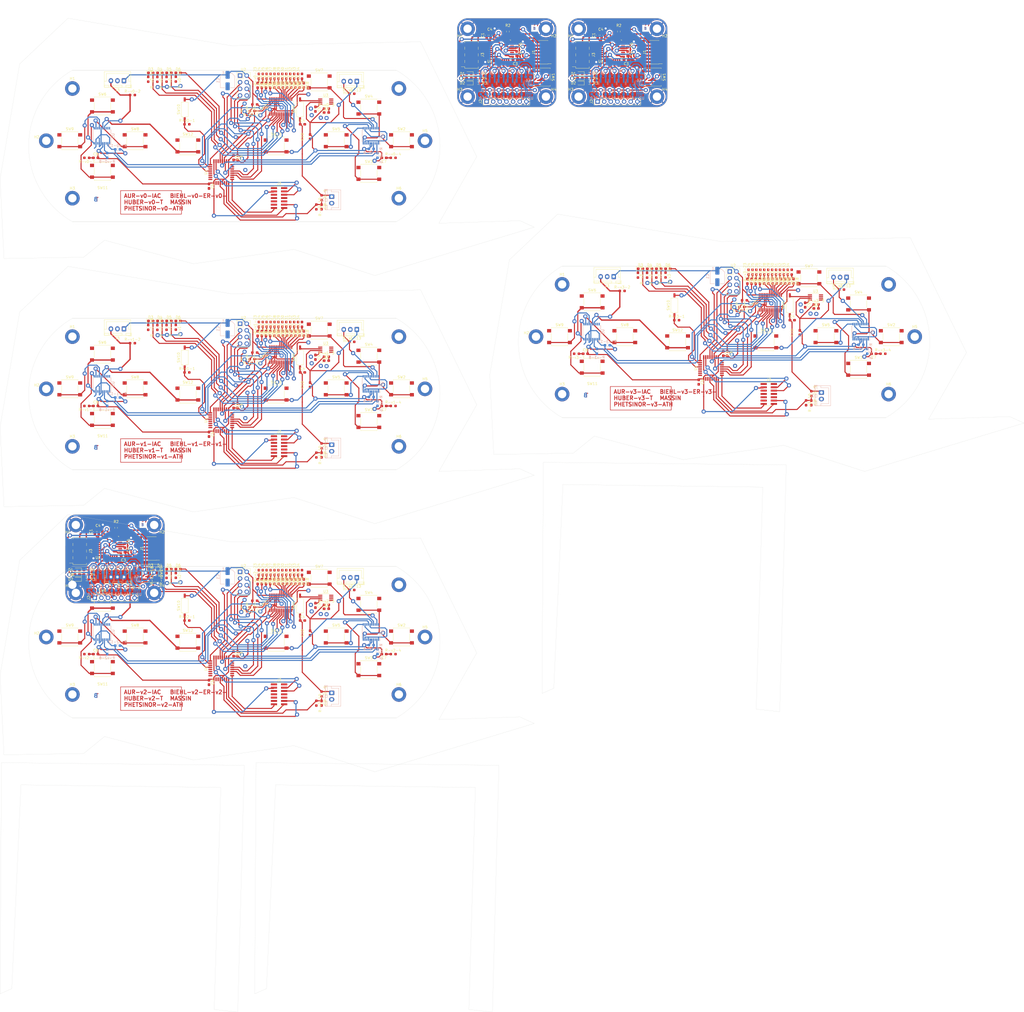
<source format=kicad_pcb>
(kicad_pcb (version 20221018) (generator pcbnew)
  (layers (0 "F.Cu" signal) (31 "B.Cu" signal) (34 "B.Paste" user) (35 "F.Paste" user) (36 "B.SilkS" user "B.Silkscreen") (37 "F.SilkS" user "F.Silkscreen") (38 "B.Mask" user) (39 "F.Mask" user) (44 "Edge.Cuts" user))
  (net 0 "")
  (net 1 "Glob_Alim-v0-")
  (net 2 "GND-v0-")
  (net 3 "POWER-v0-_CHECK-v0-")
  (net 4 "L-v0-i-ion-v0-")
  (net 5 "Net-(C7-Pad1)-v0-")
  (net 6 "Net-(C8-Pad1)-v0-")
  (net 7 "Net-(U3-BP)-v0-")
  (net 8 "Net-(D2-A)-v0-")
  (net 9 "Net-(D3-K)-v0-")
  (net 10 "Net-(D3-A)-v0-")
  (net 11 "Net-(D4-K)-v0-")
  (net 12 "Net-(D4-A)-v0-")
  (net 13 "Net-(D5-K)-v0-")
  (net 14 "Net-(D5-A)-v0-")
  (net 15 "Net-(D6-K)-v0-")
  (net 16 "Net-(D6-A)-v0-")
  (net 17 "Net-(D7-K)-v0-")
  (net 18 "Net-(D7-A)-v0-")
  (net 19 "Net-(D8-K)-v0-")
  (net 20 "Net-(D8-A)-v0-")
  (net 21 "Net-(D9-K)-v0-")
  (net 22 "Net-(D9-A)-v0-")
  (net 23 "Net-(D10-K)-v0-")
  (net 24 "Net-(D10-A)-v0-")
  (net 25 "Net-(D11-K)-v0-")
  (net 26 "Net-(D11-A)-v0-")
  (net 27 "Net-(D12-K)-v0-")
  (net 28 "Net-(D12-A)-v0-")
  (net 29 "Net-(D13-K)-v0-")
  (net 30 "Net-(D13-A)-v0-")
  (net 31 "Net-(D14-K)-v0-")
  (net 32 "Net-(D14-A)-v0-")
  (net 33 "Net-(D15-K)-v0-")
  (net 34 "Net-(D15-A)-v0-")
  (net 35 "Net-(D16-K)-v0-")
  (net 36 "Net-(D16-A)-v0-")
  (net 37 "Net-(D17-K)-v0-")
  (net 38 "Net-(D17-A)-v0-")
  (net 39 "Net-(D18-K)-v0-")
  (net 40 "Net-(D18-A)-v0-")
  (net 43 "SWDIO-v0-")
  (net 44 "SWDCK-v0-")
  (net 48 "R-v0-eset_Buton -v0-")
  (net 49 "USAR-v0-T2_R-v0-X-v0-")
  (net 50 "USAR-v0-T2_TX-v0-")
  (net 51 "R-v0-")
  (net 52 "L-v0-")
  (net 53 "NES{slash}SNES_switcher-v0-")
  (net 54 "DIO{slash}EX_CL-v0-K")
  (net 55 "DIO{slash}EX_SDA-v0-")
  (net 56 "DIODE_OE-v0-")
  (net 57 "Net-(#FL-v0-G05-pwr)")
  (net 58 "A_Button-v0-")
  (net 59 "B_Button-v0-")
  (net 60 "X_Button-v0-")
  (net 61 "Y_Button-v0-")
  (net 62 "UC_Button-v0-")
  (net 63 "Order_Search-v0-")
  (net 64 "L-v0-C_Button")
  (net 65 "R-v0-C_Button")
  (net 66 "DC_Button-v0-")
  (net 67 "ST_Button-v0-")
  (net 68 "SE_Button-v0-")
  (net 73 "Pin_Clock-v0-")
  (net 74 "Digital_Out_Put-v0-")
  (net 75 "MOSI-v0-")
  (net 79 "R-v0-X{slash}TX")
  (net 81 "CSN_nR-v0-F24")
  (net 99 "Glob_Alim-v1-")
  (net 100 "GND-v1-")
  (net 101 "POWER-v1-_CHECK-v1-")
  (net 102 "L-v1-i-ion-v1-")
  (net 103 "Net-(C7-Pad1)-v1-")
  (net 104 "Net-(C8-Pad1)-v1-")
  (net 105 "Net-(U3-BP)-v1-")
  (net 106 "Net-(D2-A)-v1-")
  (net 107 "Net-(D3-K)-v1-")
  (net 108 "Net-(D3-A)-v1-")
  (net 109 "Net-(D4-K)-v1-")
  (net 110 "Net-(D4-A)-v1-")
  (net 111 "Net-(D5-K)-v1-")
  (net 112 "Net-(D5-A)-v1-")
  (net 113 "Net-(D6-K)-v1-")
  (net 114 "Net-(D6-A)-v1-")
  (net 115 "Net-(D7-K)-v1-")
  (net 116 "Net-(D7-A)-v1-")
  (net 117 "Net-(D8-K)-v1-")
  (net 118 "Net-(D8-A)-v1-")
  (net 119 "Net-(D9-K)-v1-")
  (net 120 "Net-(D9-A)-v1-")
  (net 121 "Net-(D10-K)-v1-")
  (net 122 "Net-(D10-A)-v1-")
  (net 123 "Net-(D11-K)-v1-")
  (net 124 "Net-(D11-A)-v1-")
  (net 125 "Net-(D12-K)-v1-")
  (net 126 "Net-(D12-A)-v1-")
  (net 127 "Net-(D13-K)-v1-")
  (net 128 "Net-(D13-A)-v1-")
  (net 129 "Net-(D14-K)-v1-")
  (net 130 "Net-(D14-A)-v1-")
  (net 131 "Net-(D15-K)-v1-")
  (net 132 "Net-(D15-A)-v1-")
  (net 133 "Net-(D16-K)-v1-")
  (net 134 "Net-(D16-A)-v1-")
  (net 135 "Net-(D17-K)-v1-")
  (net 136 "Net-(D17-A)-v1-")
  (net 137 "Net-(D18-K)-v1-")
  (net 138 "Net-(D18-A)-v1-")
  (net 141 "SWDIO-v1-")
  (net 142 "SWDCK-v1-")
  (net 146 "R-v1-eset_Buton -v1-")
  (net 147 "USAR-v1-T2_R-v1-X-v1-")
  (net 148 "USAR-v1-T2_TX-v1-")
  (net 149 "R-v1-")
  (net 150 "L-v1-")
  (net 151 "NES{slash}SNES_switcher-v1-")
  (net 152 "DIO{slash}EX_CL-v1-K")
  (net 153 "DIO{slash}EX_SDA-v1-")
  (net 154 "DIODE_OE-v1-")
  (net 155 "Net-(#FL-v1-G05-pwr)")
  (net 156 "A_Button-v1-")
  (net 157 "B_Button-v1-")
  (net 158 "X_Button-v1-")
  (net 159 "Y_Button-v1-")
  (net 160 "UC_Button-v1-")
  (net 161 "Order_Search-v1-")
  (net 162 "L-v1-C_Button")
  (net 163 "R-v1-C_Button")
  (net 164 "DC_Button-v1-")
  (net 165 "ST_Button-v1-")
  (net 166 "SE_Button-v1-")
  (net 171 "Pin_Clock-v1-")
  (net 172 "Digital_Out_Put-v1-")
  (net 173 "MOSI-v1-")
  (net 177 "R-v1-X{slash}TX")
  (net 179 "CSN_nR-v1-F24")
  (net 197 "Glob_Alim-v2-")
  (net 198 "GND-v2-")
  (net 199 "POWER-v2-_CHECK-v2-")
  (net 200 "L-v2-i-ion-v2-")
  (net 201 "Net-(C7-Pad1)-v2-")
  (net 202 "Net-(C8-Pad1)-v2-")
  (net 203 "Net-(U3-BP)-v2-")
  (net 204 "Net-(D2-A)-v2-")
  (net 205 "Net-(D3-K)-v2-")
  (net 206 "Net-(D3-A)-v2-")
  (net 207 "Net-(D4-K)-v2-")
  (net 208 "Net-(D4-A)-v2-")
  (net 209 "Net-(D5-K)-v2-")
  (net 210 "Net-(D5-A)-v2-")
  (net 211 "Net-(D6-K)-v2-")
  (net 212 "Net-(D6-A)-v2-")
  (net 213 "Net-(D7-K)-v2-")
  (net 214 "Net-(D7-A)-v2-")
  (net 215 "Net-(D8-K)-v2-")
  (net 216 "Net-(D8-A)-v2-")
  (net 217 "Net-(D9-K)-v2-")
  (net 218 "Net-(D9-A)-v2-")
  (net 219 "Net-(D10-K)-v2-")
  (net 220 "Net-(D10-A)-v2-")
  (net 221 "Net-(D11-K)-v2-")
  (net 222 "Net-(D11-A)-v2-")
  (net 223 "Net-(D12-K)-v2-")
  (net 224 "Net-(D12-A)-v2-")
  (net 225 "Net-(D13-K)-v2-")
  (net 226 "Net-(D13-A)-v2-")
  (net 227 "Net-(D14-K)-v2-")
  (net 228 "Net-(D14-A)-v2-")
  (net 229 "Net-(D15-K)-v2-")
  (net 230 "Net-(D15-A)-v2-")
  (net 231 "Net-(D16-K)-v2-")
  (net 232 "Net-(D16-A)-v2-")
  (net 233 "Net-(D17-K)-v2-")
  (net 234 "Net-(D17-A)-v2-")
  (net 235 "Net-(D18-K)-v2-")
  (net 236 "Net-(D18-A)-v2-")
  (net 239 "SWDIO-v2-")
  (net 240 "SWDCK-v2-")
  (net 244 "R-v2-eset_Buton -v2-")
  (net 245 "USAR-v2-T2_R-v2-X-v2-")
  (net 246 "USAR-v2-T2_TX-v2-")
  (net 247 "R-v2-")
  (net 248 "L-v2-")
  (net 249 "NES{slash}SNES_switcher-v2-")
  (net 250 "DIO{slash}EX_CL-v2-K")
  (net 251 "DIO{slash}EX_SDA-v2-")
  (net 252 "DIODE_OE-v2-")
  (net 253 "Net-(#FL-v2-G05-pwr)")
  (net 254 "A_Button-v2-")
  (net 255 "B_Button-v2-")
  (net 256 "X_Button-v2-")
  (net 257 "Y_Button-v2-")
  (net 258 "UC_Button-v2-")
  (net 259 "Order_Search-v2-")
  (net 260 "L-v2-C_Button")
  (net 261 "R-v2-C_Button")
  (net 262 "DC_Button-v2-")
  (net 263 "ST_Button-v2-")
  (net 264 "SE_Button-v2-")
  (net 269 "Pin_Clock-v2-")
  (net 270 "Digital_Out_Put-v2-")
  (net 271 "MOSI-v2-")
  (net 275 "R-v2-X{slash}TX")
  (net 277 "CSN_nR-v2-F24")
  (net 295 "Glob_Alim-v3-")
  (net 296 "GND-v3-")
  (net 297 "POWER-v3-_CHECK-v3-")
  (net 298 "L-v3-i-ion-v3-")
  (net 299 "Net-(C7-Pad1)-v3-")
  (net 300 "Net-(C8-Pad1)-v3-")
  (net 301 "Net-(U3-BP)-v3-")
  (net 302 "Net-(D2-A)-v3-")
  (net 303 "Net-(D3-K)-v3-")
  (net 304 "Net-(D3-A)-v3-")
  (net 305 "Net-(D4-K)-v3-")
  (net 306 "Net-(D4-A)-v3-")
  (net 307 "Net-(D5-K)-v3-")
  (net 308 "Net-(D5-A)-v3-")
  (net 309 "Net-(D6-K)-v3-")
  (net 310 "Net-(D6-A)-v3-")
  (net 311 "Net-(D7-K)-v3-")
  (net 312 "Net-(D7-A)-v3-")
  (net 313 "Net-(D8-K)-v3-")
  (net 314 "Net-(D8-A)-v3-")
  (net 315 "Net-(D9-K)-v3-")
  (net 316 "Net-(D9-A)-v3-")
  (net 317 "Net-(D10-K)-v3-")
  (net 318 "Net-(D10-A)-v3-")
  (net 319 "Net-(D11-K)-v3-")
  (net 320 "Net-(D11-A)-v3-")
  (net 321 "Net-(D12-K)-v3-")
  (net 322 "Net-(D12-A)-v3-")
  (net 323 "Net-(D13-K)-v3-")
  (net 324 "Net-(D13-A)-v3-")
  (net 325 "Net-(D14-K)-v3-")
  (net 326 "Net-(D14-A)-v3-")
  (net 327 "Net-(D15-K)-v3-")
  (net 328 "Net-(D15-A)-v3-")
  (net 329 "Net-(D16-K)-v3-")
  (net 330 "Net-(D16-A)-v3-")
  (net 331 "Net-(D17-K)-v3-")
  (net 332 "Net-(D17-A)-v3-")
  (net 333 "Net-(D18-K)-v3-")
  (net 334 "Net-(D18-A)-v3-")
  (net 337 "SWDIO-v3-")
  (net 338 "SWDCK-v3-")
  (net 342 "R-v3-eset_Buton -v3-")
  (net 343 "USAR-v3-T2_R-v3-X-v3-")
  (net 344 "USAR-v3-T2_TX-v3-")
  (net 345 "R-v3-")
  (net 346 "L-v3-")
  (net 347 "NES{slash}SNES_switcher-v3-")
  (net 348 "DIO{slash}EX_CL-v3-K")
  (net 349 "DIO{slash}EX_SDA-v3-")
  (net 350 "DIODE_OE-v3-")
  (net 351 "Net-(#FL-v3-G05-pwr)")
  (net 352 "A_Button-v3-")
  (net 353 "B_Button-v3-")
  (net 354 "X_Button-v3-")
  (net 355 "Y_Button-v3-")
  (net 356 "UC_Button-v3-")
  (net 357 "Order_Search-v3-")
  (net 358 "L-v3-C_Button")
  (net 359 "R-v3-C_Button")
  (net 360 "DC_Button-v3-")
  (net 361 "ST_Button-v3-")
  (net 362 "SE_Button-v3-")
  (net 367 "Pin_Clock-v3-")
  (net 368 "Digital_Out_Put-v3-")
  (net 369 "MOSI-v3-")
  (net 373 "R-v3-X{slash}TX")
  (net 375 "CSN_nR-v3-F24")
  (net 393 "+5V-v7-")
  (net 394 "GND-v7-")
  (net 395 "+3.3V-v7-")
  (net 396 "Net-(D1-K)-v7-")
  (net 398 "Net-(D3-K)-v7-")
  (net 399 "Status_LED-v7-")
  (net 400 "Data_Clock_SNES-v7-")
  (net 401 "Data_Latch_SNES-v7-")
  (net 402 "Net-(D2-K)-v7-")
  (net 403 "Serial_Data1_SNES-v7-")
  (net 404 "Serial_Data2_SNES-v7-")
  (net 405 "SPI_Chip_Select-v7-")
  (net 406 "Chip_Enable-v7-")
  (net 407 "SPI_Digital_Input-v7-")
  (net 408 "SPI_Clock-v7-")
  (net 409 "SPI_Digital_Output-v7-")
  (net 410 "IOBit_SNES-v7-")
  (net 411 "Data_Clock_STM32-v7-")
  (net 412 "Data_Latch_STM32-v7-")
  (net 413 "Appairing_Btn-v7-")
  (net 414 "Net-(U2-BP)-v7-")
  (net 415 "SWDIO-v7-")
  (net 416 "SWDCK-v7-")
  (net 419 "NRST-v7-")
  (net 420 "USART2_RX-v7-")
  (net 421 "USART2_TX-v7-")
  (net 422 "Serial_Data1_STM32-v7-")
  (net 423 "IOBit_STM32-v7-")
  (net 424 "Serial_Data2_STM32-v7-")
  (net 438 "+5V-v8-")
  (net 439 "GND-v8-")
  (net 440 "+3.3V-v8-")
  (net 441 "Net-(D1-K)-v8-")
  (net 443 "Net-(D3-K)-v8-")
  (net 444 "Status_LED-v8-")
  (net 445 "Data_Clock_SNES-v8-")
  (net 446 "Data_Latch_SNES-v8-")
  (net 447 "Net-(D2-K)-v8-")
  (net 448 "Serial_Data1_SNES-v8-")
  (net 449 "Serial_Data2_SNES-v8-")
  (net 450 "SPI_Chip_Select-v8-")
  (net 451 "Chip_Enable-v8-")
  (net 452 "SPI_Digital_Input-v8-")
  (net 453 "SPI_Clock-v8-")
  (net 454 "SPI_Digital_Output-v8-")
  (net 455 "IOBit_SNES-v8-")
  (net 456 "Data_Clock_STM32-v8-")
  (net 457 "Data_Latch_STM32-v8-")
  (net 458 "Appairing_Btn-v8-")
  (net 459 "Net-(U2-BP)-v8-")
  (net 460 "SWDIO-v8-")
  (net 461 "SWDCK-v8-")
  (net 464 "NRST-v8-")
  (net 465 "USART2_RX-v8-")
  (net 466 "USART2_TX-v8-")
  (net 467 "Serial_Data1_STM32-v8-")
  (net 468 "IOBit_STM32-v8-")
  (net 469 "Serial_Data2_STM32-v8-")
  (net 483 "+5V-v9-")
  (net 484 "GND-v9-")
  (net 485 "+3.3V-v9-")
  (net 486 "Net-(D1-K)-v9-")
  (net 488 "Net-(D3-K)-v9-")
  (net 489 "Status_LED-v9-")
  (net 490 "Data_Clock_SNES-v9-")
  (net 491 "Data_Latch_SNES-v9-")
  (net 492 "Net-(D2-K)-v9-")
  (net 493 "Serial_Data1_SNES-v9-")
  (net 494 "Serial_Data2_SNES-v9-")
  (net 495 "SPI_Chip_Select-v9-")
  (net 496 "Chip_Enable-v9-")
  (net 497 "SPI_Digital_Input-v9-")
  (net 498 "SPI_Clock-v9-")
  (net 499 "SPI_Digital_Output-v9-")
  (net 500 "IOBit_SNES-v9-")
  (net 501 "Data_Clock_STM32-v9-")
  (net 502 "Data_Latch_STM32-v9-")
  (net 503 "Appairing_Btn-v9-")
  (net 504 "Net-(U2-BP)-v9-")
  (net 505 "SWDIO-v9-")
  (net 506 "SWDCK-v9-")
  (net 509 "NRST-v9-")
  (net 510 "USART2_RX-v9-")
  (net 511 "USART2_TX-v9-")
  (net 512 "Serial_Data1_STM32-v9-")
  (net 513 "IOBit_STM32-v9-")
  (net 514 "Serial_Data2_STM32-v9-")
  (footprint "Diode_SMD:D_0603_1608Metric_Pad1.05x0.95mm_HandSolder" (layer "F.Cu") (at 30.76875 212.45 180)
    (fp_text reference "D1")
    (fp_text value "LED_Small")
  )
  (footprint "R-v1-esistor_SMD:R-v1-_0603_1608Metric_Pad0.98x0.95mm_HandSolder" (layer "F.Cu") (at 113.838491 118.445225 90)
    (fp_text reference "R-v1-32")
    (fp_text value "1K")
  )
  (footprint "Package_SO:TSSOP-28_4.4x9.7mm_P0.65mm" (layer "F.Cu") (at 108.672491 225.046725 90)
    (fp_text reference "U4")
    (fp_text value "PCA9685PW")
  )
  (footprint "Capacitor_SMD:C_0603_1608Metric_Pad1.08x0.95mm_HandSolder" (layer "F.Cu") (at 119.933491 141.615225 -90)
    (fp_text reference "C10")
    (fp_text value "100nF")
  )
  (footprint "L-v2-ED_SMD:L-v2-ED_0603_1608Metric_Pad1.05x0.95mm_HandSolder" (layer "F.Cu") (at 65.938491 212.132725)
    (fp_text reference "D5")
    (fp_text value "G3")
  )
  (footprint "R-v3-esistor_SMD:R-v3-_0603_1608Metric_Pad0.98x0.95mm_HandSolder" (layer "F.Cu") (at 313.698491 110.808725)
    (fp_text reference "R-v3-3")
    (fp_text value "1K")
  )
  (footprint "Button_Switch_SMD:SW_SPST_B3S-1000" (layer "F.Cu") (at 27.938491 238.132725)
    (fp_text reference "SW9")
    (fp_text value "SW_Push")
  )
  (footprint "R-v0-esistor_SMD:R-v0-_0603_1608Metric_Pad0.98x0.95mm_HandSolder" (layer "F.Cu") (at 51.938491 30.632725)
    (fp_text reference "R-v0-2")
    (fp_text value "1K")
  )
  (footprint "Button_Switch_SMD:SW_DIP_SPSTx01_Slide_Copal_CHS-01B_W7.62mm_P1.27mm" (layer "F.Cu") (at 116.108491 36.132725 90)
    (fp_text reference "SW1")
    (fp_text value "SW_DIP_x01")
  )
  (footprint "MountingHole:MountingHole_3.2mm_M3_DIN965_Pad" (layer "F.Cu") (at 216.438491 103.132725)
    (fp_text reference "H1")
    (fp_text value "MountingHole_Pad")
  )
  (footprint "MountingHole:MountingHole_3.2mm_M3_DIN965_Pad" (layer "F.Cu") (at 28.938491 165.132725)
    (fp_text reference "H3")
    (fp_text value "MountingHole_Pad")
  )
  (footprint "L-v3-ED_SMD:L-v3-ED_0603_1608Metric_Pad1.05x0.95mm_HandSolder" (layer "F.Cu") (at 305.038491 101.932725 -90)
    (fp_text reference "D18")
    (fp_text value "R-v3-4")
  )
  (footprint "MountingHole:MountingHole_3.2mm_M3_DIN965_Pad" (layer "F.Cu") (at 18.938491 238.132725)
    (fp_text reference "H2")
    (fp_text value "MountingHole_Pad")
  )
  (footprint "Connector_PinHeader_1.27mm:PinHeader_2x07_P1.27mm_Vertical_SMD" (layer "F.Cu") (at 209.25 14.25 180)
    (fp_text reference "J1")
    (fp_text value "Conn_02x07_Odd_Even")
  )
  (footprint "L-v0-ED_SMD:L-v0-ED_0603_1608Metric_Pad1.05x0.95mm_HandSolder" (layer "F.Cu") (at 58.938491 22.132725)
    (fp_text reference "D3")
    (fp_text value "G1")
  )
  (footprint "L-v1-ED_SMD:L-v1-ED_0603_1608Metric_Pad1.05x0.95mm_HandSolder" (layer "F.Cu") (at 101.462491 121.957725 -90)
    (fp_text reference "D8")
    (fp_text value "G6")
  )
  (footprint "L-v0-ED_SMD:L-v0-ED_0603_1608Metric_Pad1.05x0.95mm_HandSolder" (layer "F.Cu") (at 101.462491 26.957725 -90)
    (fp_text reference "D8")
    (fp_text value "G6")
  )
  (footprint "L-v1-ED_SMD:L-v1-ED_0603_1608Metric_Pad1.05x0.95mm_HandSolder" (layer "F.Cu") (at 104.663491 121.957725 -90)
    (fp_text reference "D10")
    (fp_text value "G8")
  )
  (footprint "Button_Switch_SMD:SW_SPST_B3S-1000" (layer "F.Cu") (at 129.938491 48.132725)
    (fp_text reference "SW5")
    (fp_text value "SW_Push")
  )
  (footprint "Package_SO:TSSOP-28_4.4x9.7mm_P0.65mm" (layer "F.Cu") (at 296.172491 110.046725 90)
    (fp_text reference "U4")
    (fp_text value "PCA9685PW")
  )
  (footprint "L-v3-ED_SMD:L-v3-ED_0603_1608Metric_Pad1.05x0.95mm_HandSolder" (layer "F.Cu") (at 298.613491 101.932725 -90)
    (fp_text reference "D14")
    (fp_text value "O4")
  )
  (footprint "R-v1-esistor_SMD:R-v1-_0603_1608Metric_Pad0.98x0.95mm_HandSolder" (layer "F.Cu") (at 110.838491 118.445225 90)
    (fp_text reference "R-v1-30")
    (fp_text value "1K")
  )
  (footprint "Button_Switch_SMD:SW_SPST_B3S-1000" (layer "F.Cu") (at 240.438491 123.132725)
    (fp_text reference "SW8")
    (fp_text value "SW_Push")
  )
  (footprint "L-v2-ED_SMD:L-v2-ED_0603_1608Metric_Pad1.05x0.95mm_HandSolder" (layer "F.Cu") (at 62.438491 212.132725)
    (fp_text reference "D4")
    (fp_text value "G2")
  )
  (footprint "Button_Switch_SMD:SW_SPST_B3S-1000" (layer "F.Cu") (at 40.438491 154.832725)
    (fp_text reference "SW11")
    (fp_text value "SW_Push")
  )
  (footprint "Capacitor_SMD:C_0603_1608Metric_Pad1.08x0.95mm_HandSolder" (layer "F.Cu") (at 119.933491 46.615225 -90)
    (fp_text reference "C10")
    (fp_text value "100nF")
  )
  (footprint "Diode_SMD:D_0603_1608Metric_Pad1.05x0.95mm_HandSolder" (layer "F.Cu") (at 180.76875 24.25 180)
    (fp_text reference "D3")
    (fp_text value "LED")
  )
  (footprint "Button_Switch_SMD:SW_SPST_B3S-1000" (layer "F.Cu") (at 142.438491 35.632725)
    (fp_text reference "SW4")
    (fp_text value "SW_Push")
  )
  (footprint "Button_Switch_SMD:SW_SPST_B3S-1000" (layer "F.Cu") (at 58.75 213.75 180)
    (fp_text reference "SW1")
    (fp_text value "SW_SPST")
  )
  (footprint "R-v0-esistor_SMD:R-v0-_0603_1608Metric_Pad0.98x0.95mm_HandSolder" (layer "F.Cu") (at 107.838491 23.445225 90)
    (fp_text reference "R-v0-28")
    (fp_text value "1K")
  )
  (footprint "MountingHole:MountingHole_3.2mm_M3_DIN965_Pad" (layer "F.Cu") (at 163.938491 48.132725)
    (fp_text reference "H5")
    (fp_text value "MountingHole_Pad")
  )
  (footprint "Diode_SMD:D_0603_1608Metric_Pad1.05x0.95mm_HandSolder" (layer "F.Cu") (at 223.26875 22.45 180)
    (fp_text reference "D1")
    (fp_text value "LED_Small")
  )
  (footprint "R-v0-esistor_SMD:R-v0-_0603_1608Metric_Pad0.98x0.95mm_HandSolder" (layer "F.Cu") (at 97.748491 36.732725 180)
    (fp_text reference "R-v0-11")
    (fp_text value "10K")
  )
  (footprint "Connector_PinSocket_2.54mm:PinSocket_2x04_P2.54mm_Vertical_SMD" (layer "F.Cu") (at 224.25 15.25 180)
    (fp_text reference "J3")
    (fp_text value "Conn_01x08_Socket")
  )
  (footprint "Capacitor_SMD:C_0603_1608Metric_Pad1.08x0.95mm_HandSolder" (layer "F.Cu") (at 311.838491 148.470225 -90)
    (fp_text reference "C2")
    (fp_text value "1nF")
  )
  (footprint "R-v1-esistor_SMD:R-v1-_0603_1608Metric_Pad0.98x0.95mm_HandSolder" (layer "F.Cu") (at 64.988491 119.607725 -90)
    (fp_text reference "R-v1-21")
    (fp_text value "1K")
  )
  (footprint "Button_Switch_SMD:SW_DIP_SPSTx01_Slide_Copal_CHS-01B_W7.62mm_P1.27mm" (layer "F.Cu") (at 116.108491 226.132725 90)
    (fp_text reference "SW1")
    (fp_text value "SW_DIP_x01")
  )
  (footprint "Capacitor_SMD:C_0603_1608Metric_Pad1.08x0.95mm_HandSolder" (layer "F.Cu") (at 37.846467 244.682725)
    (fp_text reference "C8")
    (fp_text value "100nF")
  )
  (footprint "R-v1-esistor_SMD:R-v1-_0603_1608Metric_Pad0.98x0.95mm_HandSolder" (layer "F.Cu") (at 72.788491 136.832725)
    (fp_text reference "R-v1-1")
    (fp_text value "1K")
  )
  (footprint "MountingHole:MountingHole_3.2mm_M3_DIN965_Pad" (layer "F.Cu") (at 153.938491 165.132725)
    (fp_text reference "H6")
    (fp_text value "MountingHole_Pad")
  )
  (footprint "R-v2-esistor_SMD:R-v2-_0603_1608Metric_Pad0.98x0.95mm_HandSolder" (layer "F.Cu") (at 61.463491 214.632725 -90)
    (fp_text reference "R-v2-20")
    (fp_text value "1K")
  )
  (footprint "L-v1-ED_SMD:L-v1-ED_0603_1608Metric_Pad1.05x0.95mm_HandSolder" (layer "F.Cu") (at 117.538491 121.932725 -90)
    (fp_text reference "D18")
    (fp_text value "R-v1-4")
  )
  (footprint "R-v1-esistor_SMD:R-v1-_0603_1608Metric_Pad0.98x0.95mm_HandSolder" (layer "F.Cu") (at 103.308491 118.445225 90)
    (fp_text reference "R-v1-25")
    (fp_text value "1K")
  )
  (footprint "R-v3-esistor_SMD:R-v3-_0603_1608Metric_Pad0.98x0.95mm_HandSolder" (layer "F.Cu") (at 304.338491 98.445225 90)
    (fp_text reference "R-v3-34")
    (fp_text value "1K")
  )
  (footprint "R-v1-esistor_SMD:R-v1-_0603_1608Metric_Pad0.98x0.95mm_HandSolder" (layer "F.Cu") (at 101.838491 118.445225 90)
    (fp_text reference "R-v1-24")
    (fp_text value "1K")
  )
  (footprint "L-v2-ED_SMD:L-v2-ED_0603_1608Metric_Pad1.05x0.95mm_HandSolder" (layer "F.Cu") (at 115.913491 216.932725 -90)
    (fp_text reference "D17")
    (fp_text value "R-v2-3")
  )
  (footprint "L-v3-ED_SMD:L-v3-ED_0603_1608Metric_Pad1.05x0.95mm_HandSolder" (layer "F.Cu") (at 253.438491 97.132725)
    (fp_text reference "D5")
    (fp_text value "G3")
  )
  (footprint "Package_SO:TSSOP-28_4.4x9.7mm_P0.65mm" (layer "F.Cu") (at 108.672491 130.046725 90)
    (fp_text reference "U4")
    (fp_text value "PCA9685PW")
  )
  (footprint "L-v2-ED_SMD:L-v2-ED_0603_1608Metric_Pad1.05x0.95mm_HandSolder" (layer "F.Cu") (at 111.113491 216.932725 -90)
    (fp_text reference "D14")
    (fp_text value "O4")
  )
  (footprint "Resistor_SMD:R_0603_1608Metric_Pad0.98x0.95mm_HandSolder" (layer "F.Cu") (at 184.26875 22.45)
    (fp_text reference "R1")
    (fp_text value "1k")
  )
  (footprint "MountingHole:MountingHole_3.2mm_M3_DIN965_Pad" (layer "F.Cu") (at 180.25 5.25)
    (fp_text reference "H1")
    (fp_text value "MountingHole_Pad")
  )
  (footprint "Diode_SMD:D_0603_1608Metric_Pad1.05x0.95mm_HandSolder" (layer "F.Cu") (at 30.76875 214.25 180)
    (fp_text reference "D3")
    (fp_text value "LED")
  )
  (footprint "Button_Switch_SMD:SW_DIP_SPSTx01_Slide_Copal_CHS-01B_W7.62mm_P1.27mm" (layer "F.Cu") (at 259.438491 111.132725 90)
    (fp_text reference "SW10")
    (fp_text value "SW_DIP_x01")
  )
  (footprint "L-v1-ED_SMD:L-v1-ED_0603_1608Metric_Pad1.05x0.95mm_HandSolder" (layer "F.Cu") (at 112.713491 121.932725 -90)
    (fp_text reference "D15")
    (fp_text value "R-v1-1")
  )
  (footprint "MountingHole:MountingHole_3.2mm_M3_DIN965_Pad" (layer "F.Cu") (at 153.938491 28.132725)
    (fp_text reference "H4")
    (fp_text value "MountingHole_Pad")
  )
  (footprint "R-v3-esistor_SMD:R-v3-_0603_1608Metric_Pad0.98x0.95mm_HandSolder" (layer "F.Cu") (at 256.038491 99.557725 -90)
    (fp_text reference "R-v3-22")
    (fp_text value "1K")
  )
  (footprint "Button_Switch_SMD:SW_DIP_SPSTx01_Slide_Copal_CHS-01B_W7.62mm_P1.27mm" (layer "F.Cu") (at 71.938491 226.132725 90)
    (fp_text reference "SW10")
    (fp_text value "SW_DIP_x01")
  )
  (footprint "R-v0-esistor_SMD:R-v0-_0603_1608Metric_Pad0.98x0.95mm_HandSolder" (layer "F.Cu") (at 64.988491 24.607725 -90)
    (fp_text reference "R-v0-21")
    (fp_text value "1K")
  )
  (footprint "MountingHole:MountingHole_3.2mm_M3_DIN965_Pad" (layer "F.Cu") (at 28.938491 123.132725)
    (fp_text reference "H1")
    (fp_text value "MountingHole_Pad")
  )
  (footprint "L-v0-ED_SMD:L-v0-ED_0603_1608Metric_Pad1.05x0.95mm_HandSolder" (layer "F.Cu") (at 126.198491 37.332725)
    (fp_text reference "D2")
    (fp_text value "L-v0-ED_Small")
  )
  (footprint "L-v1-ED_SMD:L-v1-ED_0603_1608Metric_Pad1.05x0.95mm_HandSolder" (layer "F.Cu") (at 111.113491 121.932725 -90)
    (fp_text reference "D14")
    (fp_text value "O4")
  )
  (footprint "Capacitor_SMD:C_0603_1608Metric_Pad1.08x0.95mm_HandSolder" (layer "F.Cu") (at 198.5025 17.19)
    (fp_text reference "C3")
    (fp_text value "100n")
  )
  (footprint "Diode_SMD:D_0603_1608Metric_Pad1.05x0.95mm_HandSolder" (layer "F.Cu") (at 30.76875 216.05 180)
    (fp_text reference "D2")
    (fp_text value "LED_Small")
  )
  (footprint "Button_Switch_SMD:SW_SPST_B3S-1000" (layer "F.Cu") (at 129.938491 143.132725)
    (fp_text reference "SW5")
    (fp_text value "SW_Push")
  )
  (footprint "Capacitor_SMD:C_0603_1608Metric_Pad1.08x0.95mm_HandSolder" (layer "F.Cu") (at 121.988491 226.032725 -90)
    (fp_text reference "C9")
    (fp_text value "470p")
  )
  (footprint "R-v3-esistor_SMD:R-v3-_0603_1608Metric_Pad0.98x0.95mm_HandSolder" (layer "F.Cu") (at 309.838491 148.470225 -90)
    (fp_text reference "R-v3-10")
    (fp_text value "1M")
  )
  (footprint "Capacitor_SMD:C_0603_1608Metric_Pad1.08x0.95mm_HandSolder" (layer "F.Cu") (at 148.250515 54.682725 180)
    (fp_text reference "C7")
    (fp_text value "100nF")
  )
  (footprint "R-v0-esistor_SMD:R-v0-_0603_1608Metric_Pad0.98x0.95mm_HandSolder" (layer "F.Cu") (at 112.338491 23.445225 90)
    (fp_text reference "R-v0-31")
    (fp_text value "1K")
  )
  (footprint "Capacitor_SMD:C_0603_1608Metric_Pad1.08x0.95mm_HandSolder" (layer "F.Cu") (at 230.05 7.75 90)
    (fp_text reference "C1")
    (fp_text value "10u")
  )
  (footprint "Button_Switch_SMD:SW_SPST_B3S-1000" (layer "F.Cu") (at 27.938491 143.132725)
    (fp_text reference "SW9")
    (fp_text value "SW_Push")
  )
  (footprint "Connector_PinHeader_2.54mm:PinHeader_2x04_P2.54mm_Vertical" (layer "F.Cu") (at 93.138491 213.192725)
    (fp_text reference "U2")
    (fp_text value "nR-v2-F24_Full")
  )
  (footprint "Capacitor_SMD:C_0603_1608Metric_Pad1.08x0.95mm_HandSolder" (layer "F.Cu") (at 241.51 11.5 90)
    (fp_text reference "C5")
    (fp_text value "100n")
  )
  (footprint "MountingHole:MountingHole_3.2mm_M3_DIN965_Pad" (layer "F.Cu") (at 28.938491 28.132725)
    (fp_text reference "H1")
    (fp_text value "MountingHole_Pad")
  )
  (footprint "R-v2-esistor_SMD:R-v2-_0603_1608Metric_Pad0.98x0.95mm_HandSolder" (layer "F.Cu") (at 100.338491 213.445225 90)
    (fp_text reference "R-v2-23")
    (fp_text value "1K")
  )
  (footprint "R-v0-esistor_SMD:R-v0-_0603_1608Metric_Pad0.98x0.95mm_HandSolder" (layer "F.Cu") (at 34.446467 54.682725 180)
    (fp_text reference "R-v0-7")
    (fp_text value "1k")
  )
  (footprint "L-v3-ED_SMD:L-v3-ED_0603_1608Metric_Pad1.05x0.95mm_HandSolder" (layer "F.Cu") (at 287.363491 101.957725 -90)
    (fp_text reference "D7")
    (fp_text value "G5")
  )
  (footprint "R-v3-esistor_SMD:R-v3-_0603_1608Metric_Pad0.98x0.95mm_HandSolder" (layer "F.Cu") (at 287.838491 98.445225 90)
    (fp_text reference "R-v3-23")
    (fp_text value "1K")
  )
  (footprint "R-v2-esistor_SMD:R-v2-_0603_1608Metric_Pad0.98x0.95mm_HandSolder" (layer "F.Cu") (at 112.338491 213.445225 90)
    (fp_text reference "R-v2-31")
    (fp_text value "1K")
  )
  (footprint "Diode_SMD:D_0603_1608Metric_Pad1.05x0.95mm_HandSolder" (layer "F.Cu") (at 223.26875 24.25 180)
    (fp_text reference "D3")
    (fp_text value "LED")
  )
  (footprint "MountingHole:MountingHole_3.2mm_M3_DIN965_Pad" (layer "F.Cu") (at 153.938491 218.132725)
    (fp_text reference "H4")
    (fp_text value "MountingHole_Pad")
  )
  (footprint "Connector_JST:JST_XH_B3B-XH-A_1x03_P2.50mm_Vertical" (layer "F.Cu") (at 137.842491 120.394725 180)
    (fp_text reference "J4")
    (fp_text value "Conn_01x03")
  )
  (footprint "Resistor_SMD:R_0603_1608Metric_Pad0.98x0.95mm_HandSolder" (layer "F.Cu") (at 34.26875 216.05)
    (fp_text reference "R3")
    (fp_text value "1k")
  )
  (footprint "Connector_PinHeader_1.27mm:PinHeader_2x07_P1.27mm_Vertical_SMD" (layer "F.Cu") (at 108.063491 260.072725)
    (fp_text reference "J2")
    (fp_text value "Conn_02x07_Odd_Even")
  )
  (footprint "L-v0-ED_SMD:L-v0-ED_0603_1608Metric_Pad1.05x0.95mm_HandSolder" (layer "F.Cu") (at 111.113491 26.932725 -90)
    (fp_text reference "D14")
    (fp_text value "O4")
  )
  (footprint "Capacitor_SMD:C_0603_1608Metric_Pad1.08x0.95mm_HandSolder" (layer "F.Cu") (at 48.5025 207.19)
    (fp_text reference "C3")
    (fp_text value "100n")
  )
  (footprint "R-v2-esistor_SMD:R-v2-_0603_1608Metric_Pad0.98x0.95mm_HandSolder" (layer "F.Cu") (at 103.308491 213.445225 90)
    (fp_text reference "R-v2-25")
    (fp_text value "1K")
  )
  (footprint "Capacitor_SMD:C_0603_1608Metric_Pad1.08x0.95mm_HandSolder" (layer "F.Cu") (at 225.346467 129.682725)
    (fp_text reference "C8")
    (fp_text value "100nF")
  )
  (footprint "L-v2-ED_SMD:L-v2-ED_0603_1608Metric_Pad1.05x0.95mm_HandSolder" (layer "F.Cu") (at 126.198491 227.332725)
    (fp_text reference "D2")
    (fp_text value "L-v2-ED_Small")
  )
  (footprint "Resistor_SMD:R_0603_1608Metric_Pad0.98x0.95mm_HandSolder" (layer "F.Cu") (at 226.76875 26.05)
    (fp_text reference "R3")
    (fp_text value "1k")
  )
  (footprint "Button_Switch_SMD:SW_SPST_B3S-1000" (layer "F.Cu") (at 208.75 23.75 180)
    (fp_text reference "SW1")
    (fp_text value "SW_SPST")
  )
  (footprint "Resistor_SMD:R_0603_1608Metric_Pad0.98x0.95mm_HandSolder" (layer "F.Cu") (at 226.76875 22.45)
    (fp_text reference "R1")
    (fp_text value "1k")
  )
  (footprint "Resistor_SMD:R_0603_1608Metric_Pad0.98x0.95mm_HandSolder" (layer "F.Cu") (at 34.26875 212.45)
    (fp_text reference "R1")
    (fp_text value "1k")
  )
  (footprint "Button_Switch_SMD:SW_SPST_B3S-1000" (layer "F.Cu") (at 106.938491 145.132725)
    (fp_text reference "SW13")
    (fp_text value "SW_Push")
  )
  (footprint "R-v3-esistor_SMD:R-v3-_0603_1608Metric_Pad0.98x0.95mm_HandSolder" (layer "F.Cu") (at 260.288491 116.832725)
    (fp_text reference "R-v3-1")
    (fp_text value "1K")
  )
  (footprint "Button_Switch_SMD:SW_SPST_B3S-1000" (layer "F.Cu") (at 329.938491 110.632725)
    (fp_text reference "SW4")
    (fp_text value "SW_Push")
  )
  (footprint "R-v3-esistor_SMD:R-v3-_0603_1608Metric_Pad0.98x0.95mm_HandSolder" (layer "F.Cu") (at 289.338491 98.445225 90)
    (fp_text reference "R-v3-24")
    (fp_text value "1K")
  )
  (footprint "R-v2-esistor_SMD:R-v2-_0603_1608Metric_Pad0.98x0.95mm_HandSolder" (layer "F.Cu") (at 116.838491 213.445225 90)
    (fp_text reference "R-v2-34")
    (fp_text value "1K")
  )
  (footprint "Capacitor_SMD:C_0603_1608Metric_Pad1.08x0.95mm_HandSolder" (layer "F.Cu") (at 199.01 14.8025 90)
    (fp_text reference "C2")
    (fp_text value "100n")
  )
  (footprint "L-v2-ED_SMD:L-v2-ED_0603_1608Metric_Pad1.05x0.95mm_HandSolder" (layer "F.Cu") (at 107.898491 216.945225 -90)
    (fp_text reference "D12")
    (fp_text value "O2")
  )
  (footprint "R-v1-esistor_SMD:R-v1-_0603_1608Metric_Pad0.98x0.95mm_HandSolder" (layer "F.Cu") (at 124.338491 164.932725 -90)
    (fp_text reference "R-v1-9")
    (fp_text value "1M")
  )
  (footprint "Capacitor_SMD:C_0603_1608Metric_Pad1.08x0.95mm_HandSolder" (layer "F.Cu") (at 121.988491 36.032725 -90)
    (fp_text reference "C9")
    (fp_text value "470p")
  )
  (footprint "R-v0-esistor_SMD:R-v0-_0603_1608Metric_Pad0.98x0.95mm_HandSolder" (layer "F.Cu") (at 106.338491 23.445225 90)
    (fp_text reference "R-v0-27")
    (fp_text value "1K")
  )
  (footprint "MountingHole:MountingHole_3.2mm_M3_DIN965_Pad" (layer "F.Cu") (at 18.938491 143.132725)
    (fp_text reference "H2")
    (fp_text value "MountingHole_Pad")
  )
  (footprint "Connector_PinHeader_2.54mm:PinHeader_1x07_P2.54mm_Vertical" (layer "F.Cu") (at 187.5 33.15 90)
    (fp_text reference "J2")
    (fp_text value "Conn_01x07_Socket")
  )
  (footprint "R-v0-esistor_SMD:R-v0-_0603_1608Metric_Pad0.98x0.95mm_HandSolder" (layer "F.Cu") (at 122.338491 73.470225 -90)
    (fp_text reference "R-v0-10")
    (fp_text value "1M")
  )
  (footprint "Resistor_SMD:R_0603_1608Metric_Pad0.98x0.95mm_HandSolder" (layer "F.Cu") (at 195.67 6.32 90)
    (fp_text reference "R2")
    (fp_text value "10k")
  )
  (footprint "Connector_JST:JST_XH_B3B-XH-A_1x03_P2.50mm_Vertical" (layer "F.Cu") (at 48.688491 120.157725 180)
    (fp_text reference "J3")
    (fp_text value "Conn_01x03")
  )
  (footprint "Connector_JST:JST_XH_B3B-XH-A_1x03_P2.50mm_Vertical" (layer "F.Cu") (at 325.342491 100.394725 180)
    (fp_text reference "J4")
    (fp_text value "Conn_01x03")
  )
  (footprint "R-v3-esistor_SMD:R-v3-_0603_1608Metric_Pad0.98x0.95mm_HandSolder" (layer "F.Cu") (at 293.838491 98.445225 90)
    (fp_text reference "R-v3-27")
    (fp_text value "1K")
  )
  (footprint "Capacitor_SMD:C_0603_1608Metric_Pad1.08x0.95mm_HandSolder" (layer "F.Cu") (at 92.162491 244.604725 -90)
    (fp_text reference "C6")
    (fp_text value "10u")
  )
  (footprint "Button_Switch_SMD:SW_SPST_B3S-1000" (layer "F.Cu") (at 260.648491 125.132725)
    (fp_text reference "SW12")
    (fp_text value "SW_Push")
  )
  (footprint "Capacitor_SMD:C_0603_1608Metric_Pad1.08x0.95mm_HandSolder" (layer "F.Cu") (at 335.750515 129.682725 180)
    (fp_text reference "C7")
    (fp_text value "100nF")
  )
  (footprint "MountingHole:MountingHole_3.2mm_M3_DIN965_Pad" (layer "F.Cu") (at 341.438491 145.132725)
    (fp_text reference "H6")
    (fp_text value "MountingHole_Pad")
  )
  (footprint "R-v0-esistor_SMD:R-v0-_0603_1608Metric_Pad0.98x0.95mm_HandSolder" (layer "F.Cu") (at 61.463491 24.632725 -90)
    (fp_text reference "R-v0-20")
    (fp_text value "1K")
  )
  (footprint "R-v2-esistor_SMD:R-v2-_0603_1608Metric_Pad0.98x0.95mm_HandSolder" (layer "F.Cu") (at 110.838491 213.445225 90)
    (fp_text reference "R-v2-30")
    (fp_text value "1K")
  )
  (footprint "MountingHole:MountingHole_3.2mm_M3_DIN965_Pad" (layer "F.Cu") (at 341.438491 103.132725)
    (fp_text reference "H4")
    (fp_text value "MountingHole_Pad")
  )
  (footprint "R-v1-esistor_SMD:R-v1-_0603_1608Metric_Pad0.98x0.95mm_HandSolder" (layer "F.Cu") (at 107.838491 118.445225 90)
    (fp_text reference "R-v1-28")
    (fp_text value "1K")
  )
  (footprint "Package_SO:TSSOP-28_4.4x9.7mm_P0.65mm" (layer "F.Cu") (at 108.672491 35.046725 90)
    (fp_text reference "U4")
    (fp_text value "PCA9685PW")
  )
  (footprint "L-v1-ED_SMD:L-v1-ED_0603_1608Metric_Pad1.05x0.95mm_HandSolder" (layer "F.Cu") (at 106.263491 121.957725 -90)
    (fp_text reference "D11")
    (fp_text value "O1")
  )
  (footprint "Package_QFP:LQFP-32_7x7mm_P0.8mm" (layer "F.Cu") (at 43.1 203.15 180)
    (fp_text reference "U1")
    (fp_text value "STM32L412KBTx")
  )
  (footprint "L-v1-ED_SMD:L-v1-ED_0603_1608Metric_Pad1.05x0.95mm_HandSolder" (layer "F.Cu") (at 115.913491 121.932725 -90)
    (fp_text reference "D17")
    (fp_text value "R-v1-3")
  )
  (footprint "R-v0-esistor_SMD:R-v0-_0603_1608Metric_Pad0.98x0.95mm_HandSolder" (layer "F.Cu") (at 115.338491 23.445225 90)
    (fp_text reference "R-v0-33")
    (fp_text value "1K")
  )
  (footprint "Connector_JST:JST_XH_B3B-XH-A_1x03_P2.50mm_Vertical" (layer "F.Cu") (at 137.842491 215.394725 180)
    (fp_text reference "J4")
    (fp_text value "Conn_01x03")
  )
  (footprint "Capacitor_SMD:C_0603_1608Metric_Pad1.08x0.95mm_HandSolder" (layer "F.Cu") (at 199.01 11.5 90)
    (fp_text reference "C5")
    (fp_text value "100n")
  )
  (footprint "R-v1-esistor_SMD:R-v1-_0603_1608Metric_Pad0.98x0.95mm_HandSolder" (layer "F.Cu") (at 104.838491 118.445225 90)
    (fp_text reference "R-v1-26")
    (fp_text value "1K")
  )
  (footprint "R-v3-esistor_SMD:R-v3-_0603_1608Metric_Pad0.98x0.95mm_HandSolder" (layer "F.Cu") (at 311.838491 144.932725 -90)
    (fp_text reference "R-v3-9")
    (fp_text value "1M")
  )
  (footprint "Capacitor_SMD:C_0603_1608Metric_Pad1.08x0.95mm_HandSolder" (layer "F.Cu") (at 37.846467 149.682725)
    (fp_text reference "C8")
    (fp_text value "100nF")
  )
  (footprint "Connector_PinHeader_2.54mm:PinHeader_2x04_P2.54mm_Vertical" (layer "F.Cu") (at 280.638491 98.192725)
    (fp_text reference "U2")
    (fp_text value "nR-v3-F24_Full")
  )
  (footprint "L-v1-ED_SMD:L-v1-ED_0603_1608Metric_Pad1.05x0.95mm_HandSolder" (layer "F.Cu") (at 58.938491 117.132725)
    (fp_text reference "D3")
    (fp_text value "G1")
  )
  (footprint "Capacitor_SMD:C_0603_1608Metric_Pad1.08x0.95mm_HandSolder" (layer "F.Cu") (at 307.433491 121.615225 -90)
    (fp_text reference "C10")
    (fp_text value "100nF")
  )
  (footprint "R-v2-esistor_SMD:R-v2-_0603_1608Metric_Pad0.98x0.95mm_HandSolder" (layer "F.Cu") (at 101.838491 213.445225 90)
    (fp_text reference "R-v2-24")
    (fp_text value "1K")
  )
  (footprint "Connector_PinHeader_2.54mm:PinHeader_1x07_P2.54mm_Vertical" (layer "F.Cu") (at 230 33.15 90)
    (fp_text reference "J2")
    (fp_text value "Conn_01x07_Socket")
  )
  (footprint "Resistor_SMD:R_0603_1608Metric_Pad0.98x0.95mm_HandSolder" (layer "F.Cu") (at 34.26875 214.25)
    (fp_text reference "R4")
    (fp_text value "1k")
  )
  (footprint "Diode_SMD:D_0603_1608Metric_Pad1.05x0.95mm_HandSolder" (layer "F.Cu") (at 180.76875 26.05 180)
    (fp_text reference "D2")
    (fp_text value "LED_Small")
  )
  (footprint "R-v1-esistor_SMD:R-v1-_0603_1608Metric_Pad0.98x0.95mm_HandSolder" (layer "F.Cu") (at 106.338491 118.445225 90)
    (fp_text reference "R-v1-27")
    (fp_text value "1K")
  )
  (footprint "R-v2-esistor_SMD:R-v2-_0603_1608Metric_Pad0.98x0.95mm_HandSolder" (layer "F.Cu") (at 151.750515 244.682725)
    (fp_text reference "R-v2-4")
    (fp_text value "1k")
  )
  (footprint "R-v2-esistor_SMD:R-v2-_0603_1608Metric_Pad0.98x0.95mm_HandSolder" (layer "F.Cu") (at 122.338491 263.470225 -90)
    (fp_text reference "R-v2-10")
    (fp_text value "1M")
  )
  (footprint "R-v0-esistor_SMD:R-v0-_0603_1608Metric_Pad0.98x0.95mm_HandSolder" (layer "F.Cu") (at 135.938491 30.132725)
    (fp_text reference "R-v0-13")
    (fp_text value "1K")
  )
  (footprint "L-v1-ED_SMD:L-v1-ED_0603_1608Metric_Pad1.05x0.95mm_HandSolder" (layer "F.Cu") (at 126.198491 132.332725)
    (fp_text reference "D2")
    (fp_text value "L-v1-ED_Small")
  )
  (footprint "Diode_SMD:D_0603_1608Metric_Pad1.05x0.95mm_HandSolder" (layer "F.Cu") (at 223.26875 26.05 180)
    (fp_text reference "D2")
    (fp_text value "LED_Small")
  )
  (footprint "MountingHole:MountingHole_3.2mm_M3_DIN965_Pad" (layer "F.Cu") (at 216.438491 145.132725)
    (fp_text reference "H3")
    (fp_text value "MountingHole_Pad")
  )
  (footprint "Package_QFP:LQFP-32_7x7mm_P0.8mm" (layer "F.Cu") (at 193.1 13.15 180)
    (fp_text reference "U1")
    (fp_text value "STM32L412KBTx")
  )
  (footprint "R-v2-esistor_SMD:R-v2-_0603_1608Metric_Pad0.98x0.95mm_HandSolder" (layer "F.Cu") (at 57.963491 214.607725 -90)
    (fp_text reference "R-v2-18")
    (fp_text value "1K")
  )
  (footprint "L-v3-ED_SMD:L-v3-ED_0603_1608Metric_Pad1.05x0.95mm_HandSolder" (layer "F.Cu") (at 246.438491 97.132725)
    (fp_text reference "D3")
    (fp_text value "G1")
  )
  (footprint "Capacitor_SMD:C_0603_1608Metric_Pad1.08x0.95mm_HandSolder" (layer "F.Cu") (at 81.240491 255.526725 -90)
    (fp_text reference "C5")
    (fp_text value "100n")
  )
  (footprint "L-v3-ED_SMD:L-v3-ED_0603_1608Metric_Pad1.05x0.95mm_HandSolder" (layer "F.Cu") (at 293.763491 101.957725 -90)
    (fp_text reference "D11")
    (fp_text value "O1")
  )
  (footprint "Capacitor_SMD:C_0603_1608Metric_Pad1.08x0.95mm_HandSolder" (layer "F.Cu") (at 37.846467 54.682725)
    (fp_text reference "C8")
    (fp_text value "100nF")
  )
  (footprint "L-v0-ED_SMD:L-v0-ED_0603_1608Metric_Pad1.05x0.95mm_HandSolder" (layer "F.Cu") (at 107.898491 26.945225 -90)
    (fp_text reference "D12")
    (fp_text value "O2")
  )
  (footprint "Button_Switch_SMD:SW_SPST_B3S-1000" (layer "F.Cu") (at 73.148491 145.132725)
    (fp_text reference "SW12")
    (fp_text value "SW_Push")
  )
  (footprint "Package_SO:MSOP-8_3x3mm_P0.65mm" (layer "F.Cu") (at 125.938491 33.132725)
    (fp_text reference "U3")
    (fp_text value "MIC5219-3.3YMM")
  )
  (footprint "L-v1-ED_SMD:L-v1-ED_0603_1608Metric_Pad1.05x0.95mm_HandSolder" (layer "F.Cu") (at 65.938491 117.132725)
    (fp_text reference "D5")
    (fp_text value "G3")
  )
  (footprint "Package_QFP:L-v3-QFP-32_7x7mm_P0.8mm" (layer "F.Cu") (at 273.438491 135.132725 90)
    (fp_text reference "U1")
    (fp_text value "STM32L-v3-412KBTx")
  )
  (footprint "MountingHole:MountingHole_3.2mm_M3_DIN965_Pad" (layer "F.Cu") (at 153.938491 70.132725)
    (fp_text reference "H6")
    (fp_text value "MountingHole_Pad")
  )
  (footprint "R-v2-esistor_SMD:R-v2-_0603_1608Metric_Pad0.98x0.95mm_HandSolder" (layer "F.Cu") (at 97.748491 226.732725 180)
    (fp_text reference "R-v2-11")
    (fp_text value "10K")
  )
  (footprint "Connector_JST:JST_XH_B3B-XH-A_1x03_P2.50mm_Vertical" (layer "F.Cu") (at 137.842491 25.394725 180)
    (fp_text reference "J4")
    (fp_text value "Conn_01x03")
  )
  (footprint "L-v1-ED_SMD:L-v1-ED_0603_1608Metric_Pad1.05x0.95mm_HandSolder" (layer "F.Cu") (at 99.863491 121.957725 -90)
    (fp_text reference "D7")
    (fp_text value "G5")
  )
  (footprint "R-v3-esistor_SMD:R-v3-_0603_1608Metric_Pad0.98x0.95mm_HandSolder" (layer "F.Cu") (at 299.838491 98.445225 90)
    (fp_text reference "R-v3-31")
    (fp_text value "1K")
  )
  (footprint "L-v1-ED_SMD:L-v1-ED_0603_1608Metric_Pad1.05x0.95mm_HandSolder" (layer "F.Cu") (at 114.313491 121.932725 -90)
    (fp_text reference "D16")
    (fp_text value "R-v1-2")
  )
  (footprint "Package_SO:MSOP-8_3x3mm_P0.65mm" (layer "F.Cu") (at 125.938491 223.132725)
    (fp_text reference "U3")
    (fp_text value "MIC5219-3.3YMM")
  )
  (footprint "L-v2-ED_SMD:L-v2-ED_0603_1608Metric_Pad1.05x0.95mm_HandSolder" (layer "F.Cu") (at 101.462491 216.957725 -90)
    (fp_text reference "D8")
    (fp_text value "G6")
  )
  (footprint "MountingHole:MountingHole_3.2mm_M3_DIN965_Pad" (layer "F.Cu") (at 210.25 31.25)
    (fp_text reference "H4")
    (fp_text value "MountingHole_Pad")
  )
  (footprint "R-v2-esistor_SMD:R-v2-_0603_1608Metric_Pad0.98x0.95mm_HandSolder" (layer "F.Cu") (at 34.446467 244.682725 180)
    (fp_text reference "R-v2-7")
    (fp_text value "1k")
  )
  (footprint "Capacitor_SMD:C_0603_1608Metric_Pad1.08x0.95mm_HandSolder" (layer "F.Cu") (at 189.05 7.75 90)
    (fp_text reference "C4")
    (fp_text value "100n")
  )
  (footprint "Capacitor_SMD:C_0603_1608Metric_Pad1.08x0.95mm_HandSolder" (layer "F.Cu") (at 148.250515 244.682725 180)
    (fp_text reference "C7")
    (fp_text value "100nF")
  )
  (footprint "L-v3-ED_SMD:L-v3-ED_0603_1608Metric_Pad1.05x0.95mm_HandSolder" (layer "F.Cu") (at 292.163491 101.957725 -90)
    (fp_text reference "D10")
    (fp_text value "G8")
  )
  (footprint "R-v1-esistor_SMD:R-v1-_0603_1608Metric_Pad0.98x0.95mm_HandSolder" (layer "F.Cu") (at 61.463491 119.632725 -90)
    (fp_text reference "R-v1-20")
    (fp_text value "1K")
  )
  (footprint "MountingHole:MountingHole_3.2mm_M3_DIN965_Pad" (layer "F.Cu") (at 30.25 221.25)
    (fp_text reference "H3")
    (fp_text value "MountingHole_Pad")
  )
  (footprint "R-v2-esistor_SMD:R-v2-_0603_1608Metric_Pad0.98x0.95mm_HandSolder" (layer "F.Cu") (at 135.938491 220.132725)
    (fp_text reference "R-v2-13")
    (fp_text value "1K")
  )
  (footprint "MountingHole:MountingHole_3.2mm_M3_DIN965_Pad" (layer "F.Cu") (at 252.75 5.25)
    (fp_text reference "H2")
    (fp_text value "MountingHole_Pad")
  )
  (footprint "R-v0-esistor_SMD:R-v0-_0603_1608Metric_Pad0.98x0.95mm_HandSolder" (layer "F.Cu") (at 113.838491 23.445225 90)
    (fp_text reference "R-v0-32")
    (fp_text value "1K")
  )
  (footprint "L-v3-ED_SMD:L-v3-ED_0603_1608Metric_Pad1.05x0.95mm_HandSolder" (layer "F.Cu") (at 288.962491 101.957725 -90)
    (fp_text reference "D8")
    (fp_text value "G6")
  )
  (footprint "R-v3-esistor_SMD:R-v3-_0603_1608Metric_Pad0.98x0.95mm_HandSolder" (layer "F.Cu") (at 302.838491 98.445225 90)
    (fp_text reference "R-v3-33")
    (fp_text value "1K")
  )
  (footprint "Button_Switch_SMD:SW_SPST_B3S-1000" (layer "F.Cu") (at 142.438491 250.632725)
    (fp_text reference "SW3")
    (fp_text value "SW_Push")
  )
  (footprint "Button_Switch_SMD:SW_SPST_B3S-1000" (layer "F.Cu") (at 215.438491 123.132725)
    (fp_text reference "SW9")
    (fp_text value "SW_Push")
  )
  (footprint "L-v2-ED_SMD:L-v2-ED_0603_1608Metric_Pad1.05x0.95mm_HandSolder" (layer "F.Cu") (at 114.313491 216.932725 -90)
    (fp_text reference "D16")
    (fp_text value "R-v2-2")
  )
  (footprint "L-v2-ED_SMD:L-v2-ED_0603_1608Metric_Pad1.05x0.95mm_HandSolder" (layer "F.Cu") (at 99.863491 216.957725 -90)
    (fp_text reference "D7")
    (fp_text value "G5")
  )
  (footprint "R-v2-esistor_SMD:R-v2-_0603_1608Metric_Pad0.98x0.95mm_HandSolder" (layer "F.Cu") (at 106.338491 213.445225 90)
    (fp_text reference "R-v2-27")
    (fp_text value "1K")
  )
  (footprint "Capacitor_SMD:C_0603_1608Metric_Pad1.08x0.95mm_HandSolder" (layer "F.Cu") (at 241.0025 17.19)
    (fp_text reference "C3")
    (fp_text value "100n")
  )
  (footprint "Package_QFP:L-v2-QFP-32_7x7mm_P0.8mm" (layer "F.Cu") (at 85.938491 250.132725 90)
    (fp_text reference "U1")
    (fp_text value "STM32L-v2-412KBTx")
  )
  (footprint "Button_Switch_SMD:SW_SPST_B3S-1000" (layer "F.Cu") (at 123.438491 25.632725)
    (fp_text reference "SW7")
    (fp_text value "SW_SPST")
  )
  (footprint "L-v1-ED_SMD:L-v1-ED_0603_1608Metric_Pad1.05x0.95mm_HandSolder" (layer "F.Cu") (at 62.438491 117.132725)
    (fp_text reference "D4")
    (fp_text value "G2")
  )
  (footprint "R-v0-esistor_SMD:R-v0-_0603_1608Metric_Pad0.98x0.95mm_HandSolder" (layer "F.Cu") (at 126.198491 35.808725)
    (fp_text reference "R-v0-3")
    (fp_text value "1K")
  )
  (footprint "MountingHole:MountingHole_3.2mm_M3_DIN965_Pad" (layer "F.Cu") (at 60.25 195.25)
    (fp_text reference "H2")
    (fp_text value "MountingHole_Pad")
  )
  (footprint "Button_Switch_SMD:SW_SPST_B3S-1000" (layer "F.Cu") (at 52.938491 48.132725)
    (fp_text reference "SW8")
    (fp_text value "SW_Push")
  )
  (footprint "Capacitor_SMD:C_0603_1608Metric_Pad1.08x0.95mm_HandSolder" (layer "F.Cu") (at 92.162491 54.604725 -90)
    (fp_text reference "C6")
    (fp_text value "10u")
  )
  (footprint "Connector_PinHeader_1.27mm:PinHeader_2x07_P1.27mm_Vertical_SMD" (layer "F.Cu") (at 295.563491 145.072725)
    (fp_text reference "J2")
    (fp_text value "Conn_02x07_Odd_Even")
  )
  (footprint "MountingHole:MountingHole_3.2mm_M3_DIN965_Pad" (layer "F.Cu") (at 153.938491 123.132725)
    (fp_text reference "H4")
    (fp_text value "MountingHole_Pad")
  )
  (footprint "Button_Switch_SMD:SW_SPST_B3S-1000" (layer "F.Cu") (at 123.438491 215.632725)
    (fp_text reference "SW7")
    (fp_text value "SW_SPST")
  )
  (footprint "Button_Switch_SMD:SW_SPST_B3S-1000" (layer "F.Cu") (at 73.148491 240.132725)
    (fp_text reference "SW12")
    (fp_text value "SW_Push")
  )
  (footprint "R-v2-esistor_SMD:R-v2-_0603_1608Metric_Pad0.98x0.95mm_HandSolder" (layer "F.Cu") (at 96.748491 228.232725)
    (fp_text reference "R-v2-14")
    (fp_text value "10K")
  )
  (footprint "Resistor_SMD:R_0603_1608Metric_Pad0.98x0.95mm_HandSolder" (layer "F.Cu") (at 238.17 6.32 90)
    (fp_text reference "R2")
    (fp_text value "10k")
  )
  (footprint "Button_Switch_SMD:SW_SPST_B3S-1000" (layer "F.Cu") (at 154.938491 238.132725)
    (fp_text reference "SW2")
    (fp_text value "SW_Push")
  )
  (footprint "Capacitor_SMD:C_0603_1608Metric_Pad1.08x0.95mm_HandSolder" (layer "F.Cu") (at 124.338491 263.470225 -90)
    (fp_text reference "C2")
    (fp_text value "1nF")
  )
  (footprint "R-v2-esistor_SMD:R-v2-_0603_1608Metric_Pad0.98x0.95mm_HandSolder" (layer "F.Cu") (at 51.938491 220.632725)
    (fp_text reference "R-v2-2")
    (fp_text value "1K")
  )
  (footprint "R-v3-esistor_SMD:R-v3-_0603_1608Metric_Pad0.98x0.95mm_HandSolder" (layer "F.Cu") (at 296.838491 98.445225 90)
    (fp_text reference "R-v3-29")
    (fp_text value "1K")
  )
  (footprint "Resistor_SMD:R_0603_1608Metric_Pad0.98x0.95mm_HandSolder" (layer "F.Cu") (at 184.26875 26.05)
    (fp_text reference "R3")
    (fp_text value "1k")
  )
  (footprint "L-v2-ED_SMD:L-v2-ED_0603_1608Metric_Pad1.05x0.95mm_HandSolder" (layer "F.Cu") (at 103.063491 216.957725 -90)
    (fp_text reference "D9")
    (fp_text value "G7")
  )
  (footprint "L-v1-ED_SMD:L-v1-ED_0603_1608Metric_Pad1.05x0.95mm_HandSolder" (layer "F.Cu") (at 109.513491 121.932725 -90)
    (fp_text reference "D13")
    (fp_text value "O3")
  )
  (footprint "L-v2-ED_SMD:L-v2-ED_0603_1608Metric_Pad1.05x0.95mm_HandSolder" (layer "F.Cu") (at 109.513491 216.932725 -90)
    (fp_text reference "D13")
    (fp_text value "O3")
  )
  (footprint "L-v3-ED_SMD:L-v3-ED_0603_1608Metric_Pad1.05x0.95mm_HandSolder" (layer "F.Cu") (at 301.813491 101.932725 -90)
    (fp_text reference "D16")
    (fp_text value "R-v3-2")
  )
  (footprint "Resistor_SMD:R_0603_1608Metric_Pad0.98x0.95mm_HandSolder" (layer "F.Cu") (at 45.67 196.32 90)
    (fp_text reference "R2")
    (fp_text value "10k")
  )
  (footprint "L-v1-ED_SMD:L-v1-ED_0603_1608Metric_Pad1.05x0.95mm_HandSolder" (layer "F.Cu") (at 107.898491 121.945225 -90)
    (fp_text reference "D12")
    (fp_text value "O2")
  )
  (footprint "L-v3-ED_SMD:L-v3-ED_0603_1608Metric_Pad1.05x0.95mm_HandSolder" (layer "F.Cu") (at 295.398491 101.945225 -90)
    (fp_text reference "D12")
    (fp_text value "O2")
  )
  (footprint "Package_QFP:L-v1-QFP-32_7x7mm_P0.8mm" (layer "F.Cu") (at 85.938491 155.132725 90)
    (fp_text reference "U1")
    (fp_text value "STM32L-v1-412KBTx")
  )
  (footprint "Button_Switch_SMD:SW_SPST_B3S-1000" (layer "F.Cu") (at 106.938491 50.132725)
    (fp_text reference "SW13")
    (fp_text value "SW_Push")
  )
  (footprint "R-v0-esistor_SMD:R-v0-_0603_1608Metric_Pad0.98x0.95mm_HandSolder" (layer "F.Cu") (at 116.838491 23.445225 90)
    (fp_text reference "R-v0-34")
    (fp_text value "1K")
  )
  (footprint "Button_Switch_SMD:SW_SPST_B3S-1000" (layer "F.Cu") (at 227.938491 134.832725)
    (fp_text reference "SW11")
    (fp_text value "SW_Push")
  )
  (footprint "Package_QFP:L-v0-QFP-32_7x7mm_P0.8mm" (layer "F.Cu") (at 85.938491 60.132725 90)
    (fp_text reference "U1")
    (fp_text value "STM32L-v0-412KBTx")
  )
  (footprint "R-v1-esistor_SMD:R-v1-_0603_1608Metric_Pad0.98x0.95mm_HandSolder" (layer "F.Cu") (at 126.198491 130.808725)
    (fp_text reference "R-v1-3")
    (fp_text value "1K")
  )
  (footprint "Capacitor_SMD:C_0603_1608Metric_Pad1.08x0.95mm_HandSolder" (layer "F.Cu") (at 119.933491 236.615225 -90)
    (fp_text reference "C10")
    (fp_text value "100nF")
  )
  (footprint "MountingHole:MountingHole_3.2mm_M3_DIN965_Pad" (layer "F.Cu") (at 163.938491 143.132725)
    (fp_text reference "H5")
    (fp_text value "MountingHole_Pad")
  )
  (footprint "Button_Switch_SMD:SW_SPST_B3S-1000" (layer "F.Cu") (at 27.938491 48.132725)
    (fp_text reference "SW9")
    (fp_text value "SW_Push")
  )
  (footprint "Button_Switch_SMD:SW_SPST_B3S-1000" (layer "F.Cu") (at 40.438491 224.832725)
    (fp_text reference "SW6")
    (fp_text value "SW_Push")
  )
  (footprint "R-v0-esistor_SMD:R-v0-_0603_1608Metric_Pad0.98x0.95mm_HandSolder" (layer "F.Cu") (at 96.748491 38.232725)
    (fp_text reference "R-v0-14")
    (fp_text value "10K")
  )
  (footprint "Capacitor_SMD:C_0603_1608Metric_Pad1.08x0.95mm_HandSolder" (layer "F.Cu") (at 121.988491 131.032725 -90)
    (fp_text reference "C9")
    (fp_text value "470p")
  )
  (footprint "MountingHole:MountingHole_3.2mm_M3_DIN965_Pad" (layer "F.Cu") (at 210.25 5.25)
    (fp_text reference "H2")
    (fp_text value "MountingHole_Pad")
  )
  (footprint "L-v0-ED_SMD:L-v0-ED_0603_1608Metric_Pad1.05x0.95mm_HandSolder" (layer "F.Cu") (at 99.863491 26.957725 -90)
    (fp_text reference "D7")
    (fp_text value "G5")
  )
  (footprint "L-v0-ED_SMD:L-v0-ED_0603_1608Metric_Pad1.05x0.95mm_HandSolder" (layer "F.Cu") (at 62.438491 22.132725)
    (fp_text reference "D4")
    (fp_text value "G2")
  )
  (footprint "L-v2-ED_SMD:L-v2-ED_0603_1608Metric_Pad1.05x0.95mm_HandSolder" (layer "F.Cu") (at 69.438491 212.132725)
    (fp_text reference "D6")
    (fp_text value "G4")
  )
  (footprint "R-v0-esistor_SMD:R-v0-_0603_1608Metric_Pad0.98x0.95mm_HandSolder" (layer "F.Cu") (at 104.838491 23.445225 90)
    (fp_text reference "R-v0-26")
    (fp_text value "1K")
  )
  (footprint "L-v3-ED_SMD:L-v3-ED_0603_1608Metric_Pad1.05x0.95mm_HandSolder" (layer "F.Cu") (at 249.938491 97.132725)
    (fp_text reference "D4")
    (fp_text value "G2")
  )
  (footprint "MountingHole:MountingHole_3.2mm_M3_DIN965_Pad" (layer "F.Cu") (at 222.75 5.25)
    (fp_text reference "H1")
    (fp_text value "MountingHole_Pad")
  )
  (footprint "MountingHole:MountingHole_3.2mm_M3_DIN965_Pad" (layer "F.Cu") (at 28.938491 70.132725)
    (fp_text reference "H3")
    (fp_text value "MountingHole_Pad")
  )
  (footprint "Resistor_SMD:R_0603_1608Metric_Pad0.98x0.95mm_HandSolder" (layer "F.Cu") (at 226.76875 24.25)
    (fp_text reference "R4")
    (fp_text value "1k")
  )
  (footprint "R-v2-esistor_SMD:R-v2-_0603_1608Metric_Pad0.98x0.95mm_HandSolder" (layer "F.Cu") (at 104.838491 213.445225 90)
    (fp_text reference "R-v2-26")
    (fp_text value "1K")
  )
  (footprint "R-v1-esistor_SMD:R-v1-_0603_1608Metric_Pad0.98x0.95mm_HandSolder" (layer "F.Cu") (at 122.338491 168.470225 -90)
    (fp_text reference "R-v1-10")
    (fp_text value "1M")
  )
  (footprint "R-v2-esistor_SMD:R-v2-_0603_1608Metric_Pad0.98x0.95mm_HandSolder" (layer "F.Cu") (at 98.748491 224.232725 180)
    (fp_text reference "R-v2-16")
    (fp_text value "10K")
  )
  (footprint "R-v0-esistor_SMD:R-v0-_0603_1608Metric_Pad0.98x0.95mm_HandSolder" (layer "F.Cu") (at 100.338491 23.445225 90)
    (fp_text reference "R-v0-23")
    (fp_text value "1K")
  )
  (footprint "Capacitor_SMD:C_0603_1608Metric_Pad1.08x0.95mm_HandSolder" (layer "F.Cu") (at 39.05 197.75 90)
    (fp_text reference "C4")
    (fp_text value "100n")
  )
  (footprint "L-v2-ED_SMD:L-v2-ED_0603_1608Metric_Pad1.05x0.95mm_HandSolder" (layer "F.Cu") (at 117.538491 216.932725 -90)
    (fp_text reference "D18")
    (fp_text value "R-v2-4")
  )
  (footprint "R-v0-esistor_SMD:R-v0-_0603_1608Metric_Pad0.98x0.95mm_HandSolder" (layer "F.Cu") (at 124.338491 69.932725 -90)
    (fp_text reference "R-v0-9")
    (fp_text value "1M")
  )
  (footprint "L-v1-ED_SMD:L-v1-ED_0603_1608Metric_Pad1.05x0.95mm_HandSolder" (layer "F.Cu") (at 69.438491 117.132725)
    (fp_text reference "D6")
    (fp_text value "G4")
  )
  (footprint "MountingHole:MountingHole_3.2mm_M3_DIN965_Pad" (layer "F.Cu") (at 180.25 31.25)
    (fp_text reference "H3")
    (fp_text value "MountingHole_Pad")
  )
  (footprint "L-v0-ED_SMD:L-v0-ED_0603_1608Metric_Pad1.05x0.95mm_HandSolder" (layer "F.Cu") (at 112.713491 26.932725 -90)
    (fp_text reference "D15")
    (fp_text value "R-v0-1")
  )
  (footprint "Button_Switch_SMD:SW_SPST_B3S-1000" (layer "F.Cu") (at 294.438491 125.132725)
    (fp_text reference "SW13")
    (fp_text value "SW_Push")
  )
  (footprint "L-v2-ED_SMD:L-v2-ED_0603_1608Metric_Pad1.05x0.95mm_HandSolder" (layer "F.Cu") (at 104.663491 216.957725 -90)
    (fp_text reference "D10")
    (fp_text value "G8")
  )
  (footprint "Capacitor_SMD:C_0603_1608Metric_Pad1.08x0.95mm_HandSolder" (layer "F.Cu") (at 279.662491 129.604725 -90)
    (fp_text reference "C6")
    (fp_text value "10u")
  )
  (footprint "R-v1-esistor_SMD:R-v1-_0603_1608Metric_Pad0.98x0.95mm_HandSolder" (layer "F.Cu") (at 115.338491 118.445225 90)
    (fp_text reference "R-v1-33")
    (fp_text value "1K")
  )
  (footprint "L-v3-ED_SMD:L-v3-ED_0603_1608Metric_Pad1.05x0.95mm_HandSolder" (layer "F.Cu") (at 290.563491 101.957725 -90)
    (fp_text reference "D9")
    (fp_text value "G7")
  )
  (footprint "L-v0-ED_SMD:L-v0-ED_0603_1608Metric_Pad1.05x0.95mm_HandSolder" (layer "F.Cu") (at 69.438491 22.132725)
    (fp_text reference "D6")
    (fp_text value "G4")
  )
  (footprint "Connector_PinHeader_1.27mm:PinHeader_2x07_P1.27mm_Vertical_SMD" (layer "F.Cu") (at 251.75 14.25 180)
    (fp_text reference "J1")
    (fp_text value "Conn_02x07_Odd_Even")
  )
  (footprint "Connector_PinHeader_2.54mm:PinHeader_2x04_P2.54mm_Vertical" (layer "F.Cu") (at 93.138491 23.192725)
    (fp_text reference "U2")
    (fp_text value "nR-v0-F24_Full")
  )
  (footprint "Capacitor_SMD:C_0603_1608Metric_Pad1.08x0.95mm_HandSolder" (layer "F.Cu") (at 148.250515 149.682725 180)
    (fp_text reference "C7")
    (fp_text value "100nF")
  )
  (footprint "Button_Switch_SMD:SW_SPST_B3S-1000" (layer "F.Cu") (at 317.438491 123.132725)
    (fp_text reference "SW5")
    (fp_text value "SW_Push")
  )
  (footprint "Button_Switch_SMD:SW_SPST_B3S-1000" (layer "F.Cu") (at 40.438491 129.832725)
    (fp_text reference "SW6")
    (fp_text value "SW_Push")
  )
  (footprint "Connector_JST:JST_XH_B3B-XH-A_1x03_P2.50mm_Vertical" (layer "F.Cu") (at 48.688491 25.157725 180)
    (fp_text reference "J3")
    (fp_text value "Conn_01x03")
  )
  (footprint "MountingHole:MountingHole_3.2mm_M3_DIN965_Pad" (layer "F.Cu") (at 222.75 31.25)
    (fp_text reference "H3")
    (fp_text value "MountingHole_Pad")
  )
  (footprint "R-v3-esistor_SMD:R-v3-_0603_1608Metric_Pad0.98x0.95mm_HandSolder" (layer "F.Cu") (at 239.438491 105.632725)
    (fp_text reference "R-v3-2")
    (fp_text value "1K")
  )
  (footprint "Button_Switch_SMD:SW_DIP_SPSTx01_Slide_Copal_CHS-01B_W7.62mm_P1.27mm" (layer "F.Cu") (at 116.108491 131.132725 90)
    (fp_text reference "SW1")
    (fp_text value "SW_DIP_x01")
  )
  (footprint "R-v2-esistor_SMD:R-v2-_0603_1608Metric_Pad0.98x0.95mm_HandSolder" (layer "F.Cu") (at 107.838491 213.445225 90)
    (fp_text reference "R-v2-28")
    (fp_text value "1K")
  )
  (footprint "Capacitor_SMD:C_0603_1608Metric_Pad1.08x0.95mm_HandSolder" (layer "F.Cu") (at 117.033491 231.832725)
    (fp_text reference "C4")
    (fp_text value "1u")
  )
  (footprint "L-v3-ED_SMD:L-v3-ED_0603_1608Metric_Pad1.05x0.95mm_HandSolder" (layer "F.Cu") (at 303.413491 101.932725 -90)
    (fp_text reference "D17")
    (fp_text value "R-v3-3")
  )
  (footprint "Button_Switch_SMD:SW_DIP_SPSTx01_Slide_Copal_CHS-01B_W7.62mm_P1.27mm" (layer "F.Cu") (at 71.938491 36.132725 90)
    (fp_text reference "SW10")
    (fp_text value "SW_DIP_x01")
  )
  (footprint "L-v2-ED_SMD:L-v2-ED_0603_1608Metric_Pad1.05x0.95mm_HandSolder" (layer "F.Cu") (at 106.263491 216.957725 -90)
    (fp_text reference "D11")
    (fp_text value "O1")
  )
  (footprint "Connector_PinHeader_2.54mm:PinHeader_2x04_P2.54mm_Vertical" (layer "F.Cu") (at 93.138491 118.192725)
    (fp_text reference "U2")
    (fp_text value "nR-v1-F24_Full")
  )
  (footprint "Button_Switch_SMD:SW_SPST_B3S-1000" (layer "F.Cu") (at 251.25 23.75 180)
    (fp_text reference "SW1")
    (fp_text value "SW_SPST")
  )
  (footprint "Button_Switch_SMD:SW_SPST_B3S-1000" (layer "F.Cu") (at 40.438491 59.832725)
    (fp_text reference "SW11")
    (fp_text value "SW_Push")
  )
  (footprint "Package_SO:MSOP-8_3x3mm_P0.65mm" (layer "F.Cu") (at 125.938491 128.132725)
    (fp_text reference "U3")
    (fp_text value "MIC5219-3.3YMM")
  )
  (footprint "L-v3-ED_SMD:L-v3-ED_0603_1608Metric_Pad1.05x0.95mm_HandSolder" (layer "F.Cu") (at 256.938491 97.132725)
    (fp_text reference "D6")
    (fp_text value "G4")
  )
  (footprint "Diode_SMD:D_0603_1608Metric_Pad1.05x0.95mm_HandSolder" (layer "F.Cu") (at 180.76875 22.45 180)
    (fp_text reference "D1")
    (fp_text value "LED_Small")
  )
  (footprint "Connector_JST:JST_XH_B3B-XH-A_1x03_P2.50mm_Vertical" (layer "F.Cu") (at 48.688491 215.157725 180)
    (fp_text reference "J3")
    (fp_text value "Conn_01x03")
  )
  (footprint "Button_Switch_SMD:SW_SPST_B3S-1000" (layer "F.Cu") (at 73.148491 50.132725)
    (fp_text reference "SW12")
    (fp_text value "SW_Push")
  )
  (footprint "Capacitor_SMD:C_0603_1608Metric_Pad1.08x0.95mm_HandSolder" (layer "F.Cu") (at 49.01 201.5 90)
    (fp_text reference "C5")
    (fp_text value "100n")
  )
  (footprint "MountingHole:MountingHole_3.2mm_M3_DIN965_Pad" (layer "F.Cu") (at 153.938491 260.132725)
    (fp_text reference "H6")
    (fp_text value "MountingHole_Pad")
  )
  (footprint "Button_Switch_SMD:SW_SPST_B3S-1000" (layer "F.Cu") (at 142.438491 225.632725)
    (fp_text reference "SW4")
    (fp_text value "SW_Push")
  )
  (footprint "L-v0-ED_SMD:L-v0-ED_0603_1608Metric_Pad1.05x0.95mm_HandSolder" (layer "F.Cu") (at 115.913491 26.932725 -90)
    (fp_text reference "D17")
    (fp_text value "R-v0-3")
  )
  (footprint "MountingHole:MountingHole_3.2mm_M3_DIN965_Pad" (layer "F.Cu") (at 28.938491 218.132725)
    (fp_text reference "H1")
    (fp_text value "MountingHole_Pad")
  )
  (footprint "Button_Switch_SMD:SW_SPST_B3S-1000" (layer "F.Cu") (at 154.938491 143.132725)
    (fp_text reference "SW2")
    (fp_text value "SW_Push")
  )
  (footprint "Button_Switch_SMD:SW_SPST_B3S-1000" (layer "F.Cu") (at 142.438491 130.632725)
    (fp_text reference "SW4")
    (fp_text value "SW_Push")
  )
  (footprint "R-v1-esistor_SMD:R-v1-_0603_1608Metric_Pad0.98x0.95mm_HandSolder" (layer "F.Cu") (at 151.750515 149.682725)
    (fp_text reference "R-v1-4")
    (fp_text value "1k")
  )
  (footprint "R-v2-esistor_SMD:R-v2-_0603_1608Metric_Pad0.98x0.95mm_HandSolder" (layer "F.Cu") (at 113.838491 213.445225 90)
    (fp_text reference "R-v2-32")
    (fp_text value "1K")
  )
  (footprint "Capacitor_SMD:C_0603_1608Metric_Pad1.08x0.95mm_HandSolder" (layer "F.Cu") (at 117.033491 136.832725)
    (fp_text reference "C4")
    (fp_text value "1u")
  )
  (footprint "Capacitor_SMD:C_0603_1608Metric_Pad1.08x0.95mm_HandSolder" (layer "F.Cu") (at 81.240491 65.526725 -90)
    (fp_text reference "C5")
    (fp_text value "100n")
  )
  (footprint "R-v1-esistor_SMD:R-v1-_0603_1608Metric_Pad0.98x0.95mm_HandSolder" (layer "F.Cu") (at 57.963491 119.607725 -90)
    (fp_text reference "R-v1-18")
    (fp_text value "1K")
  )
  (footprint "L-v0-ED_SMD:L-v0-ED_0603_1608Metric_Pad1.05x0.95mm_HandSolder" (layer "F.Cu") (at 106.263491 26.957725 -90)
    (fp_text reference "D11")
    (fp_text value "O1")
  )
  (footprint "Capacitor_SMD:C_0603_1608Metric_Pad1.08x0.95mm_HandSolder" (layer "F.Cu") (at 124.338491 73.470225 -90)
    (fp_text reference "C2")
    (fp_text value "1nF")
  )
  (footprint "Capacitor_SMD:C_0603_1608Metric_Pad1.08x0.95mm_HandSolder" (layer "F.Cu") (at 304.533491 116.832725)
    (fp_text reference "C4")
    (fp_text value "1u")
  )
  (footprint "Capacitor_SMD:C_0603_1608Metric_Pad1.08x0.95mm_HandSolder" (layer "F.Cu") (at 231.55 7.75 90)
    (fp_text reference "C4")
    (fp_text value "100n")
  )
  (footprint "Button_Switch_SMD:SW_SPST_B3S-1000" (layer "F.Cu") (at 227.938491 109.832725)
    (fp_text reference "SW6")
    (fp_text value "SW_Push")
  )
  (footprint "R-v2-esistor_SMD:R-v2-_0603_1608Metric_Pad0.98x0.95mm_HandSolder" (layer "F.Cu") (at 124.338491 259.932725 -90)
    (fp_text reference "R-v2-9")
    (fp_text value "1M")
  )
  (footprint "R-v2-esistor_SMD:R-v2-_0603_1608Metric_Pad0.98x0.95mm_HandSolder" (layer "F.Cu") (at 64.988491 214.607725 -90)
    (fp_text reference "R-v2-21")
    (fp_text value "1K")
  )
  (footprint "R-v1-esistor_SMD:R-v1-_0603_1608Metric_Pad0.98x0.95mm_HandSolder" (layer "F.Cu") (at 135.938491 125.132725)
    (fp_text reference "R-v1-13")
    (fp_text value "1K")
  )
  (footprint "Connector_PinSocket_2.54mm:PinSocket_2x04_P2.54mm_Vertical_SMD" (layer "F.Cu") (at 31.75 205.25 180)
    (fp_text reference "J3")
    (fp_text value "Conn_01x08_Socket")
  )
  (footprint "Resistor_SMD:R_0603_1608Metric_Pad0.98x0.95mm_HandSolder" (layer "F.Cu") (at 184.26875 24.25)
    (fp_text reference "R4")
    (fp_text value "1k")
  )
  (footprint "L-v3-ED_SMD:L-v3-ED_0603_1608Metric_Pad1.05x0.95mm_HandSolder" (layer "F.Cu") (at 313.698491 112.332725)
    (fp_text reference "D2")
    (fp_text value "L-v3-ED_Small")
  )
  (footprint "Capacitor_SMD:C_0603_1608Metric_Pad1.08x0.95mm_HandSolder" (layer "F.Cu") (at 117.033491 41.832725)
    (fp_text reference "C4")
    (fp_text value "1u")
  )
  (footprint "L-v3-ED_SMD:L-v3-ED_0603_1608Metric_Pad1.05x0.95mm_HandSolder" (layer "F.Cu") (at 300.213491 101.932725 -90)
    (fp_text reference "D15")
    (fp_text value "R-v3-1")
  )
  (footprint "Button_Switch_SMD:SW_SPST_B3S-1000" (layer "F.Cu") (at 310.938491 100.632725)
    (fp_text reference "SW7")
    (fp_text value "SW_SPST")
  )
  (footprint "R-v2-esistor_SMD:R-v2-_0603_1608Metric_Pad0.98x0.95mm_HandSolder" (layer "F.Cu") (at 68.538491 214.557725 -90)
    (fp_text reference "R-v2-22")
    (fp_text value "1K")
  )
  (footprint "L-v0-ED_SMD:L-v0-ED_0603_1608Metric_Pad1.05x0.95mm_HandSolder" (layer "F.Cu") (at 103.063491 26.957725 -90)
    (fp_text reference "D9")
    (fp_text value "G7")
  )
  (footprint "Capacitor_SMD:C_0603_1608Metric_Pad1.08x0.95mm_HandSolder" (layer "F.Cu") (at 278.138491 129.604725 -90)
    (fp_text reference "C3")
    (fp_text value "100n")
  )
  (footprint "L-v0-ED_SMD:L-v0-ED_0603_1608Metric_Pad1.05x0.95mm_HandSolder" (layer "F.Cu") (at 114.313491 26.932725 -90)
    (fp_text reference "D16")
    (fp_text value "R-v0-2")
  )
  (footprint "Capacitor_SMD:C_0603_1608Metric_Pad1.08x0.95mm_HandSolder" (layer "F.Cu") (at 124.338491 168.470225 -90)
    (fp_text reference "C2")
    (fp_text value "1nF")
  )
  (footprint "R-v3-esistor_SMD:R-v3-_0603_1608Metric_Pad0.98x0.95mm_HandSolder" (layer "F.Cu") (at 285.248491 111.732725 180)
    (fp_text reference "R-v3-11")
    (fp_text value "10K")
  )
  (footprint "R-v3-esistor_SMD:R-v3-_0603_1608Metric_Pad0.98x0.95mm_HandSolder" (layer "F.Cu") (at 286.248491 109.232725 180)
    (fp_text reference "R-v3-16")
    (fp_text value "10K")
  )
  (footprint "R-v3-esistor_SMD:R-v3-_0603_1608Metric_Pad0.98x0.95mm_HandSolder" (layer "F.Cu") (at 292.338491 98.445225 90)
    (fp_text reference "R-v3-26")
    (fp_text value "1K")
  )
  (footprint "Button_Switch_SMD:SW_SPST_B3S-1000" (layer "F.Cu") (at 40.438491 249.832725)
    (fp_text reference "SW11")
    (fp_text value "SW_Push")
  )
  (footprint "Button_Switch_SMD:SW_SPST_B3S-1000" (layer "F.Cu") (at 52.938491 238.132725)
    (fp_text reference "SW8")
    (fp_text value "SW_Push")
  )
  (footprint "Capacitor_SMD:C_0603_1608Metric_Pad1.08x0.95mm_HandSolder" (layer "F.Cu") (at 37.55 197.75 90)
    (fp_text reference "C1")
    (fp_text value "10u")
  )
  (footprint "Button_Switch_SMD:SW_SPST_B3S-1000" (layer "F.Cu") (at 52.938491 143.132725)
    (fp_text reference "SW8")
    (fp_text value "SW_Push")
  )
  (footprint "Connector_PinHeader_1.27mm:PinHeader_2x07_P1.27mm_Vertical_SMD" (layer "F.Cu") (at 108.063491 70.072725)
    (fp_text reference "J2")
    (fp_text value "Conn_02x07_Odd_Even")
  )
  (footprint "R-v1-esistor_SMD:R-v1-_0603_1608Metric_Pad0.98x0.95mm_HandSolder" (layer "F.Cu") (at 96.748491 133.232725)
    (fp_text reference "R-v1-14")
    (fp_text value "10K")
  )
  (footprint "Capacitor_SMD:C_0603_1608Metric_Pad1.08x0.95mm_HandSolder" (layer "F.Cu") (at 241.51 14.8025 90)
    (fp_text reference "C2")
    (fp_text value "100n")
  )
  (footprint "Capacitor_SMD:C_0603_1608Metric_Pad1.08x0.95mm_HandSolder" (layer "F.Cu") (at 268.740491 140.526725 -90)
    (fp_text reference "C5")
    (fp_text value "100n")
  )
  (footprint "Capacitor_SMD:C_0603_1608Metric_Pad1.08x0.95mm_HandSolder" (layer "F.Cu") (at 187.55 7.75 90)
    (fp_text reference "C1")
    (fp_text value "10u")
  )
  (footprint "R-v3-esistor_SMD:R-v3-_0603_1608Metric_Pad0.98x0.95mm_HandSolder" (layer "F.Cu") (at 290.808491 98.445225 90)
    (fp_text reference "R-v3-25")
    (fp_text value "1K")
  )
  (footprint "R-v0-esistor_SMD:R-v0-_0603_1608Metric_Pad0.98x0.95mm_HandSolder" (layer "F.Cu") (at 101.838491 23.445225 90)
    (fp_text reference "R-v0-24")
    (fp_text value "1K")
  )
  (footprint "R-v1-esistor_SMD:R-v1-_0603_1608Metric_Pad0.98x0.95mm_HandSolder" (layer "F.Cu") (at 68.538491 119.557725 -90)
    (fp_text reference "R-v1-22")
    (fp_text value "1K")
  )
  (footprint "Capacitor_SMD:C_0603_1608Metric_Pad1.08x0.95mm_HandSolder" (layer "F.Cu") (at 90.638491 54.604725 -90)
    (fp_text reference "C3")
    (fp_text value "100n")
  )
  (footprint "Capacitor_SMD:C_0603_1608Metric_Pad1.08x0.95mm_HandSolder" (layer "F.Cu") (at 49.01 204.8025 90)
    (fp_text reference "C2")
    (fp_text value "100n")
  )
  (footprint "Connector_PinHeader_1.27mm:PinHeader_2x07_P1.27mm_Vertical_SMD" (layer "F.Cu") (at 59.25 204.25 180)
    (fp_text reference "J1")
    (fp_text value "Conn_02x07_Odd_Even")
  )
  (footprint "Button_Switch_SMD:SW_SPST_B3S-1000" (layer "F.Cu") (at 329.938491 135.632725)
    (fp_text reference "SW3")
    (fp_text value "SW_Push")
  )
  (footprint "R-v1-esistor_SMD:R-v1-_0603_1608Metric_Pad0.98x0.95mm_HandSolder" (layer "F.Cu") (at 34.446467 149.682725 180)
    (fp_text reference "R-v1-7")
    (fp_text value "1k")
  )
  (footprint "L-v3-ED_SMD:L-v3-ED_0603_1608Metric_Pad1.05x0.95mm_HandSolder" (layer "F.Cu") (at 297.013491 101.932725 -90)
    (fp_text reference "D13")
    (fp_text value "O3")
  )
  (footprint "R-v1-esistor_SMD:R-v1-_0603_1608Metric_Pad0.98x0.95mm_HandSolder" (layer "F.Cu") (at 109.338491 118.445225 90)
    (fp_text reference "R-v1-29")
    (fp_text value "1K")
  )
  (footprint "L-v1-ED_SMD:L-v1-ED_0603_1608Metric_Pad1.05x0.95mm_HandSolder" (layer "F.Cu") (at 103.063491 121.957725 -90)
    (fp_text reference "D9")
    (fp_text value "G7")
  )
  (footprint "MountingHole:MountingHole_3.2mm_M3_DIN965_Pad" (layer "F.Cu") (at 163.938491 238.132725)
    (fp_text reference "H5")
    (fp_text value "MountingHole_Pad")
  )
  (footprint "R-v0-esistor_SMD:R-v0-_0603_1608Metric_Pad0.98x0.95mm_HandSolder" (layer "F.Cu") (at 110.838491 23.445225 90)
    (fp_text reference "R-v0-30")
    (fp_text value "1K")
  )
  (footprint "R-v2-esistor_SMD:R-v2-_0603_1608Metric_Pad0.98x0.95mm_HandSolder" (layer "F.Cu") (at 72.788491 231.832725)
    (fp_text reference "R-v2-1")
    (fp_text value "1K")
  )
  (footprint "MountingHole:MountingHole_3.2mm_M3_DIN965_Pad" (layer "F.Cu") (at 60.25 221.25)
    (fp_text reference "H4")
    (fp_text value "MountingHole_Pad")
  )
  (footprint "R-v0-esistor_SMD:R-v0-_0603_1608Metric_Pad0.98x0.95mm_HandSolder" (layer "F.Cu") (at 57.963491 24.607725 -90)
    (fp_text reference "R-v0-18")
    (fp_text value "1K")
  )
  (footprint "MountingHole:MountingHole_3.2mm_M3_DIN965_Pad" (layer "F.Cu") (at 252.75 31.25)
    (fp_text reference "H4")
    (fp_text value "MountingHole_Pad")
  )
  (footprint "L-v2-ED_SMD:L-v2-ED_0603_1608Metric_Pad1.05x0.95mm_HandSolder" (layer "F.Cu") (at 112.713491 216.932725 -90)
    (fp_text reference "D15")
    (fp_text value "R-v2-1")
  )
  (footprint "R-v0-esistor_SMD:R-v0-_0603_1608Metric_Pad0.98x0.95mm_HandSolder" (layer "F.Cu") (at 151.750515 54.682725)
    (fp_text reference "R-v0-4")
    (fp_text value "1k")
  )
  (footprint "R-v3-esistor_SMD:R-v3-_0603_1608Metric_Pad0.98x0.95mm_HandSolder" (layer "F.Cu") (at 301.338491 98.445225 90)
    (fp_text reference "R-v3-32")
    (fp_text value "1K")
  )
  (footprint "Connector_PinSocket_2.54mm:PinSocket_2x04_P2.54mm_Vertical_SMD" (layer "F.Cu") (at 181.75 15.25 180)
    (fp_text reference "J3")
    (fp_text value "Conn_01x08_Socket")
  )
  (footprint "R-v3-esistor_SMD:R-v3-_0603_1608Metric_Pad0.98x0.95mm_HandSolder" (layer "F.Cu") (at 252.488491 99.607725 -90)
    (fp_text reference "R-v3-21")
    (fp_text value "1K")
  )
  (footprint "Capacitor_SMD:C_0603_1608Metric_Pad1.08x0.95mm_HandSolder" (layer "F.Cu") (at 309.488491 111.032725 -90)
    (fp_text reference "C9")
    (fp_text value "470p")
  )
  (footprint "Capacitor_SMD:C_0603_1608Metric_Pad1.08x0.95mm_HandSolder" (layer "F.Cu") (at 90.638491 149.604725 -90)
    (fp_text reference "C3")
    (fp_text value "100n")
  )
  (footprint "MountingHole:MountingHole_3.2mm_M3_DIN965_Pad" (layer "F.Cu") (at 18.938491 48.132725)
    (fp_text reference "H2")
    (fp_text value "MountingHole_Pad")
  )
  (footprint "R-v3-esistor_SMD:R-v3-_0603_1608Metric_Pad0.98x0.95mm_HandSolder" (layer "F.Cu") (at 339.250515 129.682725)
    (fp_text reference "R-v3-4")
    (fp_text value "1k")
  )
  (footprint "R-v1-esistor_SMD:R-v1-_0603_1608Metric_Pad0.98x0.95mm_HandSolder" (layer "F.Cu") (at 98.748491 129.232725 180)
    (fp_text reference "R-v1-16")
    (fp_text value "10K")
  )
  (footprint "Connector_PinHeader_2.54mm:PinHeader_1x07_P2.54mm_Vertical" (layer "F.Cu") (at 37.5 223.15 90)
    (fp_text reference "J2")
    (fp_text value "Conn_01x07_Socket")
  )
  (footprint "R-v1-esistor_SMD:R-v1-_0603_1608Metric_Pad0.98x0.95mm_HandSolder" (layer "F.Cu") (at 112.338491 118.445225 90)
    (fp_text reference "R-v1-31")
    (fp_text value "1K")
  )
  (footprint "Button_Switch_SMD:SW_SPST_B3S-1000" (layer "F.Cu") (at 154.938491 48.132725)
    (fp_text reference "SW2")
    (fp_text value "SW_Push")
  )
  (footprint "MountingHole:MountingHole_3.2mm_M3_DIN965_Pad" (layer "F.Cu") (at 30.25 195.25)
    (fp_text reference "H1")
    (fp_text value "MountingHole_Pad")
  )
  (footprint "Capacitor_SMD:C_0603_1608Metric_Pad1.08x0.95mm_HandSolder" (layer "F.Cu") (at 81.240491 160.526725 -90)
    (fp_text reference "C5")
    (fp_text value "100n")
  )
  (footprint "R-v3-esistor_SMD:R-v3-_0603_1608Metric_Pad0.98x0.95mm_HandSolder" (layer "F.Cu") (at 221.946467 129.682725 180)
    (fp_text reference "R-v3-7")
    (fp_text value "1k")
  )
  (footprint "Button_Switch_SMD:SW_SPST_B3S-1000" (layer "F.Cu") (at 142.438491 155.632725)
    (fp_text reference "SW3")
    (fp_text value "SW_Push")
  )
  (footprint "R-v3-esistor_SMD:R-v3-_0603_1608Metric_Pad0.98x0.95mm_HandSolder" (layer "F.Cu") (at 298.338491 98.445225 90)
    (fp_text reference "R-v3-30")
    (fp_text value "1K")
  )
  (footprint "L-v0-ED_SMD:L-v0-ED_0603_1608Metric_Pad1.05x0.95mm_HandSolder" (layer "F.Cu") (at 117.538491 26.932725 -90)
    (fp_text reference "D18")
    (fp_text value "R-v0-4")
  )
  (footprint "R-v3-esistor_SMD:R-v3-_0603_1608Metric_Pad0.98x0.95mm_HandSolder" (layer "F.Cu") (at 295.338491 98.445225 90)
    (fp_text reference "R-v3-28")
    (fp_text value "1K")
  )
  (footprint "Connector_JST:JST_XH_B3B-XH-A_1x03_P2.50mm_Vertical" (layer "F.Cu") (at 236.188491 100.157725 180)
    (fp_text reference "J3")
    (fp_text value "Conn_01x03")
  )
  (footprint "MountingHole:MountingHole_3.2mm_M3_DIN965_Pad" (layer "F.Cu") (at 28.938491 260.132725)
    (fp_text reference "H3")
    (fp_text value "MountingHole_Pad")
  )
  (footprint "Button_Switch_SMD:SW_DIP_SPSTx01_Slide_Copal_CHS-01B_W7.62mm_P1.27mm" (layer "F.Cu") (at 303.608491 111.132725 90)
    (fp_text reference "SW1")
    (fp_text value "SW_DIP_x01")
  )
  (footprint "R-v3-esistor_SMD:R-v3-_0603_1608Metric_Pad0.98x0.95mm_HandSolder" (layer "F.Cu") (at 248.963491 99.632725 -90)
    (fp_text reference "R-v3-20")
    (fp_text value "1K")
  )
  (footprint "Button_Switch_SMD:SW_SPST_B3S-1000" (layer "F.Cu") (at 106.938491 240.132725)
    (fp_text reference "SW13")
    (fp_text value "SW_Push")
  )
  (footprint "R-v1-esistor_SMD:R-v1-_0603_1608Metric_Pad0.98x0.95mm_HandSolder" (layer "F.Cu") (at 100.338491 118.445225 90)
    (fp_text reference "R-v1-23")
    (fp_text value "1K")
  )
  (footprint "Button_Switch_SMD:SW_SPST_B3S-1000" (layer "F.Cu") (at 123.438491 120.632725)
    (fp_text reference "SW7")
    (fp_text value "SW_SPST")
  )
  (footprint "Button_Switch_SMD:SW_SPST_B3S-1000" (layer "F.Cu") (at 142.438491 60.632725)
    (fp_text reference "SW3")
    (fp_text value "SW_Push")
  )
  (footprint "Button_Switch_SMD:SW_SPST_B3S-1000" (layer "F.Cu") (at 129.938491 238.132725)
    (fp_text reference "SW5")
    (fp_text value "SW_Push")
  )
  (footprint "R-v2-esistor_SMD:R-v2-_0603_1608Metric_Pad0.98x0.95mm_HandSolder" (layer "F.Cu") (at 126.198491 225.808725)
    (fp_text reference "R-v2-3")
    (fp_text value "1K")
  )
  (footprint "L-v0-ED_SMD:L-v0-ED_0603_1608Metric_Pad1.05x0.95mm_HandSolder" (layer "F.Cu") (at 109.513491 26.932725 -90)
    (fp_text reference "D13")
    (fp_text value "O3")
  )
  (footprint "R-v3-esistor_SMD:R-v3-_0603_1608Metric_Pad0.98x0.95mm_HandSolder" (layer "F.Cu") (at 284.248491 113.232725)
    (fp_text reference "R-v3-14")
    (fp_text value "10K")
  )
  (footprint "R-v0-esistor_SMD:R-v0-_0603_1608Metric_Pad0.98x0.95mm_HandSolder" (layer "F.Cu") (at 103.308491 23.445225 90)
    (fp_text reference "R-v0-25")
    (fp_text value "1K")
  )
  (footprint "R-v0-esistor_SMD:R-v0-_0603_1608Metric_Pad0.98x0.95mm_HandSolder" (layer "F.Cu") (at 72.788491 41.832725)
    (fp_text reference "R-v0-1")
    (fp_text value "1K")
  )
  (footprint "Button_Switch_SMD:SW_SPST_B3S-1000" (layer "F.Cu") (at 342.438491 123.132725)
    (fp_text reference "SW2")
    (fp_text value "SW_Push")
  )
  (footprint "R-v0-esistor_SMD:R-v0-_0603_1608Metric_Pad0.98x0.95mm_HandSolder" (layer "F.Cu") (at 98.748491 34.232725 180)
    (fp_text reference "R-v0-16")
    (fp_text value "10K")
  )
  (footprint "L-v2-ED_SMD:L-v2-ED_0603_1608Metric_Pad1.05x0.95mm_HandSolder" (layer "F.Cu") (at 58.938491 212.132725)
    (fp_text reference "D3")
    (fp_text value "G1")
  )
  (footprint "Capacitor_SMD:C_0603_1608Metric_Pad1.08x0.95mm_HandSolder" (layer "F.Cu") (at 90.638491 244.604725 -90)
    (fp_text reference "C3")
    (fp_text value "100n")
  )
  (footprint "R-v0-esistor_SMD:R-v0-_0603_1608Metric_Pad0.98x0.95mm_HandSolder" (layer "F.Cu") (at 109.338491 23.445225 90)
    (fp_text reference "R-v0-29")
    (fp_text value "1K")
  )
  (footprint "R-v1-esistor_SMD:R-v1-_0603_1608Metric_Pad0.98x0.95mm_HandSolder" (layer "F.Cu") (at 116.838491 118.445225 90)
    (fp_text reference "R-v1-34")
    (fp_text value "1K")
  )
  (footprint "Package_SO:MSOP-8_3x3mm_P0.65mm" (layer "F.Cu") (at 313.438491 108.132725)
    (fp_text reference "U3")
    (fp_text value "MIC5219-3.3YMM")
  )
  (footprint "Package_QFP:LQFP-32_7x7mm_P0.8mm" (layer "F.Cu") (at 235.6 13.15 180)
    (fp_text reference "U1")
    (fp_text value "STM32L412KBTx")
  )
  (footprint "MountingHole:MountingHole_3.2mm_M3_DIN965_Pad" (layer "F.Cu") (at 206.438491 123.132725)
    (fp_text reference "H2")
    (fp_text value "MountingHole_Pad")
  )
  (footprint "R-v3-esistor_SMD:R-v3-_0603_1608Metric_Pad0.98x0.95mm_HandSolder" (layer "F.Cu") (at 245.463491 99.607725 -90)
    (fp_text reference "R-v3-18")
    (fp_text value "1K")
  )
  (footprint "Connector_PinHeader_1.27mm:PinHeader_2x07_P1.27mm_Vertical_SMD" (layer "F.Cu") (at 108.063491 165.072725)
    (fp_text reference "J2")
    (fp_text value "Conn_02x07_Odd_Even")
  )
  (footprint "Button_Switch_SMD:SW_DIP_SPSTx01_Slide_Copal_CHS-01B_W7.62mm_P1.27mm" (layer "F.Cu") (at 71.938491 131.132725 90)
    (fp_text reference "SW10")
    (fp_text value "SW_DIP_x01")
  )
  (footprint "R-v1-esistor_SMD:R-v1-_0603_1608Metric_Pad0.98x0.95mm_HandSolder" (layer "F.Cu") (at 97.748491 131.732725 180)
    (fp_text reference "R-v1-11")
    (fp_text value "10K")
  )
  (footprint "R-v1-esistor_SMD:R-v1-_0603_1608Metric_Pad0.98x0.95mm_HandSolder" (layer "F.Cu") (at 51.938491 125.632725)
    (fp_text reference "R-v1-2")
    (fp_text value "1K")
  )
  (footprint "R-v0-esistor_SMD:R-v0-_0603_1608Metric_Pad0.98x0.95mm_HandSolder" (layer "F.Cu") (at 68.538491 24.557725 -90)
    (fp_text reference "R-v0-22")
    (fp_text value "1K")
  )
  (footprint "Button_Switch_SMD:SW_SPST_B3S-1000" (layer "F.Cu") (at 40.438491 34.832725)
    (fp_text reference "SW6")
    (fp_text value "SW_Push")
  )
  (footprint "R-v3-esistor_SMD:R-v3-_0603_1608Metric_Pad0.98x0.95mm_HandSolder" (layer "F.Cu") (at 323.438491 105.132725)
    (fp_text reference "R-v3-13")
    (fp_text value "1K")
  )
  (footprint "MountingHole:MountingHole_3.2mm_M3_DIN965_Pad" (layer "F.Cu") (at 351.438491 123.132725)
    (fp_text reference "H5")
    (fp_text value "MountingHole_Pad")
  )
  (footprint "L-v0-ED_SMD:L-v0-ED_0603_1608Metric_Pad1.05x0.95mm_HandSolder" (layer "F.Cu") (at 104.663491 26.957725 -90)
    (fp_text reference "D10")
    (fp_text value "G8")
  )
  (footprint "L-v0-ED_SMD:L-v0-ED_0603_1608Metric_Pad1.05x0.95mm_HandSolder" (layer "F.Cu") (at 65.938491 22.132725)
    (fp_text reference "D5")
    (fp_text value "G3")
  )
  (footprint "Capacitor_SMD:C_0603_1608Metric_Pad1.08x0.95mm_HandSolder" (layer "F.Cu") (at 92.162491 149.604725 -90)
    (fp_text reference "C6")
    (fp_text value "10u")
  )
  (footprint "R-v2-esistor_SMD:R-v2-_0603_1608Metric_Pad0.98x0.95mm_HandSolder" (layer "F.Cu") (at 115.338491 213.445225 90)
    (fp_text reference "R-v2-33")
    (fp_text value "1K")
  )
  (footprint "R-v2-esistor_SMD:R-v2-_0603_1608Metric_Pad0.98x0.95mm_HandSolder" (layer "F.Cu") (at 109.338491 213.445225 90)
    (fp_text reference "R-v2-29")
    (fp_text value "1K")
  )
  (footprint "Package_SO:MSOP-8_3x3mm_P0.65mm" (layer "B.Cu") (at 53.5125 217.9 -90)
    (fp_text reference "U2")
    (fp_text value "MIC5219-3.3YMM")
  )
  (footprint "Resistor_SMD:R_0603_1608Metric_Pad0.98x0.95mm_HandSolder" (layer "B.Cu") (at 200 23.45)
    (fp_text reference "R9")
    (fp_text value "10k")
  )
  (footprint "Capacitor_SMD:CP_Elec_5x5.4" (layer "B.Cu") (at 88.368491 25.102725 -90)
    (fp_text reference "C1")
    (fp_text value "22uF")
  )
  (footprint "Resistor_SMD:R_0603_1608Metric_Pad0.98x0.95mm_HandSolder" (layer "B.Cu") (at 200 30.35)
    (fp_text reference "R14")
    (fp_text value "10k")
  )
  (footprint "Package_TO_SOT_SMD:SOT-23" (layer "B.Cu") (at 200 26.15 -90)
    (fp_text reference "Q5")
    (fp_text value "2N7002")
  )
  (footprint "Resistor_SMD:R_0603_1608Metric_Pad0.98x0.95mm_HandSolder" (layer "B.Cu") (at 189.65 23.45)
    (fp_text reference "R6")
    (fp_text value "10k")
  )
  (footprint "Resistor_SMD:R_0603_1608Metric_Pad0.98x0.95mm_HandSolder" (layer "B.Cu") (at 242.5 23.45)
    (fp_text reference "R9")
    (fp_text value "10k")
  )
  (footprint "R-v1-esistor_SMD:R-v1-_0603_1608Metric_Pad0.98x0.95mm_HandSolder" (layer "B.Cu") (at 143.348491 146.232725)
    (fp_text reference "R-v1-6")
    (fp_text value "10K")
  )
  (footprint "Package_SO:SSOP-20_4.4x6.5mm_P0.65mm" (layer "B.Cu") (at 143.248491 141.232725 90)
    (fp_text reference "U6")
    (fp_text value "PCF8574TS")
  )
  (footprint "Package_TO_SOT_SMD:SOT-23" (layer "B.Cu") (at 232.15 26.15 -90)
    (fp_text reference "Q2")
    (fp_text value "2N7002")
  )
  (footprint "Package_SO:SSOP-20_4.4x6.5mm_P0.65mm" (layer "B.Cu") (at 40.248491 236.232725 90)
    (fp_text reference "U5")
    (fp_text value "PCF8574TS")
  )
  (footprint "Package_SO:MSOP-8_3x3mm_P0.65mm" (layer "B.Cu") (at 246.0125 27.9 -90)
    (fp_text reference "U2")
    (fp_text value "MIC5219-3.3YMM")
  )
  (footprint "R-v1-esistor_SMD:R-v1-_0603_1608Metric_Pad0.98x0.95mm_HandSolder" (layer "B.Cu") (at 46.248491 146.432725 180)
    (fp_text reference "R-v1-12")
    (fp_text value "10K")
  )
  (footprint "R-v0-esistor_SMD:R-v0-_0603_1608Metric_Pad0.98x0.95mm_HandSolder" (layer "B.Cu") (at 143.348491 51.232725)
    (fp_text reference "R-v0-6")
    (fp_text value "10K")
  )
  (footprint "Connector_JST:JST_XH_B2B-XH-A_1x02_P2.50mm_Vertical" (layer "B.Cu") (at 128.213491 69.532725 -90)
    (fp_text reference "J1")
    (fp_text value "Conn_01x02")
  )
  (footprint "Package_TO_SOT_SMD:SOT-23" (layer "B.Cu") (at 242.5 26.15 -90)
    (fp_text reference "Q5")
    (fp_text value "2N7002")
  )
  (footprint "Capacitor_SMD:C_0603_1608Metric_Pad1.08x0.95mm_HandSolder" (layer "B.Cu") (at 203.4 23.7 180)
    (fp_text reference "C6")
    (fp_text value "470p")
  )
  (footprint "Package_TO_SOT_SMD:SOT-23" (layer "B.Cu") (at 196.55 26.15 -90)
    (fp_text reference "Q4")
    (fp_text value "2N7002")
  )
  (footprint "Resistor_SMD:R_0603_1608Metric_Pad0.98x0.95mm_HandSolder" (layer "B.Cu") (at 43.1 213.45)
    (fp_text reference "R7")
    (fp_text value "10k")
  )
  (footprint "Package_TO_SOT_SMD:SOT-23" (layer "B.Cu") (at 228.7 26.15 -90)
    (fp_text reference "Q1")
    (fp_text value "2N7002")
  )
  (footprint "Resistor_SMD:R_0603_1608Metric_Pad0.98x0.95mm_HandSolder" (layer "B.Cu") (at 235.6 30.35)
    (fp_text reference "R12")
    (fp_text value "10k")
  )
  (footprint "R-v2-esistor_SMD:R-v2-_0603_1608Metric_Pad0.98x0.95mm_HandSolder" (layer "B.Cu") (at 42.248491 243.732725 90)
    (fp_text reference "R-v2-8")
    (fp_text value "10K")
  )
  (footprint "Package_TO_SOT_SMD:SOT-23" (layer "B.Cu") (at 43.1 216.15 -90)
    (fp_text reference "Q3")
    (fp_text value "2N7002")
  )
  (footprint "Resistor_SMD:R_0603_1608Metric_Pad0.98x0.95mm_HandSolder" (layer "B.Cu") (at 239.05 23.45)
    (fp_text reference "R8")
    (fp_text value "10k")
  )
  (footprint "R-v2-esistor_SMD:R-v2-_0603_1608Metric_Pad0.98x0.95mm_HandSolder" (layer "B.Cu") (at 143.348491 241.232725)
    (fp_text reference "R-v2-6")
    (fp_text value "10K")
  )
  (footprint "R-v1-esistor_SMD:R-v1-_0603_1608Metric_Pad0.98x0.95mm_HandSolder" (layer "B.Cu") (at 145.748491 148.732725 90)
    (fp_text reference "R-v1-5")
    (fp_text value "10K")
  )
  (footprint "Package_TO_SOT_SMD:SOT-23" (layer "B.Cu") (at 39.65 216.15 -90)
    (fp_text reference "Q2")
    (fp_text value "2N7002")
  )
  (footprint "R-v3-esistor_SMD:R-v3-_0603_1608Metric_Pad0.98x0.95mm_HandSolder" (layer "B.Cu") (at 229.748491 128.732725 90)
    (fp_text reference "R-v3-8")
    (fp_text value "10K")
  )
  (footprint "Package_SO:SSOP-20_4.4x6.5mm_P0.65mm" (layer "B.Cu") (at 227.748491 121.232725 90)
    (fp_text reference "U5")
    (fp_text value "PCF8574TS")
  )
  (footprint "R-v3-esistor_SMD:R-v3-_0603_1608Metric_Pad0.98x0.95mm_HandSolder" (layer "B.Cu") (at 330.848491 126.232725)
    (fp_text reference "R-v3-6")
    (fp_text value "10K")
  )
  (footprint "Capacitor_SMD:CP_Elec_5x5.4" (layer "B.Cu") (at 88.368491 215.102725 -90)
    (fp_text reference "C1")
    (fp_text value "22uF")
  )
  (footprint "Resistor_SMD:R_0603_1608Metric_Pad0.98x0.95mm_HandSolder" (layer "B.Cu") (at 36.2 213.45)
    (fp_text reference "R5")
    (fp_text value "10k")
  )
  (footprint "Capacitor_SMD:CP_Elec_5x5.4" (layer "B.Cu") (at 275.868491 100.102725 -90)
    (fp_text reference "C1")
    (fp_text value "22uF")
  )
  (footprint "Connector_JST:JST_XH_B2B-XH-A_1x02_P2.50mm_Vertical" (layer "B.Cu") (at 128.213491 164.532725 -90)
    (fp_text reference "J1")
    (fp_text value "Conn_01x02")
  )
  (footprint "Package_SO:SSOP-20_4.4x6.5mm_P0.65mm" (layer "B.Cu") (at 330.748491 121.232725 90)
    (fp_text reference "U6")
    (fp_text value "PCF8574TS")
  )
  (footprint "Resistor_SMD:R_0603_1608Metric_Pad0.98x0.95mm_HandSolder" (layer "B.Cu") (at 189.65 30.35)
    (fp_text reference "R11")
    (fp_text value "10k")
  )
  (footprint "Resistor_SMD:R_0603_1608Metric_Pad0.98x0.95mm_HandSolder" (layer "B.Cu") (at 193.1 23.45)
    (fp_text reference "R7")
    (fp_text value "10k")
  )
  (footprint "Package_TO_SOT_SMD:SOT-23" (layer "B.Cu") (at 36.2 216.15 -90)
    (fp_text reference "Q1")
    (fp_text value "2N7002")
  )
  (footprint "Resistor_SMD:R_0603_1608Metric_Pad0.98x0.95mm_HandSolder" (layer "B.Cu") (at 235.6 23.45)
    (fp_text reference "R7")
    (fp_text value "10k")
  )
  (footprint "Capacitor_SMD:C_0603_1608Metric_Pad1.08x0.95mm_HandSolder" (layer "B.Cu") (at 203.4 22.2 180)
    (fp_text reference "C7")
    (fp_text value "2.2u")
  )
  (footprint "Resistor_SMD:R_0603_1608Metric_Pad0.98x0.95mm_HandSolder" (layer "B.Cu") (at 232.15 23.45)
    (fp_text reference "R6")
    (fp_text value "10k")
  )
  (footprint "Resistor_SMD:R_0603_1608Metric_Pad0.98x0.95mm_HandSolder" (layer "B.Cu") (at 196.55 30.35)
    (fp_text reference "R13")
    (fp_text value "10k")
  )
  (footprint "Resistor_SMD:R_0603_1608Metric_Pad0.98x0.95mm_HandSolder" (layer "B.Cu") (at 36.2 220.35)
    (fp_text reference "R10")
    (fp_text value "10k")
  )
  (footprint "R-v0-esistor_SMD:R-v0-_0603_1608Metric_Pad0.98x0.95mm_HandSolder" (layer "B.Cu") (at 145.748491 53.732725 90)
    (fp_text reference "R-v0-5")
    (fp_text value "10K")
  )
  (footprint "Resistor_SMD:R_0603_1608Metric_Pad0.98x0.95mm_HandSolder" (layer "B.Cu") (at 186.2 23.45)
    (fp_text reference "R5")
    (fp_text value "10k")
  )
  (footprint "Package_TO_SOT_SMD:SOT-23" (layer "B.Cu") (at 186.2 26.15 -90)
    (fp_text reference "Q1")
    (fp_text value "2N7002")
  )
  (footprint "Resistor_SMD:R_0603_1608Metric_Pad0.98x0.95mm_HandSolder" (layer "B.Cu") (at 39.65 220.35)
    (fp_text reference "R11")
    (fp_text value "10k")
  )
  (footprint "Resistor_SMD:R_0603_1608Metric_Pad0.98x0.95mm_HandSolder" (layer "B.Cu") (at 186.2 30.35)
    (fp_text reference "R10")
    (fp_text value "10k")
  )
  (footprint "Resistor_SMD:R_0603_1608Metric_Pad0.98x0.95mm_HandSolder" (layer "B.Cu") (at 46.55 213.45)
    (fp_text reference "R8")
    (fp_text value "10k")
  )
  (footprint "R-v3-esistor_SMD:R-v3-_0603_1608Metric_Pad0.98x0.95mm_HandSolder" (layer "B.Cu") (at 333.248491 128.732725 90)
    (fp_text reference "R-v3-5")
    (fp_text value "10K")
  )
  (footprint "Package_TO_SOT_SMD:SOT-23" (layer "B.Cu") (at 189.65 26.15 -90)
    (fp_text reference "Q2")
    (fp_text value "2N7002")
  )
  (footprint "R-v0-esistor_SMD:R-v0-_0603_1608Metric_Pad0.98x0.95mm_HandSolder" (layer "B.Cu") (at 42.248491 53.732725 90)
    (fp_text reference "R-v0-8")
    (fp_text value "10K")
  )
  (footprint "Package_TO_SOT_SMD:SOT-23" (layer "B.Cu") (at 46.55 216.15 -90)
    (fp_text reference "Q4")
    (fp_text value "2N7002")
  )
  (footprint "Package_SO:SSOP-20_4.4x6.5mm_P0.65mm" (layer "B.Cu") (at 40.248491 141.232725 90)
    (fp_text reference "U5")
    (fp_text value "PCF8574TS")
  )
  (footprint "Resistor_SMD:R_0603_1608Metric_Pad0.98x0.95mm_HandSolder" (layer "B.Cu") (at 46.55 220.35)
    (fp_text reference "R13")
    (fp_text value "10k")
  )
  (footprint "R-v0-esistor_SMD:R-v0-_0603_1608Metric_Pad0.98x0.95mm_HandSolder" (layer "B.Cu") (at 46.248491 51.432725 180)
    (fp_text reference "R-v0-12")
    (fp_text value "10K")
  )
  (footprint "Package_TO_SOT_SMD:SOT-23" (layer "B.Cu") (at 235.6 26.15 -90)
    (fp_text reference "Q3")
    (fp_text value "2N7002")
  )
  (footprint "Package_SO:SSOP-20_4.4x6.5mm_P0.65mm" (layer "B.Cu") (at 143.248491 46.232725 90)
    (fp_text reference "U6")
    (fp_text value "PCF8574TS")
  )
  (footprint "Capacitor_SMD:CP_Elec_5x5.4" (layer "B.Cu") (at 88.368491 120.102725 -90)
    (fp_text reference "C1")
    (fp_text value "22uF")
  )
  (footprint "Capacitor_SMD:C_0603_1608Metric_Pad1.08x0.95mm_HandSolder" (layer "B.Cu") (at 53.4 213.7 180)
    (fp_text reference "C6")
    (fp_text value "470p")
  )
  (footprint "R-v2-esistor_SMD:R-v2-_0603_1608Metric_Pad0.98x0.95mm_HandSolder" (layer "B.Cu") (at 46.248491 241.432725 180)
    (fp_text reference "R-v2-12")
    (fp_text value "10K")
  )
  (footprint "Package_SO:SSOP-20_4.4x6.5mm_P0.65mm" (layer "B.Cu") (at 40.248491 46.232725 90)
    (fp_text reference "U5")
    (fp_text value "PCF8574TS")
  )
  (footprint "Package_TO_SOT_SMD:SOT-23" (layer "B.Cu") (at 239.05 26.15 -90)
    (fp_text reference "Q4")
    (fp_text value "2N7002")
  )
  (footprint "Resistor_SMD:R_0603_1608Metric_Pad0.98x0.95mm_HandSolder" (layer "B.Cu") (at 39.65 213.45)
    (fp_text reference "R6")
    (fp_text value "10k")
  )
  (footprint "Resistor_SMD:R_0603_1608Metric_Pad0.98x0.95mm_HandSolder" (layer "B.Cu") (at 239.05 30.35)
    (fp_text reference "R13")
    (fp_text value "10k")
  )
  (footprint "Resistor_SMD:R_0603_1608Metric_Pad0.98x0.95mm_HandSolder" (layer "B.Cu") (at 50 213.45)
    (fp_text reference "R9")
    (fp_text value "10k")
  )
  (footprint "Resistor_SMD:R_0603_1608Metric_Pad0.98x0.95mm_HandSolder" (layer "B.Cu") (at 43.1 220.35)
    (fp_text reference "R12")
    (fp_text value "10k")
  )
  (footprint "Capacitor_SMD:C_0603_1608Metric_Pad1.08x0.95mm_HandSolder" (layer "B.Cu") (at 53.4 212.2 180)
    (fp_text reference "C7")
    (fp_text value "2.2u")
  )
  (footprint "Connector_JST:JST_XH_B2B-XH-A_1x02_P2.50mm_Vertical" (layer "B.Cu") (at 128.213491 259.532725 -90)
    (fp_text reference "J1")
    (fp_text value "Conn_01x02")
  )
  (footprint "R-v1-esistor_SMD:R-v1-_0603_1608Metric_Pad0.98x0.95mm_HandSolder" (layer "B.Cu") (at 42.248491 148.732725 90)
    (fp_text reference "R-v1-8")
    (fp_text value "10K")
  )
  (footprint "Resistor_SMD:R_0603_1608Metric_Pad0.98x0.95mm_HandSolder" (layer "B.Cu") (at 228.7 23.45)
    (fp_text reference "R5")
    (fp_text value "10k")
  )
  (footprint "Package_TO_SOT_SMD:SOT-23" (layer "B.Cu") (at 50 216.15 -90)
    (fp_text reference "Q5")
    (fp_text value "2N7002")
  )
  (footprint "Resistor_SMD:R_0603_1608Metric_Pad0.98x0.95mm_HandSolder" (layer "B.Cu") (at 228.7 30.35)
    (fp_text reference "R10")
    (fp_text value "10k")
  )
  (footprint "Resistor_SMD:R_0603_1608Metric_Pad0.98x0.95mm_HandSolder" (layer "B.Cu") (at 196.55 23.45)
    (fp_text reference "R8")
    (fp_text value "10k")
  )
  (footprint "Resistor_SMD:R_0603_1608Metric_Pad0.98x0.95mm_HandSolder" (layer "B.Cu") (at 50 220.35)
    (fp_text reference "R14")
    (fp_text value "10k")
  )
  (footprint "Resistor_SMD:R_0603_1608Metric_Pad0.98x0.95mm_HandSolder" (layer "B.Cu") (at 242.5 30.35)
    (fp_text reference "R14")
    (fp_text value "10k")
  )
  (footprint "R-v2-esistor_SMD:R-v2-_0603_1608Metric_Pad0.98x0.95mm_HandSolder" (layer "B.Cu") (at 145.748491 243.732725 90)
    (fp_text reference "R-v2-5")
    (fp_text value "10K")
  )
  (footprint "Resistor_SMD:R_0603_1608Metric_Pad0.98x0.95mm_HandSolder" (layer "B.Cu") (at 232.15 30.35)
    (fp_text reference "R11")
    (fp_text value "10k")
  )
  (footprint "Capacitor_SMD:C_0603_1608Metric_Pad1.08x0.95mm_HandSolder" (layer "B.Cu") (at 245.9 23.7 180)
    (fp_text reference "C6")
    (fp_text value "470p")
  )
  (footprint "Connector_JST:JST_XH_B2B-XH-A_1x02_P2.50mm_Vertical" (layer "B.Cu") (at 315.713491 144.532725 -90)
    (fp_text reference "J1")
    (fp_text value "Conn_01x02")
  )
  (footprint "R-v3-esistor_SMD:R-v3-_0603_1608Metric_Pad0.98x0.95mm_HandSolder" (layer "B.Cu") (at 233.748491 126.432725 180)
    (fp_text reference "R-v3-12")
    (fp_text value "10K")
  )
  (footprint "Resistor_SMD:R_0603_1608Metric_Pad0.98x0.95mm_HandSolder" (layer "B.Cu") (at 193.1 30.35)
    (fp_text reference "R12")
    (fp_text value "10k")
  )
  (footprint "Package_TO_SOT_SMD:SOT-23" (layer "B.Cu") (at 193.1 26.15 -90)
    (fp_text reference "Q3")
    (fp_text value "2N7002")
  )
  (footprint "Capacitor_SMD:C_0603_1608Metric_Pad1.08x0.95mm_HandSolder" (layer "B.Cu") (at 245.9 22.2 180)
    (fp_text reference "C7")
    (fp_text value "2.2u")
  )
  (footprint "Package_SO:MSOP-8_3x3mm_P0.65mm" (layer "B.Cu") (at 203.5125 27.9 -90)
    (fp_text reference "U2")
    (fp_text value "MIC5219-3.3YMM")
  )
  (footprint "Package_SO:SSOP-20_4.4x6.5mm_P0.65mm" (layer "B.Cu") (at 143.248491 236.232725 90)
    (fp_text reference "U6")
    (fp_text value "PCF8574TS")
  )
  (gr_line (start 356.748491 154.732725) (end 371.248491 129.232725) (stroke (width 0.05)) (layer "Edge.Cuts"))
  (gr_line (start 277.248491 86.732725) (end 214.748491 76.232725) (stroke (width 0.05)) (layer "Edge.Cuts"))
  (gr_line (start 213.24998 257.749928) (end 208.74998 259.749928) (stroke (width 0.05)) (layer "Edge.Cuts"))
  (gr_line (start 113.748491 89.732725) (end 144.748491 99.732725) (stroke (width 0.05)) (layer "Edge.Cuts"))
  (gr_line (start 8.748491 18.732725) (end 1.248491 62.732725) (stroke (width 0.05)) (layer "Edge.Cuts"))
  (gr_line (start 183.24998 295.749928) (end 106.74998 294.749928) (stroke (width 0.05)) (layer "Edge.Cuts"))
  (gr_line (start 103.24998 372.749928) (end 98.74998 374.749928) (stroke (width 0.05)) (layer "Edge.Cuts"))
  (gr_line (start 1.74998 286.249928) (end 94.74998 287.249928) (stroke (width 0.05)) (layer "Edge.Cuts"))
  (gr_line (start 189.74998 381.749928) (end 180.74998 380.749928) (stroke (width 0.05)) (layer "Edge.Cuts"))
  (gr_line (start 75.248491 285.232725) (end 113.748491 279.732725) (stroke (width 0.05)) (layer "Edge.Cuts"))
  (gr_line (start 75.248491 190.232725) (end 113.748491 184.732725) (stroke (width 0.05)) (layer "Edge.Cuts"))
  (gr_arc (start 210.25 1.25) (mid 213.078427 2.421573) (end 214.25 5.25) (stroke (width 0.1)) (layer "Edge.Cuts"))
  (gr_line (start 176.25 31.25) (end 176.25 5.25) (stroke (width 0.1)) (layer "Edge.Cuts"))
  (gr_arc (start 214.25 31.25) (mid 213.078427 34.078427) (end 210.25 35.25) (stroke (width 0.1)) (layer "Edge.Cuts"))
  (gr_line (start 183.748491 54.232725) (end 162.248491 10.232725) (stroke (width 0.05)) (layer "Edge.Cuts"))
  (gr_line (start 169.248491 79.732725) (end 183.748491 54.232725) (stroke (width 0.05)) (layer "Edge.Cuts"))
  (gr_line (start 299.74998 266.749928) (end 290.74998 265.749928) (stroke (width 0.05)) (layer "Edge.Cuts"))
  (gr_line (start 349.748491 85.232725) (end 277.248491 86.732725) (stroke (width 0.05)) (layer "Edge.Cuts"))
  (gr_line (start 188.748491 137.732725) (end 190.248491 168.232725) (stroke (width 0.05)) (layer "Edge.Cuts"))
  (gr_arc (start 180.25 35.25) (mid 177.421573 34.078427) (end 176.25 31.25) (stroke (width 0.1)) (layer "Edge.Cuts"))
  (gr_line (start 64.25 195.25) (end 64.25 221.25) (stroke (width 0.1)) (layer "Edge.Cuts"))
  (gr_line (start 218.75 31.25) (end 218.75 5.25) (stroke (width 0.1)) (layer "Edge.Cuts"))
  (gr_arc (start 152.938491 211.132725) (mid 169.681648 240.132725) (end 152.938491 269.132725) (stroke (width 0.05)) (layer "Edge.Cuts"))
  (gr_line (start 169.248491 269.732725) (end 183.748491 244.232725) (stroke (width 0.05)) (layer "Edge.Cuts"))
  (gr_line (start 256.75 5.25) (end 256.75 31.25) (stroke (width 0.1)) (layer "Edge.Cuts"))
  (gr_line (start 387.748491 153.732725) (end 356.748491 154.732725) (stroke (width 0.05)) (layer "Edge.Cuts"))
  (gr_line (start 28.938491 269.132725) (end 152.938491 269.132725) (stroke (width 0.1)) (layer "Edge.Cuts"))
  (gr_line (start 33.248491 92.732725) (end 41.248491 86.232725) (stroke (width 0.05)) (layer "Edge.Cuts"))
  (gr_line (start 208.74998 259.749928) (end 209.24998 171.249928) (stroke (width 0.05)) (layer "Edge.Cuts"))
  (gr_line (start 144.748491 99.732725) (end 205.748491 81.232725) (stroke (width 0.05)) (layer "Edge.Cuts"))
  (gr_line (start 302.24998 172.249928) (end 299.74998 266.749928) (stroke (width 0.05)) (layer "Edge.Cuts"))
  (gr_line (start 144.748491 194.732725) (end 205.748491 176.232725) (stroke (width 0.05)) (layer "Edge.Cuts"))
  (gr_line (start 2.748491 93.232725) (end 33.248491 92.732725) (stroke (width 0.05)) (layer "Edge.Cuts"))
  (gr_line (start 28.938491 79.132725) (end 152.938491 79.132725) (stroke (width 0.1)) (layer "Edge.Cuts"))
  (gr_line (start 2.748491 188.232725) (end 33.248491 187.732725) (stroke (width 0.05)) (layer "Edge.Cuts"))
  (gr_line (start 113.748491 184.732725) (end 144.748491 194.732725) (stroke (width 0.05)) (layer "Edge.Cuts"))
  (gr_line (start 209.24998 171.249928) (end 302.24998 172.249928) (stroke (width 0.05)) (layer "Edge.Cuts"))
  (gr_line (start 169.248491 174.732725) (end 183.748491 149.232725) (stroke (width 0.05)) (layer "Edge.Cuts"))
  (gr_line (start 162.248491 10.232725) (end 89.748491 11.732725) (stroke (width 0.05)) (layer "Edge.Cuts"))
  (gr_line (start 214.748491 76.232725) (end 196.248491 93.732725) (stroke (width 0.05)) (layer "Edge.Cuts"))
  (gr_arc (start 256.75 31.25) (mid 255.578427 34.078427) (end 252.75 35.25) (stroke (width 0.1)) (layer "Edge.Cuts"))
  (gr_line (start 28.938491 174.132725) (end 152.938491 174.132725) (stroke (width 0.1)) (layer "Edge.Cuts"))
  (gr_line (start 99.24998 286.249928) (end 192.24998 287.249928) (stroke (width 0.05)) (layer "Edge.Cuts"))
  (gr_line (start 27.248491 1.232725) (end 8.748491 18.732725) (stroke (width 0.05)) (layer "Edge.Cuts"))
  (gr_line (start 200.248491 173.732725) (end 169.248491 174.732725) (stroke (width 0.05)) (layer "Edge.Cuts"))
  (gr_line (start 180.74998 380.749928) (end 183.24998 295.749928) (stroke (width 0.05)) (layer "Edge.Cuts"))
  (gr_line (start 220.748491 167.732725) (end 228.748491 161.232725) (stroke (width 0.05)) (layer "Edge.Cuts"))
  (gr_line (start 205.748491 81.232725) (end 200.248491 78.732725) (stroke (width 0.05)) (layer "Edge.Cuts"))
  (gr_line (start 89.748491 11.732725) (end 27.248491 1.232725) (stroke (width 0.05)) (layer "Edge.Cuts"))
  (gr_line (start 1.248491 252.732725) (end 2.748491 283.232725) (stroke (width 0.05)) (layer "Edge.Cuts"))
  (gr_line (start 33.248491 187.732725) (end 41.248491 181.232725) (stroke (width 0.05)) (layer "Edge.Cuts"))
  (gr_line (start 192.24998 287.249928) (end 189.74998 381.749928) (stroke (width 0.05)) (layer "Edge.Cuts"))
  (gr_arc (start 252.75 1.25) (mid 255.578427 2.421573) (end 256.75 5.25) (stroke (width 0.1)) (layer "Edge.Cuts"))
  (gr_line (start 41.248491 276.232725) (end 75.248491 285.232725) (stroke (width 0.05)) (layer "Edge.Cuts"))
  (gr_line (start 85.74998 295.749928) (end 9.24998 294.749928) (stroke (width 0.05)) (layer "Edge.Cuts"))
  (gr_line (start 89.748491 106.732725) (end 27.248491 96.232725) (stroke (width 0.05)) (layer "Edge.Cuts"))
  (gr_line (start 83.24998 380.749928) (end 85.74998 295.749928) (stroke (width 0.05)) (layer "Edge.Cuts"))
  (gr_line (start 26.25 221.25) (end 26.25 195.25) (stroke (width 0.1)) (layer "Edge.Cuts"))
  (gr_line (start 332.248491 174.732725) (end 393.248491 156.232725) (stroke (width 0.05)) (layer "Edge.Cuts"))
  (gr_arc (start 216.438491 154.132725) (mid 199.695334 125.132725) (end 216.438491 96.132725) (stroke (width 0.05)) (layer "Edge.Cuts"))
  (gr_line (start 60.25 225.25) (end 30.25 225.25) (stroke (width 0.1)) (layer "Edge.Cuts"))
  (gr_line (start 94.74998 287.249928) (end 92.24998 381.749928) (stroke (width 0.05)) (layer "Edge.Cuts"))
  (gr_line (start 30.25 191.25) (end 60.25 191.25) (stroke (width 0.1)) (layer "Edge.Cuts"))
  (gr_line (start 228.748491 161.232725) (end 262.748491 170.232725) (stroke (width 0.05)) (layer "Edge.Cuts"))
  (gr_line (start 183.748491 149.232725) (end 162.248491 105.232725) (stroke (width 0.05)) (layer "Edge.Cuts"))
  (gr_line (start 222.75 1.25) (end 252.75 1.25) (stroke (width 0.1)) (layer "Edge.Cuts"))
  (gr_arc (start 152.938491 21.132725) (mid 169.681648 50.132725) (end 152.938491 79.132725) (stroke (width 0.05)) (layer "Edge.Cuts"))
  (gr_line (start 200.248491 268.732725) (end 169.248491 269.732725) (stroke (width 0.05)) (layer "Edge.Cuts"))
  (gr_line (start 1.24998 374.749928) (end 1.74998 286.249928) (stroke (width 0.05)) (layer "Edge.Cuts"))
  (gr_arc (start 218.75 5.25) (mid 219.921573 2.421573) (end 222.75 1.25) (stroke (width 0.1)) (layer "Edge.Cuts"))
  (gr_line (start 75.248491 95.232725) (end 113.748491 89.732725) (stroke (width 0.05)) (layer "Edge.Cuts"))
  (gr_arc (start 28.938491 269.132725) (mid 12.195334 240.132725) (end 28.938491 211.132725) (stroke (width 0.05)) (layer "Edge.Cuts"))
  (gr_arc (start 60.25 191.25) (mid 63.078427 192.421573) (end 64.25 195.25) (stroke (width 0.1)) (layer "Edge.Cuts"))
  (gr_line (start 89.748491 201.732725) (end 27.248491 191.232725) (stroke (width 0.05)) (layer "Edge.Cuts"))
  (gr_line (start 27.248491 191.232725) (end 8.748491 208.732725) (stroke (width 0.05)) (layer "Edge.Cuts"))
  (gr_line (start 190.248491 168.232725) (end 220.748491 167.732725) (stroke (width 0.05)) (layer "Edge.Cuts"))
  (gr_line (start 1.248491 157.732725) (end 2.748491 188.232725) (stroke (width 0.05)) (layer "Edge.Cuts"))
  (gr_line (start 144.748491 289.732725) (end 205.748491 271.232725) (stroke (width 0.05)) (layer "Edge.Cuts"))
  (gr_arc (start 64.25 221.25) (mid 63.078427 224.078427) (end 60.25 225.25) (stroke (width 0.1)) (layer "Edge.Cuts"))
  (gr_line (start 28.938491 21.132725) (end 152.938491 21.132725) (stroke (width 0.1)) (layer "Edge.Cuts"))
  (gr_line (start 1.248491 62.732725) (end 2.748491 93.232725) (stroke (width 0.05)) (layer "Edge.Cuts"))
  (gr_line (start 28.938491 116.132725) (end 152.938491 116.132725) (stroke (width 0.1)) (layer "Edge.Cuts"))
  (gr_line (start 393.248491 156.232725) (end 387.748491 153.732725) (stroke (width 0.05)) (layer "Edge.Cuts"))
  (gr_line (start 216.74998 179.749928) (end 213.24998 257.749928) (stroke (width 0.05)) (layer "Edge.Cuts"))
  (gr_line (start 214.25 5.25) (end 214.25 31.25) (stroke (width 0.1)) (layer "Edge.Cuts"))
  (gr_line (start 28.938491 211.132725) (end 152.938491 211.132725) (stroke (width 0.1)) (layer "Edge.Cuts"))
  (gr_line (start 216.438491 96.132725) (end 340.438491 96.132725) (stroke (width 0.1)) (layer "Edge.Cuts"))
  (gr_line (start 33.248491 282.732725) (end 41.248491 276.232725) (stroke (width 0.05)) (layer "Edge.Cuts"))
  (gr_line (start 27.248491 96.232725) (end 8.748491 113.732725) (stroke (width 0.05)) (layer "Edge.Cuts"))
  (gr_line (start 216.438491 154.132725) (end 340.438491 154.132725) (stroke (width 0.1)) (layer "Edge.Cuts"))
  (gr_line (start 106.74998 294.749928) (end 103.24998 372.749928) (stroke (width 0.05)) (layer "Edge.Cuts"))
  (gr_line (start 252.75 35.25) (end 222.75 35.25) (stroke (width 0.1)) (layer "Edge.Cuts"))
  (gr_line (start 183.748491 244.232725) (end 162.248491 200.232725) (stroke (width 0.05)) (layer "Edge.Cuts"))
  (gr_line (start 210.25 35.25) (end 180.25 35.25) (stroke (width 0.1)) (layer "Edge.Cuts"))
  (gr_line (start 98.74998 374.749928) (end 99.24998 286.249928) (stroke (width 0.05)) (layer "Edge.Cuts"))
  (gr_arc (start 26.25 195.25) (mid 27.421573 192.421573) (end 30.25 191.25) (stroke (width 0.1)) (layer "Edge.Cuts"))
  (gr_line (start 162.248491 200.232725) (end 89.748491 201.732725) (stroke (width 0.05)) (layer "Edge.Cuts"))
  (gr_line (start 200.248491 78.732725) (end 169.248491 79.732725) (stroke (width 0.05)) (layer "Edge.Cuts"))
  (gr_line (start 180.25 1.25) (end 210.25 1.25) (stroke (width 0.1)) (layer "Edge.Cuts"))
  (gr_arc (start 28.938491 174.132725) (mid 12.195334 145.132725) (end 28.938491 116.132725) (stroke (width 0.05)) (layer "Edge.Cuts"))
  (gr_arc (start 176.25 5.25) (mid 177.421573 2.421573) (end 180.25 1.25) (stroke (width 0.1)) (layer "Edge.Cuts"))
  (gr_arc (start 30.25 225.25) (mid 27.421573 224.078427) (end 26.25 221.25) (stroke (width 0.1)) (layer "Edge.Cuts"))
  (gr_line (start 301.248491 164.732725) (end 332.248491 174.732725) (stroke (width 0.05)) (layer "Edge.Cuts"))
  (gr_line (start 290.74998 265.749928) (end 293.24998 180.749928) (stroke (width 0.05)) (layer "Edge.Cuts"))
  (gr_line (start 205.748491 176.232725) (end 200.248491 173.732725) (stroke (width 0.05)) (layer "Edge.Cuts"))
  (gr_arc (start 152.938491 116.132725) (mid 169.681648 145.132725) (end 152.938491 174.132725) (stroke (width 0.05)) (layer "Edge.Cuts"))
  (gr_arc (start 28.938491 79.132725) (mid 12.195334 50.132725) (end 28.938491 21.132725) (stroke (width 0.05)) (layer "Edge.Cuts"))
  (gr_line (start 5.74998 372.749928) (end 1.24998 374.749928) (stroke (width 0.05)) (layer "Edge.Cuts"))
  (gr_line (start 371.248491 129.232725) (end 349.748491 85.232725) (stroke (width 0.05)) (layer "Edge.Cuts"))
  (gr_line (start 41.248491 86.232725) (end 75.248491 95.232725) (stroke (width 0.05)) (layer "Edge.Cuts"))
  (gr_line (start 262.748491 170.232725) (end 301.248491 164.732725) (stroke (width 0.05)) (layer "Edge.Cuts"))
  (gr_line (start 9.24998 294.749928) (end 5.74998 372.749928) (stroke (width 0.05)) (layer "Edge.Cuts"))
  (gr_line (start 2.748491 283.232725) (end 33.248491 282.732725) (stroke (width 0.05)) (layer "Edge.Cuts"))
  (gr_line (start 293.24998 180.749928) (end 216.74998 179.749928) (stroke (width 0.05)) (layer "Edge.Cuts"))
  (gr_arc (start 222.75 35.25) (mid 219.921573 34.078427) (end 218.75 31.25) (stroke (width 0.1)) (layer "Edge.Cuts"))
  (gr_arc (start 340.438491 96.132725) (mid 357.181648 125.132725) (end 340.438491 154.132725) (stroke (width 0.05)) (layer "Edge.Cuts"))
  (gr_line (start 196.248491 93.732725) (end 188.748491 137.732725) (stroke (width 0.05)) (layer "Edge.Cuts"))
  (gr_line (start 162.248491 105.232725) (end 89.748491 106.732725) (stroke (width 0.05)) (layer "Edge.Cuts"))
  (gr_line (start 8.748491 208.732725) (end 1.248491 252.732725) (stroke (width 0.05)) (layer "Edge.Cuts"))
  (gr_line (start 92.24998 381.749928) (end 83.24998 380.749928) (stroke (width 0.05)) (layer "Edge.Cuts"))
  (gr_line (start 205.748491 271.232725) (end 200.248491 268.732725) (stroke (width 0.05)) (layer "Edge.Cuts"))
  (gr_line (start 8.748491 113.732725) (end 1.248491 157.732725) (stroke (width 0.05)) (layer "Edge.Cuts"))
  (gr_line (start 41.248491 181.232725) (end 75.248491 190.232725) (stroke (width 0.05)) (layer "Edge.Cuts"))
  (gr_line (start 113.748491 279.732725) (end 144.748491 289.732725) (stroke (width 0.05)) (layer "Edge.Cuts"))
  (gr_text "T" (at 247.75 5.75) (layer "F.Cu") (effects (font (size 1 1)) (justify left bottom)))
  (gr_text "T" (at 37.568491 166.512725) (layer "F.Cu") (effects (font (size 1.5 1.5) (thickness 0.3) bold) (justify left bottom)))
  (gr_text "T" (at 225.068491 146.512725) (layer "F.Cu") (effects (font (size 1.5 1.5) (thickness 0.3) bold) (justify left bottom)))
  (gr_text "SNES Plug" (at 198.25 3.75) (layer "F.Cu") (effects (font (size 1 1)) (justify left bottom)))
  (gr_text "SNES Plug" (at 240.75 3.75) (layer "F.Cu") (effects (font (size 1 1)) (justify left bottom)))
  (gr_text "SNES Plug" (at 48.25 193.75) (layer "F.Cu") (effects (font (size 1 1)) (justify left bottom)))
  (gr_text "T" (at 205.25 5.75) (layer "F.Cu") (effects (font (size 1 1)) (justify left bottom)))
  (gr_text "T" (at 37.568491 261.512725) (layer "F.Cu") (effects (font (size 1.5 1.5) (thickness 0.3) bold) (justify left bottom)))
  (gr_text "T" (at 55.25 195.75) (layer "F.Cu") (effects (font (size 1 1)) (justify left bottom)))
  (gr_text "T" (at 37.568491 71.512725) (layer "F.Cu") (effects (font (size 1.5 1.5) (thickness 0.3) bold) (justify left bottom)))
  (gr_text "B" (at 247.75 5.75) (layer "B.Cu") (effects (font (size 1 1)) (justify left bottom)))
  (gr_text "B" (at 38.848491 166.442725) (layer "B.Cu") (effects (font (size 1.5 1.5) (thickness 0.3) bold) (justify left bottom mirror)))
  (gr_text "B" (at 55.25 195.75) (layer "B.Cu") (effects (font (size 1 1)) (justify left bottom)))
  (gr_text "B" (at 205.25 5.75) (layer "B.Cu") (effects (font (size 1 1)) (justify left bottom)))
  (gr_text "B" (at 38.848491 71.442725) (layer "B.Cu") (effects (font (size 1.5 1.5) (thickness 0.3) bold) (justify left bottom mirror)))
  (gr_text "B" (at 226.348491 146.442725) (layer "B.Cu") (effects (font (size 1.5 1.5) (thickness 0.3) bold) (justify left bottom mirror)))
  (gr_text "B" (at 38.848491 261.442725) (layer "B.Cu") (effects (font (size 1.5 1.5) (thickness 0.3) bold) (justify left bottom mirror)))
  (gr_text_box "AUR-v1-IAC	BIEHL-v1-ER-v1-\nHUBER-v1-T	MASSIN\nPHETSINOR-v1-ATH\n" (start 47.388491 162.232725) (end 70.708491 171.242725) (layer "F.Cu") (effects (font (size 1.5 1.5) (thickness 0.3) bold) (justify left top)) (stroke (width 0.2)))
  (gr_text_box "AUR-v0-IAC	BIEHL-v0-ER-v0-\nHUBER-v0-T	MASSIN\nPHETSINOR-v0-ATH\n" (start 47.388491 67.232725) (end 70.708491 76.242725) (layer "F.Cu") (effects (font (size 1.5 1.5) (thickness 0.3) bold) (justify left top)) (stroke (width 0.2)))
  (gr_text_box "AUR-v2-IAC	BIEHL-v2-ER-v2-\nHUBER-v2-T	MASSIN\nPHETSINOR-v2-ATH\n" (start 47.388491 257.232725) (end 70.708491 266.242725) (layer "F.Cu") (effects (font (size 1.5 1.5) (thickness 0.3) bold) (justify left top)) (stroke (width 0.2)))
  (gr_text_box "AUR-v3-IAC	BIEHL-v3-ER-v3-\nHUBER-v3-T	MASSIN\nPHETSINOR-v3-ATH\n" (start 234.888491 142.232725) (end 258.208491 151.242725) (layer "F.Cu") (effects (font (size 1.5 1.5) (thickness 0.3) bold) (justify left top)) (stroke (width 0.2)))
  (segment (start 92.162491 53.742225) (end 92.677991 53.742225) (width 0.4) (layer "F.Cu") (net 1))
  (segment (start 92.162491 51.188725) (end 96.243491 47.107725) (width 0.4) (layer "F.Cu") (net 1))
  (segment (start 92.162491 53.742225) (end 90.638491 53.742225) (width 0.4) (layer "F.Cu") (net 1))
  (segment (start 147.388015 52.832249) (end 147.388015 54.682725) (width 0.4) (layer "F.Cu") (net 1))
  (segment (start 119.933491 41.161225) (end 118.548491 39.776225) (width 0.4) (layer "F.Cu") (net 1))
  (segment (start 119.933491 41.161225) (end 127.719991 41.161225) (width 0.4) (layer "F.Cu") (net 1))
  (segment (start 83.138491 76.812725) (end 83.128491 76.822725) (width 0.4) (layer "F.Cu") (net 1))
  (segment (start 83.800318 62.882725) (end 87.000318 62.882725) (width 0.4) (layer "F.Cu") (net 1))
  (segment (start 97.133491 47.107725) (end 103.908491 40.332725) (width 0.4) (layer "F.Cu") (net 1))
  (segment (start 88.738491 55.957725) (end 88.738491 61.462725) (width 0.4) (layer "F.Cu") (net 1))
  (segment (start 103.908491 40.332725) (end 105.489308 40.332725) (width 0.4) (layer "F.Cu") (net 1))
  (segment (start 92.162491 53.742225) (end 92.162491 51.188725) (width 0.4) (layer "F.Cu") (net 1))
  (segment (start 104.189308 40.332725) (end 105.747491 38.774542) (width 0.4) (layer "F.Cu") (net 1))
  (segment (start 140.648491 51.272725) (end 141.658491 52.282725) (width 0.4) (layer "F.Cu") (net 1))
  (segment (start 97.835991 34.232725) (end 97.835991 35.732725) (width 0.4) (layer "F.Cu") (net 1))
  (segment (start 83.138491 64.307725) (end 83.138491 71.052725) (width 0.4) (layer "F.Cu") (net 1))
  (segment (start 119.933491 45.752725) (end 120.858491 46.677725) (width 0.4) (layer "F.Cu") (net 1))
  (segment (start 87.318491 62.882725) (end 87.000318 62.882725) (width 0.4) (layer "F.Cu") (net 1))
  (segment (start 105.843491 67.802725) (end 106.113491 67.532725) (width 0.4) (layer "F.Cu") (net 1))
  (segment (start 98.008491 29.932725) (end 98.008491 27.352725) (width 0.4) (layer "F.Cu") (net 1))
  (segment (start 98.008491 29.932725) (end 98.008491 34.060225) (width 0.4) (layer "F.Cu") (net 1))
  (segment (start 120.858491 50.732725) (end 121.988491 51.862725) (width 0.4) (layer "F.Cu") (net 1))
  (segment (start 49.198491 52.952725) (end 39.908491 52.952725) (width 0.4) (layer "F.Cu") (net 1))
  (segment (start 119.933491 45.752725) (end 119.933491 41.161225) (width 0.4) (layer "F.Cu") (net 1))
  (segment (start 83.138491 64.307725) (end 81.596991 64.307725) (width 0.4) (layer "F.Cu") (net 1))
  (segment (start 39.008491 52.052725) (end 39.008491 52.042725) (width 0.4) (layer "F.Cu") (net 1))
  (segment (start 38.708967 54.682725) (end 38.708967 52.342249) (width 0.4) (layer "F.Cu") (net 1))
  (segment (start 107.047491 38.774542) (end 107.047491 37.909225) (width 0.4) (layer "F.Cu") (net 1))
  (segment (start 83.138491 71.052725) (end 83.138491 76.812725) (width 0.4) (layer "F.Cu") (net 1))
  (segment (start 103.158491 67.802725) (end 105.843491 67.802725) (width 0.4) (layer "F.Cu") (net 1))
  (segment (start 38.708967 52.342249) (end 39.008491 52.042725) (width 0.4) (layer "F.Cu") (net 1))
  (segment (start 96.835991 36.732725) (end 96.835991 37.232725) (width 0.4) (layer "F.Cu") (net 1))
  (segment (start 74.647991 32.322725) (end 74.648491 32.322225) (width 0.4) (layer "F.Cu") (net 1))
  (segment (start 98.008491 25.522725) (end 98.008491 27.352725) (width 0.4) (layer "F.Cu") (net 1))
  (segment (start 118.548491 34.932725) (end 120.023491 33.457725) (width 0.4) (layer "F.Cu") (net 1))
  (segment (start 55.839991 64.664225) (end 46.158491 54.982725) (width 0.4) (layer "F.Cu") (net 1))
  (segment (start 81.596991 64.307725) (end 81.240491 64.664225) (width 0.4) (layer "F.Cu") (net 1))
  (segment (start 96.243491 47.107725) (end 97.133491 47.107725) (width 0.4) (layer "F.Cu") (net 1))
  (segment (start 120.858491 46.677725) (end 120.858491 49.022725) (width 0.4) (layer "F.Cu") (net 1))
  (segment (start 81.240491 64.664225) (end 55.839991 64.664225) (width 0.4) (layer "F.Cu") (net 1))
  (segment (start 90.638491 53.742225) (end 88.738491 55.642225) (width 0.4) (layer "F.Cu") (net 1))
  (segment (start 146.838491 52.282725) (end 147.388015 52.832249) (width 0.4) (layer "F.Cu") (net 1))
  (segment (start 46.158491 54.982725) (end 39.008967 54.982725) (width 0.4) (layer "F.Cu") (net 1))
  (segment (start 127.719991 41.161225) (end 130.928491 37.952725) (width 0.4) (layer "F.Cu") (net 1))
  (segment (start 104.447491 32.184225) (end 100.259991 32.184225) (width 0.4) (layer "F.Cu") (net 1))
  (segment (start 144.628491 55.812725) (end 146.258015 55.812725) (width 0.4) (layer "F.Cu") (net 1))
  (segment (start 118.548491 39.776225) (end 118.548491 34.932725) (width 0.4) (layer "F.Cu") (net 1))
  (segment (start 39.008967 54.982725) (end 38.708967 54.682725) (width 0.4) (layer "F.Cu") (net 1))
  (segment (start 95.678491 23.192725) (end 98.008491 25.522725) (width 0.4) (layer "F.Cu") (net 1))
  (segment (start 86.338491 63.544552) (end 86.338491 64.307725) (width 0.4) (layer "F.Cu") (net 1))
  (segment (start 119.933491 41.161225) (end 125.285991 35.808725) (width 0.4) (layer "F.Cu") (net 1))
  (segment (start 120.023491 33.457725) (end 123.825991 33.457725) (width 0.4) (layer "F.Cu") (net 1))
  (segment (start 146.258015 55.812725) (end 147.388015 54.682725) (width 0.4) (layer "F.Cu") (net 1))
  (segment (start 97.835991 35.732725) (end 96.835991 36.732725) (width 0.4) (layer "F.Cu") (net 1))
  (segment (start 39.908491 52.952725) (end 39.008491 52.052725) (width 0.4) (layer "F.Cu") (net 1))
  (segment (start 130.928491 37.952725) (end 130.928491 34.412725) (width 0.4) (layer "F.Cu") (net 1))
  (segment (start 105.747491 38.774542) (end 105.747491 37.909225) (width 0.4) (layer "F.Cu") (net 1))
  (segment (start 87.000318 62.882725) (end 86.338491 63.544552) (width 0.4) (layer "F.Cu") (net 1))
  (segment (start 96.835991 37.232725) (end 95.835991 38.232725) (width 0.4) (layer "F.Cu") (net 1))
  (segment (start 103.908491 40.332725) (end 104.189308 40.332725) (width 0.4) (layer "F.Cu") (net 1))
  (segment (start 120.858491 49.022725) (end 120.858491 50.732725) (width 0.4) (layer "F.Cu") (net 1))
  (segment (start 141.658491 52.282725) (end 146.838491 52.282725) (width 0.4) (layer "F.Cu") (net 1))
  (segment (start 100.259991 32.184225) (end 98.008491 29.932725) (width 0.4) (layer "F.Cu") (net 1))
  (segment (start 71.938491 32.322725) (end 74.647991 32.322725) (width 0.4) (layer "F.Cu") (net 1))
  (segment (start 103.908491 40.332725) (end 103.908491 38.448225) (width 0.4) (layer "F.Cu") (net 1))
  (segment (start 88.738491 55.642225) (end 88.738491 55.957725) (width 0.4) (layer "F.Cu") (net 1))
  (segment (start 95.835991 38.232725) (end 94.857991 37.254725) (width 0.4) (layer "F.Cu") (net 1))
  (segment (start 105.489308 40.332725) (end 107.047491 38.774542) (width 0.4) (layer "F.Cu") (net 1))
  (segment (start 94.857991 37.254725) (end 94.857991 36.868529) (width 0.4) (layer "F.Cu") (net 1))
  (segment (start 83.138491 64.307725) (end 83.138491 63.544552) (width 0.4) (layer "F.Cu") (net 1))
  (segment (start 88.738491 61.462725) (end 87.318491 62.882725) (width 0.4) (layer "F.Cu") (net 1))
  (segment (start 92.677991 53.742225) (end 93.848491 54.912725) (width 0.4) (layer "F.Cu") (net 1))
  (segment (start 98.008491 34.060225) (end 97.835991 34.232725) (width 0.4) (layer "F.Cu") (net 1))
  (segment (start 83.138491 63.544552) (end 83.800318 62.882725) (width 0.4) (layer "F.Cu") (net 1))
  (segment (start 103.908491 38.448225) (end 104.447491 37.909225) (width 0.4) (layer "F.Cu") (net 1))
  (via (at 49.198491 52.952725) (size 1.6) (drill 0.8) (layers "F.Cu" "B.Cu") (net 1))
  (via (at 74.648491 32.322225) (size 1.6) (drill 0.8) (layers "F.Cu" "B.Cu") (net 1))
  (via (at 130.928491 34.412725) (size 1.6) (drill 0.8) (layers "F.Cu" "B.Cu") (net 1))
  (via (at 39.008491 52.042725) (size 1.6) (drill 0.8) (layers "F.Cu" "B.Cu") (net 1))
  (via (at 140.648491 51.272725) (size 1.6) (drill 0.8) (layers "F.Cu" "B.Cu") (net 1))
  (via (at 121.988491 51.862725) (size 1.6) (drill 0.8) (layers "F.Cu" "B.Cu") (net 1))
  (via (at 94.857991 36.868529) (size 1.6) (drill 0.8) (layers "F.Cu" "B.Cu") (net 1))
  (via (at 103.908491 40.332725) (size 1.6) (drill 0.8) (layers "F.Cu" "B.Cu") (net 1))
  (via (at 83.128491 76.822725) (size 1.6) (drill 0.8) (layers "F.Cu" "B.Cu") (net 1))
  (via (at 144.628491 55.812725) (size 1.6) (drill 0.8) (layers "F.Cu" "B.Cu") (net 1))
  (via (at 93.848491 54.912725) (size 1.6) (drill 0.8) (layers "F.Cu" "B.Cu") (net 1))
  (via (at 103.158491 67.802725) (size 1.6) (drill 0.8) (layers "F.Cu" "B.Cu") (net 1))
  (segment (start 39.645991 52.042725) (end 39.008491 52.042725) (width 0.4) (layer "B.Cu") (net 1))
  (segment (start 140.688491 51.232725) (end 140.648491 51.272725) (width 0.4) (layer "B.Cu") (net 1))
  (segment (start 95.678491 23.192725) (end 94.058491 21.572725) (width 0.4) (layer "B.Cu") (net 1))
  (segment (start 88.368491 22.902725) (end 85.398491 22.902725) (width 0.4) (layer "B.Cu") (net 1))
  (segment (start 98.618491 38.422725) (end 96.412187 38.422725) (width 0.4) (layer "B.Cu") (net 1))
  (segment (start 50.943491 22.902725) (end 48.688491 25.157725) (width 0.4) (layer "B.Cu") (net 1))
  (segment (start 121.988491 51.862725) (end 118.368491 55.482725) (width 0.4) (layer "B.Cu") (net 1))
  (segment (start 85.398491 22.902725) (end 75.818491 32.482725) (width 0.4) (layer "B.Cu") (net 1))
  (segment (start 142.923491 50.745225) (end 142.435991 51.232725) (width 0.4) (layer "B.Cu") (net 1))
  (segment (start 143.573491 49.132725) (end 142.923491 49.132725) (width 0.4) (layer "B.Cu") (net 1))
  (segment (start 130.928491 34.412725) (end 130.928491 34.352725) (width 0.4) (layer "B.Cu") (net 1))
  (segment (start 142.923491 49.132725) (end 142.923491 50.745225) (width 0.4) (layer "B.Cu") (net 1))
  (segment (start 137.842491 27.438725) (end 137.842491 25.394725) (width 0.4) (layer "B.Cu") (net 1))
  (segment (start 89.698491 21.572725) (end 88.368491 22.902725) (width 0.4) (layer "B.Cu") (net 1))
  (segment (start 145.748491 54.645225) (end 144.628491 55.765225) (width 0.4) (layer "B.Cu") (net 1))
  (segment (start 100.528491 40.332725) (end 98.618491 38.422725) (width 0.4) (layer "B.Cu") (net 1))
  (segment (start 39.008491 52.042725) (end 40.573491 50.477725) (width 0.4) (layer "B.Cu") (net 1))
  (segment (start 47.678491 51.432725) (end 49.198491 52.952725) (width 0.4) (layer "B.Cu") (net 1))
  (segment (start 118.368491 55.482725) (end 94.418491 55.482725) (width 0.4) (layer "B.Cu") (net 1))
  (segment (start 130.928491 34.352725) (end 137.842491 27.438725) (width 0.4) (layer "B.Cu") (net 1))
  (segment (start 143.573491 50.095225) (end 142.435991 51.232725) (width 0.4) (layer "B.Cu") (net 1))
  (segment (start 103.908491 40.332725) (end 100.528491 40.332725) (width 0.4) (layer "B.Cu") (net 1))
  (segment (start 40.573491 50.477725) (end 40.573491 49.132725) (width 0.4) (layer "B.Cu") (net 1))
  (segment (start 47.160991 51.432725) (end 47.678491 51.432725) (width 0.4) (layer "B.Cu") (net 1))
  (segment (start 75.818491 32.482725) (end 74.808991 32.482725) (width 0.4) (layer "B.Cu") (net 1))
  (segment (start 94.418491 55.482725) (end 93.848491 54.912725) (width 0.4) (layer "B.Cu") (net 1))
  (segment (start 142.435991 51.232725) (end 140.688491 51.232725) (width 0.4) (layer "B.Cu") (net 1))
  (segment (start 143.573491 49.132725) (end 143.573491 50.095225) (width 0.4) (layer "B.Cu") (net 1))
  (segment (start 140.058491 51.862725) (end 140.648491 51.272725) (width 0.4) (layer "B.Cu") (net 1))
  (segment (start 144.628491 55.765225) (end 144.628491 55.812725) (width 0.4) (layer "B.Cu") (net 1))
  (segment (start 85.398491 22.902725) (end 50.943491 22.902725) (width 0.4) (layer "B.Cu") (net 1))
  (segment (start 83.128491 76.822725) (end 94.138491 76.822725) (width 0.4) (layer "B.Cu") (net 1))
  (segment (start 94.138491 76.822725) (end 103.158491 67.802725) (width 0.4) (layer "B.Cu") (net 1))
  (segment (start 42.248491 54.645225) (end 39.645991 52.042725) (width 0.4) (layer "B.Cu") (net 1))
  (segment (start 74.808991 32.482725) (end 74.648491 32.322225) (width 0.4) (layer "B.Cu") (net 1))
  (segment (start 96.412187 38.422725) (end 94.857991 36.868529) (width 0.4) (layer "B.Cu") (net 1))
  (segment (start 121.988491 51.862725) (end 140.058491 51.862725) (width 0.4) (layer "B.Cu") (net 1))
  (segment (start 94.058491 21.572725) (end 89.698491 21.572725) (width 0.4) (layer "B.Cu") (net 1))
  (segment (start 113.488491 37.318225) (end 112.897491 37.909225) (width 0.4) (layer "F.Cu") (net 2))
  (segment (start 106.397491 35.782725) (end 104.838491 35.782725) (width 0.4) (layer "F.Cu") (net 2))
  (segment (start 112.998491 36.682725) (end 113.488491 36.682725) (width 0.4) (layer "F.Cu") (net 2))
  (segment (start 115.008491 30.842725) (end 115.498491 30.352725) (width 0.4) (layer "F.Cu") (net 2))
  (segment (start 93.608491 38.562725) (end 93.608491 35.172725) (width 0.4) (layer "F.Cu") (net 2))
  (segment (start 115.498491 30.352725) (end 119.278491 30.352725) (width 0.4) (layer "F.Cu") (net 2))
  (segment (start 106.397491 35.782725) (end 106.797991 36.183225) (width 0.4) (layer "F.Cu") (net 2))
  (segment (start 95.948491 49.632725) (end 96.138491 49.822725) (width 0.4) (layer "F.Cu") (net 2))
  (segment (start 115.008491 34.672725) (end 115.008491 30.842725) (width 0.4) (layer "F.Cu") (net 2))
  (segment (start 113.488491 36.682725) (end 113.488491 37.318225) (width 0.4) (layer "F.Cu") (net 2))
  (segment (start 112.998491 36.682725) (end 115.008491 34.672725) (width 0.4) (layer "F.Cu") (net 2))
  (segment (start 92.162491 55.467225) (end 90.638491 55.467225) (width 0.4) (layer "F.Cu") (net 2))
  (segment (start 106.397491 34.332725) (end 106.397491 35.743908) (width 0.4) (layer "F.Cu") (net 2))
  (segment (start 92.462991 55.467225) (end 92.162491 55.467225) (width 0.4) (layer "F.Cu") (net 2))
  (segment (start 106.797991 36.183225) (end 107.297491 36.682725) (width 0.4) (layer "F.Cu") (net 2))
  (segment (start 104.838491 35.782725) (end 104.528491 36.092725) (width 0.4) (layer "F.Cu") (net 2))
  (segment (start 105.097491 37.043908) (end 105.097491 37.909225) (width 0.4) (layer "F.Cu") (net 2))
  (segment (start 106.397491 35.743908) (end 105.097491 37.043908) (width 0.4) (layer "F.Cu") (net 2))
  (segment (start 106.397491 35.743908) (end 106.397491 35.782725) (width 0.4) (layer "F.Cu") (net 2))
  (segment (start 107.047491 32.184225) (end 107.047491 33.682725) (width 0.4) (layer "F.Cu") (net 2))
  (segment (start 93.398491 56.402725) (end 92.462991 55.467225) (width 0.4) (layer "F.Cu") (net 2))
  (segment (start 96.138491 49.822725) (end 96.138491 54.682725) (width 0.4) (layer "F.Cu") (net 2))
  (segment (start 107.047491 35.933725) (end 106.797991 36.183225) (width 0.4) (layer "F.Cu") (net 2))
  (segment (start 107.297491 36.682725) (end 112.998491 36.682725) (width 0.4) (layer "F.Cu") (net 2))
  (segment (start 106.397491 35.782725) (end 106.397491 37.909225) (width 0.4) (layer "F.Cu") (net 2))
  (segment (start 106.397491 32.184225) (end 106.397491 34.332725) (width 0.4) (layer "F.Cu") (net 2))
  (segment (start 106.397491 32.184225) (end 107.047491 32.184225) (width 0.4) (layer "F.Cu") (net 2))
  (segment (start 107.047491 32.184225) (end 107.047491 35.933725) (width 0.4) (layer "F.Cu") (net 2))
  (segment (start 93.608491 35.172725) (end 94.858491 33.922725) (width 0.4) (layer "F.Cu") (net 2))
  (segment (start 94.418491 56.402725) (end 93.398491 56.402725) (width 0.4) (layer "F.Cu") (net 2))
  (segment (start 107.047491 33.682725) (end 106.397491 34.332725) (width 0.4) (layer "F.Cu") (net 2))
  (segment (start 96.138491 54.682725) (end 94.418491 56.402725) (width 0.4) (layer "F.Cu") (net 2))
  (via (at 95.948491 49.632725) (size 1.6) (drill 0.8) (layers "F.Cu" "B.Cu") (net 2))
  (via (at 120.548491 38.332725) (size 1.6) (drill 0.8) (layers "F.Cu" "B.Cu") (net 2))
  (via (at 94.858491 33.922725) (size 1.6) (drill 0.8) (layers "F.Cu" "B.Cu") (net 2))
  (via (at 124.048491 39.332725) (size 1.6) (drill 0.8) (layers "F.Cu" "B.Cu") (net 2))
  (via (at 126.248491 39.432725) (size 1.6) (drill 0.8) (layers "F.Cu" "B.Cu") (net 2))
  (via (at 100.918491 38.372725) (size 1.6) (drill 0.8) (layers "F.Cu" "B.Cu") (net 2))
  (via (at 93.608491 38.562725) (size 1.6) (drill 0.8) (layers "F.Cu" "B.Cu") (net 2))
  (via (at 70.318491 27.172725) (size 1.6) (drill 0.8) (layers "F.Cu" "B.Cu") (net 2))
  (via (at 65.148491 27.482725) (size 1.6) (drill 0.8) (layers "F.Cu" "B.Cu") (net 2))
  (via (at 119.278491 30.352725) (size 1.6) (drill 0.8) (layers "F.Cu" "B.Cu") (net 2))
  (via (at 120.248491 35.832725) (size 1.6) (drill 0.8) (layers "F.Cu" "B.Cu") (net 2))
  (via (at 61.598491 27.572725) (size 1.6) (drill 0.8) (layers "F.Cu" "B.Cu") (net 2))
  (via (at 104.528491 36.092725) (size 1.6) (drill 0.8) (layers "F.Cu" "B.Cu") (net 2))
  (via (at 95.148491 59.332725) (size 1.6) (drill 0.8) (layers "F.Cu" "B.Cu") (net 2))
  (segment (start 39.923491 49.757725) (end 39.273491 50.407725) (width 0.4) (layer "B.Cu") (net 2))
  (segment (start 148.618491 44.632725) (end 149.318491 45.332725) (width 0.4) (layer "B.Cu") (net 2))
  (segment (start 39.923491 45.832725) (end 42.048491 45.832725) (width 0.4) (layer "B.Cu") (net 2))
  (segment (start 43.173491 46.957725) (end 43.173491 49.132725) (width 0.4) (layer "B.Cu") (net 2))
  (segment (start 39.923491 49.132725) (end 39.923491 49.757725) (width 0.4) (layer "B.Cu") (net 2))
  (segment (start 39.273491 50.407725) (end 39.273491 49.132725) (width 0.4) (layer "B.Cu") (net 2))
  (segment (start 141.023491 48.182725) (end 140.973491 48.232725) (width 0.4) (layer "B.Cu") (net 2))
  (segment (start 143.323491 44.632725) (end 148.618491 44.632725) (width 0.4) (layer "B.Cu") (net 2))
  (segment (start 142.923491 44.232725) (end 143.323491 44.632725) (width 0.4) (layer "B.Cu") (net 2))
  (segment (start 103.198491 36.092725) (end 100.918491 38.372725) (width 0.4) (layer "B.Cu") (net 2))
  (segment (start 146.278491 48.182725) (end 142.368491 48.182725) (width 0.4) (layer "B.Cu") (net 2))
  (segment (start 42.048491 45.832725) (end 43.173491 46.957725) (width 0.4) (layer "B.Cu") (net 2))
  (segment (start 65.148491 27.482725) (end 61.688491 27.482725) (width 0.4) (layer "B.Cu") (net 2))
  (segment (start 37.973491 49.132725) (end 37.973491 47.607725) (width 0.4) (layer "B.Cu") (net 2))
  (segment (start 140.973491 48.232725) (end 140.973491 49.132725) (width 0.4) (layer "B.Cu") (net 2))
  (segment (start 39.273491 47.257725) (end 38.798491 46.782725) (width 0.4) (layer "B.Cu") (net 2))
  (segment (start 149.318491 45.332725) (end 149.318491 47.682725) (width 0.4) (layer "B.Cu") (net 2))
  (segment (start 146.173491 48.287725) (end 146.278491 48.182725) (width 0.4) (layer "B.Cu") (net 2))
  (segment (start 142.273491 49.132725) (end 142.273491 48.277725) (width 0.4) (layer "B.Cu") (net 2))
  (segment (start 39.923491 45.657725) (end 39.923491 44.282725) (width 0.4) (layer "B.Cu") (net 2))
  (segment (start 61.688491 27.482725) (end 61.598491 27.572725) (width 0.4) (layer "B.Cu") (net 2))
  (segment (start 37.973491 49.132725) (end 37.973491 50.232725) (width 0.4) (layer "B.Cu") (net 2))
  (segment (start 142.923491 43.332725) (end 142.923491 44.232725) (width 0.4) (layer "B.Cu") (net 2))
  (segment (start 37.973491 50.407725) (end 37.348491 51.032725) (width 0.4) (layer "B.Cu") (net 2))
  (segment (start 65.148491 27.482725) (end 70.008491 27.482725) (width 0.4) (layer "B.Cu") (net 2))
  (segment (start 70.008491 27.482725) (end 70.318491 27.172725) (width 0.4) (layer "B.Cu") (net 2))
  (segment (start 146.173491 49.132725) (end 146.173491 48.287725) (width 0.4) (layer "B.Cu") (net 2))
  (segment (start 149.318491 47.682725) (end 148.818491 48.182725) (width 0.4) (layer "B.Cu") (net 2))
  (segment (start 38.798491 46.782725) (end 39.923491 45.657725) (width 0.4) (layer "B.Cu") (net 2))
  (segment (start 148.818491 48.182725) (end 146.278491 48.182725) (width 0.4) (layer "B.Cu") (net 2))
  (segment (start 39.923491 49.132725) (end 39.923491 44.282725) (width 0.4) (layer "B.Cu") (net 2))
  (segment (start 104.528491 36.092725) (end 103.198491 36.092725) (width 0.4) (layer "B.Cu") (net 2))
  (segment (start 142.368491 48.182725) (end 141.023491 48.182725) (width 0.4) (layer "B.Cu") (net 2))
  (segment (start 39.923491 44.282725) (end 39.923491 45.832725) (width 0.4) (layer "B.Cu") (net 2))
  (segment (start 142.273491 48.277725) (end 142.368491 48.182725) (width 0.4) (layer "B.Cu") (net 2))
  (segment (start 39.923491 44.282725) (end 39.923491 43.672674) (width 0.4) (layer "B.Cu") (net 2))
  (segment (start 37.973491 47.607725) (end 38.798491 46.782725) (width 0.4) (layer "B.Cu") (net 2))
  (segment (start 39.273491 49.132725) (end 39.273491 47.257725) (width 0.4) (layer "B.Cu") (net 2))
  (segment (start 87.938491 64.307725) (end 87.938491 71.672725) (width 0.4) (layer "F.Cu") (net 3))
  (segment (start 110.748491 76.032725) (end 118.863491 76.032725) (width 0.4) (layer "F.Cu") (net 3))
  (segment (start 87.938491 71.672725) (end 93.578491 77.312725) (width 0.4) (layer "F.Cu") (net 3))
  (segment (start 124.288491 72.557725) (end 124.338491 72.607725) (width 0.4) (layer "F.Cu") (net 3))
  (segment (start 124.338491 72.607725) (end 124.338491 70.845225) (width 0.4) (layer "F.Cu") (net 3))
  (segment (start 122.338491 72.557725) (end 124.288491 72.557725) (width 0.4) (layer "F.Cu") (net 3))
  (segment (start 93.578491 77.312725) (end 109.468491 77.312725) (width 0.4) (layer "F.Cu") (net 3))
  (segment (start 118.863491 76.032725) (end 122.338491 72.557725) (width 0.4) (layer "F.Cu") (net 3))
  (segment (start 109.468491 77.312725) (end 110.748491 76.032725) (width 0.4) (layer "F.Cu") (net 3))
  (segment (start 116.108491 39.942725) (end 116.108491 41.670225) (width 0.4) (layer "F.Cu") (net 4))
  (segment (start 124.338491 69.020225) (end 116.958491 61.640225) (width 0.4) (layer "F.Cu") (net 4))
  (segment (start 116.108491 41.670225) (end 116.170991 41.732725) (width 0.4) (layer "F.Cu") (net 4))
  (segment (start 116.958491 42.520225) (end 116.170991 41.732725) (width 0.4) (layer "F.Cu") (net 4))
  (segment (start 124.338491 69.020225) (end 127.700991 69.020225) (width 0.4) (layer "F.Cu") (net 4))
  (segment (start 116.958491 61.640225) (end 116.958491 53.190225) (width 0.4) (layer "F.Cu") (net 4))
  (segment (start 127.700991 69.020225) (end 128.213491 69.532725) (width 0.4) (layer "F.Cu") (net 4))
  (segment (start 116.958491 53.190225) (end 116.958491 42.520225) (width 0.4) (layer "F.Cu") (net 4))
  (segment (start 150.838015 54.682725) (end 149.113015 54.682725) (width 0.4) (layer "F.Cu") (net 5))
  (segment (start 36.983967 54.682725) (end 35.358967 54.682725) (width 0.4) (layer "F.Cu") (net 6))
  (segment (start 121.988491 35.170225) (end 122.763491 35.170225) (width 0.4) (layer "F.Cu") (net 7))
  (segment (start 122.763491 35.170225) (end 123.825991 34.107725) (width 0.4) (layer "F.Cu") (net 7))
  (segment (start 127.110991 35.808725) (end 127.110991 37.295225) (width 0.4) (layer "F.Cu") (net 8))
  (segment (start 127.110991 37.295225) (end 127.073491 37.332725) (width 0.4) (layer "F.Cu") (net 8))
  (segment (start 57.963491 22.232725) (end 58.063491 22.132725) (width 0.4) (layer "F.Cu") (net 9))
  (segment (start 57.963491 23.695225) (end 57.963491 22.232725) (width 0.4) (layer "F.Cu") (net 9))
  (segment (start 109.318491 43.752725) (end 108.288491 42.722725) (width 0.4) (layer "F.Cu") (net 10))
  (segment (start 59.813491 22.132725) (end 59.813491 28.317725) (width 0.4) (layer "F.Cu") (net 10))
  (segment (start 109.647491 40.203725) (end 109.647491 37.909225) (width 0.4) (layer "F.Cu") (net 10))
  (segment (start 82.233491 37.057725) (end 82.233491 47.937725) (width 0.4) (layer "F.Cu") (net 10))
  (segment (start 109.318491 44.522725) (end 109.318491 43.752725) (width 0.4) (layer "F.Cu") (net 10))
  (segment (start 59.813491 28.317725) (end 62.218491 30.722725) (width 0.4) (layer "F.Cu") (net 10))
  (segment (start 75.898491 30.722725) (end 82.233491 37.057725) (width 0.4) (layer "F.Cu") (net 10))
  (segment (start 108.288491 42.722725) (end 108.288491 41.562725) (width 0.4) (layer "F.Cu") (net 10))
  (segment (start 108.288491 41.562725) (end 109.647491 40.203725) (width 0.4) (layer "F.Cu") (net 10))
  (segment (start 83.668491 49.372725) (end 83.668491 50.642725) (width 0.4) (layer "F.Cu") (net 10))
  (segment (start 82.233491 47.937725) (end 83.668491 49.372725) (width 0.4) (layer "F.Cu") (net 10))
  (segment (start 62.218491 30.722725) (end 75.898491 30.722725) (width 0.4) (layer "F.Cu") (net 10))
  (via (at 109.318491 44.522725) (size 1.6) (drill 0.8) (layers "F.Cu" "B.Cu") (net 10))
  (via (at 83.668491 50.642725) (size 1.6) (drill 0.8) (layers "F.Cu" "B.Cu") (net 10))
  (segment (start 102.057991 53.663225) (end 86.688991 53.663225) (width 0.4) (layer "B.Cu") (net 10))
  (segment (start 109.318491 46.402725) (end 102.057991 53.663225) (width 0.4) (layer "B.Cu") (net 10))
  (segment (start 86.688991 53.663225) (end 83.668491 50.642725) (width 0.4) (layer "B.Cu") (net 10))
  (segment (start 109.318491 44.522725) (end 109.318491 46.402725) (width 0.4) (layer "B.Cu") (net 10))
  (segment (start 61.463491 22.232725) (end 61.563491 22.132725) (width 0.4) (layer "F.Cu") (net 11))
  (segment (start 61.463491 23.720225) (end 61.463491 22.232725) (width 0.4) (layer "F.Cu") (net 11))
  (segment (start 83.258491 47.682725) (end 85.328491 49.752725) (width 0.4) (layer "F.Cu") (net 12))
  (segment (start 107.328491 41.402725) (end 108.997491 39.733725) (width 0.4) (layer "F.Cu") (net 12))
  (segment (start 76.688491 29.882725) (end 83.258491 36.452725) (width 0.4) (layer "F.Cu") (net 12))
  (segment (start 108.997491 39.733725) (end 108.997491 37.909225) (width 0.4) (layer "F.Cu") (net 12))
  (segment (start 63.313491 28.417725) (end 64.778491 29.882725) (width 0.4) (layer "F.Cu") (net 12))
  (segment (start 83.258491 36.452725) (end 83.258491 47.682725) (width 0.4) (layer "F.Cu") (net 12))
  (segment (start 63.313491 22.132725) (end 63.313491 28.417725) (width 0.4) (layer "F.Cu") (net 12))
  (segment (start 64.778491 29.882725) (end 76.688491 29.882725) (width 0.4) (layer "F.Cu") (net 12))
  (segment (start 107.328491 45.542725) (end 107.328491 41.402725) (width 0.4) (layer "F.Cu") (net 12))
  (via (at 107.328491 45.542725) (size 1.6) (drill 0.8) (layers "F.Cu" "B.Cu") (net 12))
  (via (at 85.328491 49.752725) (size 1.6) (drill 0.8) (layers "F.Cu" "B.Cu") (net 12))
  (segment (start 88.398491 52.822725) (end 85.328491 49.752725) (width 0.4) (layer "B.Cu") (net 12))
  (segment (start 101.718491 52.822725) (end 88.398491 52.822725) (width 0.4) (layer "B.Cu") (net 12))
  (segment (start 107.328491 47.212725) (end 101.718491 52.822725) (width 0.4) (layer "B.Cu") (net 12))
  (segment (start 107.328491 45.542725) (end 107.328491 47.212725) (width 0.4) (layer "B.Cu") (net 12))
  (segment (start 64.988491 22.207725) (end 65.063491 22.132725) (width 0.4) (layer "F.Cu") (net 13))
  (segment (start 64.988491 23.695225) (end 64.988491 22.207725) (width 0.4) (layer "F.Cu") (net 13))
  (segment (start 105.788491 42.022725) (end 108.347491 39.463725) (width 0.4) (layer "F.Cu") (net 14))
  (segment (start 84.118491 45.942725) (end 84.118491 35.832725) (width 0.4) (layer "F.Cu") (net 14))
  (segment (start 66.813491 27.417725) (end 66.813491 22.132725) (width 0.4) (layer "F.Cu") (net 14))
  (segment (start 105.788491 43.122725) (end 105.788491 42.022725) (width 0.4) (layer "F.Cu") (net 14))
  (segment (start 108.347491 39.463725) (end 108.347491 37.909225) (width 0.4) (layer "F.Cu") (net 14))
  (segment (start 77.118491 28.832725) (end 68.228491 28.832725) (width 0.4) (layer "F.Cu") (net 14))
  (segment (start 84.118491 35.832725) (end 77.118491 28.832725) (width 0.4) (layer "F.Cu") (net 14))
  (segment (start 68.228491 28.832725) (end 66.813491 27.417725) (width 0.4) (layer "F.Cu") (net 14))
  (segment (start 85.728491 47.552725) (end 84.118491 45.942725) (width 0.4) (layer "F.Cu") (net 14))
  (via (at 105.788491 43.122725) (size 1.6) (drill 0.8) (layers "F.Cu" "B.Cu") (net 14))
  (via (at 85.728491 47.552725) (size 1.6) (drill 0.8) (layers "F.Cu" "B.Cu") (net 14))
  (segment (start 101.318491 51.892725) (end 90.068491 51.892725) (width 0.4) (layer "B.Cu") (net 14))
  (segment (start 105.788491 47.422725) (end 101.318491 51.892725) (width 0.4) (layer "B.Cu") (net 14))
  (segment (start 90.068491 51.892725) (end 85.728491 47.552725) (width 0.4) (layer "B.Cu") (net 14))
  (segment (start 105.788491 43.122725) (end 105.788491 47.422725) (width 0.4) (layer "B.Cu") (net 14))
  (segment (start 68.538491 22.157725) (end 68.563491 22.132725) (width 0.4) (layer "F.Cu") (net 15))
  (segment (start 68.538491 23.645225) (end 68.538491 22.157725) (width 0.4) (layer "F.Cu") (net 15))
  (segment (start 70.313491 22.132725) (end 72.278491 22.132725) (width 0.4) (layer "F.Cu") (net 16))
  (segment (start 103.418491 42.882725) (end 103.857842 42.882725) (width 0.4) (layer "F.Cu") (net 16))
  (segment (start 72.278491 22.132725) (end 85.088491 34.942725) (width 0.4) (layer "F.Cu") (net 16))
  (segment (start 103.857842 42.882725) (end 107.697491 39.043076) (width 0.4) (layer "F.Cu") (net 16))
  (segment (start 107.697491 39.043076) (end 107.697491 37.909225) (width 0.4) (layer "F.Cu") (net 16))
  (segment (start 85.088491 44.302725) (end 85.888491 45.102725) (width 0.4) (layer "F.Cu") (net 16))
  (segment (start 85.088491 34.942725) (end 85.088491 44.302725) (width 0.4) (layer "F.Cu") (net 16))
  (via (at 103.418491 42.882725) (size 1.6) (drill 0.8) (layers "F.Cu" "B.Cu") (net 16))
  (via (at 85.888491 45.102725) (size 1.6) (drill 0.8) (layers "F.Cu" "B.Cu") (net 16))
  (segment (start 103.418491 42.882725) (end 103.418491 48.672725) (width 0.4) (layer "B.Cu") (net 16))
  (segment (start 103.418491 48.672725) (end 100.968491 51.122725) (width 0.4) (layer "B.Cu") (net 16))
  (segment (start 100.968491 51.122725) (end 91.908491 51.122725) (width 0.4) (layer "B.Cu") (net 16))
  (segment (start 91.908491 51.122725) (end 85.888491 45.102725) (width 0.4) (layer "B.Cu") (net 16))
  (segment (start 100.338491 25.607725) (end 99.863491 26.082725) (width 0.5) (layer "F.Cu") (net 17))
  (segment (start 100.338491 24.357725) (end 100.338491 25.607725) (width 0.5) (layer "F.Cu") (net 17))
  (segment (start 99.863491 29.339957) (end 99.723531 29.479917) (width 0.4) (layer "F.Cu") (net 18))
  (segment (start 99.863491 27.832725) (end 99.863491 29.339957) (width 0.4) (layer "F.Cu") (net 18))
  (segment (start 110.297491 41.473413) (end 109.697991 42.072913) (width 0.4) (layer "F.Cu") (net 18))
  (segment (start 110.297491 37.909225) (end 110.297491 41.473413) (width 0.4) (layer "F.Cu") (net 18))
  (via (at 109.697991 42.072913) (size 1.6) (drill 0.8) (layers "F.Cu" "B.Cu") (net 18))
  (via (at 99.723531 29.479917) (size 1.6) (drill 0.8) (layers "F.Cu" "B.Cu") (net 18))
  (segment (start 110.148491 42.252725) (end 109.968679 42.072913) (width 0.4) (layer "B.Cu") (net 18))
  (segment (start 101.468491 33.872725) (end 109.278491 33.872725) (width 0.4) (layer "B.Cu") (net 18))
  (segment (start 110.488491 35.082725) (end 110.488491 41.282413) (width 0.4) (layer "B.Cu") (net 18))
  (segment (start 110.488491 41.282413) (end 109.697991 42.072913) (width 0.4) (layer "B.Cu") (net 18))
  (segment (start 99.723531 29.479917) (end 99.723531 32.127765) (width 0.4) (layer "B.Cu") (net 18))
  (segment (start 109.278491 33.872725) (end 110.488491 35.082725) (width 0.4) (layer "B.Cu") (net 18))
  (segment (start 99.723531 32.127765) (end 101.468491 33.872725) (width 0.4) (layer "B.Cu") (net 18))
  (segment (start 101.838491 25.706725) (end 101.462491 26.082725) (width 0.5) (layer "F.Cu") (net 19))
  (segment (start 101.838491 24.357725) (end 101.838491 25.706725) (width 0.5) (layer "F.Cu") (net 19))
  (segment (start 110.947491 37.909225) (end 110.947491 43.621725) (width 0.4) (layer "F.Cu") (net 20))
  (segment (start 110.947491 43.621725) (end 111.298491 43.972725) (width 0.4) (layer "F.Cu") (net 20))
  (segment (start 101.462491 30.348725) (end 101.128491 30.682725) (width 0.4) (layer "F.Cu") (net 20))
  (segment (start 101.462491 27.832725) (end 101.462491 30.348725) (width 0.4) (layer "F.Cu") (net 20))
  (via (at 101.128491 30.682725) (size 1.6) (drill 0.8) (layers "F.Cu" "B.Cu") (net 20))
  (via (at 111.298491 43.972725) (size 1.6) (drill 0.8) (layers "F.Cu" "B.Cu") (net 20))
  (segment (start 102.158491 33.102725) (end 109.758491 33.102725) (width 0.4) (layer "B.Cu") (net 20))
  (segment (start 109.758491 33.102725) (end 111.218991 34.563225) (width 0.4) (layer "B.Cu") (net 20))
  (segment (start 101.128491 30.682725) (end 101.128491 32.072725) (width 0.4) (layer "B.Cu") (net 20))
  (segment (start 111.218991 34.563225) (end 111.218991 43.893225) (width 0.4) (layer "B.Cu") (net 20))
  (segment (start 101.128491 32.072725) (end 102.158491 33.102725) (width 0.4) (layer "B.Cu") (net 20))
  (segment (start 111.218991 43.893225) (end 111.298491 43.972725) (width 0.4) (layer "B.Cu") (net 20))
  (segment (start 103.308491 25.837725) (end 103.063491 26.082725) (width 0.5) (layer "F.Cu") (net 21))
  (segment (start 103.308491 24.357725) (end 103.308491 25.837725) (width 0.5) (layer "F.Cu") (net 21))
  (segment (start 111.597491 37.909225) (end 111.597491 40.873191) (width 0.4) (layer "F.Cu") (net 22))
  (segment (start 112.468491 41.744191) (end 112.468491 42.192725) (width 0.4) (layer "F.Cu") (net 22))
  (segment (start 103.063491 27.832725) (end 103.063491 29.137725) (width 0.4) (layer "F.Cu") (net 22))
  (segment (start 103.063491 29.137725) (end 102.808491 29.392725) (width 0.4) (layer "F.Cu") (net 22))
  (segment (start 111.597491 40.873191) (end 112.468491 41.744191) (width 0.4) (layer "F.Cu") (net 22))
  (via (at 112.468491 42.192725) (size 1.6) (drill 0.8) (layers "F.Cu" "B.Cu") (net 22))
  (via (at 102.808491 29.392725) (size 1.6) (drill 0.8) (layers "F.Cu" "B.Cu") (net 22))
  (segment (start 109.878491 32.122725) (end 112.468491 34.712725) (width 0.4) (layer "B.Cu") (net 22))
  (segment (start 102.808491 31.482725) (end 103.448491 32.122725) (width 0.4) (layer "B.Cu") (net 22))
  (segment (start 102.808491 29.392725) (end 102.808491 31.482725) (width 0.4) (layer "B.Cu") (net 22))
  (segment (start 103.448491 32.122725) (end 109.878491 32.122725) (width 0.4) (layer "B.Cu") (net 22))
  (segment (start 112.468491 34.712725) (end 112.468491 42.192725) (width 0.4) (layer "B.Cu") (net 22))
  (segment (start 104.838491 24.357725) (end 104.838491 25.907725) (width 0.5) (layer "F.Cu") (net 23))
  (segment (start 104.838491 25.907725) (end 104.663491 26.082725) (width 0.5) (layer "F.Cu") (net 23))
  (segment (start 113.748491 40.275542) (end 113.748491 44.172725) (width 0.4) (layer "F.Cu") (net 24))
  (segment (start 112.247491 38.774542) (end 113.748491 40.275542) (width 0.4) (layer "F.Cu") (net 24))
  (segment (start 104.663491 27.832725) (end 104.663491 29.927725) (width 0.4) (layer "F.Cu") (net 24))
  (segment (start 112.247491 37.909225) (end 112.247491 38.774542) (width 0.4) (layer "F.Cu") (net 24))
  (segment (start 104.663491 29.927725) (end 104.698491 29.962725) (width 0.4) (layer "F.Cu") (net 24))
  (via (at 104.698491 29.962725) (size 1.6) (drill 0.8) (layers "F.Cu" "B.Cu") (net 24))
  (via (at 113.748491 44.172725) (size 1.6) (drill 0.8) (layers "F.Cu" "B.Cu") (net 24))
  (segment (start 113.748491 34.522725) (end 113.748491 44.172725) (width 0.4) (layer "B.Cu") (net 24))
  (segment (start 104.698491 29.962725) (end 109.188491 29.962725) (width 0.4) (layer "B.Cu") (net 24))
  (segment (start 109.188491 29.962725) (end 113.748491 34.522725) (width 0.4) (layer "B.Cu") (net 24))
  (segment (start 106.338491 24.357725) (end 106.338491 26.007725) (width 0.5) (layer "F.Cu") (net 25))
  (segment (start 106.338491 26.007725) (end 106.263491 26.082725) (width 0.5) (layer "F.Cu") (net 25))
  (segment (start 108.347491 29.916725) (end 108.347491 32.184225) (width 0.4) (layer "F.Cu") (net 26))
  (segment (start 106.263491 27.832725) (end 108.347491 29.916725) (width 0.4) (layer "F.Cu") (net 26))
  (segment (start 107.838491 24.357725) (end 107.838491 26.010225) (width 0.5) (layer "F.Cu") (net 27))
  (segment (start 107.838491 26.010225) (end 107.898491 26.070225) (width 0.5) (layer "F.Cu") (net 27))
  (segment (start 108.997491 32.184225) (end 108.997491 28.919225) (width 0.4) (layer "F.Cu") (net 28))
  (segment (start 108.997491 28.919225) (end 107.898491 27.820225) (width 0.4) (layer "F.Cu") (net 28))
  (segment (start 109.338491 25.882725) (end 109.513491 26.057725) (width 0.5) (layer "F.Cu") (net 29))
  (segment (start 109.338491 24.357725) (end 109.338491 25.882725) (width 0.5) (layer "F.Cu") (net 29))
  (segment (start 109.513491 27.807725) (end 109.64799 27.942224) (width 0.4) (layer "F.Cu") (net 30))
  (segment (start 109.647491 31.196725) (end 109.647491 32.184225) (width 0.4) (layer "F.Cu") (net 30))
  (segment (start 109.64799 27.942224) (end 109.64799 31.196226) (width 0.4) (layer "F.Cu") (net 30))
  (segment (start 109.64799 31.196226) (end 109.647491 31.196725) (width 0.4) (layer "F.Cu") (net 30))
  (segment (start 110.838491 24.357725) (end 110.838491 25.782725) (width 0.5) (layer "F.Cu") (net 31))
  (segment (start 110.838491 25.782725) (end 111.113491 26.057725) (width 0.5) (layer "F.Cu") (net 31))
  (segment (start 110.297491 32.184225) (end 110.297491 28.623725) (width 0.4) (layer "F.Cu") (net 32))
  (segment (start 110.297491 28.623725) (end 111.113491 27.807725) (width 0.4) (layer "F.Cu") (net 32))
  (segment (start 112.338491 25.682725) (end 112.713491 26.057725) (width 0.5) (layer "F.Cu") (net 33))
  (segment (start 112.338491 24.357725) (end 112.338491 25.682725) (width 0.5) (layer "F.Cu") (net 33))
  (segment (start 110.947491 29.573725) (end 112.713491 27.807725) (width 0.4) (layer "F.Cu") (net 34))
  (segment (start 110.947491 32.184225) (end 110.947491 29.573725) (width 0.4) (layer "F.Cu") (net 34))
  (segment (start 113.838491 24.357725) (end 113.838491 25.582725) (width 0.5) (layer "F.Cu") (net 35))
  (segment (start 113.838491 25.582725) (end 114.313491 26.057725) (width 0.5) (layer "F.Cu") (net 35))
  (segment (start 111.597491 32.184225) (end 111.597491 30.523725) (width 0.4) (layer "F.Cu") (net 36))
  (segment (start 111.597491 30.523725) (end 114.313491 27.807725) (width 0.4) (layer "F.Cu") (net 36))
  (segment (start 115.338491 25.482725) (end 115.913491 26.057725) (width 0.5) (layer "F.Cu") (net 37))
  (segment (start 115.338491 24.357725) (end 115.338491 25.482725) (width 0.5) (layer "F.Cu") (net 37))
  (segment (start 112.558491 30.996725) (end 112.247491 31.307725) (width 0.4) (layer "F.Cu") (net 38))
  (segment (start 112.621763 30.996725) (end 112.558491 30.996725) (width 0.4) (layer "F.Cu") (net 38))
  (segment (start 115.810763 27.807725) (end 112.621763 30.996725) (width 0.4) (layer "F.Cu") (net 38))
  (segment (start 112.247491 31.307725) (end 112.247491 31.844276) (width 0.4) (layer "F.Cu") (net 38))
  (segment (start 115.913491 27.807725) (end 115.810763 27.807725) (width 0.4) (layer "F.Cu") (net 38))
  (segment (start 116.838491 25.357725) (end 117.538491 26.057725) (width 0.5) (layer "F.Cu") (net 39))
  (segment (start 116.838491 24.357725) (end 116.838491 25.357725) (width 0.5) (layer "F.Cu") (net 39))
  (segment (start 117.048491 29.132725) (end 117.538491 28.642725) (width 0.4) (layer "F.Cu") (net 40))
  (segment (start 112.897491 32.035191) (end 115.799957 29.132725) (width 0.4) (layer "F.Cu") (net 40))
  (segment (start 112.897491 32.184225) (end 112.897491 32.035191) (width 0.4) (layer "F.Cu") (net 40))
  (segment (start 117.538491 28.642725) (end 117.538491 27.807725) (width 0.4) (layer "F.Cu") (net 40))
  (segment (start 115.799957 29.132725) (end 117.048491 29.132725) (width 0.4) (layer "F.Cu") (net 40))
  (segment (start 83.938491 55.957725) (end 83.938491 59.252725) (width 0.4) (layer "F.Cu") (net 43))
  (segment (start 83.938491 59.252725) (end 84.638491 59.952725) (width 0.4) (layer "F.Cu") (net 43))
  (segment (start 114.798491 64.182725) (end 111.448491 67.532725) (width 0.4) (layer "F.Cu") (net 43))
  (segment (start 111.448491 67.532725) (end 110.013491 67.532725) (width 0.4) (layer "F.Cu") (net 43))
  (via (at 84.638491 59.952725) (size 1.6) (drill 0.8) (layers "F.Cu" "B.Cu") (net 43))
  (via (at 114.798491 64.182725) (size 1.6) (drill 0.8) (layers "F.Cu" "B.Cu") (net 43))
  (segment (start 114.798491 64.182725) (end 114.708491 64.092725) (width 0.4) (layer "B.Cu") (net 43))
  (segment (start 114.708491 64.092725) (end 88.778491 64.092725) (width 0.4) (layer "B.Cu") (net 43))
  (segment (start 88.778491 64.092725) (end 84.638491 59.952725) (width 0.4) (layer "B.Cu") (net 43))
  (segment (start 115.798491 66.772725) (end 113.768491 68.802725) (width 0.4) (layer "F.Cu") (net 44))
  (segment (start 113.768491 68.802725) (end 110.013491 68.802725) (width 0.4) (layer "F.Cu") (net 44))
  (segment (start 83.138491 60.906703) (end 83.864082 61.632294) (width 0.4) (layer "F.Cu") (net 44))
  (segment (start 83.138491 55.957725) (end 83.138491 60.906703) (width 0.4) (layer "F.Cu") (net 44))
  (via (at 83.864082 61.632294) (size 1.6) (drill 0.8) (layers "F.Cu" "B.Cu") (net 44))
  (via (at 115.798491 66.772725) (size 1.6) (drill 0.8) (layers "F.Cu" "B.Cu") (net 44))
  (segment (start 87.624513 65.392725) (end 83.864082 61.632294) (width 0.4) (layer "B.Cu") (net 44))
  (segment (start 114.418491 65.392725) (end 87.624513 65.392725) (width 0.4) (layer "B.Cu") (net 44))
  (segment (start 115.798491 66.772725) (end 114.418491 65.392725) (width 0.4) (layer "B.Cu") (net 44))
  (segment (start 113.938491 72.612725) (end 110.013491 72.612725) (width 0.4) (layer "F.Cu") (net 48))
  (segment (start 114.948491 77.832725) (end 114.258491 78.522725) (width 0.4) (layer "F.Cu") (net 48))
  (segment (start 114.438491 73.112725) (end 113.938491 72.612725) (width 0.4) (layer "F.Cu") (net 48))
  (segment (start 86.978491 72.272725) (end 86.978491 67.092725) (width 0.4) (layer "F.Cu") (net 48))
  (segment (start 114.258491 78.522725) (end 93.228491 78.522725) (width 0.4) (layer "F.Cu") (net 48))
  (segment (start 85.538491 65.652725) (end 85.538491 64.307725) (width 0.4) (layer "F.Cu") (net 48))
  (segment (start 93.228491 78.522725) (end 86.978491 72.272725) (width 0.4) (layer "F.Cu") (net 48))
  (segment (start 86.978491 67.092725) (end 85.538491 65.652725) (width 0.4) (layer "F.Cu") (net 48))
  (via (at 114.438491 73.112725) (size 1.6) (drill 0.8) (layers "F.Cu" "B.Cu") (net 48))
  (via (at 114.948491 77.832725) (size 1.6) (drill 0.8) (layers "F.Cu" "B.Cu") (net 48))
  (segment (start 114.548491 77.432725) (end 114.548491 73.222725) (width 0.4) (layer "B.Cu") (net 48))
  (segment (start 114.548491 73.222725) (end 114.438491 73.112725) (width 0.4) (layer "B.Cu") (net 48))
  (segment (start 114.948491 77.832725) (end 114.548491 77.432725) (width 0.4) (layer "B.Cu") (net 48))
  (segment (start 106.113491 74.497725) (end 106.113491 73.882725) (width 0.4) (layer "F.Cu") (net 49))
  (segment (start 90.113491 70.877725) (end 94.708491 75.472725) (width 0.4) (layer "F.Cu") (net 49))
  (segment (start 94.708491 75.472725) (end 105.138491 75.472725) (width 0.4) (layer "F.Cu") (net 49))
  (segment (start 105.138491 75.472725) (end 106.113491 74.497725) (width 0.4) (layer "F.Cu") (net 49))
  (segment (start 90.113491 62.932725) (end 90.113491 70.877725) (width 0.4) (layer "F.Cu") (net 49))
  (segment (start 88.738491 71.152725) (end 94.248491 76.662725) (width 0.4) (layer "F.Cu") (net 50))
  (segment (start 88.738491 64.307725) (end 88.738491 71.152725) (width 0.4) (layer "F.Cu") (net 50))
  (segment (start 94.248491 76.662725) (end 107.233491 76.662725) (width 0.4) (layer "F.Cu") (net 50))
  (segment (start 107.233491 76.662725) (end 110.013491 73.882725) (width 0.4) (layer "F.Cu") (net 50))
  (segment (start 51.025991 36.795225) (end 47.327991 40.493225) (width 0.5) (layer "F.Cu") (net 51))
  (segment (start 51.025991 30.632725) (end 51.025991 36.795225) (width 0.5) (layer "F.Cu") (net 51))
  (segment (start 43.688491 27.072725) (end 47.248491 30.632725) (width 0.5) (layer "F.Cu") (net 51))
  (segment (start 47.248491 30.632725) (end 51.025991 30.632725) (width 0.5) (layer "F.Cu") (net 51))
  (segment (start 47.327991 40.493225) (end 47.318491 40.493225) (width 0.5) (layer "F.Cu") (net 51))
  (segment (start 43.688491 25.157725) (end 43.688491 27.072725) (width 0.5) (layer "F.Cu") (net 51))
  (via (at 47.318491 40.493225) (size 1.6) (drill 0.8) (layers "F.Cu" "B.Cu") (net 51))
  (segment (start 41.223491 43.332725) (end 41.223491 42.607725) (width 0.4) (layer "B.Cu") (net 51))
  (segment (start 43.337991 40.493225) (end 47.318491 40.493225) (width 0.4) (layer "B.Cu") (net 51))
  (segment (start 41.223491 42.607725) (end 43.337991 40.493225) (width 0.4) (layer "B.Cu") (net 51))
  (segment (start 132.842491 27.949225) (end 132.842491 25.394725) (width 0.4) (layer "F.Cu") (net 52))
  (segment (start 135.025991 30.132725) (end 132.842491 27.949225) (width 0.4) (layer "F.Cu") (net 52))
  (segment (start 135.025991 33.070225) (end 136.408491 34.452725) (width 0.4) (layer "F.Cu") (net 52))
  (segment (start 135.025991 30.132725) (end 135.025991 33.070225) (width 0.4) (layer "F.Cu") (net 52))
  (via (at 136.408491 34.452725) (size 1.6) (drill 0.8) (layers "F.Cu" "B.Cu") (net 52))
  (segment (start 144.222992 42.113693) (end 144.222992 42.267226) (width 0.4) (layer "B.Cu") (net 52))
  (segment (start 136.408491 34.452725) (end 136.562024 34.452725) (width 0.4) (layer "B.Cu") (net 52))
  (segment (start 144.222992 42.267226) (end 144.223491 42.267725) (width 0.4) (layer "B.Cu") (net 52))
  (segment (start 136.562024 34.452725) (end 144.222992 42.113693) (width 0.4) (layer "B.Cu") (net 52))
  (segment (start 144.223491 42.267725) (end 144.223491 43.332725) (width 0.4) (layer "B.Cu") (net 52))
  (segment (start 77.338491 55.440071) (end 77.338491 57.102725) (width 0.4) (layer "F.Cu") (net 53))
  (segment (start 71.938491 41.770225) (end 71.875991 41.832725) (width 0.5) (layer "F.Cu") (net 53))
  (segment (start 71.875991 41.832725) (end 71.875991 43.120225) (width 0.4) (layer "F.Cu") (net 53))
  (segment (start 79.528491 53.210069) (end 77.406193 55.332367) (width 0.4) (layer "F.Cu") (net 53))
  (segment (start 71.938491 39.942725) (end 71.938491 41.770225) (width 0.5) (layer "F.Cu") (net 53))
  (segment (start 77.778491 44.502725) (end 79.528491 46.252725) (width 0.4) (layer "F.Cu") (net 53))
  (segment (start 77.338491 57.102725) (end 79.968491 59.732725) (width 0.4) (layer "F.Cu") (net 53))
  (segment (start 77.406193 55.372369) (end 77.338491 55.440071) (width 0.4) (layer "F.Cu") (net 53))
  (segment (start 79.968491 59.732725) (end 81.763491 59.732725) (width 0.4) (layer "F.Cu") (net 53))
  (segment (start 79.528491 46.252725) (end 79.528491 53.210069) (width 0.4) (layer "F.Cu") (net 53))
  (segment (start 71.875991 43.120225) (end 73.258491 44.502725) (width 0.4) (layer "F.Cu") (net 53))
  (segment (start 77.406193 55.332367) (end 77.406193 55.372369) (width 0.4) (layer "F.Cu") (net 53))
  (segment (start 73.258491 44.502725) (end 77.778491 44.502725) (width 0.4) (layer "F.Cu") (net 53))
  (segment (start 87.138491 55.957725) (end 87.138491 56.720192) (width 0.4) (layer "F.Cu") (net 54))
  (segment (start 102.978491 38.772725) (end 96.298491 45.452725) (width 0.4) (layer "F.Cu") (net 54))
  (segment (start 87.138491 54.612725) (end 96.298491 45.452725) (width 0.4) (layer "F.Cu") (net 54))
  (segment (start 104.568491 34.273429) (end 102.978491 35.863429) (width 0.4) (layer "F.Cu") (net 54))
  (segment (start 104.792842 34.273429) (end 104.568491 34.273429) (width 0.4) (layer "F.Cu") (net 54))
  (segment (start 105.747491 33.31878) (end 104.792842 34.273429) (width 0.4) (layer "F.Cu") (net 54))
  (segment (start 97.660991 38.232725) (end 96.089741 39.803975) (width 0.4) (layer "F.Cu") (net 54))
  (segment (start 102.978491 35.863429) (end 102.978491 38.772725) (width 0.4) (layer "F.Cu") (net 54))
  (segment (start 87.506903 60.354313) (end 87.488491 60.372725) (width 0.4) (layer "F.Cu") (net 54))
  (segment (start 105.747491 32.184225) (end 105.747491 33.31878) (width 0.4) (layer "F.Cu") (net 54))
  (segment (start 87.138491 56.720192) (end 87.506903 57.088604) (width 0.4) (layer "F.Cu") (net 54))
  (segment (start 87.138491 55.957725) (end 87.138491 54.612725) (width 0.4) (layer "F.Cu") (net 54))
  (segment (start 87.506903 57.088604) (end 87.506903 60.354313) (width 0.4) (layer "F.Cu") (net 54))
  (via (at 96.298491 45.452725) (size 1.6) (drill 0.8) (layers "F.Cu" "B.Cu") (net 54))
  (via (at 96.089741 39.803975) (size 1.6) (drill 0.8) (layers "F.Cu" "B.Cu") (net 54))
  (via (at 87.488491 60.372725) (size 1.6) (drill 0.8) (layers "F.Cu" "B.Cu") (net 54))
  (segment (start 42.523491 49.132725) (end 42.523491 49.982725) (width 0.4) (layer "B.Cu") (net 54))
  (segment (start 96.298491 45.452725) (end 91.025551 45.452725) (width 0.4) (layer "B.Cu") (net 54))
  (segment (start 143.848491 53.892725) (end 144.920991 52.820225) (width 0.4) (layer "B.Cu") (net 54))
  (segment (start 145.523491 49.132725) (end 145.523491 52.595225) (width 0.4) (layer "B.Cu") (net 54))
  (segment (start 42.523491 49.982725) (end 43.973491 51.432725) (width 0.4) (layer "B.Cu") (net 54))
  (segment (start 79.918491 47.693487) (end 85.879253 41.732725) (width 0.4) (layer "B.Cu") (net 54))
  (segment (start 93.168491 40.512725) (end 95.380991 40.512725) (width 0.4) (layer "B.Cu") (net 54))
  (segment (start 43.973491 51.432725) (end 45.335991 51.432725) (width 0.4) (layer "B.Cu") (net 54))
  (segment (start 91.025551 45.452725) (end 88.074961 42.502135) (width 0.4) (layer "B.Cu") (net 54))
  (segment (start 45.335991 51.432725) (end 45.335991 52.520225) (width 0.4) (layer "B.Cu") (net 54))
  (segment (start 88.074961 40.789195) (end 89.331431 39.532725) (width 0.4) (layer "B.Cu") (net 54))
  (segment (start 144.920991 52.820225) (end 145.748491 52.820225) (width 0.4) (layer "B.Cu") (net 54))
  (segment (start 89.331431 39.532725) (end 92.188491 39.532725) (width 0.4) (layer "B.Cu") (net 54))
  (segment (start 78.979957 57.292725) (end 79.918491 56.354191) (width 0.4) (layer "B.Cu") (net 54))
  (segment (start 88.074961 41.732725) (end 88.074961 42.232725) (width 0.4) (layer "B.Cu") (net 54))
  (segment (start 88.074961 42.232725) (end 88.074961 40.789195) (width 0.4) (layer "B.Cu") (net 54))
  (segment (start 87.488491 60.372725) (end 90.758491 57.102725) (width 0.4) (layer "B.Cu") (net 54))
  (segment (start 88.074961 42.502135) (end 88.074961 42.232725) (width 0.4) (layer "B.Cu") (net 54))
  (segment (start 85.879253 41.732725) (end 88.074961 41.732725) (width 0.4) (layer "B.Cu") (net 54))
  (segment (start 79.918491 56.354191) (end 79.918491 47.693487) (width 0.4) (layer "B.Cu") (net 54))
  (segment (start 120.438491 57.102725) (end 123.648491 53.892725) (width 0.4) (layer "B.Cu") (net 54))
  (segment (start 45.335991 52.520225) (end 50.108491 57.292725) (width 0.4) (layer "B.Cu") (net 54))
  (segment (start 50.108491 57.292725) (end 78.979957 57.292725) (width 0.4) (layer "B.Cu") (net 54))
  (segment (start 145.523491 52.595225) (end 145.748491 52.820225) (width 0.4) (layer "B.Cu") (net 54))
  (segment (start 123.648491 53.892725) (end 143.848491 53.892725) (width 0.4) (layer "B.Cu") (net 54))
  (segment (start 95.380991 40.512725) (end 96.089741 39.803975) (width 0.4) (layer "B.Cu") (net 54))
  (segment (start 92.188491 39.532725) (end 93.168491 40.512725) (width 0.4) (layer "B.Cu") (net 54))
  (segment (start 90.758491 57.102725) (end 120.438491 57.102725) (width 0.4) (layer "B.Cu") (net 54))
  (segment (start 102.32899 35.593692) (end 103.918491 34.004191) (width 0.4) (layer "F.Cu") (net 55))
  (segment (start 94.473491 45.287725) (end 93.018491 46.742725) (width 0.4) (layer "F.Cu") (net 55))
  (segment (start 104.499491 33.371725) (end 104.775308 33.371725) (width 0.4) (layer "F.Cu") (net 55))
  (segment (start 93.018491 46.742725) (end 91.478491 46.742725) (width 0.4) (layer "F.Cu") (net 55))
  (segment (start 86.338491 53.422725) (end 94.473491 45.287725) (width 0.4) (layer "F.Cu") (net 55))
  (segment (start 98.660991 41.100225) (end 98.660991 40.252725) (width 0.4) (layer "F.Cu") (net 55))
  (segment (start 86.338491 55.957725) (end 86.338491 57.524802) (width 0.4) (layer "F.Cu") (net 55))
  (segment (start 103.918491 33.952725) (end 104.499491 33.371725) (width 0.4) (layer "F.Cu") (net 55))
  (segment (start 101.629957 36.732725) (end 102.32899 36.033692) (width 0.4) (layer "F.Cu") (net 55))
  (segment (start 104.775308 33.371725) (end 105.097491 33.049542) (width 0.4) (layer "F.Cu") (net 55))
  (segment (start 102.32899 36.033692) (end 102.32899 35.593692) (width 0.4) (layer "F.Cu") (net 55))
  (segment (start 98.660991 40.252725) (end 98.660991 36.732725) (width 0.4) (layer "F.Cu") (net 55))
  (segment (start 86.338491 55.957725) (end 86.338491 53.422725) (width 0.4) (layer "F.Cu") (net 55))
  (segment (start 105.097491 33.049542) (end 105.097491 32.184225) (width 0.4) (layer "F.Cu") (net 55))
  (segment (start 94.473491 45.287725) (end 98.660991 41.100225) (width 0.4) (layer "F.Cu") (net 55))
  (segment (start 103.918491 34.004191) (end 103.918491 33.952725) (width 0.4) (layer "F.Cu") (net 55))
  (segment (start 103.918491 33.952725) (end 103.868491 34.002725) (width 0.4) (layer "F.Cu") (net 55))
  (segment (start 86.338491 57.524802) (end 86.257265 57.606028) (width 0.4) (layer "F.Cu") (net 55))
  (segment (start 98.660991 36.732725) (end 101.629957 36.732725) (width 0.4) (layer "F.Cu") (net 55))
  (via (at 91.478491 46.742725) (size 1.6) (drill 0.8) (layers "F.Cu" "B.Cu") (net 55))
  (via (at 86.257265 57.606028) (size 1.6) (drill 0.8) (layers "F.Cu" "B.Cu") (net 55))
  (segment (start 84.998491 43.532725) (end 87.068491 43.532725) (width 0.4) (layer "B.Cu") (net 55))
  (segment (start 119.928491 56.282725) (end 123.238491 52.972725) (width 0.4) (layer "B.Cu") (net 55))
  (segment (start 41.223491 51.795225) (end 42.248491 52.820225) (width 0.4) (layer "B.Cu") (net 55))
  (segment (start 44.535991 52.820225) (end 49.948491 58.232725) (width 0.4) (layer "B.Cu") (net 55))
  (segment (start 86.257265 57.606028) (end 87.580568 56.282725) (width 0.4) (layer "B.Cu") (net 55))
  (segment (start 87.580568 56.282725) (end 119.928491 56.282725) (width 0.4) (layer "B.Cu") (net 55))
  (segment (start 41.223491 49.132725) (end 41.223491 51.795225) (width 0.4) (layer "B.Cu") (net 55))
  (segment (start 80.818491 47.712725) (end 84.998491 43.532725) (width 0.4) (layer "B.Cu") (net 55))
  (segment (start 87.068491 43.532725) (end 90.278491 46.742725) (width 0.4) (layer "B.Cu") (net 55))
  (segment (start 42.248491 52.820225) (end 44.535991 52.820225) (width 0.4) (layer "B.Cu") (net 55))
  (segment (start 49.948491 58.232725) (end 79.958491 58.232725) (width 0.4) (layer "B.Cu") (net 55))
  (segment (start 143.308491 52.972725) (end 144.260991 52.020225) (width 0.4) (layer "B.Cu") (net 55))
  (segment (start 79.958491 58.232725) (end 80.818491 57.372725) (width 0.4) (layer "B.Cu") (net 55))
  (segment (start 80.818491 57.372725) (end 80.818491 47.712725) (width 0.4) (layer "B.Cu") (net 55))
  (segment (start 144.223491 51.195225) (end 144.223491 49.132725) (width 0.4) (layer "B.Cu") (net 55))
  (segment (start 144.260991 51.232725) (end 144.223491 51.195225) (width 0.4) (layer "B.Cu") (net 55))
  (segment (start 123.238491 52.972725) (end 143.308491 52.972725) (width 0.4) (layer "B.Cu") (net 55))
  (segment (start 144.260991 52.020225) (end 144.260991 51.232725) (width 0.4) (layer "B.Cu") (net 55))
  (segment (start 90.278491 46.742725) (end 91.478491 46.742725) (width 0.4) (layer "B.Cu") (net 55))
  (segment (start 99.660991 34.232725) (end 99.838165 34.232725) (width 0.4) (layer "F.Cu") (net 56))
  (segment (start 80.938491 58.132725) (end 78.655693 55.849927) (width 0.4) (layer "F.Cu") (net 56))
  (segment (start 107.697491 34.061725) (end 109.028491 35.392725) (width 0.4) (layer "F.Cu") (net 56))
  (segment (start 99.838165 34.232725) (end 101.084737 35.479297) (width 0.4) (layer "F.Cu") (net 56))
  (segment (start 81.763491 58.132725) (end 80.938491 58.132725) (width 0.4) (layer "F.Cu") (net 56))
  (segment (start 107.697491 32.184225) (end 107.697491 34.061725) (width 0.4) (layer "F.Cu") (net 56))
  (via (at 101.084737 35.479297) (size 1.6) (drill 0.8) (layers "F.Cu" "B.Cu") (net 56))
  (via (at 109.028491 35.392725) (size 1.6) (drill 0.8) (layers "F.Cu" "B.Cu") (net 56))
  (via (at 78.655693 55.849927) (size 1.6) (drill 0.8) (layers "F.Cu" "B.Cu") (net 56))
  (segment (start 78.735693 46.665523) (end 89.921919 35.479297) (width 0.4) (layer "B.Cu") (net 56))
  (segment (start 78.735693 55.769927) (end 78.735693 46.665523) (width 0.4) (layer "B.Cu") (net 56))
  (segment (start 109.028491 35.392725) (end 108.378491 34.742725) (width 0.4) (layer "B.Cu") (net 56))
  (segment (start 89.921919 35.479297) (end 101.084737 35.479297) (width 0.4) (layer "B.Cu") (net 56))
  (segment (start 108.378491 34.742725) (end 101.821309 34.742725) (width 0.4) (layer "B.Cu") (net 56))
  (segment (start 78.655693 55.849927) (end 78.735693 55.769927) (width 0.4) (layer "B.Cu") (net 56))
  (segment (start 101.821309 34.742725) (end 101.084737 35.479297) (width 0.4) (layer "B.Cu") (net 56))
  (segment (start 123.825991 32.807725) (end 116.593491 32.807725) (width 0.4) (layer "F.Cu") (net 57))
  (segment (start 116.593491 32.807725) (end 116.108491 32.322725) (width 0.4) (layer "F.Cu") (net 57))
  (segment (start 147.898491 47.442725) (end 147.898491 46.562725) (width 0.4) (layer "F.Cu") (net 58))
  (segment (start 150.838491 50.382725) (end 147.898491 47.442725) (width 0.4) (layer "F.Cu") (net 58))
  (segment (start 150.963491 50.382725) (end 150.838491 50.382725) (width 0.4) (layer "F.Cu") (net 58))
  (segment (start 158.913491 50.382725) (end 150.963491 50.382725) (width 0.4) (layer "F.Cu") (net 58))
  (via (at 147.898491 46.562725) (size 1.6) (drill 0.8) (layers "F.Cu" "B.Cu") (net 58))
  (segment (start 143.253491 46.562725) (end 147.898491 46.562725) (width 0.4) (layer "B.Cu") (net 58))
  (segment (start 140.973491 43.332725) (end 140.973491 44.282725) (width 0.4) (layer "B.Cu") (net 58))
  (segment (start 140.973491 44.282725) (end 143.253491 46.562725) (width 0.4) (layer "B.Cu") (net 58))
  (segment (start 137.238491 54.412725) (end 138.608491 53.042725) (width 0.4) (layer "F.Cu") (net 59))
  (segment (start 138.608491 53.042725) (end 138.608491 47.842725) (width 0.4) (layer "F.Cu") (net 59))
  (segment (start 138.608491 47.842725) (end 133.288491 42.522725) (width 0.4) (layer "F.Cu") (net 59))
  (segment (start 138.463491 62.882725) (end 137.238491 61.657725) (width 0.4) (layer "F.Cu") (net 59))
  (segment (start 137.238491 61.657725) (end 137.238491 54.412725) (width 0.4) (layer "F.Cu") (net 59))
  (segment (start 138.463491 62.882725) (end 146.413491 62.882725) (width 0.4) (layer "F.Cu") (net 59))
  (via (at 133.288491 42.522725) (size 1.6) (drill 0.8) (layers "F.Cu" "B.Cu") (net 59))
  (segment (start 142.273491 42.382725) (end 142.273491 43.332725) (width 0.4) (layer "B.Cu") (net 59))
  (segment (start 134.738491 41.902725) (end 141.793491 41.902725) (width 0.4) (layer "B.Cu") (net 59))
  (segment (start 133.288491 42.522725) (end 134.118491 42.522725) (width 0.4) (layer "B.Cu") (net 59))
  (segment (start 141.793491 41.902725) (end 142.273491 42.382725) (width 0.4) (layer "B.Cu") (net 59))
  (segment (start 134.118491 42.522725) (end 134.738491 41.902725) (width 0.4) (layer "B.Cu") (net 59))
  (segment (start 146.413491 46.177725) (end 145.568491 47.022725) (width 0.4) (layer "F.Cu") (net 60))
  (segment (start 146.413491 37.882725) (end 146.413491 46.177725) (width 0.4) (layer "F.Cu") (net 60))
  (segment (start 146.413491 37.882725) (end 138.463491 37.882725) (width 0.4) (layer "F.Cu") (net 60))
  (segment (start 141.038491 47.022725) (end 140.878491 46.862725) (width 0.4) (layer "F.Cu") (net 60))
  (segment (start 145.568491 47.022725) (end 141.038491 47.022725) (width 0.4) (layer "F.Cu") (net 60))
  (via (at 140.878491 46.862725) (size 1.6) (drill 0.8) (layers "F.Cu" "B.Cu") (net 60))
  (segment (start 140.878491 46.862725) (end 140.323491 47.417725) (width 0.4) (layer "B.Cu") (net 60))
  (segment (start 140.323491 47.417725) (end 140.323491 49.132725) (width 0.4) (layer "B.Cu") (net 60))
  (segment (start 133.913491 50.382725) (end 135.448491 50.382725) (width 0.4) (layer "F.Cu") (net 61))
  (segment (start 135.448491 50.382725) (end 135.538491 50.472725) (width 0.4) (layer "F.Cu") (net 61))
  (segment (start 133.913491 50.382725) (end 125.963491 50.382725) (width 0.4) (layer "F.Cu") (net 61))
  (via (at 135.538491 50.472725) (size 1.6) (drill 0.8) (layers "F.Cu" "B.Cu") (net 61))
  (segment (start 137.988491 43.502725) (end 138.158491 43.332725) (width 0.4) (layer "B.Cu") (net 61))
  (segment (start 138.158491 43.332725) (end 140.323491 43.332725) (width 0.4) (layer "B.Cu") (net 61))
  (segment (start 135.538491 45.952725) (end 137.988491 43.502725) (width 0.4) (layer "B.Cu") (net 61))
  (segment (start 135.538491 50.472725) (end 135.538491 45.952725) (width 0.4) (layer "B.Cu") (net 61))
  (segment (start 44.413491 37.082725) (end 36.463491 37.082725) (width 0.5) (layer "F.Cu") (net 62))
  (segment (start 34.928491 46.872725) (end 34.928491 38.617725) (width 0.4) (layer "F.Cu") (net 62))
  (segment (start 36.463491 37.082725) (end 35.775991 37.770225) (width 0.5) (layer "F.Cu") (net 62))
  (segment (start 35.775991 37.770225) (end 35.156954 38.389262) (width 0.5) (layer "F.Cu") (net 62))
  (segment (start 34.928491 38.617725) (end 35.775991 37.770225) (width 0.4) (layer "F.Cu") (net 62))
  (via (at 34.928491 46.872725) (size 1.6) (drill 0.8) (layers "F.Cu" "B.Cu") (net 62))
  (segment (start 37.188491 49.132725) (end 34.928491 46.872725) (width 0.4) (layer "B.Cu") (net 62))
  (segment (start 37.323491 49.132725) (end 37.188491 49.132725) (width 0.4) (layer "B.Cu") (net 62))
  (segment (start 127.413491 27.882725) (end 132.738491 33.207725) (width 0.4) (layer "F.Cu") (net 63))
  (segment (start 133.238491 39.622725) (end 143.588491 39.622725) (width 0.4) (layer "F.Cu") (net 63))
  (segment (start 133.238491 39.622725) (end 133.238491 39.582725) (width 0.4) (layer "F.Cu") (net 63))
  (segment (start 143.588491 39.622725) (end 143.848491 39.882725) (width 0.4) (layer "F.Cu") (net 63))
  (segment (start 132.738491 33.207725) (end 132.738491 39.082725) (width 0.4) (layer "F.Cu") (net 63))
  (segment (start 133.238491 39.582725) (end 132.738491 39.082725) (width 0.4) (layer "F.Cu") (net 63))
  (segment (start 119.463491 27.882725) (end 127.413491 27.882725) (width 0.4) (layer "F.Cu") (net 63))
  (via (at 143.848491 39.882725) (size 1.6) (drill 0.8) (layers "F.Cu" "B.Cu") (net 63))
  (segment (start 145.523491 41.557725) (end 143.848491 39.882725) (width 0.4) (layer "B.Cu") (net 63))
  (segment (start 145.523491 43.332725) (end 145.523491 41.557725) (width 0.4) (layer "B.Cu") (net 63))
  (segment (start 48.963491 50.382725) (end 47.818491 50.382725) (width 0.4) (layer "F.Cu") (net 64))
  (segment (start 56.913491 50.382725) (end 48.963491 50.382725) (width 0.4) (layer "F.Cu") (net 64))
  (segment (start 47.818491 50.382725) (end 37.828491 40.392725) (width 0.4) (layer "F.Cu") (net 64))
  (via (at 37.828491 40.392725) (size 1.6) (drill 0.8) (layers "F.Cu" "B.Cu") (net 64))
  (segment (start 37.973491 40.537725) (end 37.828491 40.392725) (width 0.4) (layer "B.Cu") (net 64))
  (segment (start 37.973491 43.332725) (end 37.973491 40.537725) (width 0.4) (layer "B.Cu") (net 64))
  (segment (start 33.658491 48.637725) (end 31.913491 50.382725) (width 0.4) (layer "F.Cu") (net 65))
  (segment (start 23.963491 50.382725) (end 31.913491 50.382725) (width 0.4) (layer "F.Cu") (net 65))
  (segment (start 33.658491 42.272725) (end 33.658491 48.637725) (width 0.4) (layer "F.Cu") (net 65))
  (via (at 33.658491 42.272725) (size 1.6) (drill 0.8) (layers "F.Cu" "B.Cu") (net 65))
  (segment (start 39.273491 41.037725) (end 39.273491 43.332725) (width 0.4) (layer "B.Cu") (net 65))
  (segment (start 33.658491 42.272725) (end 33.768491 42.162725) (width 0.4) (layer "B.Cu") (net 65))
  (segment (start 38.268491 39.062725) (end 39.288491 40.082725) (width 0.4) (layer "B.Cu") (net 65))
  (segment (start 39.288491 41.022725) (end 39.273491 41.037725) (width 0.4) (layer "B.Cu") (net 65))
  (segment (start 39.288491 40.082725) (end 39.288491 41.022725) (width 0.4) (layer "B.Cu") (net 65))
  (segment (start 35.188491 39.062725) (end 38.268491 39.062725) (width 0.4) (layer "B.Cu") (net 65))
  (segment (start 33.768491 42.162725) (end 33.768491 40.482725) (width 0.4) (layer "B.Cu") (net 65))
  (segment (start 33.768491 40.482725) (end 35.188491 39.062725) (width 0.4) (layer "B.Cu") (net 65))
  (segment (start 36.463491 62.082725) (end 44.413491 62.082725) (width 0.4) (layer "F.Cu") (net 66))
  (segment (start 35.398491 62.082725) (end 32.258491 58.942725) (width 0.4) (layer "F.Cu") (net 66))
  (segment (start 32.258491 58.942725) (end 32.258491 53.762725) (width 0.4) (layer "F.Cu") (net 66))
  (segment (start 36.463491 62.082725) (end 35.398491 62.082725) (width 0.4) (layer "F.Cu") (net 66))
  (segment (start 32.258491 53.762725) (end 36.188491 49.832725) (width 0.4) (layer "F.Cu") (net 66))
  (segment (start 36.188491 42.366169) (end 36.406454 42.148206) (width 0.4) (layer "F.Cu") (net 66))
  (segment (start 36.188491 49.832725) (end 36.188491 42.366169) (width 0.4) (layer "F.Cu") (net 66))
  (via (at 36.406454 42.148206) (size 1.6) (drill 0.8) (layers "F.Cu" "B.Cu") (net 66))
  (segment (start 37.323491 43.332725) (end 36.406454 42.415688) (width 0.4) (layer "B.Cu") (net 66))
  (segment (start 36.406454 42.415688) (end 36.406454 42.148206) (width 0.4) (layer "B.Cu") (net 66))
  (segment (start 58.583491 41.792725) (end 44.051121 41.792725) (width 0.5) (layer "F.Cu") (net 67))
  (segment (start 69.173491 52.382725) (end 58.583491 41.792725) (width 0.5) (layer "F.Cu") (net 67))
  (segment (start 77.123491 52.382725) (end 69.173491 52.382725) (width 0.5) (layer "F.Cu") (net 67))
  (segment (start 44.051121 41.792725) (end 42.073776 39.81538) (width 0.5) (layer "F.Cu") (net 67))
  (via (at 42.073776 39.81538) (size 1.6) (drill 0.8) (layers "F.Cu" "B.Cu") (net 67))
  (segment (start 40.573491 43.332725) (end 40.573491 41.315665) (width 0.4) (layer "B.Cu") (net 67))
  (segment (start 40.573491 41.315665) (end 42.073776 39.81538) (width 0.4) (layer "B.Cu") (net 67))
  (segment (start 102.963491 52.382725) (end 110.913491 52.382725) (width 0.4) (layer "F.Cu") (net 68))
  (segment (start 110.913491 52.382725) (end 112.898491 52.382725) (width 0.4) (layer "F.Cu") (net 68))
  (segment (start 112.898491 52.382725) (end 112.938491 52.422725) (width 0.4) (layer "F.Cu") (net 68))
  (via (at 112.938491 52.422725) (size 1.6) (drill 0.8) (layers "F.Cu" "B.Cu") (net 68))
  (segment (start 126.348491 41.252725) (end 142.443491 41.252725) (width 0.4) (layer "B.Cu") (net 68))
  (segment (start 142.443491 41.252725) (end 143.573491 42.382725) (width 0.4) (layer "B.Cu") (net 68))
  (segment (start 112.938491 52.422725) (end 115.178491 52.422725) (width 0.4) (layer "B.Cu") (net 68))
  (segment (start 143.573491 42.382725) (end 143.573491 43.382725) (width 0.4) (layer "B.Cu") (net 68))
  (segment (start 115.178491 52.422725) (end 126.348491 41.252725) (width 0.4) (layer "B.Cu") (net 68))
  (segment (start 98.248491 62.832725) (end 101.358491 59.722725) (width 0.4) (layer "F.Cu") (net 73))
  (segment (start 91.748491 61.332725) (end 93.248491 62.832725) (width 0.4) (layer "F.Cu") (net 73))
  (segment (start 93.248491 62.832725) (end 98.248491 62.832725) (width 0.4) (layer "F.Cu") (net 73))
  (segment (start 101.358491 59.722725) (end 101.358491 45.522725) (width 0.4) (layer "F.Cu") (net 73))
  (segment (start 89.708491 41.332725) (end 89.708491 31.702725) (width 0.4) (layer "F.Cu") (net 73))
  (segment (start 89.708491 31.702725) (end 93.138491 28.272725) (width 0.4) (layer "F.Cu") (net 73))
  (segment (start 90.113491 61.332725) (end 91.748491 61.332725) (width 0.4) (layer "F.Cu") (net 73))
  (via (at 89.708491 41.332725) (size 1.6) (drill 0.8) (layers "F.Cu" "B.Cu") (net 73))
  (via (at 101.358491 45.522725) (size 1.6) (drill 0.8) (layers "F.Cu" "B.Cu") (net 73))
  (segment (start 101.358491 45.522725) (end 101.358491 42.022725) (width 0.4) (layer "B.Cu") (net 73))
  (segment (start 100.668491 41.332725) (end 89.708491 41.332725) (width 0.4) (layer "B.Cu") (net 73))
  (segment (start 101.358491 42.022725) (end 100.668491 41.332725) (width 0.4) (layer "B.Cu") (net 73))
  (segment (start 91.028491 42.422725) (end 91.028491 32.922725) (width 0.4) (layer "F.Cu") (net 74))
  (segment (start 92.348491 60.532725) (end 93.848491 62.032725) (width 0.4) (layer "F.Cu") (net 74))
  (segment (start 91.208491 42.602725) (end 91.028491 42.422725) (width 0.4) (layer "F.Cu") (net 74))
  (segment (start 97.148491 62.032725) (end 99.908491 59.272725) (width 0.4) (layer "F.Cu") (net 74))
  (segment (start 90.113491 60.532725) (end 92.348491 60.532725) (width 0.4) (layer "F.Cu") (net 74))
  (segment (start 99.908491 59.272725) (end 99.908491 47.652725) (width 0.4) (layer "F.Cu") (net 74))
  (segment (start 93.848491 62.032725) (end 97.148491 62.032725) (width 0.4) (layer "F.Cu") (net 74))
  (segment (start 91.028491 32.922725) (end 93.138491 30.812725) (width 0.4) (layer "F.Cu") (net 74))
  (via (at 91.208491 42.602725) (size 1.6) (drill 0.8) (layers "F.Cu" "B.Cu") (net 74))
  (via (at 99.908491 47.652725) (size 1.6) (drill 0.8) (layers "F.Cu" "B.Cu") (net 74))
  (segment (start 99.908491 47.652725) (end 99.908491 43.752725) (width 0.4) (layer "B.Cu") (net 74))
  (segment (start 98.758491 42.602725) (end 91.208491 42.602725) (width 0.4) (layer "B.Cu") (net 74))
  (segment (start 99.908491 43.752725) (end 98.758491 42.602725) (width 0.4) (layer "B.Cu") (net 74))
  (segment (start 96.978491 31.351203) (end 96.978491 29.572725) (width 0.4) (layer "F.Cu") (net 75))
  (segment (start 92.168491 41.442725) (end 92.638491 41.912725) (width 0.4) (layer "F.Cu") (net 75))
  (segment (start 92.638491 43.39128) (end 92.638491 41.912725) (width 0.4) (layer "F.Cu") (net 75))
  (segment (start 93.388491 44.14128) (end 92.638491 43.39128) (width 0.4) (layer "F.Cu") (net 75))
  (segment (start 96.978491 29.572725) (end 95.678491 28.272725) (width 0.4) (layer "F.Cu") (net 75))
  (segment (start 92.168491 33.452725) (end 92.168491 41.442725) (width 0.4) (layer "F.Cu") (net 75))
  (segment (start 95.72773 32.601964) (end 93.019252 32.601964) (width 0.4) (layer "F.Cu") (net 75))
  (segment (start 94.348491 61.132725) (end 95.910015 61.132725) (width 0.4) (layer "F.Cu") (net 75))
  (segment (start 95.72773 32.601964) (end 96.978491 31.351203) (width 0.4) (layer "F.Cu") (net 75))
  (segment (start 92.948491 59.732725) (end 94.348491 61.132725) (width 0.4) (layer "F.Cu") (net 75))
  (segment (start 98.268491 58.774249) (end 98.268491 49.352725) (width 0.4) (layer "F.Cu") (net 75))
  (segment (start 93.019252 32.601964) (end 92.168491 33.452725) (width 0.4) (layer "F.Cu") (net 75))
  (segment (start 95.910015 61.132725) (end 98.268491 58.774249) (width 0.4) (layer "F.Cu") (net 75))
  (segment (start 90.113491 59.732725) (end 92.948491 59.732725) (width 0.4) (layer "F.Cu") (net 75))
  (via (at 98.268491 49.352725) (size 1.6) (drill 0.8) (layers "F.Cu" "B.Cu") (net 75))
  (via (at 93.388491 44.14128) (size 1.6) (drill 0.8) (layers "F.Cu" "B.Cu") (net 75))
  (segment (start 98.268491 44.802725) (end 97.607046 44.14128) (width 0.4) (layer "B.Cu") (net 75))
  (segment (start 98.268491 49.352725) (end 98.268491 44.802725) (width 0.4) (layer "B.Cu") (net 75))
  (segment (start 97.607046 44.14128) (end 93.388491 44.14128) (width 0.4) (layer "B.Cu") (net 75))
  (segment (start 91.838491 27.792725) (end 91.838491 27.734247) (width 0.4) (layer "F.Cu") (net 79))
  (segment (start 85.538491 55.957725) (end 85.538491 53.022725) (width 0.4) (layer "F.Cu") (net 79))
  (segment (start 92.600013 26.972725) (end 92.658491 26.972725) (width 0.4) (layer "F.Cu") (net 79))
  (segment (start 93.138491 26.492725) (end 93.138491 25.732725) (width 0.4) (layer "F.Cu") (net 79))
  (segment (start 88.213491 31.417725) (end 91.838491 27.792725) (width 0.4) (layer "F.Cu") (net 79))
  (segment (start 88.213491 50.347725) (end 85.538491 53.022725) (width 0.4) (layer "F.Cu") (net 79))
  (segment (start 92.658491 26.972725) (end 93.138491 26.492725) (width 0.4) (layer "F.Cu") (net 79))
  (segment (start 88.213491 31.417725) (end 88.213491 50.347725) (width 0.4) (layer "F.Cu") (net 79))
  (segment (start 91.838491 27.734247) (end 92.600013 26.972725) (width 0.4) (layer "F.Cu") (net 79))
  (segment (start 87.168491 49.682725) (end 81.763491 55.087725) (width 0.4) (layer "F.Cu") (net 81))
  (segment (start 86.568491 31.432725) (end 87.168491 32.032725) (width 0.4) (layer "F.Cu") (net 81))
  (segment (start 86.568491 30.032725) (end 86.568491 31.432725) (width 0.4) (layer "F.Cu") (net 81))
  (segment (start 81.763491 55.087725) (end 81.763491 57.332725) (width 0.4) (layer "F.Cu") (net 81))
  (segment (start 87.168491 32.032725) (end 87.168491 49.682725) (width 0.4) (layer "F.Cu") (net 81))
  (via (at 86.568491 30.032725) (size 1.6) (drill 0.8) (layers "F.Cu" "B.Cu") (net 81))
  (segment (start 88.42844 30.032725) (end 90.50844 32.112725) (width 0.4) (layer "B.Cu") (net 81))
  (segment (start 86.568491 30.032725) (end 88.42844 30.032725) (width 0.4) (layer "B.Cu") (net 81))
  (segment (start 96.978491 27.032725) (end 95.678491 25.732725) (width 0.4) (layer "B.Cu") (net 81))
  (segment (start 96.216969 32.112725) (end 96.978491 31.351203) (width 0.4) (layer "B.Cu") (net 81))
  (segment (start 90.50844 32.112725) (end 96.216969 32.112725) (width 0.4) (layer "B.Cu") (net 81))
  (segment (start 96.978491 31.351203) (end 96.978491 27.032725) (width 0.4) (layer "B.Cu") (net 81))
  (segment (start 46.158491 149.982725) (end 39.008967 149.982725) (width 0.4) (layer "F.Cu") (net 99))
  (segment (start 92.162491 148.742225) (end 90.638491 148.742225) (width 0.4) (layer "F.Cu") (net 99))
  (segment (start 83.138491 159.307725) (end 83.138491 166.052725) (width 0.4) (layer "F.Cu") (net 99))
  (segment (start 86.338491 158.544552) (end 86.338491 159.307725) (width 0.4) (layer "F.Cu") (net 99))
  (segment (start 104.189308 135.332725) (end 105.747491 133.774542) (width 0.4) (layer "F.Cu") (net 99))
  (segment (start 100.259991 127.184225) (end 98.008491 124.932725) (width 0.4) (layer "F.Cu") (net 99))
  (segment (start 146.258015 150.812725) (end 147.388015 149.682725) (width 0.4) (layer "F.Cu") (net 99))
  (segment (start 83.800318 157.882725) (end 87.000318 157.882725) (width 0.4) (layer "F.Cu") (net 99))
  (segment (start 119.933491 140.752725) (end 120.858491 141.677725) (width 0.4) (layer "F.Cu") (net 99))
  (segment (start 105.489308 135.332725) (end 107.047491 133.774542) (width 0.4) (layer "F.Cu") (net 99))
  (segment (start 105.747491 133.774542) (end 105.747491 132.909225) (width 0.4) (layer "F.Cu") (net 99))
  (segment (start 87.000318 157.882725) (end 86.338491 158.544552) (width 0.4) (layer "F.Cu") (net 99))
  (segment (start 96.243491 142.107725) (end 97.133491 142.107725) (width 0.4) (layer "F.Cu") (net 99))
  (segment (start 103.158491 162.802725) (end 105.843491 162.802725) (width 0.4) (layer "F.Cu") (net 99))
  (segment (start 97.835991 129.232725) (end 97.835991 130.732725) (width 0.4) (layer "F.Cu") (net 99))
  (segment (start 83.138491 159.307725) (end 81.596991 159.307725) (width 0.4) (layer "F.Cu") (net 99))
  (segment (start 81.596991 159.307725) (end 81.240491 159.664225) (width 0.4) (layer "F.Cu") (net 99))
  (segment (start 120.858491 144.022725) (end 120.858491 145.732725) (width 0.4) (layer "F.Cu") (net 99))
  (segment (start 141.658491 147.282725) (end 146.838491 147.282725) (width 0.4) (layer "F.Cu") (net 99))
  (segment (start 98.008491 124.932725) (end 98.008491 122.352725) (width 0.4) (layer "F.Cu") (net 99))
  (segment (start 92.162491 148.742225) (end 92.677991 148.742225) (width 0.4) (layer "F.Cu") (net 99))
  (segment (start 83.138491 159.307725) (end 83.138491 158.544552) (width 0.4) (layer "F.Cu") (net 99))
  (segment (start 103.908491 133.448225) (end 104.447491 132.909225) (width 0.4) (layer "F.Cu") (net 99))
  (segment (start 92.677991 148.742225) (end 93.848491 149.912725) (width 0.4) (layer "F.Cu") (net 99))
  (segment (start 92.162491 146.188725) (end 96.243491 142.107725) (width 0.4) (layer "F.Cu") (net 99))
  (segment (start 98.008491 124.932725) (end 98.008491 129.060225) (width 0.4) (layer "F.Cu") (net 99))
  (segment (start 83.138491 166.052725) (end 83.138491 171.812725) (width 0.4) (layer "F.Cu") (net 99))
  (segment (start 119.933491 136.161225) (end 118.548491 134.776225) (width 0.4) (layer "F.Cu") (net 99))
  (segment (start 38.708967 149.682725) (end 38.708967 147.342249) (width 0.4) (layer "F.Cu") (net 99))
  (segment (start 90.638491 148.742225) (end 88.738491 150.642225) (width 0.4) (layer "F.Cu") (net 99))
  (segment (start 88.738491 150.957725) (end 88.738491 156.462725) (width 0.4) (layer "F.Cu") (net 99))
  (segment (start 81.240491 159.664225) (end 55.839991 159.664225) (width 0.4) (layer "F.Cu") (net 99))
  (segment (start 97.133491 142.107725) (end 103.908491 135.332725) (width 0.4) (layer "F.Cu") (net 99))
  (segment (start 127.719991 136.161225) (end 130.928491 132.952725) (width 0.4) (layer "F.Cu") (net 99))
  (segment (start 39.008967 149.982725) (end 38.708967 149.682725) (width 0.4) (layer "F.Cu") (net 99))
  (segment (start 83.138491 171.812725) (end 83.128491 171.822725) (width 0.4) (layer "F.Cu") (net 99))
  (segment (start 103.908491 135.332725) (end 104.189308 135.332725) (width 0.4) (layer "F.Cu") (net 99))
  (segment (start 103.908491 135.332725) (end 103.908491 133.448225) (width 0.4) (layer "F.Cu") (net 99))
  (segment (start 144.628491 150.812725) (end 146.258015 150.812725) (width 0.4) (layer "F.Cu") (net 99))
  (segment (start 55.839991 159.664225) (end 46.158491 149.982725) (width 0.4) (layer "F.Cu") (net 99))
  (segment (start 38.708967 147.342249) (end 39.008491 147.042725) (width 0.4) (layer "F.Cu") (net 99))
  (segment (start 147.388015 147.832249) (end 147.388015 149.682725) (width 0.4) (layer "F.Cu") (net 99))
  (segment (start 74.647991 127.322725) (end 74.648491 127.322225) (width 0.4) (layer "F.Cu") (net 99))
  (segment (start 97.835991 130.732725) (end 96.835991 131.732725) (width 0.4) (layer "F.Cu") (net 99))
  (segment (start 130.928491 132.952725) (end 130.928491 129.412725) (width 0.4) (layer "F.Cu") (net 99))
  (segment (start 107.047491 133.774542) (end 107.047491 132.909225) (width 0.4) (layer "F.Cu") (net 99))
  (segment (start 95.835991 133.232725) (end 94.857991 132.254725) (width 0.4) (layer "F.Cu") (net 99))
  (segment (start 88.738491 150.642225) (end 88.738491 150.957725) (width 0.4) (layer "F.Cu") (net 99))
  (segment (start 104.447491 127.184225) (end 100.259991 127.184225) (width 0.4) (layer "F.Cu") (net 99))
  (segment (start 118.548491 129.932725) (end 120.023491 128.457725) (width 0.4) (layer "F.Cu") (net 99))
  (segment (start 103.908491 135.332725) (end 105.489308 135.332725) (width 0.4) (layer "F.Cu") (net 99))
  (segment (start 98.008491 120.522725) (end 98.008491 122.352725) (width 0.4) (layer "F.Cu") (net 99))
  (segment (start 120.858491 145.732725) (end 121.988491 146.862725) (width 0.4) (layer "F.Cu") (net 99))
  (segment (start 119.933491 136.161225) (end 127.719991 136.161225) (width 0.4) (layer "F.Cu") (net 99))
  (segment (start 83.138491 158.544552) (end 83.800318 157.882725) (width 0.4) (layer "F.Cu") (net 99))
  (segment (start 118.548491 134.776225) (end 118.548491 129.932725) (width 0.4) (layer "F.Cu") (net 99))
  (segment (start 88.738491 156.462725) (end 87.318491 157.882725) (width 0.4) (layer "F.Cu") (net 99))
  (segment (start 96.835991 132.232725) (end 95.835991 133.232725) (width 0.4) (layer "F.Cu") (net 99))
  (segment (start 105.843491 162.802725) (end 106.113491 162.532725) (width 0.4) (layer "F.Cu") (net 99))
  (segment (start 49.198491 147.952725) (end 39.908491 147.952725) (width 0.4) (layer "F.Cu") (net 99))
  (segment (start 120.023491 128.457725) (end 123.825991 128.457725) (width 0.4) (layer "F.Cu") (net 99))
  (segment (start 94.857991 132.254725) (end 94.857991 131.868529) (width 0.4) (layer "F.Cu") (net 99))
  (segment (start 98.008491 129.060225) (end 97.835991 129.232725) (width 0.4) (layer "F.Cu") (net 99))
  (segment (start 146.838491 147.282725) (end 147.388015 147.832249) (width 0.4) (layer "F.Cu") (net 99))
  (segment (start 87.318491 157.882725) (end 87.000318 157.882725) (width 0.4) (layer "F.Cu") (net 99))
  (segment (start 120.858491 141.677725) (end 120.858491 144.022725) (width 0.4) (layer "F.Cu") (net 99))
  (segment (start 39.908491 147.952725) (end 39.008491 147.052725) (width 0.4) (layer "F.Cu") (net 99))
  (segment (start 119.933491 140.752725) (end 119.933491 136.161225) (width 0.4) (layer "F.Cu") (net 99))
  (segment (start 92.162491 148.742225) (end 92.162491 146.188725) (width 0.4) (layer "F.Cu") (net 99))
  (segment (start 39.008491 147.052725) (end 39.008491 147.042725) (width 0.4) (layer "F.Cu") (net 99))
  (segment (start 96.835991 131.732725) (end 96.835991 132.232725) (width 0.4) (layer "F.Cu") (net 99))
  (segment (start 95.678491 118.192725) (end 98.008491 120.522725) (width 0.4) (layer "F.Cu") (net 99))
  (segment (start 119.933491 136.161225) (end 125.285991 130.808725) (width 0.4) (layer "F.Cu") (net 99))
  (segment (start 71.938491 127.322725) (end 74.647991 127.322725) (width 0.4) (layer "F.Cu") (net 99))
  (segment (start 140.648491 146.272725) (end 141.658491 147.282725) (width 0.4) (layer "F.Cu") (net 99))
  (via (at 144.628491 150.812725) (size 1.6) (drill 0.8) (layers "F.Cu" "B.Cu") (net 99))
  (via (at 121.988491 146.862725) (size 1.6) (drill 0.8) (layers "F.Cu" "B.Cu") (net 99))
  (via (at 130.928491 129.412725) (size 1.6) (drill 0.8) (layers "F.Cu" "B.Cu") (net 99))
  (via (at 74.648491 127.322225) (size 1.6) (drill 0.8) (layers "F.Cu" "B.Cu") (net 99))
  (via (at 103.158491 162.802725) (size 1.6) (drill 0.8) (layers "F.Cu" "B.Cu") (net 99))
  (via (at 94.857991 131.868529) (size 1.6) (drill 0.8) (layers "F.Cu" "B.Cu") (net 99))
  (via (at 140.648491 146.272725) (size 1.6) (drill 0.8) (layers "F.Cu" "B.Cu") (net 99))
  (via (at 83.128491 171.822725) (size 1.6) (drill 0.8) (layers "F.Cu" "B.Cu") (net 99))
  (via (at 93.848491 149.912725) (size 1.6) (drill 0.8) (layers "F.Cu" "B.Cu") (net 99))
  (via (at 39.008491 147.042725) (size 1.6) (drill 0.8) (layers "F.Cu" "B.Cu") (net 99))
  (via (at 49.198491 147.952725) (size 1.6) (drill 0.8) (layers "F.Cu" "B.Cu") (net 99))
  (via (at 103.908491 135.332725) (size 1.6) (drill 0.8) (layers "F.Cu" "B.Cu") (net 99))
  (segment (start 88.368491 117.902725) (end 85.398491 117.902725) (width 0.4) (layer "B.Cu") (net 99))
  (segment (start 42.248491 149.645225) (end 39.645991 147.042725) (width 0.4) (layer "B.Cu") (net 99))
  (segment (start 95.678491 118.192725) (end 94.058491 116.572725) (width 0.4) (layer "B.Cu") (net 99))
  (segment (start 39.645991 147.042725) (end 39.008491 147.042725) (width 0.4) (layer "B.Cu") (net 99))
  (segment (start 103.908491 135.332725) (end 100.528491 135.332725) (width 0.4) (layer "B.Cu") (net 99))
  (segment (start 142.923491 145.745225) (end 142.435991 146.232725) (width 0.4) (layer "B.Cu") (net 99))
  (segment (start 94.138491 171.822725) (end 103.158491 162.802725) (width 0.4) (layer "B.Cu") (net 99))
  (segment (start 143.573491 144.132725) (end 142.923491 144.132725) (width 0.4) (layer "B.Cu") (net 99))
  (segment (start 143.573491 145.095225) (end 142.435991 146.232725) (width 0.4) (layer "B.Cu") (net 99))
  (segment (start 130.928491 129.412725) (end 130.928491 129.352725) (width 0.4) (layer "B.Cu") (net 99))
  (segment (start 140.058491 146.862725) (end 140.648491 146.272725) (width 0.4) (layer "B.Cu") (net 99))
  (segment (start 145.748491 149.645225) (end 144.628491 150.765225) (width 0.4) (layer "B.Cu") (net 99))
  (segment (start 137.842491 122.438725) (end 137.842491 120.394725) (width 0.4) (layer "B.Cu") (net 99))
  (segment (start 39.008491 147.042725) (end 40.573491 145.477725) (width 0.4) (layer "B.Cu") (net 99))
  (segment (start 50.943491 117.902725) (end 48.688491 120.157725) (width 0.4) (layer "B.Cu") (net 99))
  (segment (start 96.412187 133.422725) (end 94.857991 131.868529) (width 0.4) (layer "B.Cu") (net 99))
  (segment (start 142.923491 144.132725) (end 142.923491 145.745225) (width 0.4) (layer "B.Cu") (net 99))
  (segment (start 100.528491 135.332725) (end 98.618491 133.422725) (width 0.4) (layer "B.Cu") (net 99))
  (segment (start 121.988491 146.862725) (end 140.058491 146.862725) (width 0.4) (layer "B.Cu") (net 99))
  (segment (start 98.618491 133.422725) (end 96.412187 133.422725) (width 0.4) (layer "B.Cu") (net 99))
  (segment (start 143.573491 144.132725) (end 143.573491 145.095225) (width 0.4) (layer "B.Cu") (net 99))
  (segment (start 40.573491 145.477725) (end 40.573491 144.132725) (width 0.4) (layer "B.Cu") (net 99))
  (segment (start 83.128491 171.822725) (end 94.138491 171.822725) (width 0.4) (layer "B.Cu") (net 99))
  (segment (start 94.058491 116.572725) (end 89.698491 116.572725) (width 0.4) (layer "B.Cu") (net 99))
  (segment (start 142.435991 146.232725) (end 140.688491 146.232725) (width 0.4) (layer "B.Cu") (net 99))
  (segment (start 85.398491 117.902725) (end 75.818491 127.482725) (width 0.4) (layer "B.Cu") (net 99))
  (segment (start 140.688491 146.232725) (end 140.648491 146.272725) (width 0.4) (layer "B.Cu") (net 99))
  (segment (start 74.808991 127.482725) (end 74.648491 127.322225) (width 0.4) (layer "B.Cu") (net 99))
  (segment (start 85.398491 117.902725) (end 50.943491 117.902725) (width 0.4) (layer "B.Cu") (net 99))
  (segment (start 47.678491 146.432725) (end 49.198491 147.952725) (width 0.4) (layer "B.Cu") (net 99))
  (segment (start 47.160991 146.432725) (end 47.678491 146.432725) (width 0.4) (layer "B.Cu") (net 99))
  (segment (start 118.368491 150.482725) (end 94.418491 150.482725) (width 0.4) (layer "B.Cu") (net 99))
  (segment (start 121.988491 146.862725) (end 118.368491 150.482725) (width 0.4) (layer "B.Cu") (net 99))
  (segment (start 130.928491 129.352725) (end 137.842491 122.438725) (width 0.4) (layer "B.Cu") (net 99))
  (segment (start 94.418491 150.482725) (end 93.848491 149.912725) (width 0.4) (layer "B.Cu") (net 99))
  (segment (start 89.698491 116.572725) (end 88.368491 117.902725) (width 0.4) (layer "B.Cu") (net 99))
  (segment (start 75.818491 127.482725) (end 74.808991 127.482725) (width 0.4) (layer "B.Cu") (net 99))
  (segment (start 144.628491 150.765225) (end 144.628491 150.812725) (width 0.4) (layer "B.Cu") (net 99))
  (segment (start 112.998491 131.682725) (end 115.008491 129.672725) (width 0.4) (layer "F.Cu") (net 100))
  (segment (start 94.418491 151.402725) (end 93.398491 151.402725) (width 0.4) (layer "F.Cu") (net 100))
  (segment (start 106.397491 127.184225) (end 107.047491 127.184225) (width 0.4) (layer "F.Cu") (net 100))
  (segment (start 106.797991 131.183225) (end 107.297491 131.682725) (width 0.4) (layer "F.Cu") (net 100))
  (segment (start 106.397491 130.782725) (end 106.397491 132.909225) (width 0.4) (layer "F.Cu") (net 100))
  (segment (start 112.998491 131.682725) (end 113.488491 131.682725) (width 0.4) (layer "F.Cu") (net 100))
  (segment (start 93.398491 151.402725) (end 92.462991 150.467225) (width 0.4) (layer "F.Cu") (net 100))
  (segment (start 106.397491 130.743908) (end 106.397491 130.782725) (width 0.4) (layer "F.Cu") (net 100))
  (segment (start 93.608491 130.172725) (end 94.858491 128.922725) (width 0.4) (layer "F.Cu") (net 100))
  (segment (start 106.397491 130.743908) (end 105.097491 132.043908) (width 0.4) (layer "F.Cu") (net 100))
  (segment (start 115.498491 125.352725) (end 119.278491 125.352725) (width 0.4) (layer "F.Cu") (net 100))
  (segment (start 115.008491 129.672725) (end 115.008491 125.842725) (width 0.4) (layer "F.Cu") (net 100))
  (segment (start 92.162491 150.467225) (end 90.638491 150.467225) (width 0.4) (layer "F.Cu") (net 100))
  (segment (start 107.047491 130.933725) (end 106.797991 131.183225) (width 0.4) (layer "F.Cu") (net 100))
  (segment (start 113.488491 132.318225) (end 112.897491 132.909225) (width 0.4) (layer "F.Cu") (net 100))
  (segment (start 106.397491 127.184225) (end 106.397491 129.332725) (width 0.4) (layer "F.Cu") (net 100))
  (segment (start 107.047491 127.184225) (end 107.047491 130.933725) (width 0.4) (layer "F.Cu") (net 100))
  (segment (start 115.008491 125.842725) (end 115.498491 125.352725) (width 0.4) (layer "F.Cu") (net 100))
  (segment (start 92.462991 150.467225) (end 92.162491 150.467225) (width 0.4) (layer "F.Cu") (net 100))
  (segment (start 95.948491 144.632725) (end 96.138491 144.822725) (width 0.4) (layer "F.Cu") (net 100))
  (segment (start 96.138491 149.682725) (end 94.418491 151.402725) (width 0.4) (layer "F.Cu") (net 100))
  (segment (start 106.397491 130.782725) (end 104.838491 130.782725) (width 0.4) (layer "F.Cu") (net 100))
  (segment (start 106.397491 129.332725) (end 106.397491 130.743908) (width 0.4) (layer "F.Cu") (net 100))
  (segment (start 93.608491 133.562725) (end 93.608491 130.172725) (width 0.4) (layer "F.Cu") (net 100))
  (segment (start 106.397491 130.782725) (end 106.797991 131.183225) (width 0.4) (layer "F.Cu") (net 100))
  (segment (start 105.097491 132.043908) (end 105.097491 132.909225) (width 0.4) (layer "F.Cu") (net 100))
  (segment (start 107.047491 128.682725) (end 106.397491 129.332725) (width 0.4) (layer "F.Cu") (net 100))
  (segment (start 96.138491 144.822725) (end 96.138491 149.682725) (width 0.4) (layer "F.Cu") (net 100))
  (segment (start 107.297491 131.682725) (end 112.998491 131.682725) (width 0.4) (layer "F.Cu") (net 100))
  (segment (start 113.488491 131.682725) (end 113.488491 132.318225) (width 0.4) (layer "F.Cu") (net 100))
  (segment (start 104.838491 130.782725) (end 104.528491 131.092725) (width 0.4) (layer "F.Cu") (net 100))
  (segment (start 107.047491 127.184225) (end 107.047491 128.682725) (width 0.4) (layer "F.Cu") (net 100))
  (via (at 104.528491 131.092725) (size 1.6) (drill 0.8) (layers "F.Cu" "B.Cu") (net 100))
  (via (at 93.608491 133.562725) (size 1.6) (drill 0.8) (layers "F.Cu" "B.Cu") (net 100))
  (via (at 65.148491 122.482725) (size 1.6) (drill 0.8) (layers "F.Cu" "B.Cu") (net 100))
  (via (at 70.318491 122.172725) (size 1.6) (drill 0.8) (layers "F.Cu" "B.Cu") (net 100))
  (via (at 124.048491 134.332725) (size 1.6) (drill 0.8) (layers "F.Cu" "B.Cu") (net 100))
  (via (at 120.248491 130.832725) (size 1.6) (drill 0.8) (layers "F.Cu" "B.Cu") (net 100))
  (via (at 95.148491 154.332725) (size 1.6) (drill 0.8) (layers "F.Cu" "B.Cu") (net 100))
  (via (at 126.248491 134.432725) (size 1.6) (drill 0.8) (layers "F.Cu" "B.Cu") (net 100))
  (via (at 95.948491 144.632725) (size 1.6) (drill 0.8) (layers "F.Cu" "B.Cu") (net 100))
  (via (at 100.918491 133.372725) (size 1.6) (drill 0.8) (layers "F.Cu" "B.Cu") (net 100))
  (via (at 120.548491 133.332725) (size 1.6) (drill 0.8) (layers "F.Cu" "B.Cu") (net 100))
  (via (at 61.598491 122.572725) (size 1.6) (drill 0.8) (layers "F.Cu" "B.Cu") (net 100))
  (via (at 119.278491 125.352725) (size 1.6) (drill 0.8) (layers "F.Cu" "B.Cu") (net 100))
  (via (at 94.858491 128.922725) (size 1.6) (drill 0.8) (layers "F.Cu" "B.Cu") (net 100))
  (segment (start 142.923491 139.232725) (end 143.323491 139.632725) (width 0.4) (layer "B.Cu") (net 100))
  (segment (start 39.923491 139.282725) (end 39.923491 138.672674) (width 0.4) (layer "B.Cu") (net 100))
  (segment (start 39.923491 144.132725) (end 39.923491 139.282725) (width 0.4) (layer "B.Cu") (net 100))
  (segment (start 39.923491 144.757725) (end 39.273491 145.407725) (width 0.4) (layer "B.Cu") (net 100))
  (segment (start 142.273491 144.132725) (end 142.273491 143.277725) (width 0.4) (layer "B.Cu") (net 100))
  (segment (start 37.973491 145.407725) (end 37.348491 146.032725) (width 0.4) (layer "B.Cu") (net 100))
  (segment (start 39.923491 140.832725) (end 42.048491 140.832725) (width 0.4) (layer "B.Cu") (net 100))
  (segment (start 37.973491 142.607725) (end 38.798491 141.782725) (width 0.4) (layer "B.Cu") (net 100))
  (segment (start 42.048491 140.832725) (end 43.173491 141.957725) (width 0.4) (layer "B.Cu") (net 100))
  (segment (start 70.008491 122.482725) (end 70.318491 122.172725) (width 0.4) (layer "B.Cu") (net 100))
  (segment (start 148.818491 143.182725) (end 146.278491 143.182725) (width 0.4) (layer "B.Cu") (net 100))
  (segment (start 37.973491 144.132725) (end 37.973491 145.232725) (width 0.4) (layer "B.Cu") (net 100))
  (segment (start 143.323491 139.632725) (end 148.618491 139.632725) (width 0.4) (layer "B.Cu") (net 100))
  (segment (start 65.148491 122.482725) (end 70.008491 122.482725) (width 0.4) (layer "B.Cu") (net 100))
  (segment (start 140.973491 143.232725) (end 140.973491 144.132725) (width 0.4) (layer "B.Cu") (net 100))
  (segment (start 38.798491 141.782725) (end 39.923491 140.657725) (width 0.4) (layer "B.Cu") (net 100))
  (segment (start 146.173491 143.287725) (end 146.278491 143.182725) (width 0.4) (layer "B.Cu") (net 100))
  (segment (start 148.618491 139.632725) (end 149.318491 140.332725) (width 0.4) (layer "B.Cu") (net 100))
  (segment (start 39.923491 144.132725) (end 39.923491 144.757725) (width 0.4) (layer "B.Cu") (net 100))
  (segment (start 39.273491 142.257725) (end 38.798491 141.782725) (width 0.4) (layer "B.Cu") (net 100))
  (segment (start 146.173491 144.132725) (end 146.173491 143.287725) (width 0.4) (layer "B.Cu") (net 100))
  (segment (start 149.318491 140.332725) (end 149.318491 142.682725) (width 0.4) (layer "B.Cu") (net 100))
  (segment (start 37.973491 144.132725) (end 37.973491 142.607725) (width 0.4) (layer "B.Cu") (net 100))
  (segment (start 149.318491 142.682725) (end 148.818491 143.182725) (width 0.4) (layer "B.Cu") (net 100))
  (segment (start 141.023491 143.182725) (end 140.973491 143.232725) (width 0.4) (layer "B.Cu") (net 100))
  (segment (start 65.148491 122.482725) (end 61.688491 122.482725) (width 0.4) (layer "B.Cu") (net 100))
  (segment (start 39.923491 139.282725) (end 39.923491 140.832725) (width 0.4) (layer "B.Cu") (net 100))
  (segment (start 146.278491 143.182725) (end 142.368491 143.182725) (width 0.4) (layer "B.Cu") (net 100))
  (segment (start 104.528491 131.092725) (end 103.198491 131.092725) (width 0.4) (layer "B.Cu") (net 100))
  (segment (start 39.273491 145.407725) (end 39.273491 144.132725) (width 0.4) (layer "B.Cu") (net 100))
  (segment (start 43.173491 141.957725) (end 43.173491 144.132725) (width 0.4) (layer "B.Cu") (net 100))
  (segment (start 103.198491 131.092725) (end 100.918491 133.372725) (width 0.4) (layer "B.Cu") (net 100))
  (segment (start 61.688491 122.482725) (end 61.598491 122.572725) (width 0.4) (layer "B.Cu") (net 100))
  (segment (start 142.273491 143.277725) (end 142.368491 143.182725) (width 0.4) (layer "B.Cu") (net 100))
  (segment (start 39.273491 144.132725) (end 39.273491 142.257725) (width 0.4) (layer "B.Cu") (net 100))
  (segment (start 142.923491 138.332725) (end 142.923491 139.232725) (width 0.4) (layer "B.Cu") (net 100))
  (segment (start 39.923491 140.657725) (end 39.923491 139.282725) (width 0.4) (layer "B.Cu") (net 100))
  (segment (start 142.368491 143.182725) (end 141.023491 143.182725) (width 0.4) (layer "B.Cu") (net 100))
  (segment (start 124.338491 167.607725) (end 124.338491 165.845225) (width 0.4) (layer "F.Cu") (net 101))
  (segment (start 93.578491 172.312725) (end 109.468491 172.312725) (width 0.4) (layer "F.Cu") (net 101))
  (segment (start 87.938491 159.307725) (end 87.938491 166.672725) (width 0.4) (layer "F.Cu") (net 101))
  (segment (start 118.863491 171.032725) (end 122.338491 167.557725) (width 0.4) (layer "F.Cu") (net 101))
  (segment (start 109.468491 172.312725) (end 110.748491 171.032725) (width 0.4) (layer "F.Cu") (net 101))
  (segment (start 110.748491 171.032725) (end 118.863491 171.032725) (width 0.4) (layer "F.Cu") (net 101))
  (segment (start 124.288491 167.557725) (end 124.338491 167.607725) (width 0.4) (layer "F.Cu") (net 101))
  (segment (start 87.938491 166.672725) (end 93.578491 172.312725) (width 0.4) (layer "F.Cu") (net 101))
  (segment (start 122.338491 167.557725) (end 124.288491 167.557725) (width 0.4) (layer "F.Cu") (net 101))
  (segment (start 116.958491 148.190225) (end 116.958491 137.520225) (width 0.4) (layer "F.Cu") (net 102))
  (segment (start 116.108491 134.942725) (end 116.108491 136.670225) (width 0.4) (layer "F.Cu") (net 102))
  (segment (start 124.338491 164.020225) (end 127.700991 164.020225) (width 0.4) (layer "F.Cu") (net 102))
  (segment (start 116.108491 136.670225) (end 116.170991 136.732725) (width 0.4) (layer "F.Cu") (net 102))
  (segment (start 116.958491 156.640225) (end 116.958491 148.190225) (width 0.4) (layer "F.Cu") (net 102))
  (segment (start 127.700991 164.020225) (end 128.213491 164.532725) (width 0.4) (layer "F.Cu") (net 102))
  (segment (start 116.958491 137.520225) (end 116.170991 136.732725) (width 0.4) (layer "F.Cu") (net 102))
  (segment (start 124.338491 164.020225) (end 116.958491 156.640225) (width 0.4) (layer "F.Cu") (net 102))
  (segment (start 150.838015 149.682725) (end 149.113015 149.682725) (width 0.4) (layer "F.Cu") (net 103))
  (segment (start 36.983967 149.682725) (end 35.358967 149.682725) (width 0.4) (layer "F.Cu") (net 104))
  (segment (start 122.763491 130.170225) (end 123.825991 129.107725) (width 0.4) (layer "F.Cu") (net 105))
  (segment (start 121.988491 130.170225) (end 122.763491 130.170225) (width 0.4) (layer "F.Cu") (net 105))
  (segment (start 127.110991 130.808725) (end 127.110991 132.295225) (width 0.4) (layer "F.Cu") (net 106))
  (segment (start 127.110991 132.295225) (end 127.073491 132.332725) (width 0.4) (layer "F.Cu") (net 106))
  (segment (start 57.963491 117.232725) (end 58.063491 117.132725) (width 0.4) (layer "F.Cu") (net 107))
  (segment (start 57.963491 118.695225) (end 57.963491 117.232725) (width 0.4) (layer "F.Cu") (net 107))
  (segment (start 82.233491 132.057725) (end 82.233491 142.937725) (width 0.4) (layer "F.Cu") (net 108))
  (segment (start 108.288491 136.562725) (end 109.647491 135.203725) (width 0.4) (layer "F.Cu") (net 108))
  (segment (start 83.668491 144.372725) (end 83.668491 145.642725) (width 0.4) (layer "F.Cu") (net 108))
  (segment (start 75.898491 125.722725) (end 82.233491 132.057725) (width 0.4) (layer "F.Cu") (net 108))
  (segment (start 59.813491 123.317725) (end 62.218491 125.722725) (width 0.4) (layer "F.Cu") (net 108))
  (segment (start 109.318491 138.752725) (end 108.288491 137.722725) (width 0.4) (layer "F.Cu") (net 108))
  (segment (start 62.218491 125.722725) (end 75.898491 125.722725) (width 0.4) (layer "F.Cu") (net 108))
  (segment (start 59.813491 117.132725) (end 59.813491 123.317725) (width 0.4) (layer "F.Cu") (net 108))
  (segment (start 109.318491 139.522725) (end 109.318491 138.752725) (width 0.4) (layer "F.Cu") (net 108))
  (segment (start 108.288491 137.722725) (end 108.288491 136.562725) (width 0.4) (layer "F.Cu") (net 108))
  (segment (start 82.233491 142.937725) (end 83.668491 144.372725) (width 0.4) (layer "F.Cu") (net 108))
  (segment (start 109.647491 135.203725) (end 109.647491 132.909225) (width 0.4) (layer "F.Cu") (net 108))
  (via (at 83.668491 145.642725) (size 1.6) (drill 0.8) (layers "F.Cu" "B.Cu") (net 108))
  (via (at 109.318491 139.522725) (size 1.6) (drill 0.8) (layers "F.Cu" "B.Cu") (net 108))
  (segment (start 102.057991 148.663225) (end 86.688991 148.663225) (width 0.4) (layer "B.Cu") (net 108))
  (segment (start 86.688991 148.663225) (end 83.668491 145.642725) (width 0.4) (layer "B.Cu") (net 108))
  (segment (start 109.318491 141.402725) (end 102.057991 148.663225) (width 0.4) (layer "B.Cu") (net 108))
  (segment (start 109.318491 139.522725) (end 109.318491 141.402725) (width 0.4) (layer "B.Cu") (net 108))
  (segment (start 61.463491 118.720225) (end 61.463491 117.232725) (width 0.4) (layer "F.Cu") (net 109))
  (segment (start 61.463491 117.232725) (end 61.563491 117.132725) (width 0.4) (layer "F.Cu") (net 109))
  (segment (start 107.328491 140.542725) (end 107.328491 136.402725) (width 0.4) (layer "F.Cu") (net 110))
  (segment (start 76.688491 124.882725) (end 83.258491 131.452725) (width 0.4) (layer "F.Cu") (net 110))
  (segment (start 63.313491 117.132725) (end 63.313491 123.417725) (width 0.4) (layer "F.Cu") (net 110))
  (segment (start 108.997491 134.733725) (end 108.997491 132.909225) (width 0.4) (layer "F.Cu") (net 110))
  (segment (start 63.313491 123.417725) (end 64.778491 124.882725) (width 0.4) (layer "F.Cu") (net 110))
  (segment (start 83.258491 131.452725) (end 83.258491 142.682725) (width 0.4) (layer "F.Cu") (net 110))
  (segment (start 107.328491 136.402725) (end 108.997491 134.733725) (width 0.4) (layer "F.Cu") (net 110))
  (segment (start 64.778491 124.882725) (end 76.688491 124.882725) (width 0.4) (layer "F.Cu") (net 110))
  (segment (start 83.258491 142.682725) (end 85.328491 144.752725) (width 0.4) (layer "F.Cu") (net 110))
  (via (at 107.328491 140.542725) (size 1.6) (drill 0.8) (layers "F.Cu" "B.Cu") (net 110))
  (via (at 85.328491 144.752725) (size 1.6) (drill 0.8) (layers "F.Cu" "B.Cu") (net 110))
  (segment (start 107.328491 140.542725) (end 107.328491 142.212725) (width 0.4) (layer "B.Cu") (net 110))
  (segment (start 107.328491 142.212725) (end 101.718491 147.822725) (width 0.4) (layer "B.Cu") (net 110))
  (segment (start 101.718491 147.822725) (end 88.398491 147.822725) (width 0.4) (layer "B.Cu") (net 110))
  (segment (start 88.398491 147.822725) (end 85.328491 144.752725) (width 0.4) (layer "B.Cu") (net 110))
  (segment (start 64.988491 117.207725) (end 65.063491 117.132725) (width 0.4) (layer "F.Cu") (net 111))
  (segment (start 64.988491 118.695225) (end 64.988491 117.207725) (width 0.4) (layer "F.Cu") (net 111))
  (segment (start 66.813491 122.417725) (end 66.813491 117.132725) (width 0.4) (layer "F.Cu") (net 112))
  (segment (start 105.788491 137.022725) (end 108.347491 134.463725) (width 0.4) (layer "F.Cu") (net 112))
  (segment (start 108.347491 134.463725) (end 108.347491 132.909225) (width 0.4) (layer "F.Cu") (net 112))
  (segment (start 105.788491 138.122725) (end 105.788491 137.022725) (width 0.4) (layer "F.Cu") (net 112))
  (segment (start 84.118491 140.942725) (end 84.118491 130.832725) (width 0.4) (layer "F.Cu") (net 112))
  (segment (start 85.728491 142.552725) (end 84.118491 140.942725) (width 0.4) (layer "F.Cu") (net 112))
  (segment (start 84.118491 130.832725) (end 77.118491 123.832725) (width 0.4) (layer "F.Cu") (net 112))
  (segment (start 68.228491 123.832725) (end 66.813491 122.417725) (width 0.4) (layer "F.Cu") (net 112))
  (segment (start 77.118491 123.832725) (end 68.228491 123.832725) (width 0.4) (layer "F.Cu") (net 112))
  (via (at 85.728491 142.552725) (size 1.6) (drill 0.8) (layers "F.Cu" "B.Cu") (net 112))
  (via (at 105.788491 138.122725) (size 1.6) (drill 0.8) (layers "F.Cu" "B.Cu") (net 112))
  (segment (start 105.788491 138.122725) (end 105.788491 142.422725) (width 0.4) (layer "B.Cu") (net 112))
  (segment (start 101.318491 146.892725) (end 90.068491 146.892725) (width 0.4) (layer "B.Cu") (net 112))
  (segment (start 90.068491 146.892725) (end 85.728491 142.552725) (width 0.4) (layer "B.Cu") (net 112))
  (segment (start 105.788491 142.422725) (end 101.318491 146.892725) (width 0.4) (layer "B.Cu") (net 112))
  (segment (start 68.538491 117.157725) (end 68.563491 117.132725) (width 0.4) (layer "F.Cu") (net 113))
  (segment (start 68.538491 118.645225) (end 68.538491 117.157725) (width 0.4) (layer "F.Cu") (net 113))
  (segment (start 107.697491 134.043076) (end 107.697491 132.909225) (width 0.4) (layer "F.Cu") (net 114))
  (segment (start 103.418491 137.882725) (end 103.857842 137.882725) (width 0.4) (layer "F.Cu") (net 114))
  (segment (start 103.857842 137.882725) (end 107.697491 134.043076) (width 0.4) (layer "F.Cu") (net 114))
  (segment (start 85.088491 139.302725) (end 85.888491 140.102725) (width 0.4) (layer "F.Cu") (net 114))
  (segment (start 72.278491 117.132725) (end 85.088491 129.942725) (width 0.4) (layer "F.Cu") (net 114))
  (segment (start 85.088491 129.942725) (end 85.088491 139.302725) (width 0.4) (layer "F.Cu") (net 114))
  (segment (start 70.313491 117.132725) (end 72.278491 117.132725) (width 0.4) (layer "F.Cu") (net 114))
  (via (at 103.418491 137.882725) (size 1.6) (drill 0.8) (layers "F.Cu" "B.Cu") (net 114))
  (via (at 85.888491 140.102725) (size 1.6) (drill 0.8) (layers "F.Cu" "B.Cu") (net 114))
  (segment (start 103.418491 137.882725) (end 103.418491 143.672725) (width 0.4) (layer "B.Cu") (net 114))
  (segment (start 91.908491 146.122725) (end 85.888491 140.102725) (width 0.4) (layer "B.Cu") (net 114))
  (segment (start 103.418491 143.672725) (end 100.968491 146.122725) (width 0.4) (layer "B.Cu") (net 114))
  (segment (start 100.968491 146.122725) (end 91.908491 146.122725) (width 0.4) (layer "B.Cu") (net 114))
  (segment (start 100.338491 119.357725) (end 100.338491 120.607725) (width 0.5) (layer "F.Cu") (net 115))
  (segment (start 100.338491 120.607725) (end 99.863491 121.082725) (width 0.5) (layer "F.Cu") (net 115))
  (segment (start 99.863491 124.339957) (end 99.723531 124.479917) (width 0.4) (layer "F.Cu") (net 116))
  (segment (start 110.297491 136.473413) (end 109.697991 137.072913) (width 0.4) (layer "F.Cu") (net 116))
  (segment (start 110.297491 132.909225) (end 110.297491 136.473413) (width 0.4) (layer "F.Cu") (net 116))
  (segment (start 99.863491 122.832725) (end 99.863491 124.339957) (width 0.4) (layer "F.Cu") (net 116))
  (via (at 109.697991 137.072913) (size 1.6) (drill 0.8) (layers "F.Cu" "B.Cu") (net 116))
  (via (at 99.723531 124.479917) (size 1.6) (drill 0.8) (layers "F.Cu" "B.Cu") (net 116))
  (segment (start 110.488491 130.082725) (end 110.488491 136.282413) (width 0.4) (layer "B.Cu") (net 116))
  (segment (start 110.148491 137.252725) (end 109.968679 137.072913) (width 0.4) (layer "B.Cu") (net 116))
  (segment (start 101.468491 128.872725) (end 109.278491 128.872725) (width 0.4) (layer "B.Cu") (net 116))
  (segment (start 99.723531 124.479917) (end 99.723531 127.127765) (width 0.4) (layer "B.Cu") (net 116))
  (segment (start 110.488491 136.282413) (end 109.697991 137.072913) (width 0.4) (layer "B.Cu") (net 116))
  (segment (start 99.723531 127.127765) (end 101.468491 128.872725) (width 0.4) (layer "B.Cu") (net 116))
  (segment (start 109.278491 128.872725) (end 110.488491 130.082725) (width 0.4) (layer "B.Cu") (net 116))
  (segment (start 101.838491 120.706725) (end 101.462491 121.082725) (width 0.5) (layer "F.Cu") (net 117))
  (segment (start 101.838491 119.357725) (end 101.838491 120.706725) (width 0.5) (layer "F.Cu") (net 117))
  (segment (start 101.462491 122.832725) (end 101.462491 125.348725) (width 0.4) (layer "F.Cu") (net 118))
  (segment (start 101.462491 125.348725) (end 101.128491 125.682725) (width 0.4) (layer "F.Cu") (net 118))
  (segment (start 110.947491 138.621725) (end 111.298491 138.972725) (width 0.4) (layer "F.Cu") (net 118))
  (segment (start 110.947491 132.909225) (end 110.947491 138.621725) (width 0.4) (layer "F.Cu") (net 118))
  (via (at 111.298491 138.972725) (size 1.6) (drill 0.8) (layers "F.Cu" "B.Cu") (net 118))
  (via (at 101.128491 125.682725) (size 1.6) (drill 0.8) (layers "F.Cu" "B.Cu") (net 118))
  (segment (start 111.218991 138.893225) (end 111.298491 138.972725) (width 0.4) (layer "B.Cu") (net 118))
  (segment (start 101.128491 127.072725) (end 102.158491 128.102725) (width 0.4) (layer "B.Cu") (net 118))
  (segment (start 102.158491 128.102725) (end 109.758491 128.102725) (width 0.4) (layer "B.Cu") (net 118))
  (segment (start 109.758491 128.102725) (end 111.218991 129.563225) (width 0.4) (layer "B.Cu") (net 118))
  (segment (start 101.128491 125.682725) (end 101.128491 127.072725) (width 0.4) (layer "B.Cu") (net 118))
  (segment (start 111.218991 129.563225) (end 111.218991 138.893225) (width 0.4) (layer "B.Cu") (net 118))
  (segment (start 103.308491 119.357725) (end 103.308491 120.837725) (width 0.5) (layer "F.Cu") (net 119))
  (segment (start 103.308491 120.837725) (end 103.063491 121.082725) (width 0.5) (layer "F.Cu") (net 119))
  (segment (start 111.597491 135.873191) (end 112.468491 136.744191) (width 0.4) (layer "F.Cu") (net 120))
  (segment (start 103.063491 124.137725) (end 102.808491 124.392725) (width 0.4) (layer "F.Cu") (net 120))
  (segment (start 112.468491 136.744191) (end 112.468491 137.192725) (width 0.4) (layer "F.Cu") (net 120))
  (segment (start 111.597491 132.909225) (end 111.597491 135.873191) (width 0.4) (layer "F.Cu") (net 120))
  (segment (start 103.063491 122.832725) (end 103.063491 124.137725) (width 0.4) (layer "F.Cu") (net 120))
  (via (at 112.468491 137.192725) (size 1.6) (drill 0.8) (layers "F.Cu" "B.Cu") (net 120))
  (via (at 102.808491 124.392725) (size 1.6) (drill 0.8) (layers "F.Cu" "B.Cu") (net 120))
  (segment (start 103.448491 127.122725) (end 109.878491 127.122725) (width 0.4) (layer "B.Cu") (net 120))
  (segment (start 102.808491 126.482725) (end 103.448491 127.122725) (width 0.4) (layer "B.Cu") (net 120))
  (segment (start 109.878491 127.122725) (end 112.468491 129.712725) (width 0.4) (layer "B.Cu") (net 120))
  (segment (start 102.808491 124.392725) (end 102.808491 126.482725) (width 0.4) (layer "B.Cu") (net 120))
  (segment (start 112.468491 129.712725) (end 112.468491 137.192725) (width 0.4) (layer "B.Cu") (net 120))
  (segment (start 104.838491 119.357725) (end 104.838491 120.907725) (width 0.5) (layer "F.Cu") (net 121))
  (segment (start 104.838491 120.907725) (end 104.663491 121.082725) (width 0.5) (layer "F.Cu") (net 121))
  (segment (start 104.663491 124.927725) (end 104.698491 124.962725) (width 0.4) (layer "F.Cu") (net 122))
  (segment (start 112.247491 132.909225) (end 112.247491 133.774542) (width 0.4) (layer "F.Cu") (net 122))
  (segment (start 113.748491 135.275542) (end 113.748491 139.172725) (width 0.4) (layer "F.Cu") (net 122))
  (segment (start 112.247491 133.774542) (end 113.748491 135.275542) (width 0.4) (layer "F.Cu") (net 122))
  (segment (start 104.663491 122.832725) (end 104.663491 124.927725) (width 0.4) (layer "F.Cu") (net 122))
  (via (at 113.748491 139.172725) (size 1.6) (drill 0.8) (layers "F.Cu" "B.Cu") (net 122))
  (via (at 104.698491 124.962725) (size 1.6) (drill 0.8) (layers "F.Cu" "B.Cu") (net 122))
  (segment (start 104.698491 124.962725) (end 109.188491 124.962725) (width 0.4) (layer "B.Cu") (net 122))
  (segment (start 109.188491 124.962725) (end 113.748491 129.522725) (width 0.4) (layer "B.Cu") (net 122))
  (segment (start 113.748491 129.522725) (end 113.748491 139.172725) (width 0.4) (layer "B.Cu") (net 122))
  (segment (start 106.338491 121.007725) (end 106.263491 121.082725) (width 0.5) (layer "F.Cu") (net 123))
  (segment (start 106.338491 119.357725) (end 106.338491 121.007725) (width 0.5) (layer "F.Cu") (net 123))
  (segment (start 108.347491 124.916725) (end 108.347491 127.184225) (width 0.4) (layer "F.Cu") (net 124))
  (segment (start 106.263491 122.832725) (end 108.347491 124.916725) (width 0.4) (layer "F.Cu") (net 124))
  (segment (start 107.838491 121.010225) (end 107.898491 121.070225) (width 0.5) (layer "F.Cu") (net 125))
  (segment (start 107.838491 119.357725) (end 107.838491 121.010225) (width 0.5) (layer "F.Cu") (net 125))
  (segment (start 108.997491 127.184225) (end 108.997491 123.919225) (width 0.4) (layer "F.Cu") (net 126))
  (segment (start 108.997491 123.919225) (end 107.898491 122.820225) (width 0.4) (layer "F.Cu") (net 126))
  (segment (start 109.338491 119.357725) (end 109.338491 120.882725) (width 0.5) (layer "F.Cu") (net 127))
  (segment (start 109.338491 120.882725) (end 109.513491 121.057725) (width 0.5) (layer "F.Cu") (net 127))
  (segment (start 109.64799 122.942224) (end 109.64799 126.196226) (width 0.4) (layer "F.Cu") (net 128))
  (segment (start 109.513491 122.807725) (end 109.64799 122.942224) (width 0.4) (layer "F.Cu") (net 128))
  (segment (start 109.647491 126.196725) (end 109.647491 127.184225) (width 0.4) (layer "F.Cu") (net 128))
  (segment (start 109.64799 126.196226) (end 109.647491 126.196725) (width 0.4) (layer "F.Cu") (net 128))
  (segment (start 110.838491 120.782725) (end 111.113491 121.057725) (width 0.5) (layer "F.Cu") (net 129))
  (segment (start 110.838491 119.357725) (end 110.838491 120.782725) (width 0.5) (layer "F.Cu") (net 129))
  (segment (start 110.297491 123.623725) (end 111.113491 122.807725) (width 0.4) (layer "F.Cu") (net 130))
  (segment (start 110.297491 127.184225) (end 110.297491 123.623725) (width 0.4) (layer "F.Cu") (net 130))
  (segment (start 112.338491 120.682725) (end 112.713491 121.057725) (width 0.5) (layer "F.Cu") (net 131))
  (segment (start 112.338491 119.357725) (end 112.338491 120.682725) (width 0.5) (layer "F.Cu") (net 131))
  (segment (start 110.947491 127.184225) (end 110.947491 124.573725) (width 0.4) (layer "F.Cu") (net 132))
  (segment (start 110.947491 124.573725) (end 112.713491 122.807725) (width 0.4) (layer "F.Cu") (net 132))
  (segment (start 113.838491 120.582725) (end 114.313491 121.057725) (width 0.5) (layer "F.Cu") (net 133))
  (segment (start 113.838491 119.357725) (end 113.838491 120.582725) (width 0.5) (layer "F.Cu") (net 133))
  (segment (start 111.597491 125.523725) (end 114.313491 122.807725) (width 0.4) (layer "F.Cu") (net 134))
  (segment (start 111.597491 127.184225) (end 111.597491 125.523725) (width 0.4) (layer "F.Cu") (net 134))
  (segment (start 115.338491 119.357725) (end 115.338491 120.482725) (width 0.5) (layer "F.Cu") (net 135))
  (segment (start 115.338491 120.482725) (end 115.913491 121.057725) (width 0.5) (layer "F.Cu") (net 135))
  (segment (start 112.621763 125.996725) (end 112.558491 125.996725) (width 0.4) (layer "F.Cu") (net 136))
  (segment (start 112.247491 126.307725) (end 112.247491 126.844276) (width 0.4) (layer "F.Cu") (net 136))
  (segment (start 112.558491 125.996725) (end 112.247491 126.307725) (width 0.4) (layer "F.Cu") (net 136))
  (segment (start 115.810763 122.807725) (end 112.621763 125.996725) (width 0.4) (layer "F.Cu") (net 136))
  (segment (start 115.913491 122.807725) (end 115.810763 122.807725) (width 0.4) (layer "F.Cu") (net 136))
  (segment (start 116.838491 119.357725) (end 116.838491 120.357725) (width 0.5) (layer "F.Cu") (net 137))
  (segment (start 116.838491 120.357725) (end 117.538491 121.057725) (width 0.5) (layer "F.Cu") (net 137))
  (segment (start 112.897491 127.035191) (end 115.799957 124.132725) (width 0.4) (layer "F.Cu") (net 138))
  (segment (start 117.538491 123.642725) (end 117.538491 122.807725) (width 0.4) (layer "F.Cu") (net 138))
  (segment (start 115.799957 124.132725) (end 117.048491 124.132725) (width 0.4) (layer "F.Cu") (net 138))
  (segment (start 112.897491 127.184225) (end 112.897491 127.035191) (width 0.4) (layer "F.Cu") (net 138))
  (segment (start 117.048491 124.132725) (end 117.538491 123.642725) (width 0.4) (layer "F.Cu") (net 138))
  (segment (start 83.938491 150.957725) (end 83.938491 154.252725) (width 0.4) (layer "F.Cu") (net 141))
  (segment (start 111.448491 162.532725) (end 110.013491 162.532725) (width 0.4) (layer "F.Cu") (net 141))
  (segment (start 114.798491 159.182725) (end 111.448491 162.532725) (width 0.4) (layer "F.Cu") (net 141))
  (segment (start 83.938491 154.252725) (end 84.638491 154.952725) (width 0.4) (layer "F.Cu") (net 141))
  (via (at 114.798491 159.182725) (size 1.6) (drill 0.8) (layers "F.Cu" "B.Cu") (net 141))
  (via (at 84.638491 154.952725) (size 1.6) (drill 0.8) (layers "F.Cu" "B.Cu") (net 141))
  (segment (start 88.778491 159.092725) (end 84.638491 154.952725) (width 0.4) (layer "B.Cu") (net 141))
  (segment (start 114.798491 159.182725) (end 114.708491 159.092725) (width 0.4) (layer "B.Cu") (net 141))
  (segment (start 114.708491 159.092725) (end 88.778491 159.092725) (width 0.4) (layer "B.Cu") (net 141))
  (segment (start 83.138491 150.957725) (end 83.138491 155.906703) (width 0.4) (layer "F.Cu") (net 142))
  (segment (start 115.798491 161.772725) (end 113.768491 163.802725) (width 0.4) (layer "F.Cu") (net 142))
  (segment (start 113.768491 163.802725) (end 110.013491 163.802725) (width 0.4) (layer "F.Cu") (net 142))
  (segment (start 83.138491 155.906703) (end 83.864082 156.632294) (width 0.4) (layer "F.Cu") (net 142))
  (via (at 115.798491 161.772725) (size 1.6) (drill 0.8) (layers "F.Cu" "B.Cu") (net 142))
  (via (at 83.864082 156.632294) (size 1.6) (drill 0.8) (layers "F.Cu" "B.Cu") (net 142))
  (segment (start 114.418491 160.392725) (end 87.624513 160.392725) (width 0.4) (layer "B.Cu") (net 142))
  (segment (start 87.624513 160.392725) (end 83.864082 156.632294) (width 0.4) (layer "B.Cu") (net 142))
  (segment (start 115.798491 161.772725) (end 114.418491 160.392725) (width 0.4) (layer "B.Cu") (net 142))
  (segment (start 114.438491 168.112725) (end 113.938491 167.612725) (width 0.4) (layer "F.Cu") (net 146))
  (segment (start 114.258491 173.522725) (end 93.228491 173.522725) (width 0.4) (layer "F.Cu") (net 146))
  (segment (start 86.978491 162.092725) (end 85.538491 160.652725) (width 0.4) (layer "F.Cu") (net 146))
  (segment (start 114.948491 172.832725) (end 114.258491 173.522725) (width 0.4) (layer "F.Cu") (net 146))
  (segment (start 93.228491 173.522725) (end 86.978491 167.272725) (width 0.4) (layer "F.Cu") (net 146))
  (segment (start 113.938491 167.612725) (end 110.013491 167.612725) (width 0.4) (layer "F.Cu") (net 146))
  (segment (start 86.978491 167.272725) (end 86.978491 162.092725) (width 0.4) (layer "F.Cu") (net 146))
  (segment (start 85.538491 160.652725) (end 85.538491 159.307725) (width 0.4) (layer "F.Cu") (net 146))
  (via (at 114.438491 168.112725) (size 1.6) (drill 0.8) (layers "F.Cu" "B.Cu") (net 146))
  (via (at 114.948491 172.832725) (size 1.6) (drill 0.8) (layers "F.Cu" "B.Cu") (net 146))
  (segment (start 114.548491 168.222725) (end 114.438491 168.112725) (width 0.4) (layer "B.Cu") (net 146))
  (segment (start 114.948491 172.832725) (end 114.548491 172.432725) (width 0.4) (layer "B.Cu") (net 146))
  (segment (start 114.548491 172.432725) (end 114.548491 168.222725) (width 0.4) (layer "B.Cu") (net 146))
  (segment (start 94.708491 170.472725) (end 105.138491 170.472725) (width 0.4) (layer "F.Cu") (net 147))
  (segment (start 90.113491 157.932725) (end 90.113491 165.877725) (width 0.4) (layer "F.Cu") (net 147))
  (segment (start 106.113491 169.497725) (end 106.113491 168.882725) (width 0.4) (layer "F.Cu") (net 147))
  (segment (start 105.138491 170.472725) (end 106.113491 169.497725) (width 0.4) (layer "F.Cu") (net 147))
  (segment (start 90.113491 165.877725) (end 94.708491 170.472725) (width 0.4) (layer "F.Cu") (net 147))
  (segment (start 88.738491 159.307725) (end 88.738491 166.152725) (width 0.4) (layer "F.Cu") (net 148))
  (segment (start 94.248491 171.662725) (end 107.233491 171.662725) (width 0.4) (layer "F.Cu") (net 148))
  (segment (start 107.233491 171.662725) (end 110.013491 168.882725) (width 0.4) (layer "F.Cu") (net 148))
  (segment (start 88.738491 166.152725) (end 94.248491 171.662725) (width 0.4) (layer "F.Cu") (net 148))
  (segment (start 43.688491 120.157725) (end 43.688491 122.072725) (width 0.5) (layer "F.Cu") (net 149))
  (segment (start 51.025991 131.795225) (end 47.327991 135.493225) (width 0.5) (layer "F.Cu") (net 149))
  (segment (start 47.327991 135.493225) (end 47.318491 135.493225) (width 0.5) (layer "F.Cu") (net 149))
  (segment (start 51.025991 125.632725) (end 51.025991 131.795225) (width 0.5) (layer "F.Cu") (net 149))
  (segment (start 43.688491 122.072725) (end 47.248491 125.632725) (width 0.5) (layer "F.Cu") (net 149))
  (segment (start 47.248491 125.632725) (end 51.025991 125.632725) (width 0.5) (layer "F.Cu") (net 149))
  (via (at 47.318491 135.493225) (size 1.6) (drill 0.8) (layers "F.Cu" "B.Cu") (net 149))
  (segment (start 41.223491 137.607725) (end 43.337991 135.493225) (width 0.4) (layer "B.Cu") (net 149))
  (segment (start 41.223491 138.332725) (end 41.223491 137.607725) (width 0.4) (layer "B.Cu") (net 149))
  (segment (start 43.337991 135.493225) (end 47.318491 135.493225) (width 0.4) (layer "B.Cu") (net 149))
  (segment (start 135.025991 125.132725) (end 135.025991 128.070225) (width 0.4) (layer "F.Cu") (net 150))
  (segment (start 135.025991 125.132725) (end 132.842491 122.949225) (width 0.4) (layer "F.Cu") (net 150))
  (segment (start 135.025991 128.070225) (end 136.408491 129.452725) (width 0.4) (layer "F.Cu") (net 150))
  (segment (start 132.842491 122.949225) (end 132.842491 120.394725) (width 0.4) (layer "F.Cu") (net 150))
  (via (at 136.408491 129.452725) (size 1.6) (drill 0.8) (layers "F.Cu" "B.Cu") (net 150))
  (segment (start 144.223491 137.267725) (end 144.223491 138.332725) (width 0.4) (layer "B.Cu") (net 150))
  (segment (start 136.562024 129.452725) (end 144.222992 137.113693) (width 0.4) (layer "B.Cu") (net 150))
  (segment (start 144.222992 137.113693) (end 144.222992 137.267226) (width 0.4) (layer "B.Cu") (net 150))
  (segment (start 136.408491 129.452725) (end 136.562024 129.452725) (width 0.4) (layer "B.Cu") (net 150))
  (segment (start 144.222992 137.267226) (end 144.223491 137.267725) (width 0.4) (layer "B.Cu") (net 150))
  (segment (start 73.258491 139.502725) (end 77.778491 139.502725) (width 0.4) (layer "F.Cu") (net 151))
  (segment (start 71.875991 136.832725) (end 71.875991 138.120225) (width 0.4) (layer "F.Cu") (net 151))
  (segment (start 77.778491 139.502725) (end 79.528491 141.252725) (width 0.4) (layer "F.Cu") (net 151))
  (segment (start 77.338491 152.102725) (end 79.968491 154.732725) (width 0.4) (layer "F.Cu") (net 151))
  (segment (start 79.528491 141.252725) (end 79.528491 148.210069) (width 0.4) (layer "F.Cu") (net 151))
  (segment (start 71.938491 134.942725) (end 71.938491 136.770225) (width 0.5) (layer "F.Cu") (net 151))
  (segment (start 77.406193 150.332367) (end 77.406193 150.372369) (width 0.4) (layer "F.Cu") (net 151))
  (segment (start 79.968491 154.732725) (end 81.763491 154.732725) (width 0.4) (layer "F.Cu") (net 151))
  (segment (start 79.528491 148.210069) (end 77.406193 150.332367) (width 0.4) (layer "F.Cu") (net 151))
  (segment (start 71.875991 138.120225) (end 73.258491 139.502725) (width 0.4) (layer "F.Cu") (net 151))
  (segment (start 77.406193 150.372369) (end 77.338491 150.440071) (width 0.4) (layer "F.Cu") (net 151))
  (segment (start 71.938491 136.770225) (end 71.875991 136.832725) (width 0.5) (layer "F.Cu") (net 151))
  (segment (start 77.338491 150.440071) (end 77.338491 152.102725) (width 0.4) (layer "F.Cu") (net 151))
  (segment (start 104.568491 129.273429) (end 102.978491 130.863429) (width 0.4) (layer "F.Cu") (net 152))
  (segment (start 87.138491 151.720192) (end 87.506903 152.088604) (width 0.4) (layer "F.Cu") (net 152))
  (segment (start 97.660991 133.232725) (end 96.089741 134.803975) (width 0.4) (layer "F.Cu") (net 152))
  (segment (start 102.978491 133.772725) (end 96.298491 140.452725) (width 0.4) (layer "F.Cu") (net 152))
  (segment (start 102.978491 130.863429) (end 102.978491 133.772725) (width 0.4) (layer "F.Cu") (net 152))
  (segment (start 87.138491 150.957725) (end 87.138491 149.612725) (width 0.4) (layer "F.Cu") (net 152))
  (segment (start 87.506903 152.088604) (end 87.506903 155.354313) (width 0.4) (layer "F.Cu") (net 152))
  (segment (start 87.138491 149.612725) (end 96.298491 140.452725) (width 0.4) (layer "F.Cu") (net 152))
  (segment (start 105.747491 128.31878) (end 104.792842 129.273429) (width 0.4) (layer "F.Cu") (net 152))
  (segment (start 104.792842 129.273429) (end 104.568491 129.273429) (width 0.4) (layer "F.Cu") (net 152))
  (segment (start 105.747491 127.184225) (end 105.747491 128.31878) (width 0.4) (layer "F.Cu") (net 152))
  (segment (start 87.138491 150.957725) (end 87.138491 151.720192) (width 0.4) (layer "F.Cu") (net 152))
  (segment (start 87.506903 155.354313) (end 87.488491 155.372725) (width 0.4) (layer "F.Cu") (net 152))
  (via (at 87.488491 155.372725) (size 1.6) (drill 0.8) (layers "F.Cu" "B.Cu") (net 152))
  (via (at 96.298491 140.452725) (size 1.6) (drill 0.8) (layers "F.Cu" "B.Cu") (net 152))
  (via (at 96.089741 134.803975) (size 1.6) (drill 0.8) (layers "F.Cu" "B.Cu") (net 152))
  (segment (start 43.973491 146.432725) (end 45.335991 146.432725) (width 0.4) (layer "B.Cu") (net 152))
  (segment (start 92.188491 134.532725) (end 93.168491 135.512725) (width 0.4) (layer "B.Cu") (net 152))
  (segment (start 45.335991 147.520225) (end 50.108491 152.292725) (width 0.4) (layer "B.Cu") (net 152))
  (segment (start 91.025551 140.452725) (end 88.074961 137.502135) (width 0.4) (layer "B.Cu") (net 152))
  (segment (start 143.848491 148.892725) (end 144.920991 147.820225) (width 0.4) (layer "B.Cu") (net 152))
  (segment (start 145.523491 144.132725) (end 145.523491 147.595225) (width 0.4) (layer "B.Cu") (net 152))
  (segment (start 88.074961 135.789195) (end 89.331431 134.532725) (width 0.4) (layer "B.Cu") (net 152))
  (segment (start 45.335991 146.432725) (end 45.335991 147.520225) (width 0.4) (layer "B.Cu") (net 152))
  (segment (start 123.648491 148.892725) (end 143.848491 148.892725) (width 0.4) (layer "B.Cu") (net 152))
  (segment (start 90.758491 152.102725) (end 120.438491 152.102725) (width 0.4) (layer "B.Cu") (net 152))
  (segment (start 145.523491 147.595225) (end 145.748491 147.820225) (width 0.4) (layer "B.Cu") (net 152))
  (segment (start 78.979957 152.292725) (end 79.918491 151.354191) (width 0.4) (layer "B.Cu") (net 152))
  (segment (start 88.074961 137.232725) (end 88.074961 135.789195) (width 0.4) (layer "B.Cu") (net 152))
  (segment (start 79.918491 151.354191) (end 79.918491 142.693487) (width 0.4) (layer "B.Cu") (net 152))
  (segment (start 88.074961 137.502135) (end 88.074961 137.232725) (width 0.4) (layer "B.Cu") (net 152))
  (segment (start 50.108491 152.292725) (end 78.979957 152.292725) (width 0.4) (layer "B.Cu") (net 152))
  (segment (start 89.331431 134.532725) (end 92.188491 134.532725) (width 0.4) (layer "B.Cu") (net 152))
  (segment (start 85.879253 136.732725) (end 88.074961 136.732725) (width 0.4) (layer "B.Cu") (net 152))
  (segment (start 87.488491 155.372725) (end 90.758491 152.102725) (width 0.4) (layer "B.Cu") (net 152))
  (segment (start 42.523491 144.132725) (end 42.523491 144.982725) (width 0.4) (layer "B.Cu") (net 152))
  (segment (start 42.523491 144.982725) (end 43.973491 146.432725) (width 0.4) (layer "B.Cu") (net 152))
  (segment (start 93.168491 135.512725) (end 95.380991 135.512725) (width 0.4) (layer "B.Cu") (net 152))
  (segment (start 120.438491 152.102725) (end 123.648491 148.892725) (width 0.4) (layer "B.Cu") (net 152))
  (segment (start 79.918491 142.693487) (end 85.879253 136.732725) (width 0.4) (layer "B.Cu") (net 152))
  (segment (start 144.920991 147.820225) (end 145.748491 147.820225) (width 0.4) (layer "B.Cu") (net 152))
  (segment (start 95.380991 135.512725) (end 96.089741 134.803975) (width 0.4) (layer "B.Cu") (net 152))
  (segment (start 88.074961 136.732725) (end 88.074961 137.232725) (width 0.4) (layer "B.Cu") (net 152))
  (segment (start 96.298491 140.452725) (end 91.025551 140.452725) (width 0.4) (layer "B.Cu") (net 152))
  (segment (start 86.338491 150.957725) (end 86.338491 152.524802) (width 0.4) (layer "F.Cu") (net 153))
  (segment (start 94.473491 140.287725) (end 93.018491 141.742725) (width 0.4) (layer "F.Cu") (net 153))
  (segment (start 104.775308 128.371725) (end 105.097491 128.049542) (width 0.4) (layer "F.Cu") (net 153))
  (segment (start 98.660991 135.252725) (end 98.660991 131.732725) (width 0.4) (layer "F.Cu") (net 153))
  (segment (start 103.918491 128.952725) (end 103.868491 129.002725) (width 0.4) (layer "F.Cu") (net 153))
  (segment (start 93.018491 141.742725) (end 91.478491 141.742725) (width 0.4) (layer "F.Cu") (net 153))
  (segment (start 86.338491 150.957725) (end 86.338491 148.422725) (width 0.4) (layer "F.Cu") (net 153))
  (segment (start 98.660991 131.732725) (end 101.629957 131.732725) (width 0.4) (layer "F.Cu") (net 153))
  (segment (start 86.338491 152.524802) (end 86.257265 152.606028) (width 0.4) (layer "F.Cu") (net 153))
  (segment (start 94.473491 140.287725) (end 98.660991 136.100225) (width 0.4) (layer "F.Cu") (net 153))
  (segment (start 103.918491 129.004191) (end 103.918491 128.952725) (width 0.4) (layer "F.Cu") (net 153))
  (segment (start 102.32899 130.593692) (end 103.918491 129.004191) (width 0.4) (layer "F.Cu") (net 153))
  (segment (start 98.660991 136.100225) (end 98.660991 135.252725) (width 0.4) (layer "F.Cu") (net 153))
  (segment (start 102.32899 131.033692) (end 102.32899 130.593692) (width 0.4) (layer "F.Cu") (net 153))
  (segment (start 103.918491 128.952725) (end 104.499491 128.371725) (width 0.4) (layer "F.Cu") (net 153))
  (segment (start 104.499491 128.371725) (end 104.775308 128.371725) (width 0.4) (layer "F.Cu") (net 153))
  (segment (start 101.629957 131.732725) (end 102.32899 131.033692) (width 0.4) (layer "F.Cu") (net 153))
  (segment (start 86.338491 148.422725) (end 94.473491 140.287725) (width 0.4) (layer "F.Cu") (net 153))
  (segment (start 105.097491 128.049542) (end 105.097491 127.184225) (width 0.4) (layer "F.Cu") (net 153))
  (via (at 91.478491 141.742725) (size 1.6) (drill 0.8) (layers "F.Cu" "B.Cu") (net 153))
  (via (at 86.257265 152.606028) (size 1.6) (drill 0.8) (layers "F.Cu" "B.Cu") (net 153))
  (segment (start 41.223491 146.795225) (end 42.248491 147.820225) (width 0.4) (layer "B.Cu") (net 153))
  (segment (start 87.580568 151.282725) (end 119.928491 151.282725) (width 0.4) (layer "B.Cu") (net 153))
  (segment (start 144.260991 146.232725) (end 144.223491 146.195225) (width 0.4) (layer "B.Cu") (net 153))
  (segment (start 119.928491 151.282725) (end 123.238491 147.972725) (width 0.4) (layer "B.Cu") (net 153))
  (segment (start 41.223491 144.132725) (end 41.223491 146.795225) (width 0.4) (layer "B.Cu") (net 153))
  (segment (start 87.068491 138.532725) (end 90.278491 141.742725) (width 0.4) (layer "B.Cu") (net 153))
  (segment (start 79.958491 153.232725) (end 80.818491 152.372725) (width 0.4) (layer "B.Cu") (net 153))
  (segment (start 80.818491 142.712725) (end 84.998491 138.532725) (width 0.4) (layer "B.Cu") (net 153))
  (segment (start 86.257265 152.606028) (end 87.580568 151.282725) (width 0.4) (layer "B.Cu") (net 153))
  (segment (start 42.248491 147.820225) (end 44.535991 147.820225) (width 0.4) (layer "B.Cu") (net 153))
  (segment (start 144.260991 147.020225) (end 144.260991 146.232725) (width 0.4) (layer "B.Cu") (net 153))
  (segment (start 44.535991 147.820225) (end 49.948491 153.232725) (width 0.4) (layer "B.Cu") (net 153))
  (segment (start 144.223491 146.195225) (end 144.223491 144.132725) (width 0.4) (layer "B.Cu") (net 153))
  (segment (start 123.238491 147.972725) (end 143.308491 147.972725) (width 0.4) (layer "B.Cu") (net 153))
  (segment (start 143.308491 147.972725) (end 144.260991 147.020225) (width 0.4) (layer "B.Cu") (net 153))
  (segment (start 49.948491 153.232725) (end 79.958491 153.232725) (width 0.4) (layer "B.Cu") (net 153))
  (segment (start 84.998491 138.532725) (end 87.068491 138.532725) (width 0.4) (layer "B.Cu") (net 153))
  (segment (start 80.818491 152.372725) (end 80.818491 142.712725) (width 0.4) (layer "B.Cu") (net 153))
  (segment (start 90.278491 141.742725) (end 91.478491 141.742725) (width 0.4) (layer "B.Cu") (net 153))
  (segment (start 107.697491 127.184225) (end 107.697491 129.061725) (width 0.4) (layer "F.Cu") (net 154))
  (segment (start 99.838165 129.232725) (end 101.084737 130.479297) (width 0.4) (layer "F.Cu") (net 154))
  (segment (start 99.660991 129.232725) (end 99.838165 129.232725) (width 0.4) (layer "F.Cu") (net 154))
  (segment (start 81.763491 153.132725) (end 80.938491 153.132725) (width 0.4) (layer "F.Cu") (net 154))
  (segment (start 107.697491 129.061725) (end 109.028491 130.392725) (width 0.4) (layer "F.Cu") (net 154))
  (segment (start 80.938491 153.132725) (end 78.655693 150.849927) (width 0.4) (layer "F.Cu") (net 154))
  (via (at 78.655693 150.849927) (size 1.6) (drill 0.8) (layers "F.Cu" "B.Cu") (net 154))
  (via (at 109.028491 130.392725) (size 1.6) (drill 0.8) (layers "F.Cu" "B.Cu") (net 154))
  (via (at 101.084737 130.479297) (size 1.6) (drill 0.8) (layers "F.Cu" "B.Cu") (net 154))
  (segment (start 89.921919 130.479297) (end 101.084737 130.479297) (width 0.4) (layer "B.Cu") (net 154))
  (segment (start 101.821309 129.742725) (end 101.084737 130.479297) (width 0.4) (layer "B.Cu") (net 154))
  (segment (start 78.735693 141.665523) (end 89.921919 130.479297) (width 0.4) (layer "B.Cu") (net 154))
  (segment (start 78.655693 150.849927) (end 78.735693 150.769927) (width 0.4) (layer "B.Cu") (net 154))
  (segment (start 108.378491 129.742725) (end 101.821309 129.742725) (width 0.4) (layer "B.Cu") (net 154))
  (segment (start 109.028491 130.392725) (end 108.378491 129.742725) (width 0.4) (layer "B.Cu") (net 154))
  (segment (start 78.735693 150.769927) (end 78.735693 141.665523) (width 0.4) (layer "B.Cu") (net 154))
  (segment (start 123.825991 127.807725) (end 116.593491 127.807725) (width 0.4) (layer "F.Cu") (net 155))
  (segment (start 116.593491 127.807725) (end 116.108491 127.322725) (width 0.4) (layer "F.Cu") (net 155))
  (segment (start 150.838491 145.382725) (end 147.898491 142.442725) (width 0.4) (layer "F.Cu") (net 156))
  (segment (start 158.913491 145.382725) (end 150.963491 145.382725) (width 0.4) (layer "F.Cu") (net 156))
  (segment (start 147.898491 142.442725) (end 147.898491 141.562725) (width 0.4) (layer "F.Cu") (net 156))
  (segment (start 150.963491 145.382725) (end 150.838491 145.382725) (width 0.4) (layer "F.Cu") (net 156))
  (via (at 147.898491 141.562725) (size 1.6) (drill 0.8) (layers "F.Cu" "B.Cu") (net 156))
  (segment (start 143.253491 141.562725) (end 147.898491 141.562725) (width 0.4) (layer "B.Cu") (net 156))
  (segment (start 140.973491 138.332725) (end 140.973491 139.282725) (width 0.4) (layer "B.Cu") (net 156))
  (segment (start 140.973491 139.282725) (end 143.253491 141.562725) (width 0.4) (layer "B.Cu") (net 156))
  (segment (start 137.238491 149.412725) (end 138.608491 148.042725) (width 0.4) (layer "F.Cu") (net 157))
  (segment (start 138.463491 157.882725) (end 137.238491 156.657725) (width 0.4) (layer "F.Cu") (net 157))
  (segment (start 138.463491 157.882725) (end 146.413491 157.882725) (width 0.4) (layer "F.Cu") (net 157))
  (segment (start 138.608491 148.042725) (end 138.608491 142.842725) (width 0.4) (layer "F.Cu") (net 157))
  (segment (start 138.608491 142.842725) (end 133.288491 137.522725) (width 0.4) (layer "F.Cu") (net 157))
  (segment (start 137.238491 156.657725) (end 137.238491 149.412725) (width 0.4) (layer "F.Cu") (net 157))
  (via (at 133.288491 137.522725) (size 1.6) (drill 0.8) (layers "F.Cu" "B.Cu") (net 157))
  (segment (start 133.288491 137.522725) (end 134.118491 137.522725) (width 0.4) (layer "B.Cu") (net 157))
  (segment (start 141.793491 136.902725) (end 142.273491 137.382725) (width 0.4) (layer "B.Cu") (net 157))
  (segment (start 142.273491 137.382725) (end 142.273491 138.332725) (width 0.4) (layer "B.Cu") (net 157))
  (segment (start 134.118491 137.522725) (end 134.738491 136.902725) (width 0.4) (layer "B.Cu") (net 157))
  (segment (start 134.738491 136.902725) (end 141.793491 136.902725) (width 0.4) (layer "B.Cu") (net 157))
  (segment (start 146.413491 132.882725) (end 138.463491 132.882725) (width 0.4) (layer "F.Cu") (net 158))
  (segment (start 141.038491 142.022725) (end 140.878491 141.862725) (width 0.4) (layer "F.Cu") (net 158))
  (segment (start 145.568491 142.022725) (end 141.038491 142.022725) (width 0.4) (layer "F.Cu") (net 158))
  (segment (start 146.413491 141.177725) (end 145.568491 142.022725) (width 0.4) (layer "F.Cu") (net 158))
  (segment (start 146.413491 132.882725) (end 146.413491 141.177725) (width 0.4) (layer "F.Cu") (net 158))
  (via (at 140.878491 141.862725) (size 1.6) (drill 0.8) (layers "F.Cu" "B.Cu") (net 158))
  (segment (start 140.323491 142.417725) (end 140.323491 144.132725) (width 0.4) (layer "B.Cu") (net 158))
  (segment (start 140.878491 141.862725) (end 140.323491 142.417725) (width 0.4) (layer "B.Cu") (net 158))
  (segment (start 135.448491 145.382725) (end 135.538491 145.472725) (width 0.4) (layer "F.Cu") (net 159))
  (segment (start 133.913491 145.382725) (end 135.448491 145.382725) (width 0.4) (layer "F.Cu") (net 159))
  (segment (start 133.913491 145.382725) (end 125.963491 145.382725) (width 0.4) (layer "F.Cu") (net 159))
  (via (at 135.538491 145.472725) (size 1.6) (drill 0.8) (layers "F.Cu" "B.Cu") (net 159))
  (segment (start 135.538491 145.472725) (end 135.538491 140.952725) (width 0.4) (layer "B.Cu") (net 159))
  (segment (start 137.988491 138.502725) (end 138.158491 138.332725) (width 0.4) (layer "B.Cu") (net 159))
  (segment (start 135.538491 140.952725) (end 137.988491 138.502725) (width 0.4) (layer "B.Cu") (net 159))
  (segment (start 138.158491 138.332725) (end 140.323491 138.332725) (width 0.4) (layer "B.Cu") (net 159))
  (segment (start 36.463491 132.082725) (end 35.775991 132.770225) (width 0.5) (layer "F.Cu") (net 160))
  (segment (start 35.775991 132.770225) (end 35.156954 133.389262) (width 0.5) (layer "F.Cu") (net 160))
  (segment (start 34.928491 133.617725) (end 35.775991 132.770225) (width 0.4) (layer "F.Cu") (net 160))
  (segment (start 34.928491 141.872725) (end 34.928491 133.617725) (width 0.4) (layer "F.Cu") (net 160))
  (segment (start 44.413491 132.082725) (end 36.463491 132.082725) (width 0.5) (layer "F.Cu") (net 160))
  (via (at 34.928491 141.872725) (size 1.6) (drill 0.8) (layers "F.Cu" "B.Cu") (net 160))
  (segment (start 37.323491 144.132725) (end 37.188491 144.132725) (width 0.4) (layer "B.Cu") (net 160))
  (segment (start 37.188491 144.132725) (end 34.928491 141.872725) (width 0.4) (layer "B.Cu") (net 160))
  (segment (start 133.238491 134.582725) (end 132.738491 134.082725) (width 0.4) (layer "F.Cu") (net 161))
  (segment (start 133.238491 134.622725) (end 133.238491 134.582725) (width 0.4) (layer "F.Cu") (net 161))
  (segment (start 127.413491 122.882725) (end 132.738491 128.207725) (width 0.4) (layer "F.Cu") (net 161))
  (segment (start 143.588491 134.622725) (end 143.848491 134.882725) (width 0.4) (layer "F.Cu") (net 161))
  (segment (start 133.238491 134.622725) (end 143.588491 134.622725) (width 0.4) (layer "F.Cu") (net 161))
  (segment (start 119.463491 122.882725) (end 127.413491 122.882725) (width 0.4) (layer "F.Cu") (net 161))
  (segment (start 132.738491 128.207725) (end 132.738491 134.082725) (width 0.4) (layer "F.Cu") (net 161))
  (via (at 143.848491 134.882725) (size 1.6) (drill 0.8) (layers "F.Cu" "B.Cu") (net 161))
  (segment (start 145.523491 136.557725) (end 143.848491 134.882725) (width 0.4) (layer "B.Cu") (net 161))
  (segment (start 145.523491 138.332725) (end 145.523491 136.557725) (width 0.4) (layer "B.Cu") (net 161))
  (segment (start 48.963491 145.382725) (end 47.818491 145.382725) (width 0.4) (layer "F.Cu") (net 162))
  (segment (start 47.818491 145.382725) (end 37.828491 135.392725) (width 0.4) (layer "F.Cu") (net 162))
  (segment (start 56.913491 145.382725) (end 48.963491 145.382725) (width 0.4) (layer "F.Cu") (net 162))
  (via (at 37.828491 135.392725) (size 1.6) (drill 0.8) (layers "F.Cu" "B.Cu") (net 162))
  (segment (start 37.973491 135.537725) (end 37.828491 135.392725) (width 0.4) (layer "B.Cu") (net 162))
  (segment (start 37.973491 138.332725) (end 37.973491 135.537725) (width 0.4) (layer "B.Cu") (net 162))
  (segment (start 33.658491 143.637725) (end 31.913491 145.382725) (width 0.4) (layer "F.Cu") (net 163))
  (segment (start 23.963491 145.382725) (end 31.913491 145.382725) (width 0.4) (layer "F.Cu") (net 163))
  (segment (start 33.658491 137.272725) (end 33.658491 143.637725) (width 0.4) (layer "F.Cu") (net 163))
  (via (at 33.658491 137.272725) (size 1.6) (drill 0.8) (layers "F.Cu" "B.Cu") (net 163))
  (segment (start 33.768491 135.482725) (end 35.188491 134.062725) (width 0.4) (layer "B.Cu") (net 163))
  (segment (start 35.188491 134.062725) (end 38.268491 134.062725) (width 0.4) (layer "B.Cu") (net 163))
  (segment (start 39.288491 135.082725) (end 39.288491 136.022725) (width 0.4) (layer "B.Cu") (net 163))
  (segment (start 38.268491 134.062725) (end 39.288491 135.082725) (width 0.4) (layer "B.Cu") (net 163))
  (segment (start 39.273491 136.037725) (end 39.273491 138.332725) (width 0.4) (layer "B.Cu") (net 163))
  (segment (start 33.658491 137.272725) (end 33.768491 137.162725) (width 0.4) (layer "B.Cu") (net 163))
  (segment (start 39.288491 136.022725) (end 39.273491 136.037725) (width 0.4) (layer "B.Cu") (net 163))
  (segment (start 33.768491 137.162725) (end 33.768491 135.482725) (width 0.4) (layer "B.Cu") (net 163))
  (segment (start 36.463491 157.082725) (end 44.413491 157.082725) (width 0.4) (layer "F.Cu") (net 164))
  (segment (start 36.188491 144.832725) (end 36.188491 137.366169) (width 0.4) (layer "F.Cu") (net 164))
  (segment (start 32.258491 148.762725) (end 36.188491 144.832725) (width 0.4) (layer "F.Cu") (net 164))
  (segment (start 36.188491 137.366169) (end 36.406454 137.148206) (width 0.4) (layer "F.Cu") (net 164))
  (segment (start 36.463491 157.082725) (end 35.398491 157.082725) (width 0.4) (layer "F.Cu") (net 164))
  (segment (start 32.258491 153.942725) (end 32.258491 148.762725) (width 0.4) (layer "F.Cu") (net 164))
  (segment (start 35.398491 157.082725) (end 32.258491 153.942725) (width 0.4) (layer "F.Cu") (net 164))
  (via (at 36.406454 137.148206) (size 1.6) (drill 0.8) (layers "F.Cu" "B.Cu") (net 164))
  (segment (start 36.406454 137.415688) (end 36.406454 137.148206) (width 0.4) (layer "B.Cu") (net 164))
  (segment (start 37.323491 138.332725) (end 36.406454 137.415688) (width 0.4) (layer "B.Cu") (net 164))
  (segment (start 44.051121 136.792725) (end 42.073776 134.81538) (width 0.5) (layer "F.Cu") (net 165))
  (segment (start 69.173491 147.382725) (end 58.583491 136.792725) (width 0.5) (layer "F.Cu") (net 165))
  (segment (start 77.123491 147.382725) (end 69.173491 147.382725) (width 0.5) (layer "F.Cu") (net 165))
  (segment (start 58.583491 136.792725) (end 44.051121 136.792725) (width 0.5) (layer "F.Cu") (net 165))
  (via (at 42.073776 134.81538) (size 1.6) (drill 0.8) (layers "F.Cu" "B.Cu") (net 165))
  (segment (start 40.573491 138.332725) (end 40.573491 136.315665) (width 0.4) (layer "B.Cu") (net 165))
  (segment (start 40.573491 136.315665) (end 42.073776 134.81538) (width 0.4) (layer "B.Cu") (net 165))
  (segment (start 110.913491 147.382725) (end 112.898491 147.382725) (width 0.4) (layer "F.Cu") (net 166))
  (segment (start 102.963491 147.382725) (end 110.913491 147.382725) (width 0.4) (layer "F.Cu") (net 166))
  (segment (start 112.898491 147.382725) (end 112.938491 147.422725) (width 0.4) (layer "F.Cu") (net 166))
  (via (at 112.938491 147.422725) (size 1.6) (drill 0.8) (layers "F.Cu" "B.Cu") (net 166))
  (segment (start 126.348491 136.252725) (end 142.443491 136.252725) (width 0.4) (layer "B.Cu") (net 166))
  (segment (start 115.178491 147.422725) (end 126.348491 136.252725) (width 0.4) (layer "B.Cu") (net 166))
  (segment (start 112.938491 147.422725) (end 115.178491 147.422725) (width 0.4) (layer "B.Cu") (net 166))
  (segment (start 142.443491 136.252725) (end 143.573491 137.382725) (width 0.4) (layer "B.Cu") (net 166))
  (segment (start 143.573491 137.382725) (end 143.573491 138.382725) (width 0.4) (layer "B.Cu") (net 166))
  (segment (start 98.248491 157.832725) (end 101.358491 154.722725) (width 0.4) (layer "F.Cu") (net 171))
  (segment (start 89.708491 126.702725) (end 93.138491 123.272725) (width 0.4) (layer "F.Cu") (net 171))
  (segment (start 91.748491 156.332725) (end 93.248491 157.832725) (width 0.4) (layer "F.Cu") (net 171))
  (segment (start 90.113491 156.332725) (end 91.748491 156.332725) (width 0.4) (layer "F.Cu") (net 171))
  (segment (start 93.248491 157.832725) (end 98.248491 157.832725) (width 0.4) (layer "F.Cu") (net 171))
  (segment (start 101.358491 154.722725) (end 101.358491 140.522725) (width 0.4) (layer "F.Cu") (net 171))
  (segment (start 89.708491 136.332725) (end 89.708491 126.702725) (width 0.4) (layer "F.Cu") (net 171))
  (via (at 101.358491 140.522725) (size 1.6) (drill 0.8) (layers "F.Cu" "B.Cu") (net 171))
  (via (at 89.708491 136.332725) (size 1.6) (drill 0.8) (layers "F.Cu" "B.Cu") (net 171))
  (segment (start 101.358491 137.022725) (end 100.668491 136.332725) (width 0.4) (layer "B.Cu") (net 171))
  (segment (start 101.358491 140.522725) (end 101.358491 137.022725) (width 0.4) (layer "B.Cu") (net 171))
  (segment (start 100.668491 136.332725) (end 89.708491 136.332725) (width 0.4) (layer "B.Cu") (net 171))
  (segment (start 91.028491 137.422725) (end 91.028491 127.922725) (width 0.4) (layer "F.Cu") (net 172))
  (segment (start 97.148491 157.032725) (end 99.908491 154.272725) (width 0.4) (layer "F.Cu") (net 172))
  (segment (start 90.113491 155.532725) (end 92.348491 155.532725) (width 0.4) (layer "F.Cu") (net 172))
  (segment (start 91.208491 137.602725) (end 91.028491 137.422725) (width 0.4) (layer "F.Cu") (net 172))
  (segment (start 93.848491 157.032725) (end 97.148491 157.032725) (width 0.4) (layer "F.Cu") (net 172))
  (segment (start 99.908491 154.272725) (end 99.908491 142.652725) (width 0.4) (layer "F.Cu") (net 172))
  (segment (start 92.348491 155.532725) (end 93.848491 157.032725) (width 0.4) (layer "F.Cu") (net 172))
  (segment (start 91.028491 127.922725) (end 93.138491 125.812725) (width 0.4) (layer "F.Cu") (net 172))
  (via (at 99.908491 142.652725) (size 1.6) (drill 0.8) (layers "F.Cu" "B.Cu") (net 172))
  (via (at 91.208491 137.602725) (size 1.6) (drill 0.8) (layers "F.Cu" "B.Cu") (net 172))
  (segment (start 98.758491 137.602725) (end 91.208491 137.602725) (width 0.4) (layer "B.Cu") (net 172))
  (segment (start 99.908491 138.752725) (end 98.758491 137.602725) (width 0.4) (layer "B.Cu") (net 172))
  (segment (start 99.908491 142.652725) (end 99.908491 138.752725) (width 0.4) (layer "B.Cu") (net 172))
  (segment (start 90.113491 154.732725) (end 92.948491 154.732725) (width 0.4) (layer "F.Cu") (net 173))
  (segment (start 94.348491 156.132725) (end 95.910015 156.132725) (width 0.4) (layer "F.Cu") (net 173))
  (segment (start 96.978491 124.572725) (end 95.678491 123.272725) (width 0.4) (layer "F.Cu") (net 173))
  (segment (start 95.72773 127.601964) (end 93.019252 127.601964) (width 0.4) (layer "F.Cu") (net 173))
  (segment (start 95.72773 127.601964) (end 96.978491 126.351203) (width 0.4) (layer "F.Cu") (net 173))
  (segment (start 93.019252 127.601964) (end 92.168491 128.452725) (width 0.4) (layer "F.Cu") (net 173))
  (segment (start 93.388491 139.14128) (end 92.638491 138.39128) (width 0.4) (layer "F.Cu") (net 173))
  (segment (start 95.910015 156.132725) (end 98.268491 153.774249) (width 0.4) (layer "F.Cu") (net 173))
  (segment (start 92.168491 136.442725) (end 92.638491 136.912725) (width 0.4) (layer "F.Cu") (net 173))
  (segment (start 92.638491 138.39128) (end 92.638491 136.912725) (width 0.4) (layer "F.Cu") (net 173))
  (segment (start 92.168491 128.452725) (end 92.168491 136.442725) (width 0.4) (layer "F.Cu") (net 173))
  (segment (start 98.268491 153.774249) (end 98.268491 144.352725) (width 0.4) (layer "F.Cu") (net 173))
  (segment (start 92.948491 154.732725) (end 94.348491 156.132725) (width 0.4) (layer "F.Cu") (net 173))
  (segment (start 96.978491 126.351203) (end 96.978491 124.572725) (width 0.4) (layer "F.Cu") (net 173))
  (via (at 93.388491 139.14128) (size 1.6) (drill 0.8) (layers "F.Cu" "B.Cu") (net 173))
  (via (at 98.268491 144.352725) (size 1.6) (drill 0.8) (layers "F.Cu" "B.Cu") (net 173))
  (segment (start 98.268491 144.352725) (end 98.268491 139.802725) (width 0.4) (layer "B.Cu") (net 173))
  (segment (start 97.607046 139.14128) (end 93.388491 139.14128) (width 0.4) (layer "B.Cu") (net 173))
  (segment (start 98.268491 139.802725) (end 97.607046 139.14128) (width 0.4) (layer "B.Cu") (net 173))
  (segment (start 88.213491 145.347725) (end 85.538491 148.022725) (width 0.4) (layer "F.Cu") (net 177))
  (segment (start 92.658491 121.972725) (end 93.138491 121.492725) (width 0.4) (layer "F.Cu") (net 177))
  (segment (start 91.838491 122.734247) (end 92.600013 121.972725) (width 0.4) (layer "F.Cu") (net 177))
  (segment (start 93.138491 121.492725) (end 93.138491 120.732725) (width 0.4) (layer "F.Cu") (net 177))
  (segment (start 85.538491 150.957725) (end 85.538491 148.022725) (width 0.4) (layer "F.Cu") (net 177))
  (segment (start 88.213491 126.417725) (end 88.213491 145.347725) (width 0.4) (layer "F.Cu") (net 177))
  (segment (start 91.838491 122.792725) (end 91.838491 122.734247) (width 0.4) (layer "F.Cu") (net 177))
  (segment (start 88.213491 126.417725) (end 91.838491 122.792725) (width 0.4) (layer "F.Cu") (net 177))
  (segment (start 92.600013 121.972725) (end 92.658491 121.972725) (width 0.4) (layer "F.Cu") (net 177))
  (segment (start 86.568491 126.432725) (end 87.168491 127.032725) (width 0.4) (layer "F.Cu") (net 179))
  (segment (start 87.168491 144.682725) (end 81.763491 150.087725) (width 0.4) (layer "F.Cu") (net 179))
  (segment (start 81.763491 150.087725) (end 81.763491 152.332725) (width 0.4) (layer "F.Cu") (net 179))
  (segment (start 87.168491 127.032725) (end 87.168491 144.682725) (width 0.4) (layer "F.Cu") (net 179))
  (segment (start 86.568491 125.032725) (end 86.568491 126.432725) (width 0.4) (layer "F.Cu") (net 179))
  (via (at 86.568491 125.032725) (size 1.6) (drill 0.8) (layers "F.Cu" "B.Cu") (net 179))
  (segment (start 90.50844 127.112725) (end 96.216969 127.112725) (width 0.4) (layer "B.Cu") (net 179))
  (segment (start 96.978491 122.032725) (end 95.678491 120.732725) (width 0.4) (layer "B.Cu") (net 179))
  (segment (start 86.568491 125.032725) (end 88.42844 125.032725) (width 0.4) (layer "B.Cu") (net 179))
  (segment (start 96.978491 126.351203) (end 96.978491 122.032725) (width 0.4) (layer "B.Cu") (net 179))
  (segment (start 88.42844 125.032725) (end 90.50844 127.112725) (width 0.4) (layer "B.Cu") (net 179))
  (segment (start 96.216969 127.112725) (end 96.978491 126.351203) (width 0.4) (layer "B.Cu") (net 179))
  (segment (start 92.162491 243.742225) (end 92.162491 241.188725) (width 0.4) (layer "F.Cu") (net 197))
  (segment (start 87.318491 252.882725) (end 87.000318 252.882725) (width 0.4) (layer "F.Cu") (net 197))
  (segment (start 98.008491 219.932725) (end 98.008491 217.352725) (width 0.4) (layer "F.Cu") (net 197))
  (segment (start 83.138491 254.307725) (end 83.138491 253.544552) (width 0.4) (layer "F.Cu") (net 197))
  (segment (start 119.933491 235.752725) (end 120.858491 236.677725) (width 0.4) (layer "F.Cu") (net 197))
  (segment (start 83.138491 266.812725) (end 83.128491 266.822725) (width 0.4) (layer "F.Cu") (net 197))
  (segment (start 107.047491 228.774542) (end 107.047491 227.909225) (width 0.4) (layer "F.Cu") (net 197))
  (segment (start 39.008967 244.982725) (end 38.708967 244.682725) (width 0.4) (layer "F.Cu") (net 197))
  (segment (start 98.008491 224.060225) (end 97.835991 224.232725) (width 0.4) (layer "F.Cu") (net 197))
  (segment (start 88.738491 245.957725) (end 88.738491 251.462725) (width 0.4) (layer "F.Cu") (net 197))
  (segment (start 103.158491 257.802725) (end 105.843491 257.802725) (width 0.4) (layer "F.Cu") (net 197))
  (segment (start 71.938491 222.322725) (end 74.647991 222.322725) (width 0.4) (layer "F.Cu") (net 197))
  (segment (start 46.158491 244.982725) (end 39.008967 244.982725) (width 0.4) (layer "F.Cu") (net 197))
  (segment (start 103.908491 230.332725) (end 104.189308 230.332725) (width 0.4) (layer "F.Cu") (net 197))
  (segment (start 96.835991 226.732725) (end 96.835991 227.232725) (width 0.4) (layer "F.Cu") (net 197))
  (segment (start 55.839991 254.664225) (end 46.158491 244.982725) (width 0.4) (layer "F.Cu") (net 197))
  (segment (start 105.489308 230.332725) (end 107.047491 228.774542) (width 0.4) (layer "F.Cu") (net 197))
  (segment (start 120.858491 240.732725) (end 121.988491 241.862725) (width 0.4) (layer "F.Cu") (net 197))
  (segment (start 88.738491 251.462725) (end 87.318491 252.882725) (width 0.4) (layer "F.Cu") (net 197))
  (segment (start 127.719991 231.161225) (end 130.928491 227.952725) (width 0.4) (layer "F.Cu") (net 197))
  (segment (start 147.388015 242.832249) (end 147.388015 244.682725) (width 0.4) (layer "F.Cu") (net 197))
  (segment (start 103.908491 230.332725) (end 105.489308 230.332725) (width 0.4) (layer "F.Cu") (net 197))
  (segment (start 81.596991 254.307725) (end 81.240491 254.664225) (width 0.4) (layer "F.Cu") (net 197))
  (segment (start 130.928491 227.952725) (end 130.928491 224.412725) (width 0.4) (layer "F.Cu") (net 197))
  (segment (start 94.857991 227.254725) (end 94.857991 226.868529) (width 0.4) (layer "F.Cu") (net 197))
  (segment (start 95.835991 228.232725) (end 94.857991 227.254725) (width 0.4) (layer "F.Cu") (net 197))
  (segment (start 120.858491 236.677725) (end 120.858491 239.022725) (width 0.4) (layer "F.Cu") (net 197))
  (segment (start 86.338491 253.544552) (end 86.338491 254.307725) (width 0.4) (layer "F.Cu") (net 197))
  (segment (start 119.933491 235.752725) (end 119.933491 231.161225) (width 0.4) (layer "F.Cu") (net 197))
  (segment (start 98.008491 219.932725) (end 98.008491 224.060225) (width 0.4) (layer "F.Cu") (net 197))
  (segment (start 97.133491 237.107725) (end 103.908491 230.332725) (width 0.4) (layer "F.Cu") (net 197))
  (segment (start 96.243491 237.107725) (end 97.133491 237.107725) (width 0.4) (layer "F.Cu") (net 197))
  (segment (start 118.548491 229.776225) (end 118.548491 224.932725) (width 0.4) (layer "F.Cu") (net 197))
  (segment (start 100.259991 222.184225) (end 98.008491 219.932725) (width 0.4) (layer "F.Cu") (net 197))
  (segment (start 39.008491 242.052725) (end 39.008491 242.042725) (width 0.4) (layer "F.Cu") (net 197))
  (segment (start 92.162491 243.742225) (end 90.638491 243.742225) (width 0.4) (layer "F.Cu") (net 197))
  (segment (start 83.800318 252.882725) (end 87.000318 252.882725) (width 0.4) (layer "F.Cu") (net 197))
  (segment (start 146.838491 242.282725) (end 147.388015 242.832249) (width 0.4) (layer "F.Cu") (net 197))
  (segment (start 141.658491 242.282725) (end 146.838491 242.282725) (width 0.4) (layer "F.Cu") (net 197))
  (segment (start 88.738491 245.642225) (end 88.738491 245.957725) (width 0.4) (layer "F.Cu") (net 197))
  (segment (start 83.138491 254.307725) (end 83.138491 261.052725) (width 0.4) (layer "F.Cu") (net 197))
  (segment (start 120.023491 223.457725) (end 123.825991 223.457725) (width 0.4) (layer "F.Cu") (net 197))
  (segment (start 146.258015 245.812725) (end 147.388015 244.682725) (width 0.4) (layer "F.Cu") (net 197))
  (segment (start 140.648491 241.272725) (end 141.658491 242.282725) (width 0.4) (layer "F.Cu") (net 197))
  (segment (start 97.835991 224.232725) (end 97.835991 225.732725) (width 0.4) (layer "F.Cu") (net 197))
  (segment (start 119.933491 231.161225) (end 118.548491 229.776225) (width 0.4) (layer "F.Cu") (net 197))
  (segment (start 103.908491 228.448225) (end 104.447491 227.909225) (width 0.4) (layer "F.Cu") (net 197))
  (segment (start 49.198491 242.952725) (end 39.908491 242.952725) (width 0.4) (layer "F.Cu") (net 197))
  (segment (start 81.240491 254.664225) (end 55.839991 254.664225) (width 0.4) (layer "F.Cu") (net 197))
  (segment (start 38.708967 244.682725) (end 38.708967 242.342249) (width 0.4) (layer "F.Cu") (net 197))
  (segment (start 105.843491 257.802725) (end 106.113491 257.532725) (width 0.4) (layer "F.Cu") (net 197))
  (segment (start 105.747491 228.774542) (end 105.747491 227.909225) (width 0.4) (layer "F.Cu") (net 197))
  (segment (start 95.678491 213.192725) (end 98.008491 215.522725) (width 0.4) (layer "F.Cu") (net 197))
  (segment (start 96.835991 227.232725) (end 95.835991 228.232725) (width 0.4) (layer "F.Cu") (net 197))
  (segment (start 120.858491 239.022725) (end 120.858491 240.732725) (width 0.4) (layer "F.Cu") (net 197))
  (segment (start 38.708967 242.342249) (end 39.008491 242.042725) (width 0.4) (layer "F.Cu") (net 197))
  (segment (start 144.628491 245.812725) (end 146.258015 245.812725) (width 0.4) (layer "F.Cu") (net 197))
  (segment (start 92.162491 243.742225) (end 92.677991 243.742225) (width 0.4) (layer "F.Cu") (net 197))
  (segment (start 83.138491 253.544552) (end 83.800318 252.882725) (width 0.4) (layer "F.Cu") (net 197))
  (segment (start 92.162491 241.188725) (end 96.243491 237.107725) (width 0.4) (layer "F.Cu") (net 197))
  (segment (start 118.548491 224.932725) (end 120.023491 223.457725) (width 0.4) (layer "F.Cu") (net 197))
  (segment (start 103.908491 230.332725) (end 103.908491 228.448225) (width 0.4) (layer "F.Cu") (net 197))
  (segment (start 83.138491 254.307725) (end 81.596991 254.307725) (width 0.4) (layer "F.Cu") (net 197))
  (segment (start 104.189308 230.332725) (end 105.747491 228.774542) (width 0.4) (layer "F.Cu") (net 197))
  (segment (start 90.638491 243.742225) (end 88.738491 245.642225) (width 0.4) (layer "F.Cu") (net 197))
  (segment (start 92.677991 243.742225) (end 93.848491 244.912725) (width 0.4) (layer "F.Cu") (net 197))
  (segment (start 97.835991 225.732725) (end 96.835991 226.732725) (width 0.4) (layer "F.Cu") (net 197))
  (segment (start 74.647991 222.322725) (end 74.648491 222.322225) (width 0.4) (layer "F.Cu") (net 197))
  (segment (start 98.008491 215.522725) (end 98.008491 217.352725) (width 0.4) (layer "F.Cu") (net 197))
  (segment (start 104.447491 222.184225) (end 100.259991 222.184225) (width 0.4) (layer "F.Cu") (net 197))
  (segment (start 39.908491 242.952725) (end 39.008491 242.052725) (width 0.4) (layer "F.Cu") (net 197))
  (segment (start 119.933491 231.161225) (end 127.719991 231.161225) (width 0.4) (layer "F.Cu") (net 197))
  (segment (start 119.933491 231.161225) (end 125.285991 225.808725) (width 0.4) (layer "F.Cu") (net 197))
  (segment (start 87.000318 252.882725) (end 86.338491 253.544552) (width 0.4) (layer "F.Cu") (net 197))
  (segment (start 83.138491 261.052725) (end 83.138491 266.812725) (width 0.4) (layer "F.Cu") (net 197))
  (via (at 83.128491 266.822725) (size 1.6) (drill 0.8) (layers "F.Cu" "B.Cu") (net 197))
  (via (at 144.628491 245.812725) (size 1.6) (drill 0.8) (layers "F.Cu" "B.Cu") (net 197))
  (via (at 103.158491 257.802725) (size 1.6) (drill 0.8) (layers "F.Cu" "B.Cu") (net 197))
  (via (at 49.198491 242.952725) (size 1.6) (drill 0.8) (layers "F.Cu" "B.Cu") (net 197))
  (via (at 121.988491 241.862725) (size 1.6) (drill 0.8) (layers "F.Cu" "B.Cu") (net 197))
  (via (at 130.928491 224.412725) (size 1.6) (drill 0.8) (layers "F.Cu" "B.Cu") (net 197))
  (via (at 94.857991 226.868529) (size 1.6) (drill 0.8) (layers "F.Cu" "B.Cu") (net 197))
  (via (at 103.908491 230.332725) (size 1.6) (drill 0.8) (layers "F.Cu" "B.Cu") (net 197))
  (via (at 39.008491 242.042725) (size 1.6) (drill 0.8) (layers "F.Cu" "B.Cu") (net 197))
  (via (at 140.648491 241.272725) (size 1.6) (drill 0.8) (layers "F.Cu" "B.Cu") (net 197))
  (via (at 74.648491 222.322225) (size 1.6) (drill 0.8) (layers "F.Cu" "B.Cu") (net 197))
  (via (at 93.848491 244.912725) (size 1.6) (drill 0.8) (layers "F.Cu" "B.Cu") (net 197))
  (segment (start 103.908491 230.332725) (end 100.528491 230.332725) (width 0.4) (layer "B.Cu") (net 197))
  (segment (start 88.368491 212.902725) (end 85.398491 212.902725) (width 0.4) (layer "B.Cu") (net 197))
  (segment (start 50.943491 212.902725) (end 48.688491 215.157725) (width 0.4) (layer "B.Cu") (net 197))
  (segment (start 143.573491 239.132725) (end 143.573491 240.095225) (width 0.4) (layer "B.Cu") (net 197))
  (segment (start 142.435991 241.232725) (end 140.688491 241.232725) (width 0.4) (layer "B.Cu") (net 197))
  (segment (start 137.842491 217.438725) (end 137.842491 215.394725) (width 0.4) (layer "B.Cu") (net 197))
  (segment (start 145.748491 244.645225) (end 144.628491 245.765225) (width 0.4) (layer "B.Cu") (net 197))
  (segment (start 74.808991 222.482725) (end 74.648491 222.322225) (width 0.4) (layer "B.Cu") (net 197))
  (segment (start 100.528491 230.332725) (end 98.618491 228.422725) (width 0.4) (layer "B.Cu") (net 197))
  (segment (start 143.573491 240.095225) (end 142.435991 241.232725) (width 0.4) (layer "B.Cu") (net 197))
  (segment (start 39.645991 242.042725) (end 39.008491 242.042725) (width 0.4) (layer "B.Cu") (net 197))
  (segment (start 94.138491 266.822725) (end 103.158491 257.802725) (width 0.4) (layer "B.Cu") (net 197))
  (segment (start 94.418491 245.482725) (end 93.848491 244.912725) (width 0.4) (layer "B.Cu") (net 197))
  (segment (start 94.058491 211.572725) (end 89.698491 211.572725) (width 0.4) (layer "B.Cu") (net 197))
  (segment (start 85.398491 212.902725) (end 75.818491 222.482725) (width 0.4) (layer "B.Cu") (net 197))
  (segment (start 85.398491 212.902725) (end 50.943491 212.902725) (width 0.4) (layer "B.Cu") (net 197))
  (segment (start 130.928491 224.412725) (end 130.928491 224.352725) (width 0.4) (layer "B.Cu") (net 197))
  (segment (start 130.928491 224.352725) (end 137.842491 217.438725) (width 0.4) (layer "B.Cu") (net 197))
  (segment (start 89.698491 211.572725) (end 88.368491 212.902725) (width 0.4) (layer "B.Cu") (net 197))
  (segment (start 47.160991 241.432725) (end 47.678491 241.432725) (width 0.4) (layer "B.Cu") (net 197))
  (segment (start 143.573491 239.132725) (end 142.923491 239.132725) (width 0.4) (layer "B.Cu") (net 197))
  (segment (start 118.368491 245.482725) (end 94.418491 245.482725) (width 0.4) (layer "B.Cu") (net 197))
  (segment (start 39.008491 242.042725) (end 40.573491 240.477725) (width 0.4) (layer "B.Cu") (net 197))
  (segment (start 75.818491 222.482725) (end 74.808991 222.482725) (width 0.4) (layer "B.Cu") (net 197))
  (segment (start 83.128491 266.822725) (end 94.138491 266.822725) (width 0.4) (layer "B.Cu") (net 197))
  (segment (start 98.618491 228.422725) (end 96.412187 228.422725) (width 0.4) (layer "B.Cu") (net 197))
  (segment (start 144.628491 245.765225) (end 144.628491 245.812725) (width 0.4) (layer "B.Cu") (net 197))
  (segment (start 40.573491 240.477725) (end 40.573491 239.132725) (width 0.4) (layer "B.Cu") (net 197))
  (segment (start 47.678491 241.432725) (end 49.198491 242.952725) (width 0.4) (layer "B.Cu") (net 197))
  (segment (start 140.688491 241.232725) (end 140.648491 241.272725) (width 0.4) (layer "B.Cu") (net 197))
  (segment (start 95.678491 213.192725) (end 94.058491 211.572725) (width 0.4) (layer "B.Cu") (net 197))
  (segment (start 121.988491 241.862725) (end 118.368491 245.482725) (width 0.4) (layer "B.Cu") (net 197))
  (segment (start 42.248491 244.645225) (end 39.645991 242.042725) (width 0.4) (layer "B.Cu") (net 197))
  (segment (start 142.923491 240.745225) (end 142.435991 241.232725) (width 0.4) (layer "B.Cu") (net 197))
  (segment (start 142.923491 239.132725) (end 142.923491 240.745225) (width 0.4) (layer "B.Cu") (net 197))
  (segment (start 140.058491 241.862725) (end 140.648491 241.272725) (width 0.4) (layer "B.Cu") (net 197))
  (segment (start 121.988491 241.862725) (end 140.058491 241.862725) (width 0.4) (layer "B.Cu") (net 197))
  (segment (start 96.412187 228.422725) (end 94.857991 226.868529) (width 0.4) (layer "B.Cu") (net 197))
  (segment (start 105.097491 227.043908) (end 105.097491 227.909225) (width 0.4) (layer "F.Cu") (net 198))
  (segment (start 115.008491 224.672725) (end 115.008491 220.842725) (width 0.4) (layer "F.Cu") (net 198))
  (segment (start 112.998491 226.682725) (end 115.008491 224.672725) (width 0.4) (layer "F.Cu") (net 198))
  (segment (start 92.162491 245.467225) (end 90.638491 245.467225) (width 0.4) (layer "F.Cu") (net 198))
  (segment (start 92.462991 245.467225) (end 92.162491 245.467225) (width 0.4) (layer "F.Cu") (net 198))
  (segment (start 115.498491 220.352725) (end 119.278491 220.352725) (width 0.4) (layer "F.Cu") (net 198))
  (segment (start 93.608491 228.562725) (end 93.608491 225.172725) (width 0.4) (layer "F.Cu") (net 198))
  (segment (start 93.608491 225.172725) (end 94.858491 223.922725) (width 0.4) (layer "F.Cu") (net 198))
  (segment (start 115.008491 220.842725) (end 115.498491 220.352725) (width 0.4) (layer "F.Cu") (net 198))
  (segment (start 107.047491 223.682725) (end 106.397491 224.332725) (width 0.4) (layer "F.Cu") (net 198))
  (segment (start 106.797991 226.183225) (end 107.297491 226.682725) (width 0.4) (layer "F.Cu") (net 198))
  (segment (start 94.418491 246.402725) (end 93.398491 246.402725) (width 0.4) (layer "F.Cu") (net 198))
  (segment (start 112.998491 226.682725) (end 113.488491 226.682725) (width 0.4) (layer "F.Cu") (net 198))
  (segment (start 107.047491 222.184225) (end 107.047491 223.682725) (width 0.4) (layer "F.Cu") (net 198))
  (segment (start 93.398491 246.402725) (end 92.462991 245.467225) (width 0.4) (layer "F.Cu") (net 198))
  (segment (start 96.138491 239.822725) (end 96.138491 244.682725) (width 0.4) (layer "F.Cu") (net 198))
  (segment (start 106.397491 224.332725) (end 106.397491 225.743908) (width 0.4) (layer "F.Cu") (net 198))
  (segment (start 106.397491 225.743908) (end 105.097491 227.043908) (width 0.4) (layer "F.Cu") (net 198))
  (segment (start 106.397491 222.184225) (end 107.047491 222.184225) (width 0.4) (layer "F.Cu") (net 198))
  (segment (start 107.047491 222.184225) (end 107.047491 225.933725) (width 0.4) (layer "F.Cu") (net 198))
  (segment (start 113.488491 226.682725) (end 113.488491 227.318225) (width 0.4) (layer "F.Cu") (net 198))
  (segment (start 95.948491 239.632725) (end 96.138491 239.822725) (width 0.4) (layer "F.Cu") (net 198))
  (segment (start 106.397491 222.184225) (end 106.397491 224.332725) (width 0.4) (layer "F.Cu") (net 198))
  (segment (start 106.397491 225.782725) (end 106.397491 227.909225) (width 0.4) (layer "F.Cu") (net 198))
  (segment (start 106.397491 225.743908) (end 106.397491 225.782725) (width 0.4) (layer "F.Cu") (net 198))
  (segment (start 96.138491 244.682725) (end 94.418491 246.402725) (width 0.4) (layer "F.Cu") (net 198))
  (segment (start 106.397491 225.782725) (end 104.838491 225.782725) (width 0.4) (layer "F.Cu") (net 198))
  (segment (start 107.297491 226.682725) (end 112.998491 226.682725) (width 0.4) (layer "F.Cu") (net 198))
  (segment (start 104.838491 225.782725) (end 104.528491 226.092725) (width 0.4) (layer "F.Cu") (net 198))
  (segment (start 107.047491 225.933725) (end 106.797991 226.183225) (width 0.4) (layer "F.Cu") (net 198))
  (segment (start 113.488491 227.318225) (end 112.897491 227.909225) (width 0.4) (layer "F.Cu") (net 198))
  (segment (start 106.397491 225.782725) (end 106.797991 226.183225) (width 0.4) (layer "F.Cu") (net 198))
  (via (at 70.318491 217.172725) (size 1.6) (drill 0.8) (layers "F.Cu" "B.Cu") (net 198))
  (via (at 100.918491 228.372725) (size 1.6) (drill 0.8) (layers "F.Cu" "B.Cu") (net 198))
  (via (at 124.048491 229.332725) (size 1.6) (drill 0.8) (layers "F.Cu" "B.Cu") (net 198))
  (via (at 120.248491 225.832725) (size 1.6) (drill 0.8) (layers "F.Cu" "B.Cu") (net 198))
  (via (at 104.528491 226.092725) (size 1.6) (drill 0.8) (layers "F.Cu" "B.Cu") (net 198))
  (via (at 95.148491 249.332725) (size 1.6) (drill 0.8) (layers "F.Cu" "B.Cu") (net 198))
  (via (at 65.148491 217.482725) (size 1.6) (drill 0.8) (layers "F.Cu" "B.Cu") (net 198))
  (via (at 94.858491 223.922725) (size 1.6) (drill 0.8) (layers "F.Cu" "B.Cu") (net 198))
  (via (at 126.248491 229.432725) (size 1.6) (drill 0.8) (layers "F.Cu" "B.Cu") (net 198))
  (via (at 95.948491 239.632725) (size 1.6) (drill 0.8) (layers "F.Cu" "B.Cu") (net 198))
  (via (at 61.598491 217.572725) (size 1.6) (drill 0.8) (layers "F.Cu" "B.Cu") (net 198))
  (via (at 120.548491 228.332725) (size 1.6) (drill 0.8) (layers "F.Cu" "B.Cu") (net 198))
  (via (at 119.278491 220.352725) (size 1.6) (drill 0.8) (layers "F.Cu" "B.Cu") (net 198))
  (via (at 93.608491 228.562725) (size 1.6) (drill 0.8) (layers "F.Cu" "B.Cu") (net 198))
  (segment (start 148.618491 234.632725) (end 149.318491 235.332725) (width 0.4) (layer "B.Cu") (net 198))
  (segment (start 39.923491 239.132725) (end 39.923491 234.282725) (width 0.4) (layer "B.Cu") (net 198))
  (segment (start 142.923491 233.332725) (end 142.923491 234.232725) (width 0.4) (layer "B.Cu") (net 198))
  (segment (start 37.973491 240.407725) (end 37.348491 241.032725) (width 0.4) (layer "B.Cu") (net 198))
  (segment (start 146.173491 238.287725) (end 146.278491 238.182725) (width 0.4) (layer "B.Cu") (net 198))
  (segment (start 103.198491 226.092725) (end 100.918491 228.372725) (width 0.4) (layer "B.Cu") (net 198))
  (segment (start 42.048491 235.832725) (end 43.173491 236.957725) (width 0.4) (layer "B.Cu") (net 198))
  (segment (start 146.173491 239.132725) (end 146.173491 238.287725) (width 0.4) (layer "B.Cu") (net 198))
  (segment (start 37.973491 239.132725) (end 37.973491 237.607725) (width 0.4) (layer "B.Cu") (net 198))
  (segment (start 141.023491 238.182725) (end 140.973491 238.232725) (width 0.4) (layer "B.Cu") (net 198))
  (segment (start 146.278491 238.182725) (end 142.368491 238.182725) (width 0.4) (layer "B.Cu") (net 198))
  (segment (start 61.688491 217.482725) (end 61.598491 217.572725) (width 0.4) (layer "B.Cu") (net 198))
  (segment (start 39.273491 237.257725) (end 38.798491 236.782725) (width 0.4) (layer "B.Cu") (net 198))
  (segment (start 149.318491 235.332725) (end 149.318491 237.682725) (width 0.4) (layer "B.Cu") (net 198))
  (segment (start 39.923491 234.282725) (end 39.923491 233.672674) (width 0.4) (layer "B.Cu") (net 198))
  (segment (start 43.173491 236.957725) (end 43.173491 239.132725) (width 0.4) (layer "B.Cu") (net 198))
  (segment (start 39.273491 239.132725) (end 39.273491 237.257725) (width 0.4) (layer "B.Cu") (net 198))
  (segment (start 70.008491 217.482725) (end 70.318491 217.172725) (width 0.4) (layer "B.Cu") (net 198))
  (segment (start 142.273491 239.132725) (end 142.273491 238.277725) (width 0.4) (layer "B.Cu") (net 198))
  (segment (start 39.923491 234.282725) (end 39.923491 235.832725) (width 0.4) (layer "B.Cu") (net 198))
  (segment (start 142.273491 238.277725) (end 142.368491 238.182725) (width 0.4) (layer "B.Cu") (net 198))
  (segment (start 104.528491 226.092725) (end 103.198491 226.092725) (width 0.4) (layer "B.Cu") (net 198))
  (segment (start 149.318491 237.682725) (end 148.818491 238.182725) (width 0.4) (layer "B.Cu") (net 198))
  (segment (start 39.923491 235.832725) (end 42.048491 235.832725) (width 0.4) (layer "B.Cu") (net 198))
  (segment (start 39.923491 239.757725) (end 39.273491 240.407725) (width 0.4) (layer "B.Cu") (net 198))
  (segment (start 37.973491 237.607725) (end 38.798491 236.782725) (width 0.4) (layer "B.Cu") (net 198))
  (segment (start 37.973491 239.132725) (end 37.973491 240.232725) (width 0.4) (layer "B.Cu") (net 198))
  (segment (start 39.923491 235.657725) (end 39.923491 234.282725) (width 0.4) (layer "B.Cu") (net 198))
  (segment (start 142.368491 238.182725) (end 141.023491 238.182725) (width 0.4) (layer "B.Cu") (net 198))
  (segment (start 142.923491 234.232725) (end 143.323491 234.632725) (width 0.4) (layer "B.Cu") (net 198))
  (segment (start 65.148491 217.482725) (end 61.688491 217.482725) (width 0.4) (layer "B.Cu") (net 198))
  (segment (start 39.923491 239.132725) (end 39.923491 239.757725) (width 0.4) (layer "B.Cu") (net 198))
  (segment (start 140.973491 238.232725) (end 140.973491 239.132725) (width 0.4) (layer "B.Cu") (net 198))
  (segment (start 65.148491 217.482725) (end 70.008491 217.482725) (width 0.4) (layer "B.Cu") (net 198))
  (segment (start 38.798491 236.782725) (end 39.923491 235.657725) (width 0.4) (layer "B.Cu") (net 198))
  (segment (start 143.323491 234.632725) (end 148.618491 234.632725) (width 0.4) (layer "B.Cu") (net 198))
  (segment (start 39.273491 240.407725) (end 39.273491 239.132725) (width 0.4) (layer "B.Cu") (net 198))
  (segment (start 148.818491 238.182725) (end 146.278491 238.182725) (width 0.4) (layer "B.Cu") (net 198))
  (segment (start 124.288491 262.557725) (end 124.338491 262.607725) (width 0.4) (layer "F.Cu") (net 199))
  (segment (start 93.578491 267.312725) (end 109.468491 267.312725) (width 0.4) (layer "F.Cu") (net 199))
  (segment (start 118.863491 266.032725) (end 122.338491 262.557725) (width 0.4) (layer "F.Cu") (net 199))
  (segment (start 122.338491 262.557725) (end 124.288491 262.557725) (width 0.4) (layer "F.Cu") (net 199))
  (segment (start 87.938491 254.307725) (end 87.938491 261.672725) (width 0.4) (layer "F.Cu") (net 199))
  (segment (start 87.938491 261.672725) (end 93.578491 267.312725) (width 0.4) (layer "F.Cu") (net 199))
  (segment (start 109.468491 267.312725) (end 110.748491 266.032725) (width 0.4) (layer "F.Cu") (net 199))
  (segment (start 110.748491 266.032725) (end 118.863491 266.032725) (width 0.4) (layer "F.Cu") (net 199))
  (segment (start 124.338491 262.607725) (end 124.338491 260.845225) (width 0.4) (layer "F.Cu") (net 199))
  (segment (start 124.338491 259.020225) (end 127.700991 259.020225) (width 0.4) (layer "F.Cu") (net 200))
  (segment (start 124.338491 259.020225) (end 116.958491 251.640225) (width 0.4) (layer "F.Cu") (net 200))
  (segment (start 116.958491 243.190225) (end 116.958491 232.520225) (width 0.4) (layer "F.Cu") (net 200))
  (segment (start 127.700991 259.020225) (end 128.213491 259.532725) (width 0.4) (layer "F.Cu") (net 200))
  (segment (start 116.108491 231.670225) (end 116.170991 231.732725) (width 0.4) (layer "F.Cu") (net 200))
  (segment (start 116.108491 229.942725) (end 116.108491 231.670225) (width 0.4) (layer "F.Cu") (net 200))
  (segment (start 116.958491 251.640225) (end 116.958491 243.190225) (width 0.4) (layer "F.Cu") (net 200))
  (segment (start 116.958491 232.520225) (end 116.170991 231.732725) (width 0.4) (layer "F.Cu") (net 200))
  (segment (start 150.838015 244.682725) (end 149.113015 244.682725) (width 0.4) (layer "F.Cu") (net 201))
  (segment (start 36.983967 244.682725) (end 35.358967 244.682725) (width 0.4) (layer "F.Cu") (net 202))
  (segment (start 121.988491 225.170225) (end 122.763491 225.170225) (width 0.4) (layer "F.Cu") (net 203))
  (segment (start 122.763491 225.170225) (end 123.825991 224.107725) (width 0.4) (layer "F.Cu") (net 203))
  (segment (start 127.110991 227.295225) (end 127.073491 227.332725) (width 0.4) (layer "F.Cu") (net 204))
  (segment (start 127.110991 225.808725) (end 127.110991 227.295225) (width 0.4) (layer "F.Cu") (net 204))
  (segment (start 57.963491 213.695225) (end 57.963491 212.232725) (width 0.4) (layer "F.Cu") (net 205))
  (segment (start 57.963491 212.232725) (end 58.063491 212.132725) (width 0.4) (layer "F.Cu") (net 205))
  (segment (start 108.288491 231.562725) (end 109.647491 230.203725) (width 0.4) (layer "F.Cu") (net 206))
  (segment (start 83.668491 239.372725) (end 83.668491 240.642725) (width 0.4) (layer "F.Cu") (net 206))
  (segment (start 82.233491 227.057725) (end 82.233491 237.937725) (width 0.4) (layer "F.Cu") (net 206))
  (segment (start 82.233491 237.937725) (end 83.668491 239.372725) (width 0.4) (layer "F.Cu") (net 206))
  (segment (start 109.318491 234.522725) (end 109.318491 233.752725) (width 0.4) (layer "F.Cu") (net 206))
  (segment (start 108.288491 232.722725) (end 108.288491 231.562725) (width 0.4) (layer "F.Cu") (net 206))
  (segment (start 62.218491 220.722725) (end 75.898491 220.722725) (width 0.4) (layer "F.Cu") (net 206))
  (segment (start 75.898491 220.722725) (end 82.233491 227.057725) (width 0.4) (layer "F.Cu") (net 206))
  (segment (start 59.813491 212.132725) (end 59.813491 218.317725) (width 0.4) (layer "F.Cu") (net 206))
  (segment (start 109.647491 230.203725) (end 109.647491 227.909225) (width 0.4) (layer "F.Cu") (net 206))
  (segment (start 59.813491 218.317725) (end 62.218491 220.722725) (width 0.4) (layer "F.Cu") (net 206))
  (segment (start 109.318491 233.752725) (end 108.288491 232.722725) (width 0.4) (layer "F.Cu") (net 206))
  (via (at 109.318491 234.522725) (size 1.6) (drill 0.8) (layers "F.Cu" "B.Cu") (net 206))
  (via (at 83.668491 240.642725) (size 1.6) (drill 0.8) (layers "F.Cu" "B.Cu") (net 206))
  (segment (start 109.318491 236.402725) (end 102.057991 243.663225) (width 0.4) (layer "B.Cu") (net 206))
  (segment (start 109.318491 234.522725) (end 109.318491 236.402725) (width 0.4) (layer "B.Cu") (net 206))
  (segment (start 102.057991 243.663225) (end 86.688991 243.663225) (width 0.4) (layer "B.Cu") (net 206))
  (segment (start 86.688991 243.663225) (end 83.668491 240.642725) (width 0.4) (layer "B.Cu") (net 206))
  (segment (start 61.463491 213.720225) (end 61.463491 212.232725) (width 0.4) (layer "F.Cu") (net 207))
  (segment (start 61.463491 212.232725) (end 61.563491 212.132725) (width 0.4) (layer "F.Cu") (net 207))
  (segment (start 108.997491 229.733725) (end 108.997491 227.909225) (width 0.4) (layer "F.Cu") (net 208))
  (segment (start 64.778491 219.882725) (end 76.688491 219.882725) (width 0.4) (layer "F.Cu") (net 208))
  (segment (start 63.313491 218.417725) (end 64.778491 219.882725) (width 0.4) (layer "F.Cu") (net 208))
  (segment (start 76.688491 219.882725) (end 83.258491 226.452725) (width 0.4) (layer "F.Cu") (net 208))
  (segment (start 83.258491 237.682725) (end 85.328491 239.752725) (width 0.4) (layer "F.Cu") (net 208))
  (segment (start 83.258491 226.452725) (end 83.258491 237.682725) (width 0.4) (layer "F.Cu") (net 208))
  (segment (start 107.328491 231.402725) (end 108.997491 229.733725) (width 0.4) (layer "F.Cu") (net 208))
  (segment (start 63.313491 212.132725) (end 63.313491 218.417725) (width 0.4) (layer "F.Cu") (net 208))
  (segment (start 107.328491 235.542725) (end 107.328491 231.402725) (width 0.4) (layer "F.Cu") (net 208))
  (via (at 85.328491 239.752725) (size 1.6) (drill 0.8) (layers "F.Cu" "B.Cu") (net 208))
  (via (at 107.328491 235.542725) (size 1.6) (drill 0.8) (layers "F.Cu" "B.Cu") (net 208))
  (segment (start 107.328491 235.542725) (end 107.328491 237.212725) (width 0.4) (layer "B.Cu") (net 208))
  (segment (start 101.718491 242.822725) (end 88.398491 242.822725) (width 0.4) (layer "B.Cu") (net 208))
  (segment (start 88.398491 242.822725) (end 85.328491 239.752725) (width 0.4) (layer "B.Cu") (net 208))
  (segment (start 107.328491 237.212725) (end 101.718491 242.822725) (width 0.4) (layer "B.Cu") (net 208))
  (segment (start 64.988491 212.207725) (end 65.063491 212.132725) (width 0.4) (layer "F.Cu") (net 209))
  (segment (start 64.988491 213.695225) (end 64.988491 212.207725) (width 0.4) (layer "F.Cu") (net 209))
  (segment (start 84.118491 235.942725) (end 84.118491 225.832725) (width 0.4) (layer "F.Cu") (net 210))
  (segment (start 105.788491 232.022725) (end 108.347491 229.463725) (width 0.4) (layer "F.Cu") (net 210))
  (segment (start 77.118491 218.832725) (end 68.228491 218.832725) (width 0.4) (layer "F.Cu") (net 210))
  (segment (start 66.813491 217.417725) (end 66.813491 212.132725) (width 0.4) (layer "F.Cu") (net 210))
  (segment (start 105.788491 233.122725) (end 105.788491 232.022725) (width 0.4) (layer "F.Cu") (net 210))
  (segment (start 84.118491 225.832725) (end 77.118491 218.832725) (width 0.4) (layer "F.Cu") (net 210))
  (segment (start 85.728491 237.552725) (end 84.118491 235.942725) (width 0.4) (layer "F.Cu") (net 210))
  (segment (start 108.347491 229.463725) (end 108.347491 227.909225) (width 0.4) (layer "F.Cu") (net 210))
  (segment (start 68.228491 218.832725) (end 66.813491 217.417725) (width 0.4) (layer "F.Cu") (net 210))
  (via (at 105.788491 233.122725) (size 1.6) (drill 0.8) (layers "F.Cu" "B.Cu") (net 210))
  (via (at 85.728491 237.552725) (size 1.6) (drill 0.8) (layers "F.Cu" "B.Cu") (net 210))
  (segment (start 101.318491 241.892725) (end 90.068491 241.892725) (width 0.4) (layer "B.Cu") (net 210))
  (segment (start 105.788491 233.122725) (end 105.788491 237.422725) (width 0.4) (layer "B.Cu") (net 210))
  (segment (start 90.068491 241.892725) (end 85.728491 237.552725) (width 0.4) (layer "B.Cu") (net 210))
  (segment (start 105.788491 237.422725) (end 101.318491 241.892725) (width 0.4) (layer "B.Cu") (net 210))
  (segment (start 68.538491 213.645225) (end 68.538491 212.157725) (width 0.4) (layer "F.Cu") (net 211))
  (segment (start 68.538491 212.157725) (end 68.563491 212.132725) (width 0.4) (layer "F.Cu") (net 211))
  (segment (start 85.088491 234.302725) (end 85.888491 235.102725) (width 0.4) (layer "F.Cu") (net 212))
  (segment (start 103.418491 232.882725) (end 103.857842 232.882725) (width 0.4) (layer "F.Cu") (net 212))
  (segment (start 70.313491 212.132725) (end 72.278491 212.132725) (width 0.4) (layer "F.Cu") (net 212))
  (segment (start 72.278491 212.132725) (end 85.088491 224.942725) (width 0.4) (layer "F.Cu") (net 212))
  (segment (start 103.857842 232.882725) (end 107.697491 229.043076) (width 0.4) (layer "F.Cu") (net 212))
  (segment (start 85.088491 224.942725) (end 85.088491 234.302725) (width 0.4) (layer "F.Cu") (net 212))
  (segment (start 107.697491 229.043076) (end 107.697491 227.909225) (width 0.4) (layer "F.Cu") (net 212))
  (via (at 85.888491 235.102725) (size 1.6) (drill 0.8) (layers "F.Cu" "B.Cu") (net 212))
  (via (at 103.418491 232.882725) (size 1.6) (drill 0.8) (layers "F.Cu" "B.Cu") (net 212))
  (segment (start 100.968491 241.122725) (end 91.908491 241.122725) (width 0.4) (layer "B.Cu") (net 212))
  (segment (start 91.908491 241.122725) (end 85.888491 235.102725) (width 0.4) (layer "B.Cu") (net 212))
  (segment (start 103.418491 238.672725) (end 100.968491 241.122725) (width 0.4) (layer "B.Cu") (net 212))
  (segment (start 103.418491 232.882725) (end 103.418491 238.672725) (width 0.4) (layer "B.Cu") (net 212))
  (segment (start 100.338491 214.357725) (end 100.338491 215.607725) (width 0.5) (layer "F.Cu") (net 213))
  (segment (start 100.338491 215.607725) (end 99.863491 216.082725) (width 0.5) (layer "F.Cu") (net 213))
  (segment (start 110.297491 227.909225) (end 110.297491 231.473413) (width 0.4) (layer "F.Cu") (net 214))
  (segment (start 110.297491 231.473413) (end 109.697991 232.072913) (width 0.4) (layer "F.Cu") (net 214))
  (segment (start 99.863491 217.832725) (end 99.863491 219.339957) (width 0.4) (layer "F.Cu") (net 214))
  (segment (start 99.863491 219.339957) (end 99.723531 219.479917) (width 0.4) (layer "F.Cu") (net 214))
  (via (at 109.697991 232.072913) (size 1.6) (drill 0.8) (layers "F.Cu" "B.Cu") (net 214))
  (via (at 99.723531 219.479917) (size 1.6) (drill 0.8) (layers "F.Cu" "B.Cu") (net 214))
  (segment (start 110.148491 232.252725) (end 109.968679 232.072913) (width 0.4) (layer "B.Cu") (net 214))
  (segment (start 101.468491 223.872725) (end 109.278491 223.872725) (width 0.4) (layer "B.Cu") (net 214))
  (segment (start 110.488491 231.282413) (end 109.697991 232.072913) (width 0.4) (layer "B.Cu") (net 214))
  (segment (start 110.488491 225.082725) (end 110.488491 231.282413) (width 0.4) (layer "B.Cu") (net 214))
  (segment (start 99.723531 219.479917) (end 99.723531 222.127765) (width 0.4) (layer "B.Cu") (net 214))
  (segment (start 99.723531 222.127765) (end 101.468491 223.872725) (width 0.4) (layer "B.Cu") (net 214))
  (segment (start 109.278491 223.872725) (end 110.488491 225.082725) (width 0.4) (layer "B.Cu") (net 214))
  (segment (start 101.838491 215.706725) (end 101.462491 216.082725) (width 0.5) (layer "F.Cu") (net 215))
  (segment (start 101.838491 214.357725) (end 101.838491 215.706725) (width 0.5) (layer "F.Cu") (net 215))
  (segment (start 101.462491 217.832725) (end 101.462491 220.348725) (width 0.4) (layer "F.Cu") (net 216))
  (segment (start 110.947491 227.909225) (end 110.947491 233.621725) (width 0.4) (layer "F.Cu") (net 216))
  (segment (start 101.462491 220.348725) (end 101.128491 220.682725) (width 0.4) (layer "F.Cu") (net 216))
  (segment (start 110.947491 233.621725) (end 111.298491 233.972725) (width 0.4) (layer "F.Cu") (net 216))
  (via (at 101.128491 220.682725) (size 1.6) (drill 0.8) (layers "F.Cu" "B.Cu") (net 216))
  (via (at 111.298491 233.972725) (size 1.6) (drill 0.8) (layers "F.Cu" "B.Cu") (net 216))
  (segment (start 109.758491 223.102725) (end 111.218991 224.563225) (width 0.4) (layer "B.Cu") (net 216))
  (segment (start 111.218991 224.563225) (end 111.218991 233.893225) (width 0.4) (layer "B.Cu") (net 216))
  (segment (start 111.218991 233.893225) (end 111.298491 233.972725) (width 0.4) (layer "B.Cu") (net 216))
  (segment (start 101.128491 222.072725) (end 102.158491 223.102725) (width 0.4) (layer "B.Cu") (net 216))
  (segment (start 101.128491 220.682725) (end 101.128491 222.072725) (width 0.4) (layer "B.Cu") (net 216))
  (segment (start 102.158491 223.102725) (end 109.758491 223.102725) (width 0.4) (layer "B.Cu") (net 216))
  (segment (start 103.308491 215.837725) (end 103.063491 216.082725) (width 0.5) (layer "F.Cu") (net 217))
  (segment (start 103.308491 214.357725) (end 103.308491 215.837725) (width 0.5) (layer "F.Cu") (net 217))
  (segment (start 111.597491 227.909225) (end 111.597491 230.873191) (width 0.4) (layer "F.Cu") (net 218))
  (segment (start 111.597491 230.873191) (end 112.468491 231.744191) (width 0.4) (layer "F.Cu") (net 218))
  (segment (start 112.468491 231.744191) (end 112.468491 232.192725) (width 0.4) (layer "F.Cu") (net 218))
  (segment (start 103.063491 217.832725) (end 103.063491 219.137725) (width 0.4) (layer "F.Cu") (net 218))
  (segment (start 103.063491 219.137725) (end 102.808491 219.392725) (width 0.4) (layer "F.Cu") (net 218))
  (via (at 102.808491 219.392725) (size 1.6) (drill 0.8) (layers "F.Cu" "B.Cu") (net 218))
  (via (at 112.468491 232.192725) (size 1.6) (drill 0.8) (layers "F.Cu" "B.Cu") (net 218))
  (segment (start 103.448491 222.122725) (end 109.878491 222.122725) (width 0.4) (layer "B.Cu") (net 218))
  (segment (start 109.878491 222.122725) (end 112.468491 224.712725) (width 0.4) (layer "B.Cu") (net 218))
  (segment (start 112.468491 224.712725) (end 112.468491 232.192725) (width 0.4) (layer "B.Cu") (net 218))
  (segment (start 102.808491 219.392725) (end 102.808491 221.482725) (width 0.4) (layer "B.Cu") (net 218))
  (segment (start 102.808491 221.482725) (end 103.448491 222.122725) (width 0.4) (layer "B.Cu") (net 218))
  (segment (start 104.838491 214.357725) (end 104.838491 215.907725) (width 0.5) (layer "F.Cu") (net 219))
  (segment (start 104.838491 215.907725) (end 104.663491 216.082725) (width 0.5) (layer "F.Cu") (net 219))
  (segment (start 104.663491 219.927725) (end 104.698491 219.962725) (width 0.4) (layer "F.Cu") (net 220))
  (segment (start 112.247491 228.774542) (end 113.748491 230.275542) (width 0.4) (layer "F.Cu") (net 220))
  (segment (start 113.748491 230.275542) (end 113.748491 234.172725) (width 0.4) (layer "F.Cu") (net 220))
  (segment (start 104.663491 217.832725) (end 104.663491 219.927725) (width 0.4) (layer "F.Cu") (net 220))
  (segment (start 112.247491 227.909225) (end 112.247491 228.774542) (width 0.4) (layer "F.Cu") (net 220))
  (via (at 104.698491 219.962725) (size 1.6) (drill 0.8) (layers "F.Cu" "B.Cu") (net 220))
  (via (at 113.748491 234.172725) (size 1.6) (drill 0.8) (layers "F.Cu" "B.Cu") (net 220))
  (segment (start 113.748491 224.522725) (end 113.748491 234.172725) (width 0.4) (layer "B.Cu") (net 220))
  (segment (start 104.698491 219.962725) (end 109.188491 219.962725) (width 0.4) (layer "B.Cu") (net 220))
  (segment (start 109.188491 219.962725) (end 113.748491 224.522725) (width 0.4) (layer "B.Cu") (net 220))
  (segment (start 106.338491 216.007725) (end 106.263491 216.082725) (width 0.5) (layer "F.Cu") (net 221))
  (segment (start 106.338491 214.357725) (end 106.338491 216.007725) (width 0.5) (layer "F.Cu") (net 221))
  (segment (start 108.347491 219.916725) (end 108.347491 222.184225) (width 0.4) (layer "F.Cu") (net 222))
  (segment (start 106.263491 217.832725) (end 108.347491 219.916725) (width 0.4) (layer "F.Cu") (net 222))
  (segment (start 107.838491 214.357725) (end 107.838491 216.010225) (width 0.5) (layer "F.Cu") (net 223))
  (segment (start 107.838491 216.010225) (end 107.898491 216.070225) (width 0.5) (layer "F.Cu") (net 223))
  (segment (start 108.997491 218.919225) (end 107.898491 217.820225) (width 0.4) (layer "F.Cu") (net 224))
  (segment (start 108.997491 222.184225) (end 108.997491 218.919225) (width 0.4) (layer "F.Cu") (net 224))
  (segment (start 109.338491 214.357725) (end 109.338491 215.882725) (width 0.5) (layer "F.Cu") (net 225))
  (segment (start 109.338491 215.882725) (end 109.513491 216.057725) (width 0.5) (layer "F.Cu") (net 225))
  (segment (start 109.513491 217.807725) (end 109.64799 217.942224) (width 0.4) (layer "F.Cu") (net 226))
  (segment (start 109.64799 221.196226) (end 109.647491 221.196725) (width 0.4) (layer "F.Cu") (net 226))
  (segment (start 109.64799 217.942224) (end 109.64799 221.196226) (width 0.4) (layer "F.Cu") (net 226))
  (segment (start 109.647491 221.196725) (end 109.647491 222.184225) (width 0.4) (layer "F.Cu") (net 226))
  (segment (start 110.838491 215.782725) (end 111.113491 216.057725) (width 0.5) (layer "F.Cu") (net 227))
  (segment (start 110.838491 214.357725) (end 110.838491 215.782725) (width 0.5) (layer "F.Cu") (net 227))
  (segment (start 110.297491 218.623725) (end 111.113491 217.807725) (width 0.4) (layer "F.Cu") (net 228))
  (segment (start 110.297491 222.184225) (end 110.297491 218.623725) (width 0.4) (layer "F.Cu") (net 228))
  (segment (start 112.338491 215.682725) (end 112.713491 216.057725) (width 0.5) (layer "F.Cu") (net 229))
  (segment (start 112.338491 214.357725) (end 112.338491 215.682725) (width 0.5) (layer "F.Cu") (net 229))
  (segment (start 110.947491 219.573725) (end 112.713491 217.807725) (width 0.4) (layer "F.Cu") (net 230))
  (segment (start 110.947491 222.184225) (end 110.947491 219.573725) (width 0.4) (layer "F.Cu") (net 230))
  (segment (start 113.838491 214.357725) (end 113.838491 215.582725) (width 0.5) (layer "F.Cu") (net 231))
  (segment (start 113.838491 215.582725) (end 114.313491 216.057725) (width 0.5) (layer "F.Cu") (net 231))
  (segment (start 111.597491 222.184225) (end 111.597491 220.523725) (width 0.4) (layer "F.Cu") (net 232))
  (segment (start 111.597491 220.523725) (end 114.313491 217.807725) (width 0.4) (layer "F.Cu") (net 232))
  (segment (start 115.338491 215.482725) (end 115.913491 216.057725) (width 0.5) (layer "F.Cu") (net 233))
  (segment (start 115.338491 214.357725) (end 115.338491 215.482725) (width 0.5) (layer "F.Cu") (net 233))
  (segment (start 112.558491 220.996725) (end 112.247491 221.307725) (width 0.4) (layer "F.Cu") (net 234))
  (segment (start 115.913491 217.807725) (end 115.810763 217.807725) (width 0.4) (layer "F.Cu") (net 234))
  (segment (start 112.621763 220.996725) (end 112.558491 220.996725) (width 0.4) (layer "F.Cu") (net 234))
  (segment (start 115.810763 217.807725) (end 112.621763 220.996725) (width 0.4) (layer "F.Cu") (net 234))
  (segment (start 112.247491 221.307725) (end 112.247491 221.844276) (width 0.4) (layer "F.Cu") (net 234))
  (segment (start 116.838491 215.357725) (end 117.538491 216.057725) (width 0.5) (layer "F.Cu") (net 235))
  (segment (start 116.838491 214.357725) (end 116.838491 215.357725) (width 0.5) (layer "F.Cu") (net 235))
  (segment (start 112.897491 222.184225) (end 112.897491 222.035191) (width 0.4) (layer "F.Cu") (net 236))
  (segment (start 117.048491 219.132725) (end 117.538491 218.642725) (width 0.4) (layer "F.Cu") (net 236))
  (segment (start 117.538491 218.642725) (end 117.538491 217.807725) (width 0.4) (layer "F.Cu") (net 236))
  (segment (start 112.897491 222.035191) (end 115.799957 219.132725) (width 0.4) (layer "F.Cu") (net 236))
  (segment (start 115.799957 219.132725) (end 117.048491 219.132725) (width 0.4) (layer "F.Cu") (net 236))
  (segment (start 111.448491 257.532725) (end 110.013491 257.532725) (width 0.4) (layer "F.Cu") (net 239))
  (segment (start 83.938491 245.957725) (end 83.938491 249.252725) (width 0.4) (layer "F.Cu") (net 239))
  (segment (start 83.938491 249.252725) (end 84.638491 249.952725) (width 0.4) (layer "F.Cu") (net 239))
  (segment (start 114.798491 254.182725) (end 111.448491 257.532725) (width 0.4) (layer "F.Cu") (net 239))
  (via (at 84.638491 249.952725) (size 1.6) (drill 0.8) (layers "F.Cu" "B.Cu") (net 239))
  (via (at 114.798491 254.182725) (size 1.6) (drill 0.8) (layers "F.Cu" "B.Cu") (net 239))
  (segment (start 88.778491 254.092725) (end 84.638491 249.952725) (width 0.4) (layer "B.Cu") (net 239))
  (segment (start 114.708491 254.092725) (end 88.778491 254.092725) (width 0.4) (layer "B.Cu") (net 239))
  (segment (start 114.798491 254.182725) (end 114.708491 254.092725) (width 0.4) (layer "B.Cu") (net 239))
  (segment (start 83.138491 250.906703) (end 83.864082 251.632294) (width 0.4) (layer "F.Cu") (net 240))
  (segment (start 83.138491 245.957725) (end 83.138491 250.906703) (width 0.4) (layer "F.Cu") (net 240))
  (segment (start 113.768491 258.802725) (end 110.013491 258.802725) (width 0.4) (layer "F.Cu") (net 240))
  (segment (start 115.798491 256.772725) (end 113.768491 258.802725) (width 0.4) (layer "F.Cu") (net 240))
  (via (at 83.864082 251.632294) (size 1.6) (drill 0.8) (layers "F.Cu" "B.Cu") (net 240))
  (via (at 115.798491 256.772725) (size 1.6) (drill 0.8) (layers "F.Cu" "B.Cu") (net 240))
  (segment (start 87.624513 255.392725) (end 83.864082 251.632294) (width 0.4) (layer "B.Cu") (net 240))
  (segment (start 115.798491 256.772725) (end 114.418491 255.392725) (width 0.4) (layer "B.Cu") (net 240))
  (segment (start 114.418491 255.392725) (end 87.624513 255.392725) (width 0.4) (layer "B.Cu") (net 240))
  (segment (start 86.978491 262.272725) (end 86.978491 257.092725) (width 0.4) (layer "F.Cu") (net 244))
  (segment (start 114.438491 263.112725) (end 113.938491 262.612725) (width 0.4) (layer "F.Cu") (net 244))
  (segment (start 93.228491 268.522725) (end 86.978491 262.272725) (width 0.4) (layer "F.Cu") (net 244))
  (segment (start 114.258491 268.522725) (end 93.228491 268.522725) (width 0.4) (layer "F.Cu") (net 244))
  (segment (start 85.538491 255.652725) (end 85.538491 254.307725) (width 0.4) (layer "F.Cu") (net 244))
  (segment (start 114.948491 267.832725) (end 114.258491 268.522725) (width 0.4) (layer "F.Cu") (net 244))
  (segment (start 86.978491 257.092725) (end 85.538491 255.652725) (width 0.4) (layer "F.Cu") (net 244))
  (segment (start 113.938491 262.612725) (end 110.013491 262.612725) (width 0.4) (layer "F.Cu") (net 244))
  (via (at 114.948491 267.832725) (size 1.6) (drill 0.8) (layers "F.Cu" "B.Cu") (net 244))
  (via (at 114.438491 263.112725) (size 1.6) (drill 0.8) (layers "F.Cu" "B.Cu") (net 244))
  (segment (start 114.548491 267.432725) (end 114.548491 263.222725) (width 0.4) (layer "B.Cu") (net 244))
  (segment (start 114.948491 267.832725) (end 114.548491 267.432725) (width 0.4) (layer "B.Cu") (net 244))
  (segment (start 114.548491 263.222725) (end 114.438491 263.112725) (width 0.4) (layer "B.Cu") (net 244))
  (segment (start 105.138491 265.472725) (end 106.113491 264.497725) (width 0.4) (layer "F.Cu") (net 245))
  (segment (start 90.113491 260.877725) (end 94.708491 265.472725) (width 0.4) (layer "F.Cu") (net 245))
  (segment (start 90.113491 252.932725) (end 90.113491 260.877725) (width 0.4) (layer "F.Cu") (net 245))
  (segment (start 94.708491 265.472725) (end 105.138491 265.472725) (width 0.4) (layer "F.Cu") (net 245))
  (segment (start 106.113491 264.497725) (end 106.113491 263.882725) (width 0.4) (layer "F.Cu") (net 245))
  (segment (start 107.233491 266.662725) (end 110.013491 263.882725) (width 0.4) (layer "F.Cu") (net 246))
  (segment (start 88.738491 261.152725) (end 94.248491 266.662725) (width 0.4) (layer "F.Cu") (net 246))
  (segment (start 94.248491 266.662725) (end 107.233491 266.662725) (width 0.4) (layer "F.Cu") (net 246))
  (segment (start 88.738491 254.307725) (end 88.738491 261.152725) (width 0.4) (layer "F.Cu") (net 246))
  (segment (start 43.688491 217.072725) (end 47.248491 220.632725) (width 0.5) (layer "F.Cu") (net 247))
  (segment (start 47.327991 230.493225) (end 47.318491 230.493225) (width 0.5) (layer "F.Cu") (net 247))
  (segment (start 51.025991 220.632725) (end 51.025991 226.795225) (width 0.5) (layer "F.Cu") (net 247))
  (segment (start 51.025991 226.795225) (end 47.327991 230.493225) (width 0.5) (layer "F.Cu") (net 247))
  (segment (start 47.248491 220.632725) (end 51.025991 220.632725) (width 0.5) (layer "F.Cu") (net 247))
  (segment (start 43.688491 215.157725) (end 43.688491 217.072725) (width 0.5) (layer "F.Cu") (net 247))
  (via (at 47.318491 230.493225) (size 1.6) (drill 0.8) (layers "F.Cu" "B.Cu") (net 247))
  (segment (start 41.223491 232.607725) (end 43.337991 230.493225) (width 0.4) (layer "B.Cu") (net 247))
  (segment (start 43.337991 230.493225) (end 47.318491 230.493225) (width 0.4) (layer "B.Cu") (net 247))
  (segment (start 41.223491 233.332725) (end 41.223491 232.607725) (width 0.4) (layer "B.Cu") (net 247))
  (segment (start 135.025991 220.132725) (end 132.842491 217.949225) (width 0.4) (layer "F.Cu") (net 248))
  (segment (start 135.025991 223.070225) (end 136.408491 224.452725) (width 0.4) (layer "F.Cu") (net 248))
  (segment (start 132.842491 217.949225) (end 132.842491 215.394725) (width 0.4) (layer "F.Cu") (net 248))
  (segment (start 135.025991 220.132725) (end 135.025991 223.070225) (width 0.4) (layer "F.Cu") (net 248))
  (via (at 136.408491 224.452725) (size 1.6) (drill 0.8) (layers "F.Cu" "B.Cu") (net 248))
  (segment (start 136.562024 224.452725) (end 144.222992 232.113693) (width 0.4) (layer "B.Cu") (net 248))
  (segment (start 136.408491 224.452725) (end 136.562024 224.452725) (width 0.4) (layer "B.Cu") (net 248))
  (segment (start 144.222992 232.113693) (end 144.222992 232.267226) (width 0.4) (layer "B.Cu") (net 248))
  (segment (start 144.223491 232.267725) (end 144.223491 233.332725) (width 0.4) (layer "B.Cu") (net 248))
  (segment (start 144.222992 232.267226) (end 144.223491 232.267725) (width 0.4) (layer "B.Cu") (net 248))
  (segment (start 77.778491 234.502725) (end 79.528491 236.252725) (width 0.4) (layer "F.Cu") (net 249))
  (segment (start 71.875991 231.832725) (end 71.875991 233.120225) (width 0.4) (layer "F.Cu") (net 249))
  (segment (start 79.528491 236.252725) (end 79.528491 243.210069) (width 0.4) (layer "F.Cu") (net 249))
  (segment (start 79.968491 249.732725) (end 81.763491 249.732725) (width 0.4) (layer "F.Cu") (net 249))
  (segment (start 71.938491 229.942725) (end 71.938491 231.770225) (width 0.5) (layer "F.Cu") (net 249))
  (segment (start 71.938491 231.770225) (end 71.875991 231.832725) (width 0.5) (layer "F.Cu") (net 249))
  (segment (start 73.258491 234.502725) (end 77.778491 234.502725) (width 0.4) (layer "F.Cu") (net 249))
  (segment (start 77.338491 245.440071) (end 77.338491 247.102725) (width 0.4) (layer "F.Cu") (net 249))
  (segment (start 77.406193 245.372369) (end 77.338491 245.440071) (width 0.4) (layer "F.Cu") (net 249))
  (segment (start 79.528491 243.210069) (end 77.406193 245.332367) (width 0.4) (layer "F.Cu") (net 249))
  (segment (start 77.406193 245.332367) (end 77.406193 245.372369) (width 0.4) (layer "F.Cu") (net 249))
  (segment (start 77.338491 247.102725) (end 79.968491 249.732725) (width 0.4) (layer "F.Cu") (net 249))
  (segment (start 71.875991 233.120225) (end 73.258491 234.502725) (width 0.4) (layer "F.Cu") (net 249))
  (segment (start 102.978491 225.863429) (end 102.978491 228.772725) (width 0.4) (layer "F.Cu") (net 250))
  (segment (start 87.506903 247.088604) (end 87.506903 250.354313) (width 0.4) (layer "F.Cu") (net 250))
  (segment (start 87.138491 246.720192) (end 87.506903 247.088604) (width 0.4) (layer "F.Cu") (net 250))
  (segment (start 104.792842 224.273429) (end 104.568491 224.273429) (width 0.4) (layer "F.Cu") (net 250))
  (segment (start 87.138491 245.957725) (end 87.138491 244.612725) (width 0.4) (layer "F.Cu") (net 250))
  (segment (start 104.568491 224.273429) (end 102.978491 225.863429) (width 0.4) (layer "F.Cu") (net 250))
  (segment (start 105.747491 223.31878) (end 104.792842 224.273429) (width 0.4) (layer "F.Cu") (net 250))
  (segment (start 87.138491 244.612725) (end 96.298491 235.452725) (width 0.4) (layer "F.Cu") (net 250))
  (segment (start 102.978491 228.772725) (end 96.298491 235.452725) (width 0.4) (layer "F.Cu") (net 250))
  (segment (start 105.747491 222.184225) (end 105.747491 223.31878) (width 0.4) (layer "F.Cu") (net 250))
  (segment (start 97.660991 228.232725) (end 96.089741 229.803975) (width 0.4) (layer "F.Cu") (net 250))
  (segment (start 87.506903 250.354313) (end 87.488491 250.372725) (width 0.4) (layer "F.Cu") (net 250))
  (segment (start 87.138491 245.957725) (end 87.138491 246.720192) (width 0.4) (layer "F.Cu") (net 250))
  (via (at 96.298491 235.452725) (size 1.6) (drill 0.8) (layers "F.Cu" "B.Cu") (net 250))
  (via (at 87.488491 250.372725) (size 1.6) (drill 0.8) (layers "F.Cu" "B.Cu") (net 250))
  (via (at 96.089741 229.803975) (size 1.6) (drill 0.8) (layers "F.Cu" "B.Cu") (net 250))
  (segment (start 90.758491 247.102725) (end 120.438491 247.102725) (width 0.4) (layer "B.Cu") (net 250))
  (segment (start 145.523491 242.595225) (end 145.748491 242.820225) (width 0.4) (layer "B.Cu") (net 250))
  (segment (start 88.074961 232.232725) (end 88.074961 230.789195) (width 0.4) (layer "B.Cu") (net 250))
  (segment (start 43.973491 241.432725) (end 45.335991 241.432725) (width 0.4) (layer "B.Cu") (net 250))
  (segment (start 92.188491 229.532725) (end 93.168491 230.512725) (width 0.4) (layer "B.Cu") (net 250))
  (segment (start 88.074961 230.789195) (end 89.331431 229.532725) (width 0.4) (layer "B.Cu") (net 250))
  (segment (start 79.918491 237.693487) (end 85.879253 231.732725) (width 0.4) (layer "B.Cu") (net 250))
  (segment (start 45.335991 241.432725) (end 45.335991 242.520225) (width 0.4) (layer "B.Cu") (net 250))
  (segment (start 88.074961 231.732725) (end 88.074961 232.232725) (width 0.4) (layer "B.Cu") (net 250))
  (segment (start 143.848491 243.892725) (end 144.920991 242.820225) (width 0.4) (layer "B.Cu") (net 250))
  (segment (start 145.523491 239.132725) (end 145.523491 242.595225) (width 0.4) (layer "B.Cu") (net 250))
  (segment (start 42.523491 239.982725) (end 43.973491 241.432725) (width 0.4) (layer "B.Cu") (net 250))
  (segment (start 120.438491 247.102725) (end 123.648491 243.892725) (width 0.4) (layer "B.Cu") (net 250))
  (segment (start 91.025551 235.452725) (end 88.074961 232.502135) (width 0.4) (layer "B.Cu") (net 250))
  (segment (start 78.979957 247.292725) (end 79.918491 246.354191) (width 0.4) (layer "B.Cu") (net 250))
  (segment (start 95.380991 230.512725) (end 96.089741 229.803975) (width 0.4) (layer "B.Cu") (net 250))
  (segment (start 89.331431 229.532725) (end 92.188491 229.532725) (width 0.4) (layer "B.Cu") (net 250))
  (segment (start 96.298491 235.452725) (end 91.025551 235.452725) (width 0.4) (layer "B.Cu") (net 250))
  (segment (start 93.168491 230.512725) (end 95.380991 230.512725) (width 0.4) (layer "B.Cu") (net 250))
  (segment (start 45.335991 242.520225) (end 50.108491 247.292725) (width 0.4) (layer "B.Cu") (net 250))
  (segment (start 85.879253 231.732725) (end 88.074961 231.732725) (width 0.4) (layer "B.Cu") (net 250))
  (segment (start 123.648491 243.892725) (end 143.848491 243.892725) (width 0.4) (layer "B.Cu") (net 250))
  (segment (start 79.918491 246.354191) (end 79.918491 237.693487) (width 0.4) (layer "B.Cu") (net 250))
  (segment (start 144.920991 242.820225) (end 145.748491 242.820225) (width 0.4) (layer "B.Cu") (net 250))
  (segment (start 50.108491 247.292725) (end 78.979957 247.292725) (width 0.4) (layer "B.Cu") (net 250))
  (segment (start 88.074961 232.502135) (end 88.074961 232.232725) (width 0.4) (layer "B.Cu") (net 250))
  (segment (start 87.488491 250.372725) (end 90.758491 247.102725) (width 0.4) (layer "B.Cu") (net 250))
  (segment (start 42.523491 239.132725) (end 42.523491 239.982725) (width 0.4) (layer "B.Cu") (net 250))
  (segment (start 104.499491 223.371725) (end 104.775308 223.371725) (width 0.4) (layer "F.Cu") (net 251))
  (segment (start 98.660991 231.100225) (end 98.660991 230.252725) (width 0.4) (layer "F.Cu") (net 251))
  (segment (start 102.32899 225.593692) (end 103.918491 224.004191) (width 0.4) (layer "F.Cu") (net 251))
  (segment (start 94.473491 235.287725) (end 93.018491 236.742725) (width 0.4) (layer "F.Cu") (net 251))
  (segment (start 86.338491 245.957725) (end 86.338491 247.524802) (width 0.4) (layer "F.Cu") (net 251))
  (segment (start 104.775308 223.371725) (end 105.097491 223.049542) (width 0.4) (layer "F.Cu") (net 251))
  (segment (start 103.918491 223.952725) (end 104.499491 223.371725) (width 0.4) (layer "F.Cu") (net 251))
  (segment (start 94.473491 235.287725) (end 98.660991 231.100225) (width 0.4) (layer "F.Cu") (net 251))
  (segment (start 103.918491 223.952725) (end 103.868491 224.002725) (width 0.4) (layer "F.Cu") (net 251))
  (segment (start 86.338491 243.422725) (end 94.473491 235.287725) (width 0.4) (layer "F.Cu") (net 251))
  (segment (start 98.660991 230.252725) (end 98.660991 226.732725) (width 0.4) (layer "F.Cu") (net 251))
  (segment (start 86.338491 245.957725) (end 86.338491 243.422725) (width 0.4) (layer "F.Cu") (net 251))
  (segment (start 105.097491 223.049542) (end 105.097491 222.184225) (width 0.4) (layer "F.Cu") (net 251))
  (segment (start 98.660991 226.732725) (end 101.629957 226.732725) (width 0.4) (layer "F.Cu") (net 251))
  (segment (start 93.018491 236.742725) (end 91.478491 236.742725) (width 0.4) (layer "F.Cu") (net 251))
  (segment (start 103.918491 224.004191) (end 103.918491 223.952725) (width 0.4) (layer "F.Cu") (net 251))
  (segment (start 86.338491 247.524802) (end 86.257265 247.606028) (width 0.4) (layer "F.Cu") (net 251))
  (segment (start 102.32899 226.033692) (end 102.32899 225.593692) (width 0.4) (layer "F.Cu") (net 251))
  (segment (start 101.629957 226.732725) (end 102.32899 226.033692) (width 0.4) (layer "F.Cu") (net 251))
  (via (at 91.478491 236.742725) (size 1.6) (drill 0.8) (layers "F.Cu" "B.Cu") (net 251))
  (via (at 86.257265 247.606028) (size 1.6) (drill 0.8) (layers "F.Cu" "B.Cu") (net 251))
  (segment (start 144.260991 242.020225) (end 144.260991 241.232725) (width 0.4) (layer "B.Cu") (net 251))
  (segment (start 143.308491 242.972725) (end 144.260991 242.020225) (width 0.4) (layer "B.Cu") (net 251))
  (segment (start 144.260991 241.232725) (end 144.223491 241.195225) (width 0.4) (layer "B.Cu") (net 251))
  (segment (start 41.223491 241.795225) (end 42.248491 242.820225) (width 0.4) (layer "B.Cu") (net 251))
  (segment (start 123.238491 242.972725) (end 143.308491 242.972725) (width 0.4) (layer "B.Cu") (net 251))
  (segment (start 44.535991 242.820225) (end 49.948491 248.232725) (width 0.4) (layer "B.Cu") (net 251))
  (segment (start 41.223491 239.132725) (end 41.223491 241.795225) (width 0.4) (layer "B.Cu") (net 251))
  (segment (start 84.998491 233.532725) (end 87.068491 233.532725) (width 0.4) (layer "B.Cu") (net 251))
  (segment (start 87.580568 246.282725) (end 119.928491 246.282725) (width 0.4) (layer "B.Cu") (net 251))
  (segment (start 119.928491 246.282725) (end 123.238491 242.972725) (width 0.4) (layer "B.Cu") (net 251))
  (segment (start 86.257265 247.606028) (end 87.580568 246.282725) (width 0.4) (layer "B.Cu") (net 251))
  (segment (start 49.948491 248.232725) (end 79.958491 248.232725) (width 0.4) (layer "B.Cu") (net 251))
  (segment (start 90.278491 236.742725) (end 91.478491 236.742725) (width 0.4) (layer "B.Cu") (net 251))
  (segment (start 42.248491 242.820225) (end 44.535991 242.820225) (width 0.4) (layer "B.Cu") (net 251))
  (segment (start 80.818491 247.372725) (end 80.818491 237.712725) (width 0.4) (layer "B.Cu") (net 251))
  (segment (start 144.223491 241.195225) (end 144.223491 239.132725) (width 0.4) (layer "B.Cu") (net 251))
  (segment (start 80.818491 237.712725) (end 84.998491 233.532725) (width 0.4) (layer "B.Cu") (net 251))
  (segment (start 79.958491 248.232725) (end 80.818491 247.372725) (width 0.4) (layer "B.Cu") (net 251))
  (segment (start 87.068491 233.532725) (end 90.278491 236.742725) (width 0.4) (layer "B.Cu") (net 251))
  (segment (start 99.838165 224.232725) (end 101.084737 225.479297) (width 0.4) (layer "F.Cu") (net 252))
  (segment (start 81.763491 248.132725) (end 80.938491 248.132725) (width 0.4) (layer "F.Cu") (net 252))
  (segment (start 80.938491 248.132725) (end 78.655693 245.849927) (width 0.4) (layer "F.Cu") (net 252))
  (segment (start 107.697491 224.061725) (end 109.028491 225.392725) (width 0.4) (layer "F.Cu") (net 252))
  (segment (start 99.660991 224.232725) (end 99.838165 224.232725) (width 0.4) (layer "F.Cu") (net 252))
  (segment (start 107.697491 222.184225) (end 107.697491 224.061725) (width 0.4) (layer "F.Cu") (net 252))
  (via (at 109.028491 225.392725) (size 1.6) (drill 0.8) (layers "F.Cu" "B.Cu") (net 252))
  (via (at 101.084737 225.479297) (size 1.6) (drill 0.8) (layers "F.Cu" "B.Cu") (net 252))
  (via (at 78.655693 245.849927) (size 1.6) (drill 0.8) (layers "F.Cu" "B.Cu") (net 252))
  (segment (start 109.028491 225.392725) (end 108.378491 224.742725) (width 0.4) (layer "B.Cu") (net 252))
  (segment (start 78.735693 245.769927) (end 78.735693 236.665523) (width 0.4) (layer "B.Cu") (net 252))
  (segment (start 78.655693 245.849927) (end 78.735693 245.769927) (width 0.4) (layer "B.Cu") (net 252))
  (segment (start 78.735693 236.665523) (end 89.921919 225.479297) (width 0.4) (layer "B.Cu") (net 252))
  (segment (start 89.921919 225.479297) (end 101.084737 225.479297) (width 0.4) (layer "B.Cu") (net 252))
  (segment (start 101.821309 224.742725) (end 101.084737 225.479297) (width 0.4) (layer "B.Cu") (net 252))
  (segment (start 108.378491 224.742725) (end 101.821309 224.742725) (width 0.4) (layer "B.Cu") (net 252))
  (segment (start 123.825991 222.807725) (end 116.593491 222.807725) (width 0.4) (layer "F.Cu") (net 253))
  (segment (start 116.593491 222.807725) (end 116.108491 222.322725) (width 0.4) (layer "F.Cu") (net 253))
  (segment (start 150.963491 240.382725) (end 150.838491 240.382725) (width 0.4) (layer "F.Cu") (net 254))
  (segment (start 158.913491 240.382725) (end 150.963491 240.382725) (width 0.4) (layer "F.Cu") (net 254))
  (segment (start 147.898491 237.442725) (end 147.898491 236.562725) (width 0.4) (layer "F.Cu") (net 254))
  (segment (start 150.838491 240.382725) (end 147.898491 237.442725) (width 0.4) (layer "F.Cu") (net 254))
  (via (at 147.898491 236.562725) (size 1.6) (drill 0.8) (layers "F.Cu" "B.Cu") (net 254))
  (segment (start 143.253491 236.562725) (end 147.898491 236.562725) (width 0.4) (layer "B.Cu") (net 254))
  (segment (start 140.973491 233.332725) (end 140.973491 234.282725) (width 0.4) (layer "B.Cu") (net 254))
  (segment (start 140.973491 234.282725) (end 143.253491 236.562725) (width 0.4) (layer "B.Cu") (net 254))
  (segment (start 138.608491 243.042725) (end 138.608491 237.842725) (width 0.4) (layer "F.Cu") (net 255))
  (segment (start 137.238491 251.657725) (end 137.238491 244.412725) (width 0.4) (layer "F.Cu") (net 255))
  (segment (start 137.238491 244.412725) (end 138.608491 243.042725) (width 0.4) (layer "F.Cu") (net 255))
  (segment (start 138.463491 252.882725) (end 146.413491 252.882725) (width 0.4) (layer "F.Cu") (net 255))
  (segment (start 138.463491 252.882725) (end 137.238491 251.657725) (width 0.4) (layer "F.Cu") (net 255))
  (segment (start 138.608491 237.842725) (end 133.288491 232.522725) (width 0.4) (layer "F.Cu") (net 255))
  (via (at 133.288491 232.522725) (size 1.6) (drill 0.8) (layers "F.Cu" "B.Cu") (net 255))
  (segment (start 134.118491 232.522725) (end 134.738491 231.902725) (width 0.4) (layer "B.Cu") (net 255))
  (segment (start 142.273491 232.382725) (end 142.273491 233.332725) (width 0.4) (layer "B.Cu") (net 255))
  (segment (start 133.288491 232.522725) (end 134.118491 232.522725) (width 0.4) (layer "B.Cu") (net 255))
  (segment (start 141.793491 231.902725) (end 142.273491 232.382725) (width 0.4) (layer "B.Cu") (net 255))
  (segment (start 134.738491 231.902725) (end 141.793491 231.902725) (width 0.4) (layer "B.Cu") (net 255))
  (segment (start 146.413491 236.177725) (end 145.568491 237.022725) (width 0.4) (layer "F.Cu") (net 256))
  (segment (start 146.413491 227.882725) (end 138.463491 227.882725) (width 0.4) (layer "F.Cu") (net 256))
  (segment (start 141.038491 237.022725) (end 140.878491 236.862725) (width 0.4) (layer "F.Cu") (net 256))
  (segment (start 146.413491 227.882725) (end 146.413491 236.177725) (width 0.4) (layer "F.Cu") (net 256))
  (segment (start 145.568491 237.022725) (end 141.038491 237.022725) (width 0.4) (layer "F.Cu") (net 256))
  (via (at 140.878491 236.862725) (size 1.6) (drill 0.8) (layers "F.Cu" "B.Cu") (net 256))
  (segment (start 140.878491 236.862725) (end 140.323491 237.417725) (width 0.4) (layer "B.Cu") (net 256))
  (segment (start 140.323491 237.417725) (end 140.323491 239.132725) (width 0.4) (layer "B.Cu") (net 256))
  (segment (start 133.913491 240.382725) (end 135.448491 240.382725) (width 0.4) (layer "F.Cu") (net 257))
  (segment (start 133.913491 240.382725) (end 125.963491 240.382725) (width 0.4) (layer "F.Cu") (net 257))
  (segment (start 135.448491 240.382725) (end 135.538491 240.472725) (width 0.4) (layer "F.Cu") (net 257))
  (via (at 135.538491 240.472725) (size 1.6) (drill 0.8) (layers "F.Cu" "B.Cu") (net 257))
  (segment (start 135.538491 235.952725) (end 137.988491 233.502725) (width 0.4) (layer "B.Cu") (net 257))
  (segment (start 135.538491 240.472725) (end 135.538491 235.952725) (width 0.4) (layer "B.Cu") (net 257))
  (segment (start 137.988491 233.502725) (end 138.158491 233.332725) (width 0.4) (layer "B.Cu") (net 257))
  (segment (start 138.158491 233.332725) (end 140.323491 233.332725) (width 0.4) (layer "B.Cu") (net 257))
  (segment (start 34.928491 236.872725) (end 34.928491 228.617725) (width 0.4) (layer "F.Cu") (net 258))
  (segment (start 35.775991 227.770225) (end 35.156954 228.389262) (width 0.5) (layer "F.Cu") (net 258))
  (segment (start 36.463491 227.082725) (end 35.775991 227.770225) (width 0.5) (layer "F.Cu") (net 258))
  (segment (start 34.928491 228.617725) (end 35.775991 227.770225) (width 0.4) (layer "F.Cu") (net 258))
  (segment (start 44.413491 227.082725) (end 36.463491 227.082725) (width 0.5) (layer "F.Cu") (net 258))
  (via (at 34.928491 236.872725) (size 1.6) (drill 0.8) (layers "F.Cu" "B.Cu") (net 258))
  (segment (start 37.188491 239.132725) (end 34.928491 236.872725) (width 0.4) (layer "B.Cu") (net 258))
  (segment (start 37.323491 239.132725) (end 37.188491 239.132725) (width 0.4) (layer "B.Cu") (net 258))
  (segment (start 127.413491 217.882725) (end 132.738491 223.207725) (width 0.4) (layer "F.Cu") (net 259))
  (segment (start 133.238491 229.622725) (end 143.588491 229.622725) (width 0.4) (layer "F.Cu") (net 259))
  (segment (start 119.463491 217.882725) (end 127.413491 217.882725) (width 0.4) (layer "F.Cu") (net 259))
  (segment (start 132.738491 223.207725) (end 132.738491 229.082725) (width 0.4) (layer "F.Cu") (net 259))
  (segment (start 143.588491 229.622725) (end 143.848491 229.882725) (width 0.4) (layer "F.Cu") (net 259))
  (segment (start 133.238491 229.582725) (end 132.738491 229.082725) (width 0.4) (layer "F.Cu") (net 259))
  (segment (start 133.238491 229.622725) (end 133.238491 229.582725) (width 0.4) (layer "F.Cu") (net 259))
  (via (at 143.848491 229.882725) (size 1.6) (drill 0.8) (layers "F.Cu" "B.Cu") (net 259))
  (segment (start 145.523491 231.557725) (end 143.848491 229.882725) (width 0.4) (layer "B.Cu") (net 259))
  (segment (start 145.523491 233.332725) (end 145.523491 231.557725) (width 0.4) (layer "B.Cu") (net 259))
  (segment (start 48.963491 240.382725) (end 47.818491 240.382725) (width 0.4) (layer "F.Cu") (net 260))
  (segment (start 47.818491 240.382725) (end 37.828491 230.392725) (width 0.4) (layer "F.Cu") (net 260))
  (segment (start 56.913491 240.382725) (end 48.963491 240.382725) (width 0.4) (layer "F.Cu") (net 260))
  (via (at 37.828491 230.392725) (size 1.6) (drill 0.8) (layers "F.Cu" "B.Cu") (net 260))
  (segment (start 37.973491 233.332725) (end 37.973491 230.537725) (width 0.4) (layer "B.Cu") (net 260))
  (segment (start 37.973491 230.537725) (end 37.828491 230.392725) (width 0.4) (layer "B.Cu") (net 260))
  (segment (start 33.658491 232.272725) (end 33.658491 238.637725) (width 0.4) (layer "F.Cu") (net 261))
  (segment (start 23.963491 240.382725) (end 31.913491 240.382725) (width 0.4) (layer "F.Cu") (net 261))
  (segment (start 33.658491 238.637725) (end 31.913491 240.382725) (width 0.4) (layer "F.Cu") (net 261))
  (via (at 33.658491 232.272725) (size 1.6) (drill 0.8) (layers "F.Cu" "B.Cu") (net 261))
  (segment (start 35.188491 229.062725) (end 38.268491 229.062725) (width 0.4) (layer "B.Cu") (net 261))
  (segment (start 33.658491 232.272725) (end 33.768491 232.162725) (width 0.4) (layer "B.Cu") (net 261))
  (segment (start 39.288491 230.082725) (end 39.288491 231.022725) (width 0.4) (layer "B.Cu") (net 261))
  (segment (start 38.268491 229.062725) (end 39.288491 230.082725) (width 0.4) (layer "B.Cu") (net 261))
  (segment (start 33.768491 232.162725) (end 33.768491 230.482725) (width 0.4) (layer "B.Cu") (net 261))
  (segment (start 39.288491 231.022725) (end 39.273491 231.037725) (width 0.4) (layer "B.Cu") (net 261))
  (segment (start 39.273491 231.037725) (end 39.273491 233.332725) (width 0.4) (layer "B.Cu") (net 261))
  (segment (start 33.768491 230.482725) (end 35.188491 229.062725) (width 0.4) (layer "B.Cu") (net 261))
  (segment (start 32.258491 248.942725) (end 32.258491 243.762725) (width 0.4) (layer "F.Cu") (net 262))
  (segment (start 36.463491 252.082725) (end 35.398491 252.082725) (width 0.4) (layer "F.Cu") (net 262))
  (segment (start 36.188491 232.366169) (end 36.406454 232.148206) (width 0.4) (layer "F.Cu") (net 262))
  (segment (start 35.398491 252.082725) (end 32.258491 248.942725) (width 0.4) (layer "F.Cu") (net 262))
  (segment (start 36.188491 239.832725) (end 36.188491 232.366169) (width 0.4) (layer "F.Cu") (net 262))
  (segment (start 36.463491 252.082725) (end 44.413491 252.082725) (width 0.4) (layer "F.Cu") (net 262))
  (segment (start 32.258491 243.762725) (end 36.188491 239.832725) (width 0.4) (layer "F.Cu") (net 262))
  (via (at 36.406454 232.148206) (size 1.6) (drill 0.8) (layers "F.Cu" "B.Cu") (net 262))
  (segment (start 36.406454 232.415688) (end 36.406454 232.148206) (width 0.4) (layer "B.Cu") (net 262))
  (segment (start 37.323491 233.332725) (end 36.406454 232.415688) (width 0.4) (layer "B.Cu") (net 262))
  (segment (start 77.123491 242.382725) (end 69.173491 242.382725) (width 0.5) (layer "F.Cu") (net 263))
  (segment (start 44.051121 231.792725) (end 42.073776 229.81538) (width 0.5) (layer "F.Cu") (net 263))
  (segment (start 58.583491 231.792725) (end 44.051121 231.792725) (width 0.5) (layer "F.Cu") (net 263))
  (segment (start 69.173491 242.382725) (end 58.583491 231.792725) (width 0.5) (layer "F.Cu") (net 263))
  (via (at 42.073776 229.81538) (size 1.6) (drill 0.8) (layers "F.Cu" "B.Cu") (net 263))
  (segment (start 40.573491 231.315665) (end 42.073776 229.81538) (width 0.4) (layer "B.Cu") (net 263))
  (segment (start 40.573491 233.332725) (end 40.573491 231.315665) (width 0.4) (layer "B.Cu") (net 263))
  (segment (start 102.963491 242.382725) (end 110.913491 242.382725) (width 0.4) (layer "F.Cu") (net 264))
  (segment (start 110.913491 242.382725) (end 112.898491 242.382725) (width 0.4) (layer "F.Cu") (net 264))
  (segment (start 112.898491 242.382725) (end 112.938491 242.422725) (width 0.4) (layer "F.Cu") (net 264))
  (via (at 112.938491 242.422725) (size 1.6) (drill 0.8) (layers "F.Cu" "B.Cu") (net 264))
  (segment (start 142.443491 231.252725) (end 143.573491 232.382725) (width 0.4) (layer "B.Cu") (net 264))
  (segment (start 112.938491 242.422725) (end 115.178491 242.422725) (width 0.4) (layer "B.Cu") (net 264))
  (segment (start 126.348491 231.252725) (end 142.443491 231.252725) (width 0.4) (layer "B.Cu") (net 264))
  (segment (start 115.178491 242.422725) (end 126.348491 231.252725) (width 0.4) (layer "B.Cu") (net 264))
  (segment (start 143.573491 232.382725) (end 143.573491 233.382725) (width 0.4) (layer "B.Cu") (net 264))
  (segment (start 89.708491 221.702725) (end 93.138491 218.272725) (width 0.4) (layer "F.Cu") (net 269))
  (segment (start 93.248491 252.832725) (end 98.248491 252.832725) (width 0.4) (layer "F.Cu") (net 269))
  (segment (start 91.748491 251.332725) (end 93.248491 252.832725) (width 0.4) (layer "F.Cu") (net 269))
  (segment (start 98.248491 252.832725) (end 101.358491 249.722725) (width 0.4) (layer "F.Cu") (net 269))
  (segment (start 90.113491 251.332725) (end 91.748491 251.332725) (width 0.4) (layer "F.Cu") (net 269))
  (segment (start 89.708491 231.332725) (end 89.708491 221.702725) (width 0.4) (layer "F.Cu") (net 269))
  (segment (start 101.358491 249.722725) (end 101.358491 235.522725) (width 0.4) (layer "F.Cu") (net 269))
  (via (at 89.708491 231.332725) (size 1.6) (drill 0.8) (layers "F.Cu" "B.Cu") (net 269))
  (via (at 101.358491 235.522725) (size 1.6) (drill 0.8) (layers "F.Cu" "B.Cu") (net 269))
  (segment (start 101.358491 235.522725) (end 101.358491 232.022725) (width 0.4) (layer "B.Cu") (net 269))
  (segment (start 100.668491 231.332725) (end 89.708491 231.332725) (width 0.4) (layer "B.Cu") (net 269))
  (segment (start 101.358491 232.022725) (end 100.668491 231.332725) (width 0.4) (layer "B.Cu") (net 269))
  (segment (start 93.848491 252.032725) (end 97.148491 252.032725) (width 0.4) (layer "F.Cu") (net 270))
  (segment (start 97.148491 252.032725) (end 99.908491 249.272725) (width 0.4) (layer "F.Cu") (net 270))
  (segment (start 92.348491 250.532725) (end 93.848491 252.032725) (width 0.4) (layer "F.Cu") (net 270))
  (segment (start 91.208491 232.602725) (end 91.028491 232.422725) (width 0.4) (layer "F.Cu") (net 270))
  (segment (start 99.908491 249.272725) (end 99.908491 237.652725) (width 0.4) (layer "F.Cu") (net 270))
  (segment (start 91.028491 232.422725) (end 91.028491 222.922725) (width 0.4) (layer "F.Cu") (net 270))
  (segment (start 90.113491 250.532725) (end 92.348491 250.532725) (width 0.4) (layer "F.Cu") (net 270))
  (segment (start 91.028491 222.922725) (end 93.138491 220.812725) (width 0.4) (layer "F.Cu") (net 270))
  (via (at 99.908491 237.652725) (size 1.6) (drill 0.8) (layers "F.Cu" "B.Cu") (net 270))
  (via (at 91.208491 232.602725) (size 1.6) (drill 0.8) (layers "F.Cu" "B.Cu") (net 270))
  (segment (start 99.908491 233.752725) (end 98.758491 232.602725) (width 0.4) (layer "B.Cu") (net 270))
  (segment (start 99.908491 237.652725) (end 99.908491 233.752725) (width 0.4) (layer "B.Cu") (net 270))
  (segment (start 98.758491 232.602725) (end 91.208491 232.602725) (width 0.4) (layer "B.Cu") (net 270))
  (segment (start 93.019252 222.601964) (end 92.168491 223.452725) (width 0.4) (layer "F.Cu") (net 271))
  (segment (start 92.948491 249.732725) (end 94.348491 251.132725) (width 0.4) (layer "F.Cu") (net 271))
  (segment (start 92.168491 223.452725) (end 92.168491 231.442725) (width 0.4) (layer "F.Cu") (net 271))
  (segment (start 92.168491 231.442725) (end 92.638491 231.912725) (width 0.4) (layer "F.Cu") (net 271))
  (segment (start 90.113491 249.732725) (end 92.948491 249.732725) (width 0.4) (layer "F.Cu") (net 271))
  (segment (start 95.72773 222.601964) (end 93.019252 222.601964) (width 0.4) (layer "F.Cu") (net 271))
  (segment (start 92.638491 233.39128) (end 92.638491 231.912725) (width 0.4) (layer "F.Cu") (net 271))
  (segment (start 96.978491 219.572725) (end 95.678491 218.272725) (width 0.4) (layer "F.Cu") (net 271))
  (segment (start 98.268491 248.774249) (end 98.268491 239.352725) (width 0.4) (layer "F.Cu") (net 271))
  (segment (start 95.910015 251.132725) (end 98.268491 248.774249) (width 0.4) (layer "F.Cu") (net 271))
  (segment (start 95.72773 222.601964) (end 96.978491 221.351203) (width 0.4) (layer "F.Cu") (net 271))
  (segment (start 93.388491 234.14128) (end 92.638491 233.39128) (width 0.4) (layer "F.Cu") (net 271))
  (segment (start 96.978491 221.351203) (end 96.978491 219.572725) (width 0.4) (layer "F.Cu") (net 271))
  (segment (start 94.348491 251.132725) (end 95.910015 251.132725) (width 0.4) (layer "F.Cu") (net 271))
  (via (at 98.268491 239.352725) (size 1.6) (drill 0.8) (layers "F.Cu" "B.Cu") (net 271))
  (via (at 93.388491 234.14128) (size 1.6) (drill 0.8) (layers "F.Cu" "B.Cu") (net 271))
  (segment (start 98.268491 239.352725) (end 98.268491 234.802725) (width 0.4) (layer "B.Cu") (net 271))
  (segment (start 98.268491 234.802725) (end 97.607046 234.14128) (width 0.4) (layer "B.Cu") (net 271))
  (segment (start 97.607046 234.14128) (end 93.388491 234.14128) (width 0.4) (layer "B.Cu") (net 271))
  (segment (start 88.213491 221.417725) (end 88.213491 240.347725) (width 0.4) (layer "F.Cu") (net 275))
  (segment (start 88.213491 221.417725) (end 91.838491 217.792725) (width 0.4) (layer "F.Cu") (net 275))
  (segment (start 92.658491 216.972725) (end 93.138491 216.492725) (width 0.4) (layer "F.Cu") (net 275))
  (segment (start 91.838491 217.792725) (end 91.838491 217.734247) (width 0.4) (layer "F.Cu") (net 275))
  (segment (start 85.538491 245.957725) (end 85.538491 243.022725) (width 0.4) (layer "F.Cu") (net 275))
  (segment (start 92.600013 216.972725) (end 92.658491 216.972725) (width 0.4) (layer "F.Cu") (net 275))
  (segment (start 91.838491 217.734247) (end 92.600013 216.972725) (width 0.4) (layer "F.Cu") (net 275))
  (segment (start 88.213491 240.347725) (end 85.538491 243.022725) (width 0.4) (layer "F.Cu") (net 275))
  (segment (start 93.138491 216.492725) (end 93.138491 215.732725) (width 0.4) (layer "F.Cu") (net 275))
  (segment (start 86.568491 220.032725) (end 86.568491 221.432725) (width 0.4) (layer "F.Cu") (net 277))
  (segment (start 87.168491 222.032725) (end 87.168491 239.682725) (width 0.4) (layer "F.Cu") (net 277))
  (segment (start 86.568491 221.432725) (end 87.168491 222.032725) (width 0.4) (layer "F.Cu") (net 277))
  (segment (start 87.168491 239.682725) (end 81.763491 245.087725) (width 0.4) (layer "F.Cu") (net 277))
  (segment (start 81.763491 245.087725) (end 81.763491 247.332725) (width 0.4) (layer "F.Cu") (net 277))
  (via (at 86.568491 220.032725) (size 1.6) (drill 0.8) (layers "F.Cu" "B.Cu") (net 277))
  (segment (start 88.42844 220.032725) (end 90.50844 222.112725) (width 0.4) (layer "B.Cu") (net 277))
  (segment (start 86.568491 220.032725) (end 88.42844 220.032725) (width 0.4) (layer "B.Cu") (net 277))
  (segment (start 96.216969 222.112725) (end 96.978491 221.351203) (width 0.4) (layer "B.Cu") (net 277))
  (segment (start 96.978491 217.032725) (end 95.678491 215.732725) (width 0.4) (layer "B.Cu") (net 277))
  (segment (start 90.50844 222.112725) (end 96.216969 222.112725) (width 0.4) (layer "B.Cu") (net 277))
  (segment (start 96.978491 221.351203) (end 96.978491 217.032725) (width 0.4) (layer "B.Cu") (net 277))
  (segment (start 333.758015 130.812725) (end 334.888015 129.682725) (width 0.4) (layer "F.Cu") (net 295))
  (segment (start 274.818491 137.882725) (end 274.500318 137.882725) (width 0.4) (layer "F.Cu") (net 295))
  (segment (start 283.743491 122.107725) (end 284.633491 122.107725) (width 0.4) (layer "F.Cu") (net 295))
  (segment (start 306.048491 109.932725) (end 307.523491 108.457725) (width 0.4) (layer "F.Cu") (net 295))
  (segment (start 276.238491 130.957725) (end 276.238491 136.462725) (width 0.4) (layer "F.Cu") (net 295))
  (segment (start 270.638491 146.052725) (end 270.638491 151.812725) (width 0.4) (layer "F.Cu") (net 295))
  (segment (start 285.508491 104.932725) (end 285.508491 109.060225) (width 0.4) (layer "F.Cu") (net 295))
  (segment (start 279.662491 128.742225) (end 278.138491 128.742225) (width 0.4) (layer "F.Cu") (net 295))
  (segment (start 307.433491 116.161225) (end 312.785991 110.808725) (width 0.4) (layer "F.Cu") (net 295))
  (segment (start 280.177991 128.742225) (end 281.348491 129.912725) (width 0.4) (layer "F.Cu") (net 295))
  (segment (start 307.523491 108.457725) (end 311.325991 108.457725) (width 0.4) (layer "F.Cu") (net 295))
  (segment (start 269.096991 139.307725) (end 268.740491 139.664225) (width 0.4) (layer "F.Cu") (net 295))
  (segment (start 284.335991 111.732725) (end 284.335991 112.232725) (width 0.4) (layer "F.Cu") (net 295))
  (segment (start 291.689308 115.332725) (end 293.247491 113.774542) (width 0.4) (layer "F.Cu") (net 295))
  (segment (start 307.433491 120.752725) (end 308.358491 121.677725) (width 0.4) (layer "F.Cu") (net 295))
  (segment (start 226.208967 129.682725) (end 226.208967 127.342249) (width 0.4) (layer "F.Cu") (net 295))
  (segment (start 329.158491 127.282725) (end 334.338491 127.282725) (width 0.4) (layer "F.Cu") (net 295))
  (segment (start 270.638491 139.307725) (end 269.096991 139.307725) (width 0.4) (layer "F.Cu") (net 295))
  (segment (start 278.138491 128.742225) (end 276.238491 130.642225) (width 0.4) (layer "F.Cu") (net 295))
  (segment (start 279.662491 126.188725) (end 283.743491 122.107725) (width 0.4) (layer "F.Cu") (net 295))
  (segment (start 270.638491 151.812725) (end 270.628491 151.822725) (width 0.4) (layer "F.Cu") (net 295))
  (segment (start 293.247491 113.774542) (end 293.247491 112.909225) (width 0.4) (layer "F.Cu") (net 295))
  (segment (start 290.658491 142.802725) (end 293.343491 142.802725) (width 0.4) (layer "F.Cu") (net 295))
  (segment (start 285.335991 110.732725) (end 284.335991 111.732725) (width 0.4) (layer "F.Cu") (net 295))
  (segment (start 226.508967 129.982725) (end 226.208967 129.682725) (width 0.4) (layer "F.Cu") (net 295))
  (segment (start 318.428491 112.952725) (end 318.428491 109.412725) (width 0.4) (layer "F.Cu") (net 295))
  (segment (start 283.178491 98.192725) (end 285.508491 100.522725) (width 0.4) (layer "F.Cu") (net 295))
  (segment (start 276.238491 130.642225) (end 276.238491 130.957725) (width 0.4) (layer "F.Cu") (net 295))
  (segment (start 308.358491 121.677725) (end 308.358491 124.022725) (width 0.4) (layer "F.Cu") (net 295))
  (segment (start 291.408491 115.332725) (end 291.408491 113.448225) (width 0.4) (layer "F.Cu") (net 295))
  (segment (start 328.148491 126.272725) (end 329.158491 127.282725) (width 0.4) (layer "F.Cu") (net 295))
  (segment (start 282.357991 112.254725) (end 282.357991 111.868529) (width 0.4) (layer "F.Cu") (net 295))
  (segment (start 285.508491 104.932725) (end 285.508491 102.352725) (width 0.4) (layer "F.Cu") (net 295))
  (segment (start 308.358491 124.022725) (end 308.358491 125.732725) (width 0.4) (layer "F.Cu") (net 295))
  (segment (start 270.638491 139.307725) (end 270.638491 146.052725) (width 0.4) (layer "F.Cu") (net 295))
  (segment (start 283.335991 113.232725) (end 282.357991 112.254725) (width 0.4) (layer "F.Cu") (net 295))
  (segment (start 307.433491 120.752725) (end 307.433491 116.161225) (width 0.4) (layer "F.Cu") (net 295))
  (segment (start 285.508491 109.060225) (end 285.335991 109.232725) (width 0.4) (layer "F.Cu") (net 295))
  (segment (start 287.759991 107.184225) (end 285.508491 104.932725) (width 0.4) (layer "F.Cu") (net 295))
  (segment (start 273.838491 138.544552) (end 273.838491 139.307725) (width 0.4) (layer "F.Cu") (net 295))
  (segment (start 307.433491 116.161225) (end 306.048491 114.776225) (width 0.4) (layer "F.Cu") (net 295))
  (segment (start 291.408491 113.448225) (end 291.947491 112.909225) (width 0.4) (layer "F.Cu") (net 295))
  (segment (start 315.219991 116.161225) (end 318.428491 112.952725) (width 0.4) (layer "F.Cu") (net 295))
  (segment (start 332.128491 130.812725) (end 333.758015 130.812725) (width 0.4) (layer "F.Cu") (net 295))
  (segment (start 243.339991 139.664225) (end 233.658491 129.982725) (width 0.4) (layer "F.Cu") (net 295))
  (segment (start 270.638491 139.307725) (end 270.638491 138.544552) (width 0.4) (layer "F.Cu") (net 295))
  (segment (start 284.335991 112.232725) (end 283.335991 113.232725) (width 0.4) (layer "F.Cu") (net 295))
  (segment (start 308.358491 125.732725) (end 309.488491 126.862725) (width 0.4) (layer "F.Cu") (net 295))
  (segment (start 236.698491 127.952725) (end 227.408491 127.952725) (width 0.4) (layer "F.Cu") (net 295))
  (segment (start 227.408491 127.952725) (end 226.508491 127.052725) (width 0.4) (layer "F.Cu") (net 295))
  (segment (start 291.947491 107.184225) (end 287.759991 107.184225) (width 0.4) (layer "F.Cu") (net 295))
  (segment (start 306.048491 114.776225) (end 306.048491 109.932725) (width 0.4) (layer "F.Cu") (net 295))
  (segment (start 226.508491 127.052725) (end 226.508491 127.042725) (width 0.4) (layer "F.Cu") (net 295))
  (segment (start 291.408491 115.332725) (end 292.989308 115.332725) (width 0.4) (layer "F.Cu") (net 295))
  (segment (start 334.338491 127.282725) (end 334.888015 127.832249) (width 0.4) (layer "F.Cu") (net 295))
  (segment (start 270.638491 138.544552) (end 271.300318 137.882725) (width 0.4) (layer "F.Cu") (net 295))
  (segment (start 292.989308 115.332725) (end 294.547491 113.774542) (width 0.4) (layer "F.Cu") (net 295))
  (segment (start 262.147991 107.322725) (end 262.148491 107.322225) (width 0.4) (layer "F.Cu") (net 295))
  (segment (start 276.238491 136.462725) (end 274.818491 137.882725) (width 0.4) (layer "F.Cu") (net 295))
  (segment (start 284.633491 122.107725) (end 291.408491 115.332725) (width 0.4) (layer "F.Cu") (net 295))
  (segment (start 291.408491 115.332725) (end 291.689308 115.332725) (width 0.4) (layer "F.Cu") (net 295))
  (segment (start 233.658491 129.982725) (end 226.508967 129.982725) (width 0.4) (layer "F.Cu") (net 295))
  (segment (start 226.208967 127.342249) (end 226.508491 127.042725) (width 0.4) (layer "F.Cu") (net 295))
  (segment (start 334.888015 127.832249) (end 334.888015 129.682725) (width 0.4) (layer "F.Cu") (net 295))
  (segment (start 307.433491 116.161225) (end 315.219991 116.161225) (width 0.4) (layer "F.Cu") (net 295))
  (segment (start 293.343491 142.802725) (end 293.613491 142.532725) (width 0.4) (layer "F.Cu") (net 295))
  (segment (start 274.500318 137.882725) (end 273.838491 138.544552) (width 0.4) (layer "F.Cu") (net 295))
  (segment (start 271.300318 137.882725) (end 274.500318 137.882725) (width 0.4) (layer "F.Cu") (net 295))
  (segment (start 279.662491 128.742225) (end 279.662491 126.188725) (width 0.4) (layer "F.Cu") (net 295))
  (segment (start 279.662491 128.742225) (end 280.177991 128.742225) (width 0.4) (layer "F.Cu") (net 295))
  (segment (start 268.740491 139.664225) (end 243.339991 139.664225) (width 0.4) (layer "F.Cu") (net 295))
  (segment (start 285.335991 109.232725) (end 285.335991 110.732725) (width 0.4) (layer "F.Cu") (net 295))
  (segment (start 294.547491 113.774542) (end 294.547491 112.909225) (width 0.4) (layer "F.Cu") (net 295))
  (segment (start 259.438491 107.322725) (end 262.147991 107.322725) (width 0.4) (layer "F.Cu") (net 295))
  (segment (start 285.508491 100.522725) (end 285.508491 102.352725) (width 0.4) (layer "F.Cu") (net 295))
  (via (at 290.658491 142.802725) (size 1.6) (drill 0.8) (layers "F.Cu" "B.Cu") (net 295))
  (via (at 281.348491 129.912725) (size 1.6) (drill 0.8) (layers "F.Cu" "B.Cu") (net 295))
  (via (at 270.628491 151.822725) (size 1.6) (drill 0.8) (layers "F.Cu" "B.Cu") (net 295))
  (via (at 318.428491 109.412725) (size 1.6) (drill 0.8) (layers "F.Cu" "B.Cu") (net 295))
  (via (at 309.488491 126.862725) (size 1.6) (drill 0.8) (layers "F.Cu" "B.Cu") (net 295))
  (via (at 236.698491 127.952725) (size 1.6) (drill 0.8) (layers "F.Cu" "B.Cu") (net 295))
  (via (at 291.408491 115.332725) (size 1.6) (drill 0.8) (layers "F.Cu" "B.Cu") (net 295))
  (via (at 332.128491 130.812725) (size 1.6) (drill 0.8) (layers "F.Cu" "B.Cu") (net 295))
  (via (at 262.148491 107.322225) (size 1.6) (drill 0.8) (layers "F.Cu" "B.Cu") (net 295))
  (via (at 328.148491 126.272725) (size 1.6) (drill 0.8) (layers "F.Cu" "B.Cu") (net 295))
  (via (at 282.357991 111.868529) (size 1.6) (drill 0.8) (layers "F.Cu" "B.Cu") (net 295))
  (via (at 226.508491 127.042725) (size 1.6) (drill 0.8) (layers "F.Cu" "B.Cu") (net 295))
  (segment (start 277.198491 96.572725) (end 275.868491 97.902725) (width 0.4) (layer "B.Cu") (net 295))
  (segment (start 333.248491 129.645225) (end 332.128491 130.765225) (width 0.4) (layer "B.Cu") (net 295))
  (segment (start 331.073491 125.095225) (end 329.935991 126.232725) (width 0.4) (layer "B.Cu") (net 295))
  (segment (start 275.868491 97.902725) (end 272.898491 97.902725) (width 0.4) (layer "B.Cu") (net 295))
  (segment (start 318.428491 109.412725) (end 318.428491 109.352725) (width 0.4) (layer "B.Cu") (net 295))
  (segment (start 330.423491 124.132725) (end 330.423491 125.745225) (width 0.4) (layer "B.Cu") (net 295))
  (segment (start 327.558491 126.862725) (end 328.148491 126.272725) (width 0.4) (layer "B.Cu") (net 295))
  (segment (start 228.073491 125.477725) (end 228.073491 124.132725) (width 0.4) (layer "B.Cu") (net 295))
  (segment (start 332.128491 130.765225) (end 332.128491 130.812725) (width 0.4) (layer "B.Cu") (net 295))
  (segment (start 226.508491 127.042725) (end 228.073491 125.477725) (width 0.4) (layer "B.Cu") (net 295))
  (segment (start 309.488491 126.862725) (end 327.558491 126.862725) (width 0.4) (layer "B.Cu") (net 295))
  (segment (start 281.558491 96.572725) (end 277.198491 96.572725) (width 0.4) (layer "B.Cu") (net 295))
  (segment (start 272.898491 97.902725) (end 238.443491 97.902725) (width 0.4) (layer "B.Cu") (net 295))
  (segment (start 281.638491 151.822725) (end 290.658491 142.802725) (width 0.4) (layer "B.Cu") (net 295))
  (segment (start 283.178491 98.192725) (end 281.558491 96.572725) (width 0.4) (layer "B.Cu") (net 295))
  (segment (start 281.918491 130.482725) (end 281.348491 129.912725) (width 0.4) (layer "B.Cu") (net 295))
  (segment (start 235.178491 126.432725) (end 236.698491 127.952725) (width 0.4) (layer "B.Cu") (net 295))
  (segment (start 329.935991 126.232725) (end 328.188491 126.232725) (width 0.4) (layer "B.Cu") (net 295))
  (segment (start 328.188491 126.232725) (end 328.148491 126.272725) (width 0.4) (layer "B.Cu") (net 295))
  (segment (start 325.342491 102.438725) (end 325.342491 100.394725) (width 0.4) (layer "B.Cu") (net 295))
  (segment (start 263.318491 107.482725) (end 262.308991 107.482725) (width 0.4) (layer "B.Cu") (net 295))
  (segment (start 305.868491 130.482725) (end 281.918491 130.482725) (width 0.4) (layer "B.Cu") (net 295))
  (segment (start 286.118491 113.422725) (end 283.912187 113.422725) (width 0.4) (layer "B.Cu") (net 295))
  (segment (start 283.912187 113.422725) (end 282.357991 111.868529) (width 0.4) (layer "B.Cu") (net 295))
  (segment (start 272.898491 97.902725) (end 263.318491 107.482725) (width 0.4) (layer "B.Cu") (net 295))
  (segment (start 331.073491 124.132725) (end 330.423491 124.132725) (width 0.4) (layer "B.Cu") (net 295))
  (segment (start 291.408491 115.332725) (end 288.028491 115.332725) (width 0.4) (layer "B.Cu") (net 295))
  (segment (start 227.145991 127.042725) (end 226.508491 127.042725) (width 0.4) (layer "B.Cu") (net 295))
  (segment (start 234.660991 126.432725) (end 235.178491 126.432725) (width 0.4) (layer "B.Cu") (net 295))
  (segment (start 330.423491 125.745225) (end 329.935991 126.232725) (width 0.4) (layer "B.Cu") (net 295))
  (segment (start 262.308991 107.482725) (end 262.148491 107.322225) (width 0.4) (layer "B.Cu") (net 295))
  (segment (start 318.428491 109.352725) (end 325.342491 102.438725) (width 0.4) (layer "B.Cu") (net 295))
  (segment (start 229.748491 129.645225) (end 227.145991 127.042725) (width 0.4) (layer "B.Cu") (net 295))
  (segment (start 288.028491 115.332725) (end 286.118491 113.422725) (width 0.4) (layer "B.Cu") (net 295))
  (segment (start 331.073491 124.132725) (end 331.073491 125.095225) (width 0.4) (layer "B.Cu") (net 295))
  (segment (start 309.488491 126.862725) (end 305.868491 130.482725) (width 0.4) (layer "B.Cu") (net 295))
  (segment (start 270.628491 151.822725) (end 281.638491 151.822725) (width 0.4) (layer "B.Cu") (net 295))
  (segment (start 238.443491 97.902725) (end 236.188491 100.157725) (width 0.4) (layer "B.Cu") (net 295))
  (segment (start 294.797491 111.682725) (end 300.498491 111.682725) (width 0.4) (layer "F.Cu") (net 296))
  (segment (start 294.547491 110.933725) (end 294.297991 111.183225) (width 0.4) (layer "F.Cu") (net 296))
  (segment (start 302.508491 109.672725) (end 302.508491 105.842725) (width 0.4) (layer "F.Cu") (net 296))
  (segment (start 294.297991 111.183225) (end 294.797491 111.682725) (width 0.4) (layer "F.Cu") (net 296))
  (segment (start 292.338491 110.782725) (end 292.028491 111.092725) (width 0.4) (layer "F.Cu") (net 296))
  (segment (start 293.897491 107.184225) (end 293.897491 109.332725) (width 0.4) (layer "F.Cu") (net 296))
  (segment (start 283.638491 124.822725) (end 283.638491 129.682725) (width 0.4) (layer "F.Cu") (net 296))
  (segment (start 300.988491 112.318225) (end 300.397491 112.909225) (width 0.4) (layer "F.Cu") (net 296))
  (segment (start 300.498491 111.682725) (end 300.988491 111.682725) (width 0.4) (layer "F.Cu") (net 296))
  (segment (start 293.897491 110.743908) (end 293.897491 110.782725) (width 0.4) (layer "F.Cu") (net 296))
  (segment (start 293.897491 110.782725) (end 293.897491 112.909225) (width 0.4) (layer "F.Cu") (net 296))
  (segment (start 283.638491 129.682725) (end 281.918491 131.402725) (width 0.4) (layer "F.Cu") (net 296))
  (segment (start 293.897491 110.782725) (end 292.338491 110.782725) (width 0.4) (layer "F.Cu") (net 296))
  (segment (start 281.918491 131.402725) (end 280.898491 131.402725) (width 0.4) (layer "F.Cu") (net 296))
  (segment (start 293.897491 110.743908) (end 292.597491 112.043908) (width 0.4) (layer "F.Cu") (net 296))
  (segment (start 279.662491 130.467225) (end 278.138491 130.467225) (width 0.4) (layer "F.Cu") (net 296))
  (segment (start 280.898491 131.402725) (end 279.962991 130.467225) (width 0.4) (layer "F.Cu") (net 296))
  (segment (start 300.498491 111.682725) (end 302.508491 109.672725) (width 0.4) (layer "F.Cu") (net 296))
  (segment (start 279.962991 130.467225) (end 279.662491 130.467225) (width 0.4) (layer "F.Cu") (net 296))
  (segment (start 293.897491 110.782725) (end 294.297991 111.183225) (width 0.4) (layer "F.Cu") (net 296))
  (segment (start 292.597491 112.043908) (end 292.597491 112.909225) (width 0.4) (layer "F.Cu") (net 296))
  (segment (start 293.897491 107.184225) (end 294.547491 107.184225) (width 0.4) (layer "F.Cu") (net 296))
  (segment (start 281.108491 110.172725) (end 282.358491 108.922725) (width 0.4) (layer "F.Cu") (net 296))
  (segment (start 294.547491 107.184225) (end 294.547491 110.933725) (width 0.4) (layer "F.Cu") (net 296))
  (segment (start 294.547491 107.184225) (end 294.547491 108.682725) (width 0.4) (layer "F.Cu") (net 296))
  (segment (start 300.988491 111.682725) (end 300.988491 112.318225) (width 0.4) (layer "F.Cu") (net 296))
  (segment (start 281.108491 113.562725) (end 281.108491 110.172725) (width 0.4) (layer "F.Cu") (net 296))
  (segment (start 283.448491 124.632725) (end 283.638491 124.822725) (width 0.4) (layer "F.Cu") (net 296))
  (segment (start 294.547491 108.682725) (end 293.897491 109.332725) (width 0.4) (layer "F.Cu") (net 296))
  (segment (start 293.897491 109.332725) (end 293.897491 110.743908) (width 0.4) (layer "F.Cu") (net 296))
  (segment (start 302.508491 105.842725) (end 302.998491 105.352725) (width 0.4) (layer "F.Cu") (net 296))
  (segment (start 302.998491 105.352725) (end 306.778491 105.352725) (width 0.4) (layer "F.Cu") (net 296))
  (via (at 308.048491 113.332725) (size 1.6) (drill 0.8) (layers "F.Cu" "B.Cu") (net 296))
  (via (at 288.418491 113.372725) (size 1.6) (drill 0.8) (layers "F.Cu" "B.Cu") (net 296))
  (via (at 282.648491 134.332725) (size 1.6) (drill 0.8) (layers "F.Cu" "B.Cu") (net 296))
  (via (at 257.818491 102.172725) (size 1.6) (drill 0.8) (layers "F.Cu" "B.Cu") (net 296))
  (via (at 311.548491 114.332725) (size 1.6) (drill 0.8) (layers "F.Cu" "B.Cu") (net 296))
  (via (at 282.358491 108.922725) (size 1.6) (drill 0.8) (layers "F.Cu" "B.Cu") (net 296))
  (via (at 306.778491 105.352725) (size 1.6) (drill 0.8) (layers "F.Cu" "B.Cu") (net 296))
  (via (at 252.648491 102.482725) (size 1.6) (drill 0.8) (layers "F.Cu" "B.Cu") (net 296))
  (via (at 313.748491 114.432725) (size 1.6) (drill 0.8) (layers "F.Cu" "B.Cu") (net 296))
  (via (at 292.028491 111.092725) (size 1.6) (drill 0.8) (layers "F.Cu" "B.Cu") (net 296))
  (via (at 249.098491 102.572725) (size 1.6) (drill 0.8) (layers "F.Cu" "B.Cu") (net 296))
  (via (at 283.448491 124.632725) (size 1.6) (drill 0.8) (layers "F.Cu" "B.Cu") (net 296))
  (via (at 307.748491 110.832725) (size 1.6) (drill 0.8) (layers "F.Cu" "B.Cu") (net 296))
  (via (at 281.108491 113.562725) (size 1.6) (drill 0.8) (layers "F.Cu" "B.Cu") (net 296))
  (segment (start 290.698491 111.092725) (end 288.418491 113.372725) (width 0.4) (layer "B.Cu") (net 296))
  (segment (start 328.523491 123.182725) (end 328.473491 123.232725) (width 0.4) (layer "B.Cu") (net 296))
  (segment (start 329.773491 123.277725) (end 329.868491 123.182725) (width 0.4) (layer "B.Cu") (net 296))
  (segment (start 226.773491 124.132725) (end 226.773491 122.257725) (width 0.4) (layer "B.Cu") (net 296))
  (segment (start 225.473491 124.132725) (end 225.473491 122.607725) (width 0.4) (layer "B.Cu") (net 296))
  (segment (start 257.508491 102.482725) (end 257.818491 102.172725) (width 0.4) (layer "B.Cu") (net 296))
  (segment (start 336.818491 120.332725) (end 336.818491 122.682725) (width 0.4) (layer "B.Cu") (net 296))
  (segment (start 229.548491 120.832725) (end 230.673491 121.957725) (width 0.4) (layer "B.Cu") (net 296))
  (segment (start 333.673491 123.287725) (end 333.778491 123.182725) (width 0.4) (layer "B.Cu") (net 296))
  (segment (start 227.423491 120.832725) (end 229.548491 120.832725) (width 0.4) (layer "B.Cu") (net 296))
  (segment (start 227.423491 120.657725) (end 227.423491 119.282725) (width 0.4) (layer "B.Cu") (net 296))
  (segment (start 329.868491 123.182725) (end 328.523491 123.182725) (width 0.4) (layer "B.Cu") (net 296))
  (segment (start 225.473491 122.607725) (end 226.298491 121.782725) (width 0.4) (layer "B.Cu") (net 296))
  (segment (start 226.298491 121.782725) (end 227.423491 120.657725) (width 0.4) (layer "B.Cu") (net 296))
  (segment (start 227.423491 124.757725) (end 226.773491 125.407725) (width 0.4) (layer "B.Cu") (net 296))
  (segment (start 329.773491 124.132725) (end 329.773491 123.277725) (width 0.4) (layer "B.Cu") (net 296))
  (segment (start 227.423491 124.132725) (end 227.423491 124.757725) (width 0.4) (layer "B.Cu") (net 296))
  (segment (start 333.778491 123.182725) (end 329.868491 123.182725) (width 0.4) (layer "B.Cu") (net 296))
  (segment (start 226.773491 122.257725) (end 226.298491 121.782725) (width 0.4) (layer "B.Cu") (net 296))
  (segment (start 227.423491 119.282725) (end 227.423491 118.672674) (width 0.4) (layer "B.Cu") (net 296))
  (segment (start 227.423491 119.282725) (end 227.423491 120.832725) (width 0.4) (layer "B.Cu") (net 296))
  (segment (start 252.648491 102.482725) (end 249.188491 102.482725) (width 0.4) (layer "B.Cu") (net 296))
  (segment (start 249.188491 102.482725) (end 249.098491 102.572725) (width 0.4) (layer "B.Cu") (net 296))
  (segment (start 336.318491 123.182725) (end 333.778491 123.182725) (width 0.4) (layer "B.Cu") (net 296))
  (segment (start 328.473491 123.232725) (end 328.473491 124.132725) (width 0.4) (layer "B.Cu") (net 296))
  (segment (start 330.423491 118.332725) (end 330.423491 119.232725) (width 0.4) (layer "B.Cu") (net 296))
  (segment (start 330.823491 119.632725) (end 336.118491 119.632725) (width 0.4) (layer "B.Cu") (net 296))
  (segment (start 230.673491 121.957725) (end 230.673491 124.132725) (width 0.4) (layer "B.Cu") (net 296))
  (segment (start 292.028491 111.092725) (end 290.698491 111.092725) (width 0.4) (layer "B.Cu") (net 296))
  (segment (start 333.673491 124.132725) (end 333.673491 123.287725) (width 0.4) (layer "B.Cu") (net 296))
  (segment (start 226.773491 125.407725) (end 226.773491 124.132725) (width 0.4) (layer "B.Cu") (net 296))
  (segment (start 225.473491 125.407725) (end 224.848491 126.032725) (width 0.4) (layer "B.Cu") (net 296))
  (segment (start 336.118491 119.632725) (end 336.818491 120.332725) (width 0.4) (layer "B.Cu") (net 296))
  (segment (start 336.818491 122.682725) (end 336.318491 123.182725) (width 0.4) (layer "B.Cu") (net 296))
  (segment (start 225.473491 124.132725) (end 225.473491 125.232725) (width 0.4) (layer "B.Cu") (net 296))
  (segment (start 227.423491 124.132725) (end 227.423491 119.282725) (width 0.4) (layer "B.Cu") (net 296))
  (segment (start 330.423491 119.232725) (end 330.823491 119.632725) (width 0.4) (layer "B.Cu") (net 296))
  (segment (start 252.648491 102.482725) (end 257.508491 102.482725) (width 0.4) (layer "B.Cu") (net 296))
  (segment (start 311.788491 147.557725) (end 311.838491 147.607725) (width 0.4) (layer "F.Cu") (net 297))
  (segment (start 311.838491 147.607725) (end 311.838491 145.845225) (width 0.4) (layer "F.Cu") (net 297))
  (segment (start 296.968491 152.312725) (end 298.248491 151.032725) (width 0.4) (layer "F.Cu") (net 297))
  (segment (start 298.248491 151.032725) (end 306.363491 151.032725) (width 0.4) (layer "F.Cu") (net 297))
  (segment (start 309.838491 147.557725) (end 311.788491 147.557725) (width 0.4) (layer "F.Cu") (net 297))
  (segment (start 275.438491 146.672725) (end 281.078491 152.312725) (width 0.4) (layer "F.Cu") (net 297))
  (segment (start 306.363491 151.032725) (end 309.838491 147.557725) (width 0.4) (layer "F.Cu") (net 297))
  (segment (start 281.078491 152.312725) (end 296.968491 152.312725) (width 0.4) (layer "F.Cu") (net 297))
  (segment (start 275.438491 139.307725) (end 275.438491 146.672725) (width 0.4) (layer "F.Cu") (net 297))
  (segment (start 315.200991 144.020225) (end 315.713491 144.532725) (width 0.4) (layer "F.Cu") (net 298))
  (segment (start 303.608491 114.942725) (end 303.608491 116.670225) (width 0.4) (layer "F.Cu") (net 298))
  (segment (start 311.838491 144.020225) (end 315.200991 144.020225) (width 0.4) (layer "F.Cu") (net 298))
  (segment (start 304.458491 117.520225) (end 303.670991 116.732725) (width 0.4) (layer "F.Cu") (net 298))
  (segment (start 304.458491 136.640225) (end 304.458491 128.190225) (width 0.4) (layer "F.Cu") (net 298))
  (segment (start 311.838491 144.020225) (end 304.458491 136.640225) (width 0.4) (layer "F.Cu") (net 298))
  (segment (start 303.608491 116.670225) (end 303.670991 116.732725) (width 0.4) (layer "F.Cu") (net 298))
  (segment (start 304.458491 128.190225) (end 304.458491 117.520225) (width 0.4) (layer "F.Cu") (net 298))
  (segment (start 338.338015 129.682725) (end 336.613015 129.682725) (width 0.4) (layer "F.Cu") (net 299))
  (segment (start 224.483967 129.682725) (end 222.858967 129.682725) (width 0.4) (layer "F.Cu") (net 300))
  (segment (start 309.488491 110.170225) (end 310.263491 110.170225) (width 0.4) (layer "F.Cu") (net 301))
  (segment (start 310.263491 110.170225) (end 311.325991 109.107725) (width 0.4) (layer "F.Cu") (net 301))
  (segment (start 314.610991 110.808725) (end 314.610991 112.295225) (width 0.4) (layer "F.Cu") (net 302))
  (segment (start 314.610991 112.295225) (end 314.573491 112.332725) (width 0.4) (layer "F.Cu") (net 302))
  (segment (start 245.463491 98.695225) (end 245.463491 97.232725) (width 0.4) (layer "F.Cu") (net 303))
  (segment (start 245.463491 97.232725) (end 245.563491 97.132725) (width 0.4) (layer "F.Cu") (net 303))
  (segment (start 247.313491 97.132725) (end 247.313491 103.317725) (width 0.4) (layer "F.Cu") (net 304))
  (segment (start 297.147491 115.203725) (end 297.147491 112.909225) (width 0.4) (layer "F.Cu") (net 304))
  (segment (start 295.788491 117.722725) (end 295.788491 116.562725) (width 0.4) (layer "F.Cu") (net 304))
  (segment (start 296.818491 119.522725) (end 296.818491 118.752725) (width 0.4) (layer "F.Cu") (net 304))
  (segment (start 269.733491 112.057725) (end 269.733491 122.937725) (width 0.4) (layer "F.Cu") (net 304))
  (segment (start 296.818491 118.752725) (end 295.788491 117.722725) (width 0.4) (layer "F.Cu") (net 304))
  (segment (start 269.733491 122.937725) (end 271.168491 124.372725) (width 0.4) (layer "F.Cu") (net 304))
  (segment (start 263.398491 105.722725) (end 269.733491 112.057725) (width 0.4) (layer "F.Cu") (net 304))
  (segment (start 247.313491 103.317725) (end 249.718491 105.722725) (width 0.4) (layer "F.Cu") (net 304))
  (segment (start 295.788491 116.562725) (end 297.147491 115.203725) (width 0.4) (layer "F.Cu") (net 304))
  (segment (start 249.718491 105.722725) (end 263.398491 105.722725) (width 0.4) (layer "F.Cu") (net 304))
  (segment (start 271.168491 124.372725) (end 271.168491 125.642725) (width 0.4) (layer "F.Cu") (net 304))
  (via (at 296.818491 119.522725) (size 1.6) (drill 0.8) (layers "F.Cu" "B.Cu") (net 304))
  (via (at 271.168491 125.642725) (size 1.6) (drill 0.8) (layers "F.Cu" "B.Cu") (net 304))
  (segment (start 274.188991 128.663225) (end 271.168491 125.642725) (width 0.4) (layer "B.Cu") (net 304))
  (segment (start 289.557991 128.663225) (end 274.188991 128.663225) (width 0.4) (layer "B.Cu") (net 304))
  (segment (start 296.818491 121.402725) (end 289.557991 128.663225) (width 0.4) (layer "B.Cu") (net 304))
  (segment (start 296.818491 119.522725) (end 296.818491 121.402725) (width 0.4) (layer "B.Cu") (net 304))
  (segment (start 248.963491 97.232725) (end 249.063491 97.132725) (width 0.4) (layer "F.Cu") (net 305))
  (segment (start 248.963491 98.720225) (end 248.963491 97.232725) (width 0.4) (layer "F.Cu") (net 305))
  (segment (start 270.758491 122.682725) (end 272.828491 124.752725) (width 0.4) (layer "F.Cu") (net 306))
  (segment (start 294.828491 120.542725) (end 294.828491 116.402725) (width 0.4) (layer "F.Cu") (net 306))
  (segment (start 250.813491 97.132725) (end 250.813491 103.417725) (width 0.4) (layer "F.Cu") (net 306))
  (segment (start 250.813491 103.417725) (end 252.278491 104.882725) (width 0.4) (layer "F.Cu") (net 306))
  (segment (start 294.828491 116.402725) (end 296.497491 114.733725) (width 0.4) (layer "F.Cu") (net 306))
  (segment (start 264.188491 104.882725) (end 270.758491 111.452725) (width 0.4) (layer "F.Cu") (net 306))
  (segment (start 270.758491 111.452725) (end 270.758491 122.682725) (width 0.4) (layer "F.Cu") (net 306))
  (segment (start 252.278491 104.882725) (end 264.188491 104.882725) (width 0.4) (layer "F.Cu") (net 306))
  (segment (start 296.497491 114.733725) (end 296.497491 112.909225) (width 0.4) (layer "F.Cu") (net 306))
  (via (at 272.828491 124.752725) (size 1.6) (drill 0.8) (layers "F.Cu" "B.Cu") (net 306))
  (via (at 294.828491 120.542725) (size 1.6) (drill 0.8) (layers "F.Cu" "B.Cu") (net 306))
  (segment (start 294.828491 120.542725) (end 294.828491 122.212725) (width 0.4) (layer "B.Cu") (net 306))
  (segment (start 289.218491 127.822725) (end 275.898491 127.822725) (width 0.4) (layer "B.Cu") (net 306))
  (segment (start 294.828491 122.212725) (end 289.218491 127.822725) (width 0.4) (layer "B.Cu") (net 306))
  (segment (start 275.898491 127.822725) (end 272.828491 124.752725) (width 0.4) (layer "B.Cu") (net 306))
  (segment (start 252.488491 98.695225) (end 252.488491 97.207725) (width 0.4) (layer "F.Cu") (net 307))
  (segment (start 252.488491 97.207725) (end 252.563491 97.132725) (width 0.4) (layer "F.Cu") (net 307))
  (segment (start 295.847491 114.463725) (end 295.847491 112.909225) (width 0.4) (layer "F.Cu") (net 308))
  (segment (start 254.313491 102.417725) (end 254.313491 97.132725) (width 0.4) (layer "F.Cu") (net 308))
  (segment (start 271.618491 110.832725) (end 264.618491 103.832725) (width 0.4) (layer "F.Cu") (net 308))
  (segment (start 255.728491 103.832725) (end 254.313491 102.417725) (width 0.4) (layer "F.Cu") (net 308))
  (segment (start 293.288491 118.122725) (end 293.288491 117.022725) (width 0.4) (layer "F.Cu") (net 308))
  (segment (start 293.288491 117.022725) (end 295.847491 114.463725) (width 0.4) (layer "F.Cu") (net 308))
  (segment (start 271.618491 120.942725) (end 271.618491 110.832725) (width 0.4) (layer "F.Cu") (net 308))
  (segment (start 273.228491 122.552725) (end 271.618491 120.942725) (width 0.4) (layer "F.Cu") (net 308))
  (segment (start 264.618491 103.832725) (end 255.728491 103.832725) (width 0.4) (layer "F.Cu") (net 308))
  (via (at 273.228491 122.552725) (size 1.6) (drill 0.8) (layers "F.Cu" "B.Cu") (net 308))
  (via (at 293.288491 118.122725) (size 1.6) (drill 0.8) (layers "F.Cu" "B.Cu") (net 308))
  (segment (start 277.568491 126.892725) (end 273.228491 122.552725) (width 0.4) (layer "B.Cu") (net 308))
  (segment (start 288.818491 126.892725) (end 277.568491 126.892725) (width 0.4) (layer "B.Cu") (net 308))
  (segment (start 293.288491 118.122725) (end 293.288491 122.422725) (width 0.4) (layer "B.Cu") (net 308))
  (segment (start 293.288491 122.422725) (end 288.818491 126.892725) (width 0.4) (layer "B.Cu") (net 308))
  (segment (start 256.038491 98.645225) (end 256.038491 97.157725) (width 0.4) (layer "F.Cu") (net 309))
  (segment (start 256.038491 97.157725) (end 256.063491 97.132725) (width 0.4) (layer "F.Cu") (net 309))
  (segment (start 295.197491 114.043076) (end 295.197491 112.909225) (width 0.4) (layer "F.Cu") (net 310))
  (segment (start 272.588491 119.302725) (end 273.388491 120.102725) (width 0.4) (layer "F.Cu") (net 310))
  (segment (start 291.357842 117.882725) (end 295.197491 114.043076) (width 0.4) (layer "F.Cu") (net 310))
  (segment (start 257.813491 97.132725) (end 259.778491 97.132725) (width 0.4) (layer "F.Cu") (net 310))
  (segment (start 290.918491 117.882725) (end 291.357842 117.882725) (width 0.4) (layer "F.Cu") (net 310))
  (segment (start 259.778491 97.132725) (end 272.588491 109.942725) (width 0.4) (layer "F.Cu") (net 310))
  (segment (start 272.588491 109.942725) (end 272.588491 119.302725) (width 0.4) (layer "F.Cu") (net 310))
  (via (at 273.388491 120.102725) (size 1.6) (drill 0.8) (layers "F.Cu" "B.Cu") (net 310))
  (via (at 290.918491 117.882725) (size 1.6) (drill 0.8) (layers "F.Cu" "B.Cu") (net 310))
  (segment (start 290.918491 117.882725) (end 290.918491 123.672725) (width 0.4) (layer "B.Cu") (net 310))
  (segment (start 290.918491 123.672725) (end 288.468491 126.122725) (width 0.4) (layer "B.Cu") (net 310))
  (segment (start 288.468491 126.122725) (end 279.408491 126.122725) (width 0.4) (layer "B.Cu") (net 310))
  (segment (start 279.408491 126.122725) (end 273.388491 120.102725) (width 0.4) (layer "B.Cu") (net 310))
  (segment (start 287.838491 99.357725) (end 287.838491 100.607725) (width 0.5) (layer "F.Cu") (net 311))
  (segment (start 287.838491 100.607725) (end 287.363491 101.082725) (width 0.5) (layer "F.Cu") (net 311))
  (segment (start 287.363491 102.832725) (end 287.363491 104.339957) (width 0.4) (layer "F.Cu") (net 312))
  (segment (start 287.363491 104.339957) (end 287.223531 104.479917) (width 0.4) (layer "F.Cu") (net 312))
  (segment (start 297.797491 112.909225) (end 297.797491 116.473413) (width 0.4) (layer "F.Cu") (net 312))
  (segment (start 297.797491 116.473413) (end 297.197991 117.072913) (width 0.4) (layer "F.Cu") (net 312))
  (via (at 297.197991 117.072913) (size 1.6) (drill 0.8) (layers "F.Cu" "B.Cu") (net 312))
  (via (at 287.223531 104.479917) (size 1.6) (drill 0.8) (layers "F.Cu" "B.Cu") (net 312))
  (segment (start 297.988491 116.282413) (end 297.197991 117.072913) (width 0.4) (layer "B.Cu") (net 312))
  (segment (start 297.988491 110.082725) (end 297.988491 116.282413) (width 0.4) (layer "B.Cu") (net 312))
  (segment (start 287.223531 107.127765) (end 288.968491 108.872725) (width 0.4) (layer "B.Cu") (net 312))
  (segment (start 297.648491 117.252725) (end 297.468679 117.072913) (width 0.4) (layer "B.Cu") (net 312))
  (segment (start 296.778491 108.872725) (end 297.988491 110.082725) (width 0.4) (layer "B.Cu") (net 312))
  (segment (start 288.968491 108.872725) (end 296.778491 108.872725) (width 0.4) (layer "B.Cu") (net 312))
  (segment (start 287.223531 104.479917) (end 287.223531 107.127765) (width 0.4) (layer "B.Cu") (net 312))
  (segment (start 289.338491 99.357725) (end 289.338491 100.706725) (width 0.5) (layer "F.Cu") (net 313))
  (segment (start 289.338491 100.706725) (end 288.962491 101.082725) (width 0.5) (layer "F.Cu") (net 313))
  (segment (start 288.962491 105.348725) (end 288.628491 105.682725) (width 0.4) (layer "F.Cu") (net 314))
  (segment (start 288.962491 102.832725) (end 288.962491 105.348725) (width 0.4) (layer "F.Cu") (net 314))
  (segment (start 298.447491 118.621725) (end 298.798491 118.972725) (width 0.4) (layer "F.Cu") (net 314))
  (segment (start 298.447491 112.909225) (end 298.447491 118.621725) (width 0.4) (layer "F.Cu") (net 314))
  (via (at 288.628491 105.682725) (size 1.6) (drill 0.8) (layers "F.Cu" "B.Cu") (net 314))
  (via (at 298.798491 118.972725) (size 1.6) (drill 0.8) (layers "F.Cu" "B.Cu") (net 314))
  (segment (start 297.258491 108.102725) (end 298.718991 109.563225) (width 0.4) (layer "B.Cu") (net 314))
  (segment (start 289.658491 108.102725) (end 297.258491 108.102725) (width 0.4) (layer "B.Cu") (net 314))
  (segment (start 288.628491 107.072725) (end 289.658491 108.102725) (width 0.4) (layer "B.Cu") (net 314))
  (segment (start 288.628491 105.682725) (end 288.628491 107.072725) (width 0.4) (layer "B.Cu") (net 314))
  (segment (start 298.718991 118.893225) (end 298.798491 118.972725) (width 0.4) (layer "B.Cu") (net 314))
  (segment (start 298.718991 109.563225) (end 298.718991 118.893225) (width 0.4) (layer "B.Cu") (net 314))
  (segment (start 290.808491 100.837725) (end 290.563491 101.082725) (width 0.5) (layer "F.Cu") (net 315))
  (segment (start 290.808491 99.357725) (end 290.808491 100.837725) (width 0.5) (layer "F.Cu") (net 315))
  (segment (start 299.968491 116.744191) (end 299.968491 117.192725) (width 0.4) (layer "F.Cu") (net 316))
  (segment (start 299.097491 115.873191) (end 299.968491 116.744191) (width 0.4) (layer "F.Cu") (net 316))
  (segment (start 290.563491 102.832725) (end 290.563491 104.137725) (width 0.4) (layer "F.Cu") (net 316))
  (segment (start 299.097491 112.909225) (end 299.097491 115.873191) (width 0.4) (layer "F.Cu") (net 316))
  (segment (start 290.563491 104.137725) (end 290.308491 104.392725) (width 0.4) (layer "F.Cu") (net 316))
  (via (at 290.308491 104.392725) (size 1.6) (drill 0.8) (layers "F.Cu" "B.Cu") (net 316))
  (via (at 299.968491 117.192725) (size 1.6) (drill 0.8) (layers "F.Cu" "B.Cu") (net 316))
  (segment (start 290.308491 106.482725) (end 290.948491 107.122725) (width 0.4) (layer "B.Cu") (net 316))
  (segment (start 297.378491 107.122725) (end 299.968491 109.712725) (width 0.4) (layer "B.Cu") (net 316))
  (segment (start 290.948491 107.122725) (end 297.378491 107.122725) (width 0.4) (layer "B.Cu") (net 316))
  (segment (start 299.968491 109.712725) (end 299.968491 117.192725) (width 0.4) (layer "B.Cu") (net 316))
  (segment (start 290.308491 104.392725) (end 290.308491 106.482725) (width 0.4) (layer "B.Cu") (net 316))
  (segment (start 292.338491 100.907725) (end 292.163491 101.082725) (width 0.5) (layer "F.Cu") (net 317))
  (segment (start 292.338491 99.357725) (end 292.338491 100.907725) (width 0.5) (layer "F.Cu") (net 317))
  (segment (start 299.747491 112.909225) (end 299.747491 113.774542) (width 0.4) (layer "F.Cu") (net 318))
  (segment (start 292.163491 102.832725) (end 292.163491 104.927725) (width 0.4) (layer "F.Cu") (net 318))
  (segment (start 299.747491 113.774542) (end 301.248491 115.275542) (width 0.4) (layer "F.Cu") (net 318))
  (segment (start 292.163491 104.927725) (end 292.198491 104.962725) (width 0.4) (layer "F.Cu") (net 318))
  (segment (start 301.248491 115.275542) (end 301.248491 119.172725) (width 0.4) (layer "F.Cu") (net 318))
  (via (at 301.248491 119.172725) (size 1.6) (drill 0.8) (layers "F.Cu" "B.Cu") (net 318))
  (via (at 292.198491 104.962725) (size 1.6) (drill 0.8) (layers "F.Cu" "B.Cu") (net 318))
  (segment (start 296.688491 104.962725) (end 301.248491 109.522725) (width 0.4) (layer "B.Cu") (net 318))
  (segment (start 292.198491 104.962725) (end 296.688491 104.962725) (width 0.4) (layer "B.Cu") (net 318))
  (segment (start 301.248491 109.522725) (end 301.248491 119.172725) (width 0.4) (layer "B.Cu") (net 318))
  (segment (start 293.838491 99.357725) (end 293.838491 101.007725) (width 0.5) (layer "F.Cu") (net 319))
  (segment (start 293.838491 101.007725) (end 293.763491 101.082725) (width 0.5) (layer "F.Cu") (net 319))
  (segment (start 293.763491 102.832725) (end 295.847491 104.916725) (width 0.4) (layer "F.Cu") (net 320))
  (segment (start 295.847491 104.916725) (end 295.847491 107.184225) (width 0.4) (layer "F.Cu") (net 320))
  (segment (start 295.338491 99.357725) (end 295.338491 101.010225) (width 0.5) (layer "F.Cu") (net 321))
  (segment (start 295.338491 101.010225) (end 295.398491 101.070225) (width 0.5) (layer "F.Cu") (net 321))
  (segment (start 296.497491 107.184225) (end 296.497491 103.919225) (width 0.4) (layer "F.Cu") (net 322))
  (segment (start 296.497491 103.919225) (end 295.398491 102.820225) (width 0.4) (layer "F.Cu") (net 322))
  (segment (start 296.838491 100.882725) (end 297.013491 101.057725) (width 0.5) (layer "F.Cu") (net 323))
  (segment (start 296.838491 99.357725) (end 296.838491 100.882725) (width 0.5) (layer "F.Cu") (net 323))
  (segment (start 297.14799 102.942224) (end 297.14799 106.196226) (width 0.4) (layer "F.Cu") (net 324))
  (segment (start 297.14799 106.196226) (end 297.147491 106.196725) (width 0.4) (layer "F.Cu") (net 324))
  (segment (start 297.147491 106.196725) (end 297.147491 107.184225) (width 0.4) (layer "F.Cu") (net 324))
  (segment (start 297.013491 102.807725) (end 297.14799 102.942224) (width 0.4) (layer "F.Cu") (net 324))
  (segment (start 298.338491 100.782725) (end 298.613491 101.057725) (width 0.5) (layer "F.Cu") (net 325))
  (segment (start 298.338491 99.357725) (end 298.338491 100.782725) (width 0.5) (layer "F.Cu") (net 325))
  (segment (start 297.797491 103.623725) (end 298.613491 102.807725) (width 0.4) (layer "F.Cu") (net 326))
  (segment (start 297.797491 107.184225) (end 297.797491 103.623725) (width 0.4) (layer "F.Cu") (net 326))
  (segment (start 299.838491 99.357725) (end 299.838491 100.682725) (width 0.5) (layer "F.Cu") (net 327))
  (segment (start 299.838491 100.682725) (end 300.213491 101.057725) (width 0.5) (layer "F.Cu") (net 327))
  (segment (start 298.447491 107.184225) (end 298.447491 104.573725) (width 0.4) (layer "F.Cu") (net 328))
  (segment (start 298.447491 104.573725) (end 300.213491 102.807725) (width 0.4) (layer "F.Cu") (net 328))
  (segment (start 301.338491 100.582725) (end 301.813491 101.057725) (width 0.5) (layer "F.Cu") (net 329))
  (segment (start 301.338491 99.357725) (end 301.338491 100.582725) (width 0.5) (layer "F.Cu") (net 329))
  (segment (start 299.097491 107.184225) (end 299.097491 105.523725) (width 0.4) (layer "F.Cu") (net 330))
  (segment (start 299.097491 105.523725) (end 301.813491 102.807725) (width 0.4) (layer "F.Cu") (net 330))
  (segment (start 302.838491 99.357725) (end 302.838491 100.482725) (width 0.5) (layer "F.Cu") (net 331))
  (segment (start 302.838491 100.482725) (end 303.413491 101.057725) (width 0.5) (layer "F.Cu") (net 331))
  (segment (start 303.413491 102.807725) (end 303.310763 102.807725) (width 0.4) (layer "F.Cu") (net 332))
  (segment (start 300.058491 105.996725) (end 299.747491 106.307725) (width 0.4) (layer "F.Cu") (net 332))
  (segment (start 303.310763 102.807725) (end 300.121763 105.996725) (width 0.4) (layer "F.Cu") (net 332))
  (segment (start 300.121763 105.996725) (end 300.058491 105.996725) (width 0.4) (layer "F.Cu") (net 332))
  (segment (start 299.747491 106.307725) (end 299.747491 106.844276) (width 0.4) (layer "F.Cu") (net 332))
  (segment (start 304.338491 100.357725) (end 305.038491 101.057725) (width 0.5) (layer "F.Cu") (net 333))
  (segment (start 304.338491 99.357725) (end 304.338491 100.357725) (width 0.5) (layer "F.Cu") (net 333))
  (segment (start 303.299957 104.132725) (end 304.548491 104.132725) (width 0.4) (layer "F.Cu") (net 334))
  (segment (start 300.397491 107.035191) (end 303.299957 104.132725) (width 0.4) (layer "F.Cu") (net 334))
  (segment (start 305.038491 103.642725) (end 305.038491 102.807725) (width 0.4) (layer "F.Cu") (net 334))
  (segment (start 304.548491 104.132725) (end 305.038491 103.642725) (width 0.4) (layer "F.Cu") (net 334))
  (segment (start 300.397491 107.184225) (end 300.397491 107.035191) (width 0.4) (layer "F.Cu") (net 334))
  (segment (start 271.438491 130.957725) (end 271.438491 134.252725) (width 0.4) (layer "F.Cu") (net 337))
  (segment (start 271.438491 134.252725) (end 272.138491 134.952725) (width 0.4) (layer "F.Cu") (net 337))
  (segment (start 302.298491 139.182725) (end 298.948491 142.532725) (width 0.4) (layer "F.Cu") (net 337))
  (segment (start 298.948491 142.532725) (end 297.513491 142.532725) (width 0.4) (layer "F.Cu") (net 337))
  (via (at 302.298491 139.182725) (size 1.6) (drill 0.8) (layers "F.Cu" "B.Cu") (net 337))
  (via (at 272.138491 134.952725) (size 1.6) (drill 0.8) (layers "F.Cu" "B.Cu") (net 337))
  (segment (start 276.278491 139.092725) (end 272.138491 134.952725) (width 0.4) (layer "B.Cu") (net 337))
  (segment (start 302.208491 139.092725) (end 276.278491 139.092725) (width 0.4) (layer "B.Cu") (net 337))
  (segment (start 302.298491 139.182725) (end 302.208491 139.092725) (width 0.4) (layer "B.Cu") (net 337))
  (segment (start 303.298491 141.772725) (end 301.268491 143.802725) (width 0.4) (layer "F.Cu") (net 338))
  (segment (start 270.638491 130.957725) (end 270.638491 135.906703) (width 0.4) (layer "F.Cu") (net 338))
  (segment (start 270.638491 135.906703) (end 271.364082 136.632294) (width 0.4) (layer "F.Cu") (net 338))
  (segment (start 301.268491 143.802725) (end 297.513491 143.802725) (width 0.4) (layer "F.Cu") (net 338))
  (via (at 271.364082 136.632294) (size 1.6) (drill 0.8) (layers "F.Cu" "B.Cu") (net 338))
  (via (at 303.298491 141.772725) (size 1.6) (drill 0.8) (layers "F.Cu" "B.Cu") (net 338))
  (segment (start 301.918491 140.392725) (end 275.124513 140.392725) (width 0.4) (layer "B.Cu") (net 338))
  (segment (start 275.124513 140.392725) (end 271.364082 136.632294) (width 0.4) (layer "B.Cu") (net 338))
  (segment (start 303.298491 141.772725) (end 301.918491 140.392725) (width 0.4) (layer "B.Cu") (net 338))
  (segment (start 280.728491 153.522725) (end 274.478491 147.272725) (width 0.4) (layer "F.Cu") (net 342))
  (segment (start 301.938491 148.112725) (end 301.438491 147.612725) (width 0.4) (layer "F.Cu") (net 342))
  (segment (start 274.478491 147.272725) (end 274.478491 142.092725) (width 0.4) (layer "F.Cu") (net 342))
  (segment (start 273.038491 140.652725) (end 273.038491 139.307725) (width 0.4) (layer "F.Cu") (net 342))
  (segment (start 301.438491 147.612725) (end 297.513491 147.612725) (width 0.4) (layer "F.Cu") (net 342))
  (segment (start 302.448491 152.832725) (end 301.758491 153.522725) (width 0.4) (layer "F.Cu") (net 342))
  (segment (start 274.478491 142.092725) (end 273.038491 140.652725) (width 0.4) (layer "F.Cu") (net 342))
  (segment (start 301.758491 153.522725) (end 280.728491 153.522725) (width 0.4) (layer "F.Cu") (net 342))
  (via (at 301.938491 148.112725) (size 1.6) (drill 0.8) (layers "F.Cu" "B.Cu") (net 342))
  (via (at 302.448491 152.832725) (size 1.6) (drill 0.8) (layers "F.Cu" "B.Cu") (net 342))
  (segment (start 302.048491 148.222725) (end 301.938491 148.112725) (width 0.4) (layer "B.Cu") (net 342))
  (segment (start 302.448491 152.832725) (end 302.048491 152.432725) (width 0.4) (layer "B.Cu") (net 342))
  (segment (start 302.048491 152.432725) (end 302.048491 148.222725) (width 0.4) (layer "B.Cu") (net 342))
  (segment (start 293.613491 149.497725) (end 293.613491 148.882725) (width 0.4) (layer "F.Cu") (net 343))
  (segment (start 282.208491 150.472725) (end 292.638491 150.472725) (width 0.4) (layer "F.Cu") (net 343))
  (segment (start 277.613491 145.877725) (end 282.208491 150.472725) (width 0.4) (layer "F.Cu") (net 343))
  (segment (start 277.613491 137.932725) (end 277.613491 145.877725) (width 0.4) (layer "F.Cu") (net 343))
  (segment (start 292.638491 150.472725) (end 293.613491 149.497725) (width 0.4) (layer "F.Cu") (net 343))
  (segment (start 281.748491 151.662725) (end 294.733491 151.662725) (width 0.4) (layer "F.Cu") (net 344))
  (segment (start 294.733491 151.662725) (end 297.513491 148.882725) (width 0.4) (layer "F.Cu") (net 344))
  (segment (start 276.238491 139.307725) (end 276.238491 146.152725) (width 0.4) (layer "F.Cu") (net 344))
  (segment (start 276.238491 146.152725) (end 281.748491 151.662725) (width 0.4) (layer "F.Cu") (net 344))
  (segment (start 231.188491 100.157725) (end 231.188491 102.072725) (width 0.5) (layer "F.Cu") (net 345))
  (segment (start 234.827991 115.493225) (end 234.818491 115.493225) (width 0.5) (layer "F.Cu") (net 345))
  (segment (start 238.525991 105.632725) (end 238.525991 111.795225) (width 0.5) (layer "F.Cu") (net 345))
  (segment (start 234.748491 105.632725) (end 238.525991 105.632725) (width 0.5) (layer "F.Cu") (net 345))
  (segment (start 238.525991 111.795225) (end 234.827991 115.493225) (width 0.5) (layer "F.Cu") (net 345))
  (segment (start 231.188491 102.072725) (end 234.748491 105.632725) (width 0.5) (layer "F.Cu") (net 345))
  (via (at 234.818491 115.493225) (size 1.6) (drill 0.8) (layers "F.Cu" "B.Cu") (net 345))
  (segment (start 230.837991 115.493225) (end 234.818491 115.493225) (width 0.4) (layer "B.Cu") (net 345))
  (segment (start 228.723491 117.607725) (end 230.837991 115.493225) (width 0.4) (layer "B.Cu") (net 345))
  (segment (start 228.723491 118.332725) (end 228.723491 117.607725) (width 0.4) (layer "B.Cu") (net 345))
  (segment (start 322.525991 105.132725) (end 322.525991 108.070225) (width 0.4) (layer "F.Cu") (net 346))
  (segment (start 322.525991 108.070225) (end 323.908491 109.452725) (width 0.4) (layer "F.Cu") (net 346))
  (segment (start 322.525991 105.132725) (end 320.342491 102.949225) (width 0.4) (layer "F.Cu") (net 346))
  (segment (start 320.342491 102.949225) (end 320.342491 100.394725) (width 0.4) (layer "F.Cu") (net 346))
  (via (at 323.908491 109.452725) (size 1.6) (drill 0.8) (layers "F.Cu" "B.Cu") (net 346))
  (segment (start 324.062024 109.452725) (end 331.722992 117.113693) (width 0.4) (layer "B.Cu") (net 346))
  (segment (start 331.723491 117.267725) (end 331.723491 118.332725) (width 0.4) (layer "B.Cu") (net 346))
  (segment (start 331.722992 117.113693) (end 331.722992 117.267226) (width 0.4) (layer "B.Cu") (net 346))
  (segment (start 323.908491 109.452725) (end 324.062024 109.452725) (width 0.4) (layer "B.Cu") (net 346))
  (segment (start 331.722992 117.267226) (end 331.723491 117.267725) (width 0.4) (layer "B.Cu") (net 346))
  (segment (start 259.438491 116.770225) (end 259.375991 116.832725) (width 0.5) (layer "F.Cu") (net 347))
  (segment (start 259.375991 118.120225) (end 260.758491 119.502725) (width 0.4) (layer "F.Cu") (net 347))
  (segment (start 267.468491 134.732725) (end 269.263491 134.732725) (width 0.4) (layer "F.Cu") (net 347))
  (segment (start 260.758491 119.502725) (end 265.278491 119.502725) (width 0.4) (layer "F.Cu") (net 347))
  (segment (start 264.906193 130.372369) (end 264.838491 130.440071) (width 0.4) (layer "F.Cu") (net 347))
  (segment (start 264.906193 130.332367) (end 264.906193 130.372369) (width 0.4) (layer "F.Cu") (net 347))
  (segment (start 265.278491 119.502725) (end 267.028491 121.252725) (width 0.4) (layer "F.Cu") (net 347))
  (segment (start 267.028491 121.252725) (end 267.028491 128.210069) (width 0.4) (layer "F.Cu") (net 347))
  (segment (start 264.838491 130.440071) (end 264.838491 132.102725) (width 0.4) (layer "F.Cu") (net 347))
  (segment (start 267.028491 128.210069) (end 264.906193 130.332367) (width 0.4) (layer "F.Cu") (net 347))
  (segment (start 264.838491 132.102725) (end 267.468491 134.732725) (width 0.4) (layer "F.Cu") (net 347))
  (segment (start 259.375991 116.832725) (end 259.375991 118.120225) (width 0.4) (layer "F.Cu") (net 347))
  (segment (start 259.438491 114.942725) (end 259.438491 116.770225) (width 0.5) (layer "F.Cu") (net 347))
  (segment (start 274.638491 130.957725) (end 274.638491 129.612725) (width 0.4) (layer "F.Cu") (net 348))
  (segment (start 292.292842 109.273429) (end 292.068491 109.273429) (width 0.4) (layer "F.Cu") (net 348))
  (segment (start 290.478491 110.863429) (end 290.478491 113.772725) (width 0.4) (layer "F.Cu") (net 348))
  (segment (start 292.068491 109.273429) (end 290.478491 110.863429) (width 0.4) (layer "F.Cu") (net 348))
  (segment (start 274.638491 131.720192) (end 275.006903 132.088604) (width 0.4) (layer "F.Cu") (net 348))
  (segment (start 290.478491 113.772725) (end 283.798491 120.452725) (width 0.4) (layer "F.Cu") (net 348))
  (segment (start 293.247491 108.31878) (end 292.292842 109.273429) (width 0.4) (layer "F.Cu") (net 348))
  (segment (start 293.247491 107.184225) (end 293.247491 108.31878) (width 0.4) (layer "F.Cu") (net 348))
  (segment (start 274.638491 129.612725) (end 283.798491 120.452725) (width 0.4) (layer "F.Cu") (net 348))
  (segment (start 274.638491 130.957725) (end 274.638491 131.720192) (width 0.4) (layer "F.Cu") (net 348))
  (segment (start 275.006903 135.354313) (end 274.988491 135.372725) (width 0.4) (layer "F.Cu") (net 348))
  (segment (start 275.006903 132.088604) (end 275.006903 135.354313) (width 0.4) (layer "F.Cu") (net 348))
  (segment (start 285.160991 113.232725) (end 283.589741 114.803975) (width 0.4) (layer "F.Cu") (net 348))
  (via (at 283.589741 114.803975) (size 1.6) (drill 0.8) (layers "F.Cu" "B.Cu") (net 348))
  (via (at 274.988491 135.372725) (size 1.6) (drill 0.8) (layers "F.Cu" "B.Cu") (net 348))
  (via (at 283.798491 120.452725) (size 1.6) (drill 0.8) (layers "F.Cu" "B.Cu") (net 348))
  (segment (start 331.348491 128.892725) (end 332.420991 127.820225) (width 0.4) (layer "B.Cu") (net 348))
  (segment (start 274.988491 135.372725) (end 278.258491 132.102725) (width 0.4) (layer "B.Cu") (net 348))
  (segment (start 278.525551 120.452725) (end 275.574961 117.502135) (width 0.4) (layer "B.Cu") (net 348))
  (segment (start 267.418491 122.693487) (end 273.379253 116.732725) (width 0.4) (layer "B.Cu") (net 348))
  (segment (start 266.479957 132.292725) (end 267.418491 131.354191) (width 0.4) (layer "B.Cu") (net 348))
  (segment (start 333.023491 124.132725) (end 333.023491 127.595225) (width 0.4) (layer "B.Cu") (net 348))
  (segment (start 230.023491 124.132725) (end 230.023491 124.982725) (width 0.4) (layer "B.Cu") (net 348))
  (segment (start 276.831431 114.532725) (end 279.688491 114.532725) (width 0.4) (layer "B.Cu") (net 348))
  (segment (start 267.418491 131.354191) (end 267.418491 122.693487) (width 0.4) (layer "B.Cu") (net 348))
  (segment (start 232.835991 127.520225) (end 237.608491 132.292725) (width 0.4) (layer "B.Cu") (net 348))
  (segment (start 275.574961 117.232725) (end 275.574961 115.789195) (width 0.4) (layer "B.Cu") (net 348))
  (segment (start 278.258491 132.102725) (end 307.938491 132.102725) (width 0.4) (layer "B.Cu") (net 348))
  (segment (start 237.608491 132.292725) (end 266.479957 132.292725) (width 0.4) (layer "B.Cu") (net 348))
  (segment (start 332.420991 127.820225) (end 333.248491 127.820225) (width 0.4) (layer "B.Cu") (net 348))
  (segment (start 275.574961 117.502135) (end 275.574961 117.232725) (width 0.4) (layer "B.Cu") (net 348))
  (segment (start 275.574961 115.789195) (end 276.831431 114.532725) (width 0.4) (layer "B.Cu") (net 348))
  (segment (start 279.688491 114.532725) (end 280.668491 115.512725) (width 0.4) (layer "B.Cu") (net 348))
  (segment (start 280.668491 115.512725) (end 282.880991 115.512725) (width 0.4) (layer "B.Cu") (net 348))
  (segment (start 275.574961 116.732725) (end 275.574961 117.232725) (width 0.4) (layer "B.Cu") (net 348))
  (segment (start 231.473491 126.432725) (end 232.835991 126.432725) (width 0.4) (layer "B.Cu") (net 348))
  (segment (start 232.835991 126.432725) (end 232.835991 127.520225) (width 0.4) (layer "B.Cu") (net 348))
  (segment (start 307.938491 132.102725) (end 311.148491 128.892725) (width 0.4) (layer "B.Cu") (net 348))
  (segment (start 282.880991 115.512725) (end 283.589741 114.803975) (width 0.4) (layer "B.Cu") (net 348))
  (segment (start 283.798491 120.452725) (end 278.525551 120.452725) (width 0.4) (layer "B.Cu") (net 348))
  (segment (start 333.023491 127.595225) (end 333.248491 127.820225) (width 0.4) (layer "B.Cu") (net 348))
  (segment (start 273.379253 116.732725) (end 275.574961 116.732725) (width 0.4) (layer "B.Cu") (net 348))
  (segment (start 230.023491 124.982725) (end 231.473491 126.432725) (width 0.4) (layer "B.Cu") (net 348))
  (segment (start 311.148491 128.892725) (end 331.348491 128.892725) (width 0.4) (layer "B.Cu") (net 348))
  (segment (start 291.418491 108.952725) (end 291.999491 108.371725) (width 0.4) (layer "F.Cu") (net 349))
  (segment (start 289.82899 111.033692) (end 289.82899 110.593692) (width 0.4) (layer "F.Cu") (net 349))
  (segment (start 273.838491 132.524802) (end 273.757265 132.606028) (width 0.4) (layer "F.Cu") (net 349))
  (segment (start 292.275308 108.371725) (end 292.597491 108.049542) (width 0.4) (layer "F.Cu") (net 349))
  (segment (start 291.999491 108.371725) (end 292.275308 108.371725) (width 0.4) (layer "F.Cu") (net 349))
  (segment (start 273.838491 130.957725) (end 273.838491 128.422725) (width 0.4) (layer "F.Cu") (net 349))
  (segment (start 281.973491 120.287725) (end 286.160991 116.100225) (width 0.4) (layer "F.Cu") (net 349))
  (segment (start 289.82899 110.593692) (end 291.418491 109.004191) (width 0.4) (layer "F.Cu") (net 349))
  (segment (start 280.518491 121.742725) (end 278.978491 121.742725) (width 0.4) (layer "F.Cu") (net 349))
  (segment (start 273.838491 128.422725) (end 281.973491 120.287725) (width 0.4) (layer "F.Cu") (net 349))
  (segment (start 291.418491 109.004191) (end 291.418491 108.952725) (width 0.4) (layer "F.Cu") (net 349))
  (segment (start 292.597491 108.049542) (end 292.597491 107.184225) (width 0.4) (layer "F.Cu") (net 349))
  (segment (start 273.838491 130.957725) (end 273.838491 132.524802) (width 0.4) (layer "F.Cu") (net 349))
  (segment (start 286.160991 111.732725) (end 289.129957 111.732725) (width 0.4) (layer "F.Cu") (net 349))
  (segment (start 286.160991 116.100225) (end 286.160991 115.252725) (width 0.4) (layer "F.Cu") (net 349))
  (segment (start 286.160991 115.252725) (end 286.160991 111.732725) (width 0.4) (layer "F.Cu") (net 349))
  (segment (start 291.418491 108.952725) (end 291.368491 109.002725) (width 0.4) (layer "F.Cu") (net 349))
  (segment (start 289.129957 111.732725) (end 289.82899 111.033692) (width 0.4) (layer "F.Cu") (net 349))
  (segment (start 281.973491 120.287725) (end 280.518491 121.742725) (width 0.4) (layer "F.Cu") (net 349))
  (via (at 278.978491 121.742725) (size 1.6) (drill 0.8) (layers "F.Cu" "B.Cu") (net 349))
  (via (at 273.757265 132.606028) (size 1.6) (drill 0.8) (layers "F.Cu" "B.Cu") (net 349))
  (segment (start 272.498491 118.532725) (end 274.568491 118.532725) (width 0.4) (layer "B.Cu") (net 349))
  (segment (start 331.760991 126.232725) (end 331.723491 126.195225) (width 0.4) (layer "B.Cu") (net 349))
  (segment (start 330.808491 127.972725) (end 331.760991 127.020225) (width 0.4) (layer "B.Cu") (net 349))
  (segment (start 273.757265 132.606028) (end 275.080568 131.282725) (width 0.4) (layer "B.Cu") (net 349))
  (segment (start 275.080568 131.282725) (end 307.428491 131.282725) (width 0.4) (layer "B.Cu") (net 349))
  (segment (start 268.318491 132.372725) (end 268.318491 122.712725) (width 0.4) (layer "B.Cu") (net 349))
  (segment (start 232.035991 127.820225) (end 237.448491 133.232725) (width 0.4) (layer "B.Cu") (net 349))
  (segment (start 229.748491 127.820225) (end 232.035991 127.820225) (width 0.4) (layer "B.Cu") (net 349))
  (segment (start 277.778491 121.742725) (end 278.978491 121.742725) (width 0.4) (layer "B.Cu") (net 349))
  (segment (start 310.738491 127.972725) (end 330.808491 127.972725) (width 0.4) (layer "B.Cu") (net 349))
  (segment (start 274.568491 118.532725) (end 277.778491 121.742725) (width 0.4) (layer "B.Cu") (net 349))
  (segment (start 267.458491 133.232725) (end 268.318491 132.372725) (width 0.4) (layer "B.Cu") (net 349))
  (segment (start 331.723491 126.195225) (end 331.723491 124.132725) (width 0.4) (layer "B.Cu") (net 349))
  (segment (start 331.760991 127.020225) (end 331.760991 126.232725) (width 0.4) (layer "B.Cu") (net 349))
  (segment (start 268.318491 122.712725) (end 272.498491 118.532725) (width 0.4) (layer "B.Cu") (net 349))
  (segment (start 228.723491 124.132725) (end 228.723491 126.795225) (width 0.4) (layer "B.Cu") (net 349))
  (segment (start 237.448491 133.232725) (end 267.458491 133.232725) (width 0.4) (layer "B.Cu") (net 349))
  (segment (start 228.723491 126.795225) (end 229.748491 127.820225) (width 0.4) (layer "B.Cu") (net 349))
  (segment (start 307.428491 131.282725) (end 310.738491 127.972725) (width 0.4) (layer "B.Cu") (net 349))
  (segment (start 287.160991 109.232725) (end 287.338165 109.232725) (width 0.4) (layer "F.Cu") (net 350))
  (segment (start 287.338165 109.232725) (end 288.584737 110.479297) (width 0.4) (layer "F.Cu") (net 350))
  (segment (start 268.438491 133.132725) (end 266.155693 130.849927) (width 0.4) (layer "F.Cu") (net 350))
  (segment (start 295.197491 109.061725) (end 296.528491 110.392725) (width 0.4) (layer "F.Cu") (net 350))
  (segment (start 269.263491 133.132725) (end 268.438491 133.132725) (width 0.4) (layer "F.Cu") (net 350))
  (segment (start 295.197491 107.184225) (end 295.197491 109.061725) (width 0.4) (layer "F.Cu") (net 350))
  (via (at 296.528491 110.392725) (size 1.6) (drill 0.8) (layers "F.Cu" "B.Cu") (net 350))
  (via (at 266.155693 130.849927) (size 1.6) (drill 0.8) (layers "F.Cu" "B.Cu") (net 350))
  (via (at 288.584737 110.479297) (size 1.6) (drill 0.8) (layers "F.Cu" "B.Cu") (net 350))
  (segment (start 296.528491 110.392725) (end 295.878491 109.742725) (width 0.4) (layer "B.Cu") (net 350))
  (segment (start 289.321309 109.742725) (end 288.584737 110.479297) (width 0.4) (layer "B.Cu") (net 350))
  (segment (start 295.878491 109.742725) (end 289.321309 109.742725) (width 0.4) (layer "B.Cu") (net 350))
  (segment (start 277.421919 110.479297) (end 288.584737 110.479297) (width 0.4) (layer "B.Cu") (net 350))
  (segment (start 266.155693 130.849927) (end 266.235693 130.769927) (width 0.4) (layer "B.Cu") (net 350))
  (segment (start 266.235693 130.769927) (end 266.235693 121.665523) (width 0.4) (layer "B.Cu") (net 350))
  (segment (start 266.235693 121.665523) (end 277.421919 110.479297) (width 0.4) (layer "B.Cu") (net 350))
  (segment (start 311.325991 107.807725) (end 304.093491 107.807725) (width 0.4) (layer "F.Cu") (net 351))
  (segment (start 304.093491 107.807725) (end 303.608491 107.322725) (width 0.4) (layer "F.Cu") (net 351))
  (segment (start 346.413491 125.382725) (end 338.463491 125.382725) (width 0.4) (layer "F.Cu") (net 352))
  (segment (start 338.463491 125.382725) (end 338.338491 125.382725) (width 0.4) (layer "F.Cu") (net 352))
  (segment (start 338.338491 125.382725) (end 335.398491 122.442725) (width 0.4) (layer "F.Cu") (net 352))
  (segment (start 335.398491 122.442725) (end 335.398491 121.562725) (width 0.4) (layer "F.Cu") (net 352))
  (via (at 335.398491 121.562725) (size 1.6) (drill 0.8) (layers "F.Cu" "B.Cu") (net 352))
  (segment (start 328.473491 118.332725) (end 328.473491 119.282725) (width 0.4) (layer "B.Cu") (net 352))
  (segment (start 328.473491 119.282725) (end 330.753491 121.562725) (width 0.4) (layer "B.Cu") (net 352))
  (segment (start 330.753491 121.562725) (end 335.398491 121.562725) (width 0.4) (layer "B.Cu") (net 352))
  (segment (start 324.738491 136.657725) (end 324.738491 129.412725) (width 0.4) (layer "F.Cu") (net 353))
  (segment (start 325.963491 137.882725) (end 333.913491 137.882725) (width 0.4) (layer "F.Cu") (net 353))
  (segment (start 326.108491 122.842725) (end 320.788491 117.522725) (width 0.4) (layer "F.Cu") (net 353))
  (segment (start 324.738491 129.412725) (end 326.108491 128.042725) (width 0.4) (layer "F.Cu") (net 353))
  (segment (start 325.963491 137.882725) (end 324.738491 136.657725) (width 0.4) (layer "F.Cu") (net 353))
  (segment (start 326.108491 128.042725) (end 326.108491 122.842725) (width 0.4) (layer "F.Cu") (net 353))
  (via (at 320.788491 117.522725) (size 1.6) (drill 0.8) (layers "F.Cu" "B.Cu") (net 353))
  (segment (start 321.618491 117.522725) (end 322.238491 116.902725) (width 0.4) (layer "B.Cu") (net 353))
  (segment (start 322.238491 116.902725) (end 329.293491 116.902725) (width 0.4) (layer "B.Cu") (net 353))
  (segment (start 320.788491 117.522725) (end 321.618491 117.522725) (width 0.4) (layer "B.Cu") (net 353))
  (segment (start 329.773491 117.382725) (end 329.773491 118.332725) (width 0.4) (layer "B.Cu") (net 353))
  (segment (start 329.293491 116.902725) (end 329.773491 117.382725) (width 0.4) (layer "B.Cu") (net 353))
  (segment (start 333.913491 112.882725) (end 333.913491 121.177725) (width 0.4) (layer "F.Cu") (net 354))
  (segment (start 333.913491 121.177725) (end 333.068491 122.022725) (width 0.4) (layer "F.Cu") (net 354))
  (segment (start 333.068491 122.022725) (end 328.538491 122.022725) (width 0.4) (layer "F.Cu") (net 354))
  (segment (start 333.913491 112.882725) (end 325.963491 112.882725) (width 0.4) (layer "F.Cu") (net 354))
  (segment (start 328.538491 122.022725) (end 328.378491 121.862725) (width 0.4) (layer "F.Cu") (net 354))
  (via (at 328.378491 121.862725) (size 1.6) (drill 0.8) (layers "F.Cu" "B.Cu") (net 354))
  (segment (start 328.378491 121.862725) (end 327.823491 122.417725) (width 0.4) (layer "B.Cu") (net 354))
  (segment (start 327.823491 122.417725) (end 327.823491 124.132725) (width 0.4) (layer "B.Cu") (net 354))
  (segment (start 321.413491 125.382725) (end 313.463491 125.382725) (width 0.4) (layer "F.Cu") (net 355))
  (segment (start 322.948491 125.382725) (end 323.038491 125.472725) (width 0.4) (layer "F.Cu") (net 355))
  (segment (start 321.413491 125.382725) (end 322.948491 125.382725) (width 0.4) (layer "F.Cu") (net 355))
  (via (at 323.038491 125.472725) (size 1.6) (drill 0.8) (layers "F.Cu" "B.Cu") (net 355))
  (segment (start 323.038491 125.472725) (end 323.038491 120.952725) (width 0.4) (layer "B.Cu") (net 355))
  (segment (start 325.658491 118.332725) (end 327.823491 118.332725) (width 0.4) (layer "B.Cu") (net 355))
  (segment (start 325.488491 118.502725) (end 325.658491 118.332725) (width 0.4) (layer "B.Cu") (net 355))
  (segment (start 323.038491 120.952725) (end 325.488491 118.502725) (width 0.4) (layer "B.Cu") (net 355))
  (segment (start 223.275991 112.770225) (end 222.656954 113.389262) (width 0.5) (layer "F.Cu") (net 356))
  (segment (start 222.428491 113.617725) (end 223.275991 112.770225) (width 0.4) (layer "F.Cu") (net 356))
  (segment (start 222.428491 121.872725) (end 222.428491 113.617725) (width 0.4) (layer "F.Cu") (net 356))
  (segment (start 223.963491 112.082725) (end 223.275991 112.770225) (width 0.5) (layer "F.Cu") (net 356))
  (segment (start 231.913491 112.082725) (end 223.963491 112.082725) (width 0.5) (layer "F.Cu") (net 356))
  (via (at 222.428491 121.872725) (size 1.6) (drill 0.8) (layers "F.Cu" "B.Cu") (net 356))
  (segment (start 224.823491 124.132725) (end 224.688491 124.132725) (width 0.4) (layer "B.Cu") (net 356))
  (segment (start 224.688491 124.132725) (end 222.428491 121.872725) (width 0.4) (layer "B.Cu") (net 356))
  (segment (start 320.238491 108.207725) (end 320.238491 114.082725) (width 0.4) (layer "F.Cu") (net 357))
  (segment (start 331.088491 114.622725) (end 331.348491 114.882725) (width 0.4) (layer "F.Cu") (net 357))
  (segment (start 314.913491 102.882725) (end 320.238491 108.207725) (width 0.4) (layer "F.Cu") (net 357))
  (segment (start 306.963491 102.882725) (end 314.913491 102.882725) (width 0.4) (layer "F.Cu") (net 357))
  (segment (start 320.738491 114.622725) (end 320.738491 114.582725) (width 0.4) (layer "F.Cu") (net 357))
  (segment (start 320.738491 114.622725) (end 331.088491 114.622725) (width 0.4) (layer "F.Cu") (net 357))
  (segment (start 320.738491 114.582725) (end 320.238491 114.082725) (width 0.4) (layer "F.Cu") (net 357))
  (via (at 331.348491 114.882725) (size 1.6) (drill 0.8) (layers "F.Cu" "B.Cu") (net 357))
  (segment (start 333.023491 116.557725) (end 331.348491 114.882725) (width 0.4) (layer "B.Cu") (net 357))
  (segment (start 333.023491 118.332725) (end 333.023491 116.557725) (width 0.4) (layer "B.Cu") (net 357))
  (segment (start 244.413491 125.382725) (end 236.463491 125.382725) (width 0.4) (layer "F.Cu") (net 358))
  (segment (start 236.463491 125.382725) (end 235.318491 125.382725) (width 0.4) (layer "F.Cu") (net 358))
  (segment (start 235.318491 125.382725) (end 225.328491 115.392725) (width 0.4) (layer "F.Cu") (net 358))
  (via (at 225.328491 115.392725) (size 1.6) (drill 0.8) (layers "F.Cu" "B.Cu") (net 358))
  (segment (start 225.473491 115.537725) (end 225.328491 115.392725) (width 0.4) (layer "B.Cu") (net 358))
  (segment (start 225.473491 118.332725) (end 225.473491 115.537725) (width 0.4) (layer "B.Cu") (net 358))
  (segment (start 221.158491 117.272725) (end 221.158491 123.637725) (width 0.4) (layer "F.Cu") (net 359))
  (segment (start 211.463491 125.382725) (end 219.413491 125.382725) (width 0.4) (layer "F.Cu") (net 359))
  (segment (start 221.158491 123.637725) (end 219.413491 125.382725) (width 0.4) (layer "F.Cu") (net 359))
  (via (at 221.158491 117.272725) (size 1.6) (drill 0.8) (layers "F.Cu" "B.Cu") (net 359))
  (segment (start 226.773491 116.037725) (end 226.773491 118.332725) (width 0.4) (layer "B.Cu") (net 359))
  (segment (start 226.788491 115.082725) (end 226.788491 116.022725) (width 0.4) (layer "B.Cu") (net 359))
  (segment (start 221.268491 115.482725) (end 222.688491 114.062725) (width 0.4) (layer "B.Cu") (net 359))
  (segment (start 221.268491 117.162725) (end 221.268491 115.482725) (width 0.4) (layer "B.Cu") (net 359))
  (segment (start 221.158491 117.272725) (end 221.268491 117.162725) (width 0.4) (layer "B.Cu") (net 359))
  (segment (start 226.788491 116.022725) (end 226.773491 116.037725) (width 0.4) (layer "B.Cu") (net 359))
  (segment (start 222.688491 114.062725) (end 225.768491 114.062725) (width 0.4) (layer "B.Cu") (net 359))
  (segment (start 225.768491 114.062725) (end 226.788491 115.082725) (width 0.4) (layer "B.Cu") (net 359))
  (segment (start 223.688491 117.366169) (end 223.906454 117.148206) (width 0.4) (layer "F.Cu") (net 360))
  (segment (start 219.758491 133.942725) (end 219.758491 128.762725) (width 0.4) (layer "F.Cu") (net 360))
  (segment (start 219.758491 128.762725) (end 223.688491 124.832725) (width 0.4) (layer "F.Cu") (net 360))
  (segment (start 223.963491 137.082725) (end 222.898491 137.082725) (width 0.4) (layer "F.Cu") (net 360))
  (segment (start 222.898491 137.082725) (end 219.758491 133.942725) (width 0.4) (layer "F.Cu") (net 360))
  (segment (start 223.688491 124.832725) (end 223.688491 117.366169) (width 0.4) (layer "F.Cu") (net 360))
  (segment (start 223.963491 137.082725) (end 231.913491 137.082725) (width 0.4) (layer "F.Cu") (net 360))
  (via (at 223.906454 117.148206) (size 1.6) (drill 0.8) (layers "F.Cu" "B.Cu") (net 360))
  (segment (start 224.823491 118.332725) (end 223.906454 117.415688) (width 0.4) (layer "B.Cu") (net 360))
  (segment (start 223.906454 117.415688) (end 223.906454 117.148206) (width 0.4) (layer "B.Cu") (net 360))
  (segment (start 256.673491 127.382725) (end 246.083491 116.792725) (width 0.5) (layer "F.Cu") (net 361))
  (segment (start 264.623491 127.382725) (end 256.673491 127.382725) (width 0.5) (layer "F.Cu") (net 361))
  (segment (start 231.551121 116.792725) (end 229.573776 114.81538) (width 0.5) (layer "F.Cu") (net 361))
  (segment (start 246.083491 116.792725) (end 231.551121 116.792725) (width 0.5) (layer "F.Cu") (net 361))
  (via (at 229.573776 114.81538) (size 1.6) (drill 0.8) (layers "F.Cu" "B.Cu") (net 361))
  (segment (start 228.073491 116.315665) (end 229.573776 114.81538) (width 0.4) (layer "B.Cu") (net 361))
  (segment (start 228.073491 118.332725) (end 228.073491 116.315665) (width 0.4) (layer "B.Cu") (net 361))
  (segment (start 290.463491 127.382725) (end 298.413491 127.382725) (width 0.4) (layer "F.Cu") (net 362))
  (segment (start 300.398491 127.382725) (end 300.438491 127.422725) (width 0.4) (layer "F.Cu") (net 362))
  (segment (start 298.413491 127.382725) (end 300.398491 127.382725) (width 0.4) (layer "F.Cu") (net 362))
  (via (at 300.438491 127.422725) (size 1.6) (drill 0.8) (layers "F.Cu" "B.Cu") (net 362))
  (segment (start 313.848491 116.252725) (end 329.943491 116.252725) (width 0.4) (layer "B.Cu") (net 362))
  (segment (start 300.438491 127.422725) (end 302.678491 127.422725) (width 0.4) (layer "B.Cu") (net 362))
  (segment (start 331.073491 117.382725) (end 331.073491 118.382725) (width 0.4) (layer "B.Cu") (net 362))
  (segment (start 329.943491 116.252725) (end 331.073491 117.382725) (width 0.4) (layer "B.Cu") (net 362))
  (segment (start 302.678491 127.422725) (end 313.848491 116.252725) (width 0.4) (layer "B.Cu") (net 362))
  (segment (start 285.748491 137.832725) (end 288.858491 134.722725) (width 0.4) (layer "F.Cu") (net 367))
  (segment (start 277.208491 116.332725) (end 277.208491 106.702725) (width 0.4) (layer "F.Cu") (net 367))
  (segment (start 288.858491 134.722725) (end 288.858491 120.522725) (width 0.4) (layer "F.Cu") (net 367))
  (segment (start 280.748491 137.832725) (end 285.748491 137.832725) (width 0.4) (layer "F.Cu") (net 367))
  (segment (start 279.248491 136.332725) (end 280.748491 137.832725) (width 0.4) (layer "F.Cu") (net 367))
  (segment (start 277.208491 106.702725) (end 280.638491 103.272725) (width 0.4) (layer "F.Cu") (net 367))
  (segment (start 277.613491 136.332725) (end 279.248491 136.332725) (width 0.4) (layer "F.Cu") (net 367))
  (via (at 277.208491 116.332725) (size 1.6) (drill 0.8) (layers "F.Cu" "B.Cu") (net 367))
  (via (at 288.858491 120.522725) (size 1.6) (drill 0.8) (layers "F.Cu" "B.Cu") (net 367))
  (segment (start 288.858491 117.022725) (end 288.168491 116.332725) (width 0.4) (layer "B.Cu") (net 367))
  (segment (start 288.858491 120.522725) (end 288.858491 117.022725) (width 0.4) (layer "B.Cu") (net 367))
  (segment (start 288.168491 116.332725) (end 277.208491 116.332725) (width 0.4) (layer "B.Cu") (net 367))
  (segment (start 281.348491 137.032725) (end 284.648491 137.032725) (width 0.4) (layer "F.Cu") (net 368))
  (segment (start 278.528491 117.422725) (end 278.528491 107.922725) (width 0.4) (layer "F.Cu") (net 368))
  (segment (start 287.408491 134.272725) (end 287.408491 122.652725) (width 0.4) (layer "F.Cu") (net 368))
  (segment (start 284.648491 137.032725) (end 287.408491 134.272725) (width 0.4) (layer "F.Cu") (net 368))
  (segment (start 278.528491 107.922725) (end 280.638491 105.812725) (width 0.4) (layer "F.Cu") (net 368))
  (segment (start 278.708491 117.602725) (end 278.528491 117.422725) (width 0.4) (layer "F.Cu") (net 368))
  (segment (start 279.848491 135.532725) (end 281.348491 137.032725) (width 0.4) (layer "F.Cu") (net 368))
  (segment (start 277.613491 135.532725) (end 279.848491 135.532725) (width 0.4) (layer "F.Cu") (net 368))
  (via (at 287.408491 122.652725) (size 1.6) (drill 0.8) (layers "F.Cu" "B.Cu") (net 368))
  (via (at 278.708491 117.602725) (size 1.6) (drill 0.8) (layers "F.Cu" "B.Cu") (net 368))
  (segment (start 286.258491 117.602725) (end 278.708491 117.602725) (width 0.4) (layer "B.Cu") (net 368))
  (segment (start 287.408491 118.752725) (end 286.258491 117.602725) (width 0.4) (layer "B.Cu") (net 368))
  (segment (start 287.408491 122.652725) (end 287.408491 118.752725) (width 0.4) (layer "B.Cu") (net 368))
  (segment (start 283.22773 107.601964) (end 280.519252 107.601964) (width 0.4) (layer "F.Cu") (net 369))
  (segment (start 279.668491 116.442725) (end 280.138491 116.912725) (width 0.4) (layer "F.Cu") (net 369))
  (segment (start 283.410015 136.132725) (end 285.768491 133.774249) (width 0.4) (layer "F.Cu") (net 369))
  (segment (start 279.668491 108.452725) (end 279.668491 116.442725) (width 0.4) (layer "F.Cu") (net 369))
  (segment (start 281.848491 136.132725) (end 283.410015 136.132725) (width 0.4) (layer "F.Cu") (net 369))
  (segment (start 277.613491 134.732725) (end 280.448491 134.732725) (width 0.4) (layer "F.Cu") (net 369))
  (segment (start 285.768491 133.774249) (end 285.768491 124.352725) (width 0.4) (layer "F.Cu") (net 369))
  (segment (start 280.888491 119.14128) (end 280.138491 118.39128) (width 0.4) (layer "F.Cu") (net 369))
  (segment (start 284.478491 106.351203) (end 284.478491 104.572725) (width 0.4) (layer "F.Cu") (net 369))
  (segment (start 280.448491 134.732725) (end 281.848491 136.132725) (width 0.4) (layer "F.Cu") (net 369))
  (segment (start 284.478491 104.572725) (end 283.178491 103.272725) (width 0.4) (layer "F.Cu") (net 369))
  (segment (start 280.138491 118.39128) (end 280.138491 116.912725) (width 0.4) (layer "F.Cu") (net 369))
  (segment (start 283.22773 107.601964) (end 284.478491 106.351203) (width 0.4) (layer "F.Cu") (net 369))
  (segment (start 280.519252 107.601964) (end 279.668491 108.452725) (width 0.4) (layer "F.Cu") (net 369))
  (via (at 280.888491 119.14128) (size 1.6) (drill 0.8) (layers "F.Cu" "B.Cu") (net 369))
  (via (at 285.768491 124.352725) (size 1.6) (drill 0.8) (layers "F.Cu" "B.Cu") (net 369))
  (segment (start 285.768491 119.802725) (end 285.107046 119.14128) (width 0.4) (layer "B.Cu") (net 369))
  (segment (start 285.107046 119.14128) (end 280.888491 119.14128) (width 0.4) (layer "B.Cu") (net 369))
  (segment (start 285.768491 124.352725) (end 285.768491 119.802725) (width 0.4) (layer "B.Cu") (net 369))
  (segment (start 280.100013 101.972725) (end 280.158491 101.972725) (width 0.4) (layer "F.Cu") (net 373))
  (segment (start 280.158491 101.972725) (end 280.638491 101.492725) (width 0.4) (layer "F.Cu") (net 373))
  (segment (start 280.638491 101.492725) (end 280.638491 100.732725) (width 0.4) (layer "F.Cu") (net 373))
  (segment (start 275.713491 106.417725) (end 275.713491 125.347725) (width 0.4) (layer "F.Cu") (net 373))
  (segment (start 279.338491 102.792725) (end 279.338491 102.734247) (width 0.4) (layer "F.Cu") (net 373))
  (segment (start 275.713491 125.347725) (end 273.038491 128.022725) (width 0.4) (layer "F.Cu") (net 373))
  (segment (start 275.713491 106.417725) (end 279.338491 102.792725) (width 0.4) (layer "F.Cu") (net 373))
  (segment (start 279.338491 102.734247) (end 280.100013 101.972725) (width 0.4) (layer "F.Cu") (net 373))
  (segment (start 273.038491 130.957725) (end 273.038491 128.022725) (width 0.4) (layer "F.Cu") (net 373))
  (segment (start 274.668491 107.032725) (end 274.668491 124.682725) (width 0.4) (layer "F.Cu") (net 375))
  (segment (start 274.068491 106.432725) (end 274.668491 107.032725) (width 0.4) (layer "F.Cu") (net 375))
  (segment (start 274.668491 124.682725) (end 269.263491 130.087725) (width 0.4) (layer "F.Cu") (net 375))
  (segment (start 269.263491 130.087725) (end 269.263491 132.332725) (width 0.4) (layer "F.Cu") (net 375))
  (segment (start 274.068491 105.032725) (end 274.068491 106.432725) (width 0.4) (layer "F.Cu") (net 375))
  (via (at 274.068491 105.032725) (size 1.6) (drill 0.8) (layers "F.Cu" "B.Cu") (net 375))
  (segment (start 284.478491 102.032725) (end 283.178491 100.732725) (width 0.4) (layer "B.Cu") (net 375))
  (segment (start 275.92844 105.032725) (end 278.00844 107.112725) (width 0.4) (layer "B.Cu") (net 375))
  (segment (start 274.068491 105.032725) (end 275.92844 105.032725) (width 0.4) (layer "B.Cu") (net 375))
  (segment (start 278.00844 107.112725) (end 283.716969 107.112725) (width 0.4) (layer "B.Cu") (net 375))
  (segment (start 284.478491 106.351203) (end 284.478491 102.032725) (width 0.4) (layer "B.Cu") (net 375))
  (segment (start 283.716969 107.112725) (end 284.478491 106.351203) (width 0.4) (layer "B.Cu") (net 375))
  (segment (start 188.7375 31.9125) (end 187.5 33.15) (width 0.5) (layer "F.Cu") (net 393))
  (segment (start 188.7375 28.75) (end 192.1875 28.75) (width 0.3) (layer "F.Cu") (net 393))
  (segment (start 195.6375 28.75) (end 192.1875 28.75) (width 0.5) (layer "F.Cu") (net 393))
  (segment (start 182.75 27.5) (end 184 28.75) (width 0.5) (layer "F.Cu") (net 393))
  (segment (start 184 28.75) (end 188.7375 28.75) (width 0.5) (layer "F.Cu") (net 393))
  (segment (start 179.89375 26.05) (end 179.89375 26.084561) (width 0.5) (layer "F.Cu") (net 393))
  (segment (start 188.7375 28.75) (end 188.7375 31.9125) (width 0.5) (layer "F.Cu") (net 393))
  (segment (start 195.6375 28.75) (end 199.0875 28.75) (width 0.5) (layer "F.Cu") (net 393))
  (segment (start 179.89375 26.084561) (end 181.309189 27.5) (width 0.5) (layer "F.Cu") (net 393))
  (segment (start 199.0875 28.75) (end 206 28.75) (width 0.5) (layer "F.Cu") (net 393))
  (segment (start 181.309189 27.5) (end 182.75 27.5) (width 0.5) (layer "F.Cu") (net 393))
  (via (at 188.7375 28.75) (size 1.6) (drill 0.8) (layers "F.Cu" "B.Cu") (net 393))
  (via (at 192.1875 28.75) (size 1.6) (drill 0.8) (layers "F.Cu" "B.Cu") (net 393))
  (via (at 206 28.75) (size 1.6) (drill 0.8) (layers "F.Cu" "B.Cu") (net 393))
  (via (at 199.0875 28.75) (size 1.6) (drill 0.8) (layers "F.Cu" "B.Cu") (net 393))
  (via (at 195.6375 28.75) (size 1.6) (drill 0.8) (layers "F.Cu" "B.Cu") (net 393))
  (segment (start 205.9 28.65) (end 204.606739 28.65) (width 0.5) (layer "B.Cu") (net 393))
  (segment (start 195.6375 28.75) (end 195.6375 30.35) (width 0.5) (layer "B.Cu") (net 393))
  (segment (start 204.606739 28.65) (end 203.1875 27.230761) (width 0.5) (layer "B.Cu") (net 393))
  (segment (start 202.5375 26.580761) (end 203.1875 27.230761) (width 0.3) (layer "B.Cu") (net 393))
  (segment (start 203.1875 25.7875) (end 203.1875 27.230761) (width 0.3) (layer "B.Cu") (net 393))
  (segment (start 187.5 32.5625) (end 185.2875 30.35) (width 0.5) (layer "B.Cu") (net 393))
  (segment (start 199.0875 28.75) (end 199.0875 30.35) (width 0.5) (layer "B.Cu") (net 393))
  (segment (start 188.7375 30.35) (end 188.7375 28.75) (width 0.5) (layer "B.Cu") (net 393))
  (segment (start 206 28.75) (end 205.9 28.65) (width 0.5) (layer "B.Cu") (net 393))
  (segment (start 202.5375 25.7875) (end 202.5375 26.580761) (width 0.3) (layer "B.Cu") (net 393))
  (segment (start 192.1875 28.75) (end 192.1875 30.35) (width 0.5) (layer "B.Cu") (net 393))
  (segment (start 187.5 33.15) (end 187.5 32.5625) (width 0.5) (layer "B.Cu") (net 393))
  (segment (start 201.399189 10.15) (end 200.911689 10.6375) (width 0.5) (layer "F.Cu") (net 394))
  (segment (start 190.3 5.45) (end 190.3 8.975) (width 0.5) (layer "F.Cu") (net 394))
  (segment (start 199.01 15.591193) (end 200.035 14.566193) (width 0.5) (layer "F.Cu") (net 394))
  (segment (start 187 18) (end 185.94 19.06) (width 0.5) (layer "F.Cu") (net 394))
  (segment (start 199.365 17.19) (end 199.365 16.02) (width 0.5) (layer "F.Cu") (net 394))
  (segment (start 189.05 6.7) (end 190.6 5.15) (width 0.5) (layer "F.Cu") (net 394))
  (segment (start 196.79 18.215) (end 198.34 18.215) (width 0.5) (layer "F.Cu") (net 394))
  (segment (start 199.365 16.02) (end 199.01 15.665) (width 0.5) (layer "F.Cu") (net 394))
  (segment (start 200.035 11.6625) (end 199.01 10.6375) (width 0.5) (layer "F.Cu") (net 394))
  (segment (start 189.05 6.8875) (end 189.05 6.7) (width 0.5) (layer "F.Cu") (net 394))
  (segment (start 198.34 18.215) (end 199.365 17.19) (width 0.5) (layer "F.Cu") (net 394))
  (segment (start 200.035 14.566193) (end 200.035 11.6625) (width 0.5) (layer "F.Cu") (net 394))
  (segment (start 190.6 5.15) (end 190.3 5.45) (width 0.5) (layer "F.Cu") (net 394))
  (segment (start 185.94 19.06) (end 184.27 19.06) (width 0.5) (layer "F.Cu") (net 394))
  (segment (start 200.911689 10.6375) (end 199.01 10.6375) (width 0.5) (layer "F.Cu") (net 394))
  (segment (start 195.9 17.325) (end 196.79 18.215) (width 0.5) (layer "F.Cu") (net 394))
  (segment (start 199.01 15.665) (end 199.01 15.591193) (width 0.5) (layer "F.Cu") (net 394))
  (segment (start 187.55 6.8875) (end 189.05 6.8875) (width 0.5) (layer "F.Cu") (net 394))
  (via (at 201.399189 10.15) (size 1.6) (drill 0.8) (layers "F.Cu" "B.Cu") (net 394))
  (via (at 190.6 5.15) (size 1.6) (drill 0.8) (layers "F.Cu" "B.Cu") (net 394))
  (via (at 187 18) (size 1.6) (drill 0.8) (layers "F.Cu" "B.Cu") (net 394))
  (via (at 202.5375 20.15) (size 1.6) (drill 0.8) (layers "F.Cu" "B.Cu") (net 394))
  (segment (start 202.5375 22.2) (end 202.5375 23.7) (width 0.5) (layer "B.Cu") (net 394))
  (segment (start 198.65 10.15) (end 193.65 5.15) (width 0.5) (layer "B.Cu") (net 394))
  (segment (start 202.5375 22.2) (end 202.5375 20.15) (width 0.5) (layer "B.Cu") (net 394))
  (segment (start 193.65 5.15) (end 190.6 5.15) (width 0.5) (layer "B.Cu") (net 394))
  (segment (start 202.5375 20.1875) (end 202.5 20.15) (width 0.5) (layer "B.Cu") (net 394))
  (segment (start 201.399189 10.15) (end 198.65 10.15) (width 0.5) (layer "B.Cu") (net 394))
  (segment (start 197.64 17.19) (end 197.64 16.315) (width 0.5) (layer "F.Cu") (net 395))
  (segment (start 177.75 20.54) (end 179.23 19.06) (width 0.5) (layer "F.Cu") (net 395))
  (segment (start 212.9 16.79) (end 213.25 17.14) (width 0.5) (layer "F.Cu") (net 395))
  (segment (start 193.1 13.809189) (end 193.1 11.4) (width 0.5) (layer "F.Cu") (net 395))
  (segment (start 210.725 23.5) (end 212.725 21.5) (width 0.5) (layer "F.Cu") (net 395))
  (segment (start 198.6225 12.75) (end 197.275 12.75) (width 0.5) (layer "F.Cu") (net 395))
  (segment (start 196.370406 15.95) (end 195.920406 15.5) (width 0.5) (layer "F.Cu") (net 395))
  (segment (start 188.925 8.7375) (end 189.05 8.6125) (width 0.5) (layer "F.Cu") (net 395))
  (segment (start 194.790811 15.5) (end 193.1 13.809189) (width 0.5) (layer "F.Cu") (net 395))
  (segment (start 177.75 24.25) (end 177.75 20.54) (width 0.5) (layer "F.Cu") (net 395))
  (segment (start 204.775 21.5) (end 212.725 21.5) (width 0.5) (layer "F.Cu") (net 395))
  (segment (start 192.05 10.35) (end 188.925 10.35) (width 0.5) (layer "F.Cu") (net 395))
  (segment (start 210.25 23.5) (end 210.725 23.5) (width 0.5) (layer "F.Cu") (net 395))
  (segment (start 187.55 8.975) (end 188.925 10.35) (width 0.5) (layer "F.Cu") (net 395))
  (segment (start 197.275 15.95) (end 196.370406 15.95) (width 0.5) (layer "F.Cu") (net 395))
  (segment (start 196.25 12.75) (end 194.9 11.4) (width 0.5) (layer "F.Cu") (net 395))
  (segment (start 211.2 16.79) (end 212.9 16.79) (width 0.5) (layer "F.Cu") (net 395))
  (segment (start 179.89375 24.25) (end 177.75 24.25) (width 0.5) (layer "F.Cu") (net 395))
  (segment (start 187.55 8.6125) (end 187.55 8.975) (width 0.5) (layer "F.Cu") (net 395))
  (segment (start 197.64 16.315) (end 197.275 15.95) (width 0.5) (layer "F.Cu") (net 395))
  (segment (start 212.725 21.5) (end 213.25 20.975) (width 0.5) (layer "F.Cu") (net 395))
  (segment (start 195.920406 15.5) (end 194.790811 15.5) (width 0.5) (layer "F.Cu") (net 395))
  (segment (start 194.9 11.4) (end 193.1 11.4) (width 0.5) (layer "F.Cu") (net 395))
  (segment (start 197.275 12.75) (end 196.25 12.75) (width 0.5) (layer "F.Cu") (net 395))
  (segment (start 199.01 12.3625) (end 198.6225 12.75) (width 0.5) (layer "F.Cu") (net 395))
  (segment (start 193.1 11.4) (end 192.05 10.35) (width 0.5) (layer "F.Cu") (net 395))
  (segment (start 188.925 10.35) (end 188.925 8.7375) (width 0.5) (layer "F.Cu") (net 395))
  (segment (start 213.25 20.975) (end 213.25 17.14) (width 0.5) (layer "F.Cu") (net 395))
  (via (at 193.1 11.4) (size 1.6) (drill 0.8) (layers "F.Cu" "B.Cu") (net 395))
  (via (at 177.75 24.25) (size 1.6) (drill 0.8) (layers "F.Cu" "B.Cu") (net 395))
  (via (at 210.25 23.5) (size 1.6) (drill 0.8) (layers "F.Cu" "B.Cu") (net 395))
  (segment (start 193.1 11.4) (end 190.85 11.4) (width 0.5) (layer "B.Cu") (net 395))
  (segment (start 203.8375 26.727817) (end 204.259683 27.15) (width 0.3) (layer "B.Cu") (net 395))
  (segment (start 185.2875 21.315811) (end 186.553311 20.05) (width 0.5) (layer "B.Cu") (net 395))
  (segment (start 199.0875 21.115811) (end 198.021689 20.05) (width 0.5) (layer "B.Cu") (net 395))
  (segment (start 192.15 25.2125) (end 192.15 23.4875) (width 0.5) (layer "B.Cu") (net 395))
  (segment (start 207.243261 26.506739) (end 210.25 23.5) (width 0.5) (layer "B.Cu") (net 395))
  (segment (start 203.096689 18.8) (end 201.403311 18.8) (width 0.5) (layer "B.Cu") (net 395))
  (segment (start 177.75 24.25) (end 178.55 23.45) (width 0.5) (layer "B.Cu") (net 395))
  (segment (start 193.253311 20.05) (end 194.571689 20.05) (width 0.5) (layer "B.Cu") (net 395))
  (segment (start 201.403311 18.8) (end 199.0875 21.115811) (width 0.5) (layer "B.Cu") (net 395))
  (segment (start 204.2625 19.965811) (end 203.096689 18.8) (width 0.5) (layer "B.Cu") (net 395))
  (segment (start 191.121689 20.05) (end 189.803311 20.05) (width 0.5) (layer "B.Cu") (net 395))
  (segment (start 188.7 25.2125) (end 188.7 23.4875) (width 0.5) (layer "B.Cu") (net 395))
  (segment (start 192.1875 23.45) (end 192.1875 21.115811) (width 0.5) (layer "B.Cu") (net 395))
  (segment (start 188.7 23.4875) (end 188.7375 23.45) (width 0.5) (layer "B.Cu") (net 395))
  (segment (start 195.6375 21.115811) (end 195.6375 23.45) (width 0.5) (layer "B.Cu") (net 395))
  (segment (start 199.05 23.4875) (end 199.0875 23.45) (width 0.5) (layer "B.Cu") (net 395))
  (segment (start 204.2625 22.2) (end 204.2625 19.965811) (width 0.5) (layer "B.Cu") (net 395))
  (segment (start 190.85 11.4) (end 189.803311 12.446689) (width 0.5) (layer "B.Cu") (net 395))
  (segment (start 186.553311 20.05) (end 187.671689 20.05) (width 0.5) (layer "B.Cu") (net 395))
  (segment (start 204.95 22.2) (end 204.2625 22.2) (width 0.5) (layer "B.Cu") (net 395))
  (segment (start 195.6 23.4875) (end 195.6375 23.45) (width 0.5) (layer "B.Cu") (net 395))
  (segment (start 189.803311 12.446689) (end 189.803311 20.05) (width 0.5) (layer "B.Cu") (net 395))
  (segment (start 178.55 23.45) (end 185.2875 23.45) (width 0.5) (layer "B.Cu") (net 395))
  (segment (start 203.8375 25.7875) (end 203.8375 26.727817) (width 0.3) (layer "B.Cu") (net 395))
  (segment (start 205.5 22.75) (end 204.95 22.2) (width 0.5) (layer "B.Cu") (net 395))
  (segment (start 192.1875 21.115811) (end 191.121689 20.05) (width 0.5) (layer "B.Cu") (net 395))
  (segment (start 188.7375 21.115811) (end 188.7375 23.45) (width 0.5) (layer "B.Cu") (net 395))
  (segment (start 194.571689 20.05) (end 195.6375 21.115811) (width 0.5) (layer "B.Cu") (net 395))
  (segment (start 192.15 23.4875) (end 192.1875 23.45) (width 0.5) (layer "B.Cu") (net 395))
  (segment (start 205.5 26.506739) (end 204.856739 27.15) (width 0.5) (layer "B.Cu") (net 395))
  (segment (start 187.671689 20.05) (end 188.7375 21.115811) (width 0.5) (layer "B.Cu") (net 395))
  (segment (start 195.6 25.2125) (end 195.6 23.4875) (width 0.5) (layer "B.Cu") (net 395))
  (segment (start 199.05 25.2125) (end 199.05 23.4875) (width 0.5) (layer "B.Cu") (net 395))
  (segment (start 204.856739 27.15) (end 204.259683 27.15) (width 0.5) (layer "B.Cu") (net 395))
  (segment (start 199.0875 23.45) (end 199.0875 21.115811) (width 0.5) (layer "B.Cu") (net 395))
  (segment (start 185.25 25.2125) (end 185.25 23.4875) (width 0.5) (layer "B.Cu") (net 395))
  (segment (start 207.243261 26.506739) (end 205.5 26.506739) (width 0.5) (layer "B.Cu") (net 395))
  (segment (start 196.703311 20.05) (end 195.6375 21.115811) (width 0.5) (layer "B.Cu") (net 395))
  (segment (start 192.1875 21.115811) (end 193.253311 20.05) (width 0.5) (layer "B.Cu") (net 395))
  (segment (start 205.5 26.506739) (end 205.5 22.75) (width 0.5) (layer "B.Cu") (net 395))
  (segment (start 198.021689 20.05) (end 196.703311 20.05) (width 0.5) (layer "B.Cu") (net 395))
  (segment (start 185.2875 23.45) (end 185.2875 21.315811) (width 0.5) (layer "B.Cu") (net 395))
  (segment (start 189.803311 20.05) (end 188.7375 21.115811) (width 0.5) (layer "B.Cu") (net 395))
  (segment (start 185.25 23.4875) (end 185.2875 23.45) (width 0.5) (layer "B.Cu") (net 395))
  (segment (start 183.35625 22.45) (end 181.64375 22.45) (width 0.5) (layer "F.Cu") (net 396))
  (segment (start 183.35625 24.25) (end 181.64375 24.25) (width 0.5) (layer "F.Cu") (net 398))
  (segment (start 187.625 20) (end 190.3 17.325) (width 0.5) (layer "F.Cu") (net 399))
  (segment (start 180.91875 21.425) (end 185.075 21.425) (width 0.5) (layer "F.Cu") (net 399))
  (segment (start 185.075 21.425) (end 186.5 20) (width 0.5) (layer "F.Cu") (net 399))
  (segment (start 179.89375 22.45) (end 180.91875 21.425) (width 0.5) (layer "F.Cu") (net 399))
  (segment (start 186.5 20) (end 187.625 20) (width 0.5) (layer "F.Cu") (net 399))
  (segment (start 187.1125 30.35) (end 187.1125 28) (width 0.5) (layer "B.Cu") (net 400))
  (segment (start 188.5125 31.75) (end 187.1125 30.35) (width 0.5) (layer "B.Cu") (net 400))
  (segment (start 190.04 32.54) (end 189.25 31.75) (width 0.5) (layer "B.Cu") (net 400))
  (segment (start 189.25 31.75) (end 188.5125 31.75) (width 0.5) (layer "B.Cu") (net 400))
  (segment (start 190.04 33.15) (end 190.04 32.54) (width 0.5) (layer "B.Cu") (net 400))
  (segment (start 187.1125 28) (end 186.2 27.0875) (width 0.5) (layer "B.Cu") (net 400))
  (segment (start 190.5625 30.35) (end 190.5625 31.2125) (width 0.5) (layer "B.Cu") (net 401))
  (segment (start 190.5625 30.35) (end 190.5625 28) (width 0.5) (layer "B.Cu") (net 401))
  (segment (start 190.5625 28) (end 189.65 27.0875) (width 0.5) (layer "B.Cu") (net 401))
  (segment (start 190.5625 31.2125) (end 192.5 33.15) (width 0.5) (layer "B.Cu") (net 401))
  (segment (start 181.64375 26.05) (end 183.35625 26.05) (width 0.5) (layer "F.Cu") (net 402))
  (segment (start 194.0125 30.35) (end 194.0125 32.1625) (width 0.5) (layer "B.Cu") (net 403))
  (segment (start 194.0125 30.35) (end 194.0125 28) (width 0.5) (layer "B.Cu") (net 403))
  (segment (start 194.0125 32.1625) (end 195 33.15) (width 0.5) (layer "B.Cu") (net 403))
  (segment (start 194.0125 28) (end 193.1 27.0875) (width 0.5) (layer "B.Cu") (net 403))
  (segment (start 197.4625 33.1125) (end 197.5 33.15) (width 0.5) (layer "B.Cu") (net 404))
  (segment (start 197.4625 30.35) (end 197.4625 28) (width 0.5) (layer "B.Cu") (net 404))
  (segment (start 197.4625 28) (end 196.55 27.0875) (width 0.5) (layer "B.Cu") (net 404))
  (segment (start 197.4625 30.35) (end 197.4625 33.1125) (width 0.5) (layer "B.Cu") (net 404))
  (segment (start 187.35 11.15) (end 186.5 12) (width 0.5) (layer "F.Cu") (net 405))
  (segment (start 180.5 15.25) (end 179.23 16.52) (width 0.5) (layer "F.Cu") (net 405))
  (segment (start 188.925 11.15) (end 187.35 11.15) (width 0.5) (layer "F.Cu") (net 405))
  (segment (start 186 15.25) (end 180.5 15.25) (width 0.5) (layer "F.Cu") (net 405))
  (segment (start 186.5 14.75) (end 186 15.25) (width 0.5) (layer "F.Cu") (net 405))
  (segment (start 186.5 12) (end 186.5 14.75) (width 0.5) (layer "F.Cu") (net 405))
  (segment (start 188.020406 11.95) (end 188.925 11.95) (width 0.5) (layer "F.Cu") (net 406))
  (segment (start 186.73 16.52) (end 187.625 15.625) (width 0.5) (layer "F.Cu") (net 406))
  (segment (start 184.27 16.52) (end 186.73 16.52) (width 0.5) (layer "F.Cu") (net 406))
  (segment (start 187.625 12.345406) (end 188.020406 11.95) (width 0.5) (layer "F.Cu") (net 406))
  (segment (start 187.625 15.625) (end 187.625 12.345406) (width 0.5) (layer "F.Cu") (net 406))
  (segment (start 188.986307 3.8) (end 191.3 3.8) (width 0.5) (layer "F.Cu") (net 407))
  (segment (start 184.27 11.44) (end 184.27 8.516307) (width 0.5) (layer "F.Cu") (net 407))
  (segment (start 184.27 8.516307) (end 188.986307 3.8) (width 0.5) (layer "F.Cu") (net 407))
  (segment (start 193.5 6) (end 193.5 8.975) (width 0.5) (layer "F.Cu") (net 407))
  (segment (start 191.3 3.8) (end 193.5 6) (width 0.5) (layer "F.Cu") (net 407))
  (segment (start 181.75 9) (end 188.25 2.5) (width 0.5) (layer "F.Cu") (net 408))
  (segment (start 184.27 13.98) (end 183.27 13.98) (width 0.5) (layer "F.Cu") (net 408))
  (segment (start 188.25 2.5) (end 192.25 2.5) (width 0.5) (layer "F.Cu") (net 408))
  (segment (start 192.25 2.5) (end 194.3 4.55) (width 0.5) (layer "F.Cu") (net 408))
  (segment (start 183.27 13.98) (end 181.75 12.46) (width 0.5) (layer "F.Cu") (net 408))
  (segment (start 181.75 12.46) (end 181.75 9) (width 0.5) (layer "F.Cu") (net 408))
  (segment (start 194.3 4.55) (end 194.3 8.975) (width 0.5) (layer "F.Cu") (net 408))
  (segment (start 177.18 10.07) (end 178 9.25) (width 0.5) (layer "F.Cu") (net 409))
  (segment (start 178.23 13.98) (end 177.18 12.93) (width 0.5) (layer "F.Cu") (net 409))
  (segment (start 192.1 6.9) (end 192.1 7.470406) (width 0.5) (layer "F.Cu") (net 409))
  (segment (start 177.18 12.93) (end 177.18 10.07) (width 0.5) (layer "F.Cu") (net 409))
  (segment (start 192.1 7.470406) (end 192.7 8.070406) (width 0.5) (layer "F.Cu") (net 409))
  (segment (start 179.23 13.98) (end 178.23 13.98) (width 0.5) (layer "F.Cu") (net 409))
  (segment (start 192.7 8.070406) (end 192.7 8.975) (width 0.5) (layer "F.Cu") (net 409))
  (via (at 192.1 6.9) (size 1.6) (drill 0.8) (layers "F.Cu" "B.Cu") (net 409))
  (via (at 178 9.25) (size 1.6) (drill 0.8) (layers "F.Cu" "B.Cu") (net 409))
  (segment (start 178 9.25) (end 189.75 9.25) (width 0.5) (layer "B.Cu") (net 409))
  (segment (start 189.75 9.25) (end 192.1 6.9) (width 0.5) (layer "B.Cu") (net 409))
  (segment (start 200.9125 28) (end 200 27.0875) (width 0.5) (layer "B.Cu") (net 410))
  (segment (start 200.9125 30.35) (end 200.9125 28) (width 0.5) (layer "B.Cu") (net 410))
  (segment (start 200.9125 32.2375) (end 200 33.15) (width 0.5) (layer "B.Cu") (net 410))
  (segment (start 200.9125 30.35) (end 200.9125 32.2375) (width 0.5) (layer "B.Cu") (net 410))
  (segment (start 187.929594 21.4) (end 191.1 18.229594) (width 0.5) (layer "F.Cu") (net 411))
  (segment (start 191.1 18.229594) (end 191.1 17.325) (width 0.5) (layer "F.Cu") (net 411))
  (segment (start 187.1125 21.4) (end 187.929594 21.4) (width 0.5) (layer "F.Cu") (net 411))
  (via (at 187.1125 21.4) (size 1.6) (drill 0.8) (layers "F.Cu" "B.Cu") (net 411))
  (segment (start 187.1125 23.45) (end 187.1125 21.4) (width 0.5) (layer "B.Cu") (net 411))
  (segment (start 187.15 25.2125) (end 187.15 23.4875) (width 0.5) (layer "B.Cu") (net 411))
  (segment (start 187.15 23.4875) (end 187.1125 23.45) (width 0.5) (layer "B.Cu") (net 411))
  (segment (start 191.9 20.0625) (end 191.9 17.325) (width 0.5) (layer "F.Cu") (net 412))
  (segment (start 190.5625 21.4) (end 191.9 20.0625) (width 0.5) (layer "F.Cu") (net 412))
  (via (at 190.5625 21.4) (size 1.6) (drill 0.8) (layers "F.Cu" "B.Cu") (net 412))
  (segment (start 190.6 25.2125) (end 190.6 23.4875) (width 0.5) (layer "B.Cu") (net 412))
  (segment (start 190.5625 23.45) (end 190.5625 21.4) (width 0.5) (layer "B.Cu") (net 412))
  (segment (start 190.6 23.4875) (end 190.5625 23.45) (width 0.5) (layer "B.Cu") (net 412))
  (segment (start 195.1 8.975) (end 195.1 7.8025) (width 0.5) (layer "F.Cu") (net 413))
  (segment (start 195.1 7.8025) (end 195.67 7.2325) (width 0.5) (layer "F.Cu") (net 413))
  (segment (start 207 23.75) (end 204.775 25.975) (width 0.5) (layer "F.Cu") (net 413))
  (segment (start 204.775 25.975) (end 204.775 26) (width 0.5) (layer "F.Cu") (net 413))
  (segment (start 201.5 5.5) (end 197.4025 5.5) (width 0.5) (layer "F.Cu") (net 413))
  (segment (start 197.4025 5.5) (end 195.67 7.2325) (width 0.5) (layer "F.Cu") (net 413))
  (segment (start 212.725 26) (end 204.775 26) (width 0.5) (layer "F.Cu") (net 413))
  (segment (start 207 23.5) (end 207 23.75) (width 0.5) (layer "F.Cu") (net 413))
  (via (at 201.5 5.5) (size 1.6) (drill 0.8) (layers "F.Cu" "B.Cu") (net 413))
  (via (at 207 23.5) (size 1.6) (drill 0.8) (layers "F.Cu" "B.Cu") (net 413))
  (segment (start 207 11) (end 201.5 5.5) (width 0.5) (layer "B.Cu") (net 413))
  (segment (start 207 23.5) (end 207 11) (width 0.5) (layer "B.Cu") (net 413))
  (segment (start 204.4875 23.925) (end 204.2625 23.7) (width 0.3) (layer "B.Cu") (net 414))
  (segment (start 204.4875 25.7875) (end 204.4875 23.925) (width 0.3) (layer "B.Cu") (net 414))
  (segment (start 188.925 15.15) (end 189.829594 15.15) (width 0.5) (layer "F.Cu") (net 415))
  (segment (start 189.829594 15.15) (end 191.6 13.379594) (width 0.5) (layer "F.Cu") (net 415))
  (segment (start 201.399189 15.899189) (end 202.29 16.79) (width 0.5) (layer "F.Cu") (net 415))
  (segment (start 191.6 13.379594) (end 191.6 13) (width 0.5) (layer "F.Cu") (net 415))
  (segment (start 201.399189 14.15) (end 201.399189 15.899189) (width 0.5) (layer "F.Cu") (net 415))
  (segment (start 202.29 16.79) (end 207.3 16.79) (width 0.5) (layer "F.Cu") (net 415))
  (via (at 191.6 13) (size 1.6) (drill 0.8) (layers "F.Cu" "B.Cu") (net 415))
  (via (at 201.399189 14.15) (size 1.6) (drill 0.8) (layers "F.Cu" "B.Cu") (net 415))
  (segment (start 192.25 13) (end 194.25 15) (width 0.5) (layer "B.Cu") (net 415))
  (segment (start 194.25 15) (end 200.549189 15) (width 0.5) (layer "B.Cu") (net 415))
  (segment (start 191.6 13) (end 192.25 13) (width 0.5) (layer "B.Cu") (net 415))
  (segment (start 200.549189 15) (end 201.399189 14.15) (width 0.5) (layer "B.Cu") (net 415))
  (segment (start 202.930901 15.52) (end 202.82076 15.409859) (width 0.5) (layer "F.Cu") (net 416))
  (segment (start 192.25 15.25) (end 191.55 15.95) (width 0.5) (layer "F.Cu") (net 416))
  (segment (start 191.55 15.95) (end 188.925 15.95) (width 0.5) (layer "F.Cu") (net 416))
  (segment (start 207.3 15.52) (end 202.930901 15.52) (width 0.5) (layer "F.Cu") (net 416))
  (via (at 202.82076 15.409859) (size 1.6) (drill 0.8) (layers "F.Cu" "B.Cu") (net 416))
  (via (at 192.25 15.25) (size 1.6) (drill 0.8) (layers "F.Cu" "B.Cu") (net 416))
  (segment (start 202.82076 15.409859) (end 201.480619 16.75) (width 0.5) (layer "B.Cu") (net 416))
  (segment (start 201.480619 16.75) (end 193.75 16.75) (width 0.5) (layer "B.Cu") (net 416))
  (segment (start 193.75 16.75) (end 192.25 15.25) (width 0.5) (layer "B.Cu") (net 416))
  (segment (start 207.3 11.71) (end 201.839189 11.71) (width 0.5) (layer "F.Cu") (net 419))
  (segment (start 201.839189 11.71) (end 201.399189 12.15) (width 0.5) (layer "F.Cu") (net 419))
  (segment (start 197.275 13.55) (end 194.95 13.55) (width 0.5) (layer "F.Cu") (net 419))
  (segment (start 198.62 13.55) (end 197.275 13.55) (width 0.5) (layer "F.Cu") (net 419))
  (segment (start 199.01 13.94) (end 198.62 13.55) (width 0.5) (layer "F.Cu") (net 419))
  (segment (start 194.95 13.55) (end 194.85 13.65) (width 0.5) (layer "F.Cu") (net 419))
  (via (at 194.85 13.65) (size 1.6) (drill 0.8) (layers "F.Cu" "B.Cu") (net 419))
  (via (at 201.399189 12.15) (size 1.6) (drill 0.8) (layers "F.Cu" "B.Cu") (net 419))
  (segment (start 196.35 12.15) (end 194.85 13.65) (width 0.5) (layer "B.Cu") (net 419))
  (segment (start 201.399189 12.15) (end 196.35 12.15) (width 0.5) (layer "B.Cu") (net 419))
  (segment (start 206.78 7.25) (end 209.97 10.44) (width 0.5) (layer "F.Cu") (net 420))
  (segment (start 197.625 7.25) (end 206.78 7.25) (width 0.5) (layer "F.Cu") (net 420))
  (segment (start 209.97 10.44) (end 211.2 10.44) (width 0.5) (layer "F.Cu") (net 420))
  (segment (start 195.9 8.975) (end 197.625 7.25) (width 0.5) (layer "F.Cu") (net 420))
  (segment (start 198.825 8.8) (end 197.275 10.35) (width 0.5) (layer "F.Cu") (net 421))
  (segment (start 207.3 10.44) (end 205.66 8.8) (width 0.5) (layer "F.Cu") (net 421))
  (segment (start 205.66 8.8) (end 198.825 8.8) (width 0.5) (layer "F.Cu") (net 421))
  (segment (start 192.7 17.325) (end 192.7 20.0875) (width 0.5) (layer "F.Cu") (net 422))
  (segment (start 192.7 20.0875) (end 194.0125 21.4) (width 0.5) (layer "F.Cu") (net 422))
  (via (at 194.0125 21.4) (size 1.6) (drill 0.8) (layers "F.Cu" "B.Cu") (net 422))
  (segment (start 194.0125 23.45) (end 194.0125 21.4) (width 0.5) (layer "B.Cu") (net 422))
  (segment (start 194.05 23.4875) (end 194.0125 23.45) (width 0.5) (layer "B.Cu") (net 422))
  (segment (start 194.05 25.2125) (end 194.05 23.4875) (width 0.5) (layer "B.Cu") (net 422))
  (segment (start 199.0625 19.55) (end 195.289036 19.55) (width 0.5) (layer "F.Cu") (net 423))
  (segment (start 200.9125 21.4) (end 199.0625 19.55) (width 0.5) (layer "F.Cu") (net 423))
  (segment (start 195.289036 19.55) (end 194.3 18.560964) (width 0.5) (layer "F.Cu") (net 423))
  (segment (start 194.3 18.560964) (end 194.3 17.325) (width 0.5) (layer "F.Cu") (net 423))
  (via (at 200.9125 21.4) (size 1.6) (drill 0.8) (layers "F.Cu" "B.Cu") (net 423))
  (segment (start 200.95 25.2125) (end 200.95 23.4875) (width 0.5) (layer "B.Cu") (net 423))
  (segment (start 200.95 23.4875) (end 200.9125 23.45) (width 0.5) (layer "B.Cu") (net 423))
  (segment (start 200.9125 23.45) (end 200.9125 21.4) (width 0.5) (layer "B.Cu") (net 423))
  (segment (start 193.5 18.978311) (end 193.5 17.325) (width 0.5) (layer "F.Cu") (net 424))
  (segment (start 197.4625 21.4) (end 195.921689 21.4) (width 0.5) (layer "F.Cu") (net 424))
  (segment (start 195.921689 21.4) (end 193.5 18.978311) (width 0.5) (layer "F.Cu") (net 424))
  (via (at 197.4625 21.4) (size 1.6) (drill 0.8) (layers "F.Cu" "B.Cu") (net 424))
  (segment (start 197.4625 23.45) (end 197.4625 21.4) (width 0.5) (layer "B.Cu") (net 424))
  (segment (start 197.5 25.2125) (end 197.5 23.4875) (width 0.5) (layer "B.Cu") (net 424))
  (segment (start 197.5 23.4875) (end 197.4625 23.45) (width 0.5) (layer "B.Cu") (net 424))
  (segment (start 38.7375 218.75) (end 38.7375 221.9125) (width 0.5) (layer "F.Cu") (net 438))
  (segment (start 34 218.75) (end 38.7375 218.75) (width 0.5) (layer "F.Cu") (net 438))
  (segment (start 45.6375 218.75) (end 49.0875 218.75) (width 0.5) (layer "F.Cu") (net 438))
  (segment (start 38.7375 221.9125) (end 37.5 223.15) (width 0.5) (layer "F.Cu") (net 438))
  (segment (start 29.89375 216.084561) (end 31.309189 217.5) (width 0.5) (layer "F.Cu") (net 438))
  (segment (start 31.309189 217.5) (end 32.75 217.5) (width 0.5) (layer "F.Cu") (net 438))
  (segment (start 29.89375 216.05) (end 29.89375 216.084561) (width 0.5) (layer "F.Cu") (net 438))
  (segment (start 49.0875 218.75) (end 56 218.75) (width 0.5) (layer "F.Cu") (net 438))
  (segment (start 32.75 217.5) (end 34 218.75) (width 0.5) (layer "F.Cu") (net 438))
  (segment (start 45.6375 218.75) (end 42.1875 218.75) (width 0.5) (layer "F.Cu") (net 438))
  (segment (start 38.7375 218.75) (end 42.1875 218.75) (width 0.3) (layer "F.Cu") (net 438))
  (via (at 49.0875 218.75) (size 1.6) (drill 0.8) (layers "F.Cu" "B.Cu") (net 438))
  (via (at 42.1875 218.75) (size 1.6) (drill 0.8) (layers "F.Cu" "B.Cu") (net 438))
  (via (at 45.6375 218.75) (size 1.6) (drill 0.8) (layers "F.Cu" "B.Cu") (net 438))
  (via (at 38.7375 218.75) (size 1.6) (drill 0.8) (layers "F.Cu" "B.Cu") (net 438))
  (via (at 56 218.75) (size 1.6) (drill 0.8) (layers "F.Cu" "B.Cu") (net 438))
  (segment (start 37.5 223.15) (end 37.5 222.5625) (width 0.5) (layer "B.Cu") (net 438))
  (segment (start 56 218.75) (end 55.9 218.65) (width 0.5) (layer "B.Cu") (net 438))
  (segment (start 53.1875 215.7875) (end 53.1875 217.230761) (width 0.3) (layer "B.Cu") (net 438))
  (segment (start 52.5375 215.7875) (end 52.5375 216.580761) (width 0.3) (layer "B.Cu") (net 438))
  (segment (start 54.606739 218.65) (end 53.1875 217.230761) (width 0.5) (layer "B.Cu") (net 438))
  (segment (start 49.0875 218.75) (end 49.0875 220.35) (width 0.5) (layer "B.Cu") (net 438))
  (segment (start 37.5 222.5625) (end 35.2875 220.35) (width 0.5) (layer "B.Cu") (net 438))
  (segment (start 45.6375 218.75) (end 45.6375 220.35) (width 0.5) (layer "B.Cu") (net 438))
  (segment (start 52.5375 216.580761) (end 53.1875 217.230761) (width 0.3) (layer "B.Cu") (net 438))
  (segment (start 42.1875 218.75) (end 42.1875 220.35) (width 0.5) (layer "B.Cu") (net 438))
  (segment (start 38.7375 220.35) (end 38.7375 218.75) (width 0.5) (layer "B.Cu") (net 438))
  (segment (start 55.9 218.65) (end 54.606739 218.65) (width 0.5) (layer "B.Cu") (net 438))
  (segment (start 49.365 207.19) (end 49.365 206.02) (width 0.5) (layer "F.Cu") (net 439))
  (segment (start 49.01 205.591193) (end 50.035 204.566193) (width 0.5) (layer "F.Cu") (net 439))
  (segment (start 35.94 209.06) (end 34.27 209.06) (width 0.5) (layer "F.Cu") (net 439))
  (segment (start 40.3 195.45) (end 40.3 198.975) (width 0.5) (layer "F.Cu") (net 439))
  (segment (start 48.34 208.215) (end 49.365 207.19) (width 0.5) (layer "F.Cu") (net 439))
  (segment (start 50.911689 200.6375) (end 49.01 200.6375) (width 0.5) (layer "F.Cu") (net 439))
  (segment (start 49.01 205.665) (end 49.01 205.591193) (width 0.5) (layer "F.Cu") (net 439))
  (segment (start 51.399189 200.15) (end 50.911689 200.6375) (width 0.5) (layer "F.Cu") (net 439))
  (segment (start 45.9 207.325) (end 46.79 208.215) (width 0.5) (layer "F.Cu") (net 439))
  (segment (start 37.55 196.8875) (end 39.05 196.8875) (width 0.5) (layer "F.Cu") (net 439))
  (segment (start 49.365 206.02) (end 49.01 205.665) (width 0.5) (layer "F.Cu") (net 439))
  (segment (start 50.035 201.6625) (end 49.01 200.6375) (width 0.5) (layer "F.Cu") (net 439))
  (segment (start 50.035 204.566193) (end 50.035 201.6625) (width 0.5) (layer "F.Cu") (net 439))
  (segment (start 40.6 195.15) (end 40.3 195.45) (width 0.5) (layer "F.Cu") (net 439))
  (segment (start 37 208) (end 35.94 209.06) (width 0.5) (layer "F.Cu") (net 439))
  (segment (start 39.05 196.7) (end 40.6 195.15) (width 0.5) (layer "F.Cu") (net 439))
  (segment (start 39.05 196.8875) (end 39.05 196.7) (width 0.5) (layer "F.Cu") (net 439))
  (segment (start 46.79 208.215) (end 48.34 208.215) (width 0.5) (layer "F.Cu") (net 439))
  (via (at 40.6 195.15) (size 1.6) (drill 0.8) (layers "F.Cu" "B.Cu") (net 439))
  (via (at 51.399189 200.15) (size 1.6) (drill 0.8) (layers "F.Cu" "B.Cu") (net 439))
  (via (at 52.5375 210.15) (size 1.6) (drill 0.8) (layers "F.Cu" "B.Cu") (net 439))
  (via (at 37 208) (size 1.6) (drill 0.8) (layers "F.Cu" "B.Cu") (net 439))
  (segment (start 43.65 195.15) (end 40.6 195.15) (width 0.5) (layer "B.Cu") (net 439))
  (segment (start 48.65 200.15) (end 43.65 195.15) (width 0.5) (layer "B.Cu") (net 439))
  (segment (start 52.5375 210.1875) (end 52.5 210.15) (width 0.5) (layer "B.Cu") (net 439))
  (segment (start 52.5375 212.2) (end 52.5375 210.15) (width 0.5) (layer "B.Cu") (net 439))
  (segment (start 51.399189 200.15) (end 48.65 200.15) (width 0.5) (layer "B.Cu") (net 439))
  (segment (start 52.5375 212.2) (end 52.5375 213.7) (width 0.5) (layer "B.Cu") (net 439))
  (segment (start 62.725 211.5) (end 63.25 210.975) (width 0.5) (layer "F.Cu") (net 440))
  (segment (start 44.9 201.4) (end 43.1 201.4) (width 0.5) (layer "F.Cu") (net 440))
  (segment (start 27.75 210.54) (end 29.23 209.06) (width 0.5) (layer "F.Cu") (net 440))
  (segment (start 47.275 205.95) (end 46.370406 205.95) (width 0.5) (layer "F.Cu") (net 440))
  (segment (start 44.790811 205.5) (end 43.1 203.809189) (width 0.5) (layer "F.Cu") (net 440))
  (segment (start 48.6225 202.75) (end 47.275 202.75) (width 0.5) (layer "F.Cu") (net 440))
  (segment (start 60.725 213.5) (end 62.725 211.5) (width 0.5) (layer "F.Cu") (net 440))
  (segment (start 45.920406 205.5) (end 44.790811 205.5) (width 0.5) (layer "F.Cu") (net 440))
  (segment (start 43.1 201.4) (end 42.05 200.35) (width 0.5) (layer "F.Cu") (net 440))
  (segment (start 43.1 203.809189) (end 43.1 201.4) (width 0.5) (layer "F.Cu") (net 440))
  (segment (start 63.25 210.975) (end 63.25 207.14) (width 0.5) (layer "F.Cu") (net 440))
  (segment (start 38.925 198.7375) (end 39.05 198.6125) (width 0.5) (layer "F.Cu") (net 440))
  (segment (start 61.2 206.79) (end 62.9 206.79) (width 0.5) (layer "F.Cu") (net 440))
  (segment (start 47.64 206.315) (end 47.275 205.95) (width 0.5) (layer "F.Cu") (net 440))
  (segment (start 62.9 206.79) (end 63.25 207.14) (width 0.5) (layer "F.Cu") (net 440))
  (segment (start 60.25 213.5) (end 60.725 213.5) (width 0.5) (layer "F.Cu") (net 440))
  (segment (start 46.370406 205.95) (end 45.920406 205.5) (width 0.5) (layer "F.Cu") (net 440))
  (segment (start 37.55 198.6125) (end 37.55 198.975) (width 0.5) (layer "F.Cu") (net 440))
  (segment (start 27.75 214.25) (end 27.75 210.54) (width 0.5) (layer "F.Cu") (net 440))
  (segment (start 38.925 200.35) (end 38.925 198.7375) (width 0.5) (layer "F.Cu") (net 440))
  (segment (start 29.89375 214.25) (end 27.75 214.25) (width 0.5) (layer "F.Cu") (net 440))
  (segment (start 47.64 207.19) (end 47.64 206.315) (width 0.5) (layer "F.Cu") (net 440))
  (segment (start 49.01 202.3625) (end 48.6225 202.75) (width 0.5) (layer "F.Cu") (net 440))
  (segment (start 54.775 211.5) (end 62.725 211.5) (width 0.5) (layer "F.Cu") (net 440))
  (segment (start 46.25 202.75) (end 44.9 201.4) (width 0.5) (layer "F.Cu") (net 440))
  (segment (start 42.05 200.35) (end 38.925 200.35) (width 0.5) (layer "F.Cu") (net 440))
  (segment (start 37.55 198.975) (end 38.925 200.35) (width 0.5) (layer "F.Cu") (net 440))
  (segment (start 47.275 202.75) (end 46.25 202.75) (width 0.5) (layer "F.Cu") (net 440))
  (via (at 60.25 213.5) (size 1.6) (drill 0.8) (layers "F.Cu" "B.Cu") (net 440))
  (via (at 27.75 214.25) (size 1.6) (drill 0.8) (layers "F.Cu" "B.Cu") (net 440))
  (via (at 43.1 201.4) (size 1.6) (drill 0.8) (layers "F.Cu" "B.Cu") (net 440))
  (segment (start 54.2625 212.2) (end 54.2625 209.965811) (width 0.5) (layer "B.Cu") (net 440))
  (segment (start 54.856739 217.15) (end 54.259683 217.15) (width 0.5) (layer "B.Cu") (net 440))
  (segment (start 36.553311 210.05) (end 37.671689 210.05) (width 0.5) (layer "B.Cu") (net 440))
  (segment (start 49.05 215.2125) (end 49.05 213.4875) (width 0.5) (layer "B.Cu") (net 440))
  (segment (start 39.803311 210.05) (end 38.7375 211.115811) (width 0.5) (layer "B.Cu") (net 440))
  (segment (start 38.7 215.2125) (end 38.7 213.4875) (width 0.5) (layer "B.Cu") (net 440))
  (segment (start 35.25 213.4875) (end 35.2875 213.45) (width 0.5) (layer "B.Cu") (net 440))
  (segment (start 44.571689 210.05) (end 45.6375 211.115811) (width 0.5) (layer "B.Cu") (net 440))
  (segment (start 35.2875 211.315811) (end 36.553311 210.05) (width 0.5) (layer "B.Cu") (net 440))
  (segment (start 55.5 216.506739) (end 54.856739 217.15) (width 0.5) (layer "B.Cu") (net 440))
  (segment (start 53.8375 215.7875) (end 53.8375 216.727817) (width 0.3) (layer "B.Cu") (net 440))
  (segment (start 51.403311 208.8) (end 49.0875 211.115811) (width 0.5) (layer "B.Cu") (net 440))
  (segment (start 37.671689 210.05) (end 38.7375 211.115811) (width 0.5) (layer "B.Cu") (net 440))
  (segment (start 35.2875 213.45) (end 35.2875 211.315811) (width 0.5) (layer "B.Cu") (net 440))
  (segment (start 42.15 215.2125) (end 42.15 213.4875) (width 0.5) (layer "B.Cu") (net 440))
  (segment (start 28.55 213.45) (end 35.2875 213.45) (width 0.5) (layer "B.Cu") (net 440))
  (segment (start 55.5 216.506739) (end 55.5 212.75) (width 0.5) (layer "B.Cu") (net 440))
  (segment (start 57.243261 216.506739) (end 60.25 213.5) (width 0.5) (layer "B.Cu") (net 440))
  (segment (start 46.703311 210.05) (end 45.6375 211.115811) (width 0.5) (layer "B.Cu") (net 440))
  (segment (start 49.0875 211.115811) (end 48.021689 210.05) (width 0.5) (layer "B.Cu") (net 440))
  (segment (start 42.1875 213.45) (end 42.1875 211.115811) (width 0.5) (layer "B.Cu") (net 440))
  (segment (start 54.2625 209.965811) (end 53.096689 208.8) (width 0.5) (layer "B.Cu") (net 440))
  (segment (start 39.803311 202.446689) (end 39.803311 210.05) (width 0.5) (layer "B.Cu") (net 440))
  (segment (start 45.6375 211.115811) (end 45.6375 213.45) (width 0.5) (layer "B.Cu") (net 440))
  (segment (start 27.75 214.25) (end 28.55 213.45) (width 0.5) (layer "B.Cu") (net 440))
  (segment (start 48.021689 210.05) (end 46.703311 210.05) (width 0.5) (layer "B.Cu") (net 440))
  (segment (start 41.121689 210.05) (end 39.803311 210.05) (width 0.5) (layer "B.Cu") (net 440))
  (segment (start 42.15 213.4875) (end 42.1875 213.45) (width 0.5) (layer "B.Cu") (net 440))
  (segment (start 54.95 212.2) (end 54.2625 212.2) (width 0.5) (layer "B.Cu") (net 440))
  (segment (start 53.8375 216.727817) (end 54.259683 217.15) (width 0.3) (layer "B.Cu") (net 440))
  (segment (start 42.1875 211.115811) (end 41.121689 210.05) (width 0.5) (layer "B.Cu") (net 440))
  (segment (start 43.253311 210.05) (end 44.571689 210.05) (width 0.5) (layer "B.Cu") (net 440))
  (segment (start 49.05 213.4875) (end 49.0875 213.45) (width 0.5) (layer "B.Cu") (net 440))
  (segment (start 55.5 212.75) (end 54.95 212.2) (width 0.5) (layer "B.Cu") (net 440))
  (segment (start 38.7375 211.115811) (end 38.7375 213.45) (width 0.5) (layer "B.Cu") (net 440))
  (segment (start 43.1 201.4) (end 40.85 201.4) (width 0.5) (layer "B.Cu") (net 440))
  (segment (start 38.7 213.4875) (end 38.7375 213.45) (width 0.5) (layer "B.Cu") (net 440))
  (segment (start 49.0875 213.45) (end 49.0875 211.115811) (width 0.5) (layer "B.Cu") (net 440))
  (segment (start 45.6 213.4875) (end 45.6375 213.45) (width 0.5) (layer "B.Cu") (net 440))
  (segment (start 53.096689 208.8) (end 51.403311 208.8) (width 0.5) (layer "B.Cu") (net 440))
  (segment (start 45.6 215.2125) (end 45.6 213.4875) (width 0.5) (layer "B.Cu") (net 440))
  (segment (start 57.243261 216.506739) (end 55.5 216.506739) (width 0.5) (layer "B.Cu") (net 440))
  (segment (start 35.25 215.2125) (end 35.25 213.4875) (width 0.5) (layer "B.Cu") (net 440))
  (segment (start 42.1875 211.115811) (end 43.253311 210.05) (width 0.5) (layer "B.Cu") (net 440))
  (segment (start 40.85 201.4) (end 39.803311 202.446689) (width 0.5) (layer "B.Cu") (net 440))
  (segment (start 33.35625 212.45) (end 31.64375 212.45) (width 0.5) (layer "F.Cu") (net 441))
  (segment (start 33.35625 214.25) (end 31.64375 214.25) (width 0.5) (layer "F.Cu") (net 443))
  (segment (start 30.91875 211.425) (end 35.075 211.425) (width 0.5) (layer "F.Cu") (net 444))
  (segment (start 29.89375 212.45) (end 30.91875 211.425) (width 0.5) (layer "F.Cu") (net 444))
  (segment (start 36.5 210) (end 37.625 210) (width 0.5) (layer "F.Cu") (net 444))
  (segment (start 35.075 211.425) (end 36.5 210) (width 0.5) (layer "F.Cu") (net 444))
  (segment (start 37.625 210) (end 40.3 207.325) (width 0.5) (layer "F.Cu") (net 444))
  (segment (start 37.1125 220.35) (end 37.1125 218) (width 0.5) (layer "B.Cu") (net 445))
  (segment (start 40.04 223.15) (end 40.04 222.54) (width 0.5) (layer "B.Cu") (net 445))
  (segment (start 38.5125 221.75) (end 37.1125 220.35) (width 0.5) (layer "B.Cu") (net 445))
  (segment (start 37.1125 218) (end 36.2 217.0875) (width 0.5) (layer "B.Cu") (net 445))
  (segment (start 40.04 222.54) (end 39.25 221.75) (width 0.5) (layer "B.Cu") (net 445))
  (segment (start 39.25 221.75) (end 38.5125 221.75) (width 0.5) (layer "B.Cu") (net 445))
  (segment (start 40.5625 220.35) (end 40.5625 221.2125) (width 0.5) (layer "B.Cu") (net 446))
  (segment (start 40.5625 220.35) (end 40.5625 218) (width 0.5) (layer "B.Cu") (net 446))
  (segment (start 40.5625 221.2125) (end 42.5 223.15) (width 0.5) (layer "B.Cu") (net 446))
  (segment (start 40.5625 218) (end 39.65 217.0875) (width 0.5) (layer "B.Cu") (net 446))
  (segment (start 31.64375 216.05) (end 33.35625 216.05) (width 0.5) (layer "F.Cu") (net 447))
  (segment (start 44.0125 220.35) (end 44.0125 222.1625) (width 0.5) (layer "B.Cu") (net 448))
  (segment (start 44.0125 222.1625) (end 45 223.15) (width 0.5) (layer "B.Cu") (net 448))
  (segment (start 44.0125 220.35) (end 44.0125 218) (width 0.5) (layer "B.Cu") (net 448))
  (segment (start 44.0125 218) (end 43.1 217.0875) (width 0.5) (layer "B.Cu") (net 448))
  (segment (start 47.4625 220.35) (end 47.4625 218) (width 0.5) (layer "B.Cu") (net 449))
  (segment (start 47.4625 218) (end 46.55 217.0875) (width 0.5) (layer "B.Cu") (net 449))
  (segment (start 47.4625 220.35) (end 47.4625 223.1125) (width 0.5) (layer "B.Cu") (net 449))
  (segment (start 47.4625 223.1125) (end 47.5 223.15) (width 0.5) (layer "B.Cu") (net 449))
  (segment (start 36.5 204.75) (end 36 205.25) (width 0.5) (layer "F.Cu") (net 450))
  (segment (start 36 205.25) (end 30.5 205.25) (width 0.5) (layer "F.Cu") (net 450))
  (segment (start 30.5 205.25) (end 29.23 206.52) (width 0.5) (layer "F.Cu") (net 450))
  (segment (start 36.5 202) (end 36.5 204.75) (width 0.5) (layer "F.Cu") (net 450))
  (segment (start 38.925 201.15) (end 37.35 201.15) (width 0.5) (layer "F.Cu") (net 450))
  (segment (start 37.35 201.15) (end 36.5 202) (width 0.5) (layer "F.Cu") (net 450))
  (segment (start 34.27 206.52) (end 36.73 206.52) (width 0.5) (layer "F.Cu") (net 451))
  (segment (start 37.625 205.625) (end 37.625 202.345406) (width 0.5) (layer "F.Cu") (net 451))
  (segment (start 36.73 206.52) (end 37.625 205.625) (width 0.5) (layer "F.Cu") (net 451))
  (segment (start 37.625 202.345406) (end 38.020406 201.95) (width 0.5) (layer "F.Cu") (net 451))
  (segment (start 38.020406 201.95) (end 38.925 201.95) (width 0.5) (layer "F.Cu") (net 451))
  (segment (start 34.27 198.516307) (end 38.986307 193.8) (width 0.5) (layer "F.Cu") (net 452))
  (segment (start 43.5 196) (end 43.5 198.975) (width 0.5) (layer "F.Cu") (net 452))
  (segment (start 38.986307 193.8) (end 41.3 193.8) (width 0.5) (layer "F.Cu") (net 452))
  (segment (start 41.3 193.8) (end 43.5 196) (width 0.5) (layer "F.Cu") (net 452))
  (segment (start 34.27 201.44) (end 34.27 198.516307) (width 0.5) (layer "F.Cu") (net 452))
  (segment (start 42.25 192.5) (end 44.3 194.55) (width 0.5) (layer "F.Cu") (net 453))
  (segment (start 44.3 194.55) (end 44.3 198.975) (width 0.5) (layer "F.Cu") (net 453))
  (segment (start 31.75 199) (end 38.25 192.5) (width 0.5) (layer "F.Cu") (net 453))
  (segment (start 38.25 192.5) (end 42.25 192.5) (width 0.5) (layer "F.Cu") (net 453))
  (segment (start 33.27 203.98) (end 31.75 202.46) (width 0.5) (layer "F.Cu") (net 453))
  (segment (start 34.27 203.98) (end 33.27 203.98) (width 0.5) (layer "F.Cu") (net 453))
  (segment (start 31.75 202.46) (end 31.75 199) (width 0.5) (layer "F.Cu") (net 453))
  (segment (start 42.1 196.9) (end 42.1 197.470406) (width 0.5) (layer "F.Cu") (net 454))
  (segment (start 42.7 198.070406) (end 42.7 198.975) (width 0.5) (layer "F.Cu") (net 454))
  (segment (start 42.1 197.470406) (end 42.7 198.070406) (width 0.5) (layer "F.Cu") (net 454))
  (segment (start 28.23 203.98) (end 27.18 202.93) (width 0.5) (layer "F.Cu") (net 454))
  (segment (start 29.23 203.98) (end 28.23 203.98) (width 0.5) (layer "F.Cu") (net 454))
  (segment (start 27.18 202.93) (end 27.18 200.07) (width 0.5) (layer "F.Cu") (net 454))
  (segment (start 27.18 200.07) (end 28 199.25) (width 0.5) (layer "F.Cu") (net 454))
  (via (at 42.1 196.9) (size 1.6) (drill 0.8) (layers "F.Cu" "B.Cu") (net 454))
  (via (at 28 199.25) (size 1.6) (drill 0.8) (layers "F.Cu" "B.Cu") (net 454))
  (segment (start 39.75 199.25) (end 42.1 196.9) (width 0.5) (layer "B.Cu") (net 454))
  (segment (start 28 199.25) (end 39.75 199.25) (width 0.5) (layer "B.Cu") (net 454))
  (segment (start 50.9125 222.2375) (end 50 223.15) (width 0.5) (layer "B.Cu") (net 455))
  (segment (start 50.9125 218) (end 50 217.0875) (width 0.5) (layer "B.Cu") (net 455))
  (segment (start 50.9125 220.35) (end 50.9125 218) (width 0.5) (layer "B.Cu") (net 455))
  (segment (start 50.9125 220.35) (end 50.9125 222.2375) (width 0.5) (layer "B.Cu") (net 455))
  (segment (start 41.1 208.229594) (end 41.1 207.325) (width 0.5) (layer "F.Cu") (net 456))
  (segment (start 37.1125 211.4) (end 37.929594 211.4) (width 0.5) (layer "F.Cu") (net 456))
  (segment (start 37.929594 211.4) (end 41.1 208.229594) (width 0.5) (layer "F.Cu") (net 456))
  (via (at 37.1125 211.4) (size 1.6) (drill 0.8) (layers "F.Cu" "B.Cu") (net 456))
  (segment (start 37.15 215.2125) (end 37.15 213.4875) (width 0.5) (layer "B.Cu") (net 456))
  (segment (start 37.15 213.4875) (end 37.1125 213.45) (width 0.5) (layer "B.Cu") (net 456))
  (segment (start 37.1125 213.45) (end 37.1125 211.4) (width 0.5) (layer "B.Cu") (net 456))
  (segment (start 41.9 210.0625) (end 41.9 207.325) (width 0.5) (layer "F.Cu") (net 457))
  (segment (start 40.5625 211.4) (end 41.9 210.0625) (width 0.5) (layer "F.Cu") (net 457))
  (via (at 40.5625 211.4) (size 1.6) (drill 0.8) (layers "F.Cu" "B.Cu") (net 457))
  (segment (start 40.5625 213.45) (end 40.5625 211.4) (width 0.5) (layer "B.Cu") (net 457))
  (segment (start 40.6 215.2125) (end 40.6 213.4875) (width 0.5) (layer "B.Cu") (net 457))
  (segment (start 40.6 213.4875) (end 40.5625 213.45) (width 0.5) (layer "B.Cu") (net 457))
  (segment (start 57 213.75) (end 54.775 215.975) (width 0.5) (layer "F.Cu") (net 458))
  (segment (start 57 213.5) (end 57 213.75) (width 0.5) (layer "F.Cu") (net 458))
  (segment (start 62.725 216) (end 54.775 216) (width 0.5) (layer "F.Cu") (net 458))
  (segment (start 45.1 198.975) (end 45.1 197.8025) (width 0.5) (layer "F.Cu") (net 458))
  (segment (start 51.5 195.5) (end 47.4025 195.5) (width 0.5) (layer "F.Cu") (net 458))
  (segment (start 47.4025 195.5) (end 45.67 197.2325) (width 0.5) (layer "F.Cu") (net 458))
  (segment (start 54.775 215.975) (end 54.775 216) (width 0.5) (layer "F.Cu") (net 458))
  (segment (start 45.1 197.8025) (end 45.67 197.2325) (width 0.5) (layer "F.Cu") (net 458))
  (via (at 51.5 195.5) (size 1.6) (drill 0.8) (layers "F.Cu" "B.Cu") (net 458))
  (via (at 57 213.5) (size 1.6) (drill 0.8) (layers "F.Cu" "B.Cu") (net 458))
  (segment (start 57 201) (end 51.5 195.5) (width 0.5) (layer "B.Cu") (net 458))
  (segment (start 57 213.5) (end 57 201) (width 0.5) (layer "B.Cu") (net 458))
  (segment (start 54.4875 215.7875) (end 54.4875 213.925) (width 0.3) (layer "B.Cu") (net 459))
  (segment (start 54.4875 213.925) (end 54.2625 213.7) (width 0.3) (layer "B.Cu") (net 459))
  (segment (start 38.925 205.15) (end 39.829594 205.15) (width 0.5) (layer "F.Cu") (net 460))
  (segment (start 51.399189 204.15) (end 51.399189 205.899189) (width 0.5) (layer "F.Cu") (net 460))
  (segment (start 51.399189 205.899189) (end 52.29 206.79) (width 0.5) (layer "F.Cu") (net 460))
  (segment (start 41.6 203.379594) (end 41.6 203) (width 0.5) (layer "F.Cu") (net 460))
  (segment (start 52.29 206.79) (end 57.3 206.79) (width 0.5) (layer "F.Cu") (net 460))
  (segment (start 39.829594 205.15) (end 41.6 203.379594) (width 0.5) (layer "F.Cu") (net 460))
  (via (at 51.399189 204.15) (size 1.6) (drill 0.8) (layers "F.Cu" "B.Cu") (net 460))
  (via (at 41.6 203) (size 1.6) (drill 0.8) (layers "F.Cu" "B.Cu") (net 460))
  (segment (start 44.25 205) (end 50.549189 205) (width 0.5) (layer "B.Cu") (net 460))
  (segment (start 50.549189 205) (end 51.399189 204.15) (width 0.5) (layer "B.Cu") (net 460))
  (segment (start 42.25 203) (end 44.25 205) (width 0.5) (layer "B.Cu") (net 460))
  (segment (start 41.6 203) (end 42.25 203) (width 0.5) (layer "B.Cu") (net 460))
  (segment (start 52.930901 205.52) (end 52.82076 205.409859) (width 0.5) (layer "F.Cu") (net 461))
  (segment (start 42.25 205.25) (end 41.55 205.95) (width 0.5) (layer "F.Cu") (net 461))
  (segment (start 41.55 205.95) (end 38.925 205.95) (width 0.5) (layer "F.Cu") (net 461))
  (segment (start 57.3 205.52) (end 52.930901 205.52) (width 0.5) (layer "F.Cu") (net 461))
  (via (at 42.25 205.25) (size 1.6) (drill 0.8) (layers "F.Cu" "B.Cu") (net 461))
  (via (at 52.82076 205.409859) (size 1.6) (drill 0.8) (layers "F.Cu" "B.Cu") (net 461))
  (segment (start 51.480619 206.75) (end 43.75 206.75) (width 0.5) (layer "B.Cu") (net 461))
  (segment (start 43.75 206.75) (end 42.25 205.25) (width 0.5) (layer "B.Cu") (net 461))
  (segment (start 52.82076 205.409859) (end 51.480619 206.75) (width 0.5) (layer "B.Cu") (net 461))
  (segment (start 44.95 203.55) (end 44.85 203.65) (width 0.5) (layer "F.Cu") (net 464))
  (segment (start 49.01 203.94) (end 48.62 203.55) (width 0.5) (layer "F.Cu") (net 464))
  (segment (start 47.275 203.55) (end 44.95 203.55) (width 0.5) (layer "F.Cu") (net 464))
  (segment (start 51.839189 201.71) (end 51.399189 202.15) (width 0.5) (layer "F.Cu") (net 464))
  (segment (start 48.62 203.55) (end 47.275 203.55) (width 0.5) (layer "F.Cu") (net 464))
  (segment (start 57.3 201.71) (end 51.839189 201.71) (width 0.5) (layer "F.Cu") (net 464))
  (via (at 44.85 203.65) (size 1.6) (drill 0.8) (layers "F.Cu" "B.Cu") (net 464))
  (via (at 51.399189 202.15) (size 1.6) (drill 0.8) (layers "F.Cu" "B.Cu") (net 464))
  (segment (start 46.35 202.15) (end 44.85 203.65) (width 0.5) (layer "B.Cu") (net 464))
  (segment (start 51.399189 202.15) (end 46.35 202.15) (width 0.5) (layer "B.Cu") (net 464))
  (segment (start 59.97 200.44) (end 61.2 200.44) (width 0.5) (layer "F.Cu") (net 465))
  (segment (start 45.9 198.975) (end 47.625 197.25) (width 0.5) (layer "F.Cu") (net 465))
  (segment (start 47.625 197.25) (end 56.78 197.25) (width 0.5) (layer "F.Cu") (net 465))
  (segment (start 56.78 197.25) (end 59.97 200.44) (width 0.5) (layer "F.Cu") (net 465))
  (segment (start 48.825 198.8) (end 47.275 200.35) (width 0.5) (layer "F.Cu") (net 466))
  (segment (start 57.3 200.44) (end 55.66 198.8) (width 0.5) (layer "F.Cu") (net 466))
  (segment (start 55.66 198.8) (end 48.825 198.8) (width 0.5) (layer "F.Cu") (net 466))
  (segment (start 42.7 207.325) (end 42.7 210.0875) (width 0.5) (layer "F.Cu") (net 467))
  (segment (start 42.7 210.0875) (end 44.0125 211.4) (width 0.5) (layer "F.Cu") (net 467))
  (via (at 44.0125 211.4) (size 1.6) (drill 0.8) (layers "F.Cu" "B.Cu") (net 467))
  (segment (start 44.05 213.4875) (end 44.0125 213.45) (width 0.5) (layer "B.Cu") (net 467))
  (segment (start 44.05 215.2125) (end 44.05 213.4875) (width 0.5) (layer "B.Cu") (net 467))
  (segment (start 44.0125 213.45) (end 44.0125 211.4) (width 0.5) (layer "B.Cu") (net 467))
  (segment (start 49.0625 209.55) (end 45.289036 209.55) (width 0.5) (layer "F.Cu") (net 468))
  (segment (start 45.289036 209.55) (end 44.3 208.560964) (width 0.5) (layer "F.Cu") (net 468))
  (segment (start 50.9125 211.4) (end 49.0625 209.55) (width 0.5) (layer "F.Cu") (net 468))
  (segment (start 44.3 208.560964) (end 44.3 207.325) (width 0.5) (layer "F.Cu") (net 468))
  (via (at 50.9125 211.4) (size 1.6) (drill 0.8) (layers "F.Cu" "B.Cu") (net 468))
  (segment (start 50.9125 213.45) (end 50.9125 211.4) (width 0.5) (layer "B.Cu") (net 468))
  (segment (start 50.95 213.4875) (end 50.9125 213.45) (width 0.5) (layer "B.Cu") (net 468))
  (segment (start 50.95 215.2125) (end 50.95 213.4875) (width 0.5) (layer "B.Cu") (net 468))
  (segment (start 43.5 208.978311) (end 43.5 207.325) (width 0.5) (layer "F.Cu") (net 469))
  (segment (start 45.921689 211.4) (end 43.5 208.978311) (width 0.5) (layer "F.Cu") (net 469))
  (segment (start 47.4625 211.4) (end 45.921689 211.4) (width 0.5) (layer "F.Cu") (net 469))
  (via (at 47.4625 211.4) (size 1.6) (drill 0.8) (layers "F.Cu" "B.Cu") (net 469))
  (segment (start 47.5 215.2125) (end 47.5 213.4875) (width 0.5) (layer "B.Cu") (net 469))
  (segment (start 47.5 213.4875) (end 47.4625 213.45) (width 0.5) (layer "B.Cu") (net 469))
  (segment (start 47.4625 213.45) (end 47.4625 211.4) (width 0.5) (layer "B.Cu") (net 469))
  (segment (start 231.2375 31.9125) (end 230 33.15) (width 0.5) (layer "F.Cu") (net 483))
  (segment (start 231.2375 28.75) (end 234.6875 28.75) (width 0.3) (layer "F.Cu") (net 483))
  (segment (start 223.809189 27.5) (end 225.25 27.5) (width 0.5) (layer "F.Cu") (net 483))
  (segment (start 238.1375 28.75) (end 234.6875 28.75) (width 0.5) (layer "F.Cu") (net 483))
  (segment (start 225.25 27.5) (end 226.5 28.75) (width 0.5) (layer "F.Cu") (net 483))
  (segment (start 231.2375 28.75) (end 231.2375 31.9125) (width 0.5) (layer "F.Cu") (net 483))
  (segment (start 222.39375 26.084561) (end 223.809189 27.5) (width 0.5) (layer "F.Cu") (net 483))
  (segment (start 226.5 28.75) (end 231.2375 28.75) (width 0.5) (layer "F.Cu") (net 483))
  (segment (start 241.5875 28.75) (end 248.5 28.75) (width 0.5) (layer "F.Cu") (net 483))
  (segment (start 222.39375 26.05) (end 222.39375 26.084561) (width 0.5) (layer "F.Cu") (net 483))
  (segment (start 238.1375 28.75) (end 241.5875 28.75) (width 0.5) (layer "F.Cu") (net 483))
  (via (at 248.5 28.75) (size 1.6) (drill 0.8) (layers "F.Cu" "B.Cu") (net 483))
  (via (at 241.5875 28.75) (size 1.6) (drill 0.8) (layers "F.Cu" "B.Cu") (net 483))
  (via (at 238.1375 28.75) (size 1.6) (drill 0.8) (layers "F.Cu" "B.Cu") (net 483))
  (via (at 234.6875 28.75) (size 1.6) (drill 0.8) (layers "F.Cu" "B.Cu") (net 483))
  (via (at 231.2375 28.75) (size 1.6) (drill 0.8) (layers "F.Cu" "B.Cu") (net 483))
  (segment (start 238.1375 28.75) (end 238.1375 30.35) (width 0.5) (layer "B.Cu") (net 483))
  (segment (start 230 33.15) (end 230 32.5625) (width 0.5) (layer "B.Cu") (net 483))
  (segment (start 241.5875 28.75) (end 241.5875 30.35) (width 0.5) (layer "B.Cu") (net 483))
  (segment (start 245.6875 25.7875) (end 245.6875 27.230761) (width 0.3) (layer "B.Cu") (net 483))
  (segment (start 245.0375 26.580761) (end 245.6875 27.230761) (width 0.3) (layer "B.Cu") (net 483))
  (segment (start 234.6875 28.75) (end 234.6875 30.35) (width 0.5) (layer "B.Cu") (net 483))
  (segment (start 248.5 28.75) (end 248.4 28.65) (width 0.5) (layer "B.Cu") (net 483))
  (segment (start 247.106739 28.65) (end 245.6875 27.230761) (width 0.5) (layer "B.Cu") (net 483))
  (segment (start 230 32.5625) (end 227.7875 30.35) (width 0.5) (layer "B.Cu") (net 483))
  (segment (start 231.2375 30.35) (end 231.2375 28.75) (width 0.5) (layer "B.Cu") (net 483))
  (segment (start 245.0375 25.7875) (end 245.0375 26.580761) (width 0.3) (layer "B.Cu") (net 483))
  (segment (start 248.4 28.65) (end 247.106739 28.65) (width 0.5) (layer "B.Cu") (net 483))
  (segment (start 241.865 16.02) (end 241.51 15.665) (width 0.5) (layer "F.Cu") (net 484))
  (segment (start 239.29 18.215) (end 240.84 18.215) (width 0.5) (layer "F.Cu") (net 484))
  (segment (start 242.535 11.6625) (end 241.51 10.6375) (width 0.5) (layer "F.Cu") (net 484))
  (segment (start 241.51 15.665) (end 241.51 15.591193) (width 0.5) (layer "F.Cu") (net 484))
  (segment (start 240.84 18.215) (end 241.865 17.19) (width 0.5) (layer "F.Cu") (net 484))
  (segment (start 238.4 17.325) (end 239.29 18.215) (width 0.5) (layer "F.Cu") (net 484))
  (segment (start 233.1 5.15) (end 232.8 5.45) (width 0.5) (layer "F.Cu") (net 484))
  (segment (start 231.55 6.7) (end 233.1 5.15) (width 0.5) (layer "F.Cu") (net 484))
  (segment (start 243.411689 10.6375) (end 241.51 10.6375) (width 0.5) (layer "F.Cu") (net 484))
  (segment (start 228.44 19.06) (end 226.77 19.06) (width 0.5) (layer "F.Cu") (net 484))
  (segment (start 241.51 15.591193) (end 242.535 14.566193) (width 0.5) (layer "F.Cu") (net 484))
  (segment (start 241.865 17.19) (end 241.865 16.02) (width 0.5) (layer "F.Cu") (net 484))
  (segment (start 243.899189 10.15) (end 243.411689 10.6375) (width 0.5) (layer "F.Cu") (net 484))
  (segment (start 231.55 6.8875) (end 231.55 6.7) (width 0.5) (layer "F.Cu") (net 484))
  (segment (start 229.5 18) (end 228.44 19.06) (width 0.5) (layer "F.Cu") (net 484))
  (segment (start 232.8 5.45) (end 232.8 8.975) (width 0.5) (layer "F.Cu") (net 484))
  (segment (start 242.535 14.566193) (end 242.535 11.6625) (width 0.5) (layer "F.Cu") (net 484))
  (segment (start 230.05 6.8875) (end 231.55 6.8875) (width 0.5) (layer "F.Cu") (net 484))
  (via (at 245.0375 20.15) (size 1.6) (drill 0.8) (layers "F.Cu" "B.Cu") (net 484))
  (via (at 243.899189 10.15) (size 1.6) (drill 0.8) (layers "F.Cu" "B.Cu") (net 484))
  (via (at 229.5 18) (size 1.6) (drill 0.8) (layers "F.Cu" "B.Cu") (net 484))
  (via (at 233.1 5.15) (size 1.6) (drill 0.8) (layers "F.Cu" "B.Cu") (net 484))
  (segment (start 241.15 10.15) (end 236.15 5.15) (width 0.5) (layer "B.Cu") (net 484))
  (segment (start 243.899189 10.15) (end 241.15 10.15) (width 0.5) (layer "B.Cu") (net 484))
  (segment (start 245.0375 22.2) (end 245.0375 20.15) (width 0.5) (layer "B.Cu") (net 484))
  (segment (start 245.0375 22.2) (end 245.0375 23.7) (width 0.5) (layer "B.Cu") (net 484))
  (segment (start 245.0375 20.1875) (end 245 20.15) (width 0.5) (layer "B.Cu") (net 484))
  (segment (start 236.15 5.15) (end 233.1 5.15) (width 0.5) (layer "B.Cu") (net 484))
  (segment (start 239.775 12.75) (end 238.75 12.75) (width 0.5) (layer "F.Cu") (net 485))
  (segment (start 247.275 21.5) (end 255.225 21.5) (width 0.5) (layer "F.Cu") (net 485))
  (segment (start 237.4 11.4) (end 235.6 11.4) (width 0.5) (layer "F.Cu") (net 485))
  (segment (start 235.6 13.809189) (end 235.6 11.4) (width 0.5) (layer "F.Cu") (net 485))
  (segment (start 234.55 10.35) (end 231.425 10.35) (width 0.5) (layer "F.Cu") (net 485))
  (segment (start 237.290811 15.5) (end 235.6 13.809189) (width 0.5) (layer "F.Cu") (net 485))
  (segment (start 238.75 12.75) (end 237.4 11.4) (width 0.5) (layer "F.Cu") (net 485))
  (segment (start 235.6 11.4) (end 234.55 10.35) (width 0.5) (layer "F.Cu") (net 485))
  (segment (start 240.14 16.315) (end 239.775 15.95) (width 0.5) (layer "F.Cu") (net 485))
  (segment (start 230.05 8.975) (end 231.425 10.35) (width 0.5) (layer "F.Cu") (net 485))
  (segment (start 253.225 23.5) (end 255.225 21.5) (width 0.5) (layer "F.Cu") (net 485))
  (segment (start 240.14 17.19) (end 240.14 16.315) (width 0.5) (layer "F.Cu") (net 485))
  (segment (start 238.420406 15.5) (end 237.290811 15.5) (width 0.5) (layer "F.Cu") (net 485))
  (segment (start 252.75 23.5) (end 253.225 23.5) (width 0.5) (layer "F.Cu") (net 485))
  (segment (start 231.425 10.35) (end 231.425 8.7375) (width 0.5) (layer "F.Cu") (net 485))
  (segment (start 255.4 16.79) (end 255.75 17.14) (width 0.5) (layer "F.Cu") (net 485))
  (segment (start 239.775 15.95) (end 238.870406 15.95) (width 0.5) (layer "F.Cu") (net 485))
  (segment (start 253.7 16.79) (end 255.4 16.79) (width 0.5) (layer "F.Cu") (net 485))
  (segment (start 220.25 20.54) (end 221.73 19.06) (width 0.5) (layer "F.Cu") (net 485))
  (segment (start 230.05 8.6125) (end 230.05 8.975) (width 0.5) (layer "F.Cu") (net 485))
  (segment (start 255.225 21.5) (end 255.75 20.975) (width 0.5) (layer "F.Cu") (net 485))
  (segment (start 238.870406 15.95) (end 238.420406 15.5) (width 0.5) (layer "F.Cu") (net 485))
  (segment (start 255.75 20.975) (end 255.75 17.14) (width 0.5) (layer "F.Cu") (net 485))
  (segment (start 222.39375 24.25) (end 220.25 24.25) (width 0.5) (layer "F.Cu") (net 485))
  (segment (start 220.25 24.25) (end 220.25 20.54) (width 0.5) (layer "F.Cu") (net 485))
  (segment (start 241.51 12.3625) (end 241.1225 12.75) (width 0.5) (layer "F.Cu") (net 485))
  (segment (start 241.1225 12.75) (end 239.775 12.75) (width 0.5) (layer "F.Cu") (net 485))
  (segment (start 231.425 8.7375) (end 231.55 8.6125) (width 0.5) (layer "F.Cu") (net 485))
  (via (at 220.25 24.25) (size 1.6) (drill 0.8) (layers "F.Cu" "B.Cu") (net 485))
  (via (at 235.6 11.4) (size 1.6) (drill 0.8) (layers "F.Cu" "B.Cu") (net 485))
  (via (at 252.75 23.5) (size 1.6) (drill 0.8) (layers "F.Cu" "B.Cu") (net 485))
  (segment (start 234.6875 21.115811) (end 235.753311 20.05) (width 0.5) (layer "B.Cu") (net 485))
  (segment (start 233.621689 20.05) (end 232.303311 20.05) (width 0.5) (layer "B.Cu") (net 485))
  (segment (start 247.45 22.2) (end 246.7625 22.2) (width 0.5) (layer "B.Cu") (net 485))
  (segment (start 231.2375 21.115811) (end 231.2375 23.45) (width 0.5) (layer "B.Cu") (net 485))
  (segment (start 241.5875 23.45) (end 241.5875 21.115811) (width 0.5) (layer "B.Cu") (net 485))
  (segment (start 231.2 25.2125) (end 231.2 23.4875) (width 0.5) (layer "B.Cu") (net 485))
  (segment (start 246.3375 25.7875) (end 246.3375 26.727817) (width 0.3) (layer "B.Cu") (net 485))
  (segment (start 234.6875 21.115811) (end 233.621689 20.05) (width 0.5) (layer "B.Cu") (net 485))
  (segment (start 238.1375 21.115811) (end 238.1375 23.45) (width 0.5) (layer "B.Cu") (net 485))
  (segment (start 230.171689 20.05) (end 231.2375 21.115811) (width 0.5) (layer "B.Cu") (net 485))
  (segment (start 247.356739 27.15) (end 246.759683 27.15) (width 0.5) (layer "B.Cu") (net 485))
  (segment (start 237.071689 20.05) (end 238.1375 21.115811) (width 0.5) (layer "B.Cu") (net 485))
  (segment (start 248 26.506739) (end 248 22.75) (width 0.5) (layer "B.Cu") (net 485))
  (segment (start 246.7625 19.965811) (end 245.596689 18.8) (width 0.5) (layer "B.Cu") (net 485))
  (segment (start 232.303311 20.05) (end 231.2375 21.115811) (width 0.5) (layer "B.Cu") (net 485))
  (segment (start 248 22.75) (end 247.45 22.2) (width 0.5) (layer "B.Cu") (net 485))
  (segment (start 249.743261 26.506739) (end 248 26.506739) (width 0.5) (layer "B.Cu") (net 485))
  (segment (start 243.903311 18.8) (end 241.5875 21.115811) (width 0.5) (layer "B.Cu") (net 485))
  (segment (start 241.5875 21.115811) (end 240.521689 20.05) (width 0.5) (layer "B.Cu") (net 485))
  (segment (start 241.55 25.2125) (end 241.55 23.4875) (width 0.5) (layer "B.Cu") (net 485))
  (segment (start 248 26.506739) (end 247.356739 27.15) (width 0.5) (layer "B.Cu") (net 485))
  (segment (start 234.65 23.4875) (end 234.6875 23.45) (width 0.5) (layer "B.Cu") (net 485))
  (segment (start 227.7875 21.315811) (end 229.053311 20.05) (width 0.5) (layer "B.Cu") (net 485))
  (segment (start 238.1 25.2125) (end 238.1 23.4875) (width 0.5) (layer "B.Cu") (net 485))
  (segment (start 240.521689 20.05) (end 239.203311 20.05) (width 0.5) (layer "B.Cu") (net 485))
  (segment (start 234.65 25.2125) (end 234.65 23.4875) (width 0.5) (layer "B.Cu") (net 485))
  (segment (start 234.6875 23.45) (end 234.6875 21.115811) (width 0.5) (layer "B.Cu") (net 485))
  (segment (start 235.753311 20.05) (end 237.071689 20.05) (width 0.5) (layer "B.Cu") (net 485))
  (segment (start 233.35 11.4) (end 232.303311 12.446689) (width 0.5) (layer "B.Cu") (net 485))
  (segment (start 227.75 23.4875) (end 227.7875 23.45) (width 0.5) (layer "B.Cu") (net 485))
  (segment (start 246.3375 26.727817) (end 246.759683 27.15) (width 0.3) (layer "B.Cu") (net 485))
  (segment (start 227.75 25.2125) (end 227.75 23.4875) (width 0.5) (layer "B.Cu") (net 485))
  (segment (start 229.053311 20.05) (end 230.171689 20.05) (width 0.5) (layer "B.Cu") (net 485))
  (segment (start 220.25 24.25) (end 221.05 23.45) (width 0.5) (layer "B.Cu") (net 485))
  (segment (start 232.303311 12.446689) (end 232.303311 20.05) (width 0.5) (layer "B.Cu") (net 485))
  (segment (start 241.55 23.4875) (end 241.5875 23.45) (width 0.5) (layer "B.Cu") (net 485))
  (segment (start 221.05 23.45) (end 227.7875 23.45) (width 0.5) (layer "B.Cu") (net 485))
  (segment (start 231.2 23.4875) (end 231.2375 23.45) (width 0.5) (layer "B.Cu") (net 485))
  (segment (start 245.596689 18.8) (end 243.903311 18.8) (width 0.5) (layer "B.Cu") (net 485))
  (segment (start 249.743261 26.506739) (end 252.75 23.5) (width 0.5) (layer "B.Cu") (net 485))
  (segment (start 238.1 23.4875) (end 238.1375 23.45) (width 0.5) (layer "B.Cu") (net 485))
  (segment (start 235.6 11.4) (end 233.35 11.4) (width 0.5) (layer "B.Cu") (net 485))
  (segment (start 227.7875 23.45) (end 227.7875 21.315811) (width 0.5) (layer "B.Cu") (net 485))
  (segment (start 246.7625 22.2) (end 246.7625 19.965811) (width 0.5) (layer "B.Cu") (net 485))
  (segment (start 239.203311 20.05) (end 238.1375 21.115811) (width 0.5) (layer "B.Cu") (net 485))
  (segment (start 225.85625 22.45) (end 224.14375 22.45) (width 0.5) (layer "F.Cu") (net 486))
  (segment (start 225.85625 24.25) (end 224.14375 24.25) (width 0.5) (layer "F.Cu") (net 488))
  (segment (start 229 20) (end 230.125 20) (width 0.5) (layer "F.Cu") (net 489))
  (segment (start 227.575 21.425) (end 229 20) (width 0.5) (layer "F.Cu") (net 489))
  (segment (start 222.39375 22.45) (end 223.41875 21.425) (width 0.5) (layer "F.Cu") (net 489))
  (segment (start 230.125 20) (end 232.8 17.325) (width 0.5) (layer "F.Cu") (net 489))
  (segment (start 223.41875 21.425) (end 227.575 21.425) (width 0.5) (layer "F.Cu") (net 489))
  (segment (start 229.6125 28) (end 228.7 27.0875) (width 0.5) (layer "B.Cu") (net 490))
  (segment (start 231.0125 31.75) (end 229.6125 30.35) (width 0.5) (layer "B.Cu") (net 490))
  (segment (start 229.6125 30.35) (end 229.6125 28) (width 0.5) (layer "B.Cu") (net 490))
  (segment (start 232.54 32.54) (end 231.75 31.75) (width 0.5) (layer "B.Cu") (net 490))
  (segment (start 231.75 31.75) (end 231.0125 31.75) (width 0.5) (layer "B.Cu") (net 490))
  (segment (start 232.54 33.15) (end 232.54 32.54) (width 0.5) (layer "B.Cu") (net 490))
  (segment (start 233.0625 30.35) (end 233.0625 28) (width 0.5) (layer "B.Cu") (net 491))
  (segment (start 233.0625 31.2125) (end 235 33.15) (width 0.5) (layer "B.Cu") (net 491))
  (segment (start 233.0625 28) (end 232.15 27.0875) (width 0.5) (layer "B.Cu") (net 491))
  (segment (start 233.0625 30.35) (end 233.0625 31.2125) (width 0.5) (layer "B.Cu") (net 491))
  (segment (start 224.14375 26.05) (end 225.85625 26.05) (width 0.5) (layer "F.Cu") (net 492))
  (segment (start 236.5125 32.1625) (end 237.5 33.15) (width 0.5) (layer "B.Cu") (net 493))
  (segment (start 236.5125 28) (end 235.6 27.0875) (width 0.5) (layer "B.Cu") (net 493))
  (segment (start 236.5125 30.35) (end 236.5125 28) (width 0.5) (layer "B.Cu") (net 493))
  (segment (start 236.5125 30.35) (end 236.5125 32.1625) (width 0.5) (layer "B.Cu") (net 493))
  (segment (start 239.9625 30.35) (end 239.9625 33.1125) (width 0.5) (layer "B.Cu") (net 494))
  (segment (start 239.9625 33.1125) (end 240 33.15) (width 0.5) (layer "B.Cu") (net 494))
  (segment (start 239.9625 28) (end 239.05 27.0875) (width 0.5) (layer "B.Cu") (net 494))
  (segment (start 239.9625 30.35) (end 239.9625 28) (width 0.5) (layer "B.Cu") (net 494))
  (segment (start 229 12) (end 229 14.75) (width 0.5) (layer "F.Cu") (net 495))
  (segment (start 229.85 11.15) (end 229 12) (width 0.5) (layer "F.Cu") (net 495))
  (segment (start 223 15.25) (end 221.73 16.52) (width 0.5) (layer "F.Cu") (net 495))
  (segment (start 231.425 11.15) (end 229.85 11.15) (width 0.5) (layer "F.Cu") (net 495))
  (segment (start 228.5 15.25) (end 223 15.25) (width 0.5) (layer "F.Cu") (net 495))
  (segment (start 229 14.75) (end 228.5 15.25) (width 0.5) (layer "F.Cu") (net 495))
  (segment (start 230.125 15.625) (end 230.125 12.345406) (width 0.5) (layer "F.Cu") (net 496))
  (segment (start 230.520406 11.95) (end 231.425 11.95) (width 0.5) (layer "F.Cu") (net 496))
  (segment (start 230.125 12.345406) (end 230.520406 11.95) (width 0.5) (layer "F.Cu") (net 496))
  (segment (start 226.77 16.52) (end 229.23 16.52) (width 0.5) (layer "F.Cu") (net 496))
  (segment (start 229.23 16.52) (end 230.125 15.625) (width 0.5) (layer "F.Cu") (net 496))
  (segment (start 226.77 11.44) (end 226.77 8.516307) (width 0.5) (layer "F.Cu") (net 497))
  (segment (start 231.486307 3.8) (end 233.8 3.8) (width 0.5) (layer "F.Cu") (net 497))
  (segment (start 233.8 3.8) (end 236 6) (width 0.5) (layer "F.Cu") (net 497))
  (segment (start 236 6) (end 236 8.975) (width 0.5) (layer "F.Cu") (net 497))
  (segment (start 226.77 8.516307) (end 231.486307 3.8) (width 0.5) (layer "F.Cu") (net 497))
  (segment (start 226.77 13.98) (end 225.77 13.98) (width 0.5) (layer "F.Cu") (net 498))
  (segment (start 224.25 9) (end 230.75 2.5) (width 0.5) (layer "F.Cu") (net 498))
  (segment (start 225.77 13.98) (end 224.25 12.46) (width 0.5) (layer "F.Cu") (net 498))
  (segment (start 230.75 2.5) (end 234.75 2.5) (width 0.5) (layer "F.Cu") (net 498))
  (segment (start 234.75 2.5) (end 236.8 4.55) (width 0.5) (layer "F.Cu") (net 498))
  (segment (start 224.25 12.46) (end 224.25 9) (width 0.5) (layer "F.Cu") (net 498))
  (segment (start 236.8 4.55) (end 236.8 8.975) (width 0.5) (layer "F.Cu") (net 498))
  (segment (start 219.68 12.93) (end 219.68 10.07) (width 0.5) (layer "F.Cu") (net 499))
  (segment (start 234.6 7.470406) (end 235.2 8.070406) (width 0.5) (layer "F.Cu") (net 499))
  (segment (start 221.73 13.98) (end 220.73 13.98) (width 0.5) (layer "F.Cu") (net 499))
  (segment (start 235.2 8.070406) (end 235.2 8.975) (width 0.5) (layer "F.Cu") (net 499))
  (segment (start 220.73 13.98) (end 219.68 12.93) (width 0.5) (layer "F.Cu") (net 499))
  (segment (start 219.68 10.07) (end 220.5 9.25) (width 0.5) (layer "F.Cu") (net 499))
  (segment (start 234.6 6.9) (end 234.6 7.470406) (width 0.5) (layer "F.Cu") (net 499))
  (via (at 234.6 6.9) (size 1.6) (drill 0.8) (layers "F.Cu" "B.Cu") (net 499))
  (via (at 220.5 9.25) (size 1.6) (drill 0.8) (layers "F.Cu" "B.Cu") (net 499))
  (segment (start 232.25 9.25) (end 234.6 6.9) (width 0.5) (layer "B.Cu") (net 499))
  (segment (start 220.5 9.25) (end 232.25 9.25) (width 0.5) (layer "B.Cu") (net 499))
  (segment (start 243.4125 32.2375) (end 242.5 33.15) (width 0.5) (layer "B.Cu") (net 500))
  (segment (start 243.4125 30.35) (end 243.4125 32.2375) (width 0.5) (layer "B.Cu") (net 500))
  (segment (start 243.4125 28) (end 242.5 27.0875) (width 0.5) (layer "B.Cu") (net 500))
  (segment (start 243.4125 30.35) (end 243.4125 28) (width 0.5) (layer "B.Cu") (net 500))
  (segment (start 233.6 18.229594) (end 233.6 17.325) (width 0.5) (layer "F.Cu") (net 501))
  (segment (start 229.6125 21.4) (end 230.429594 21.4) (width 0.5) (layer "F.Cu") (net 501))
  (segment (start 230.429594 21.4) (end 233.6 18.229594) (width 0.5) (layer "F.Cu") (net 501))
  (via (at 229.6125 21.4) (size 1.6) (drill 0.8) (layers "F.Cu" "B.Cu") (net 501))
  (segment (start 229.6125 23.45) (end 229.6125 21.4) (width 0.5) (layer "B.Cu") (net 501))
  (segment (start 229.65 25.2125) (end 229.65 23.4875) (width 0.5) (layer "B.Cu") (net 501))
  (segment (start 229.65 23.4875) (end 229.6125 23.45) (width 0.5) (layer "B.Cu") (net 501))
  (segment (start 233.0625 21.4) (end 234.4 20.0625) (width 0.5) (layer "F.Cu") (net 502))
  (segment (start 234.4 20.0625) (end 234.4 17.325) (width 0.5) (layer "F.Cu") (net 502))
  (via (at 233.0625 21.4) (size 1.6) (drill 0.8) (layers "F.Cu" "B.Cu") (net 502))
  (segment (start 233.1 25.2125) (end 233.1 23.4875) (width 0.5) (layer "B.Cu") (net 502))
  (segment (start 233.1 23.4875) (end 233.0625 23.45) (width 0.5) (layer "B.Cu") (net 502))
  (segment (start 233.0625 23.45) (end 233.0625 21.4) (width 0.5) (layer "B.Cu") (net 502))
  (segment (start 255.225 26) (end 247.275 26) (width 0.5) (layer "F.Cu") (net 503))
  (segment (start 237.6 8.975) (end 237.6 7.8025) (width 0.5) (layer "F.Cu") (net 503))
  (segment (start 247.275 25.975) (end 247.275 26) (width 0.5) (layer "F.Cu") (net 503))
  (segment (start 249.5 23.75) (end 247.275 25.975) (width 0.5) (layer "F.Cu") (net 503))
  (segment (start 239.9025 5.5) (end 238.17 7.2325) (width 0.5) (layer "F.Cu") (net 503))
  (segment (start 237.6 7.8025) (end 238.17 7.2325) (width 0.5) (layer "F.Cu") (net 503))
  (segment (start 249.5 23.5) (end 249.5 23.75) (width 0.5) (layer "F.Cu") (net 503))
  (segment (start 244 5.5) (end 239.9025 5.5) (width 0.5) (layer "F.Cu") (net 503))
  (via (at 244 5.5) (size 1.6) (drill 0.8) (layers "F.Cu" "B.Cu") (net 503))
  (via (at 249.5 23.5) (size 1.6) (drill 0.8) (layers "F.Cu" "B.Cu") (net 503))
  (segment (start 249.5 11) (end 244 5.5) (width 0.5) (layer "B.Cu") (net 503))
  (segment (start 249.5 23.5) (end 249.5 11) (width 0.5) (layer "B.Cu") (net 503))
  (segment (start 246.9875 25.7875) (end 246.9875 23.925) (width 0.3) (layer "B.Cu") (net 504))
  (segment (start 246.9875 23.925) (end 246.7625 23.7) (width 0.3) (layer "B.Cu") (net 504))
  (segment (start 244.79 16.79) (end 249.8 16.79) (width 0.5) (layer "F.Cu") (net 505))
  (segment (start 234.1 13.379594) (end 234.1 13) (width 0.5) (layer "F.Cu") (net 505))
  (segment (start 243.899189 15.899189) (end 244.79 16.79) (width 0.5) (layer "F.Cu") (net 505))
  (segment (start 243.899189 14.15) (end 243.899189 15.899189) (width 0.5) (layer "F.Cu") (net 505))
  (segment (start 232.329594 15.15) (end 234.1 13.379594) (width 0.5) (layer "F.Cu") (net 505))
  (segment (start 231.425 15.15) (end 232.329594 15.15) (width 0.5) (layer "F.Cu") (net 505))
  (via (at 234.1 13) (size 1.6) (drill 0.8) (layers "F.Cu" "B.Cu") (net 505))
  (via (at 243.899189 14.15) (size 1.6) (drill 0.8) (layers "F.Cu" "B.Cu") (net 505))
  (segment (start 243.049189 15) (end 243.899189 14.15) (width 0.5) (layer "B.Cu") (net 505))
  (segment (start 234.75 13) (end 236.75 15) (width 0.5) (layer "B.Cu") (net 505))
  (segment (start 234.1 13) (end 234.75 13) (width 0.5) (layer "B.Cu") (net 505))
  (segment (start 236.75 15) (end 243.049189 15) (width 0.5) (layer "B.Cu") (net 505))
  (segment (start 245.430901 15.52) (end 245.32076 15.409859) (width 0.5) (layer "F.Cu") (net 506))
  (segment (start 234.05 15.95) (end 231.425 15.95) (width 0.5) (layer "F.Cu") (net 506))
  (segment (start 249.8 15.52) (end 245.430901 15.52) (width 0.5) (layer "F.Cu") (net 506))
  (segment (start 234.75 15.25) (end 234.05 15.95) (width 0.5) (layer "F.Cu") (net 506))
  (via (at 245.32076 15.409859) (size 1.6) (drill 0.8) (layers "F.Cu" "B.Cu") (net 506))
  (via (at 234.75 15.25) (size 1.6) (drill 0.8) (layers "F.Cu" "B.Cu") (net 506))
  (segment (start 243.980619 16.75) (end 236.25 16.75) (width 0.5) (layer "B.Cu") (net 506))
  (segment (start 245.32076 15.409859) (end 243.980619 16.75) (width 0.5) (layer "B.Cu") (net 506))
  (segment (start 236.25 16.75) (end 234.75 15.25) (width 0.5) (layer "B.Cu") (net 506))
  (segment (start 241.51 13.94) (end 241.12 13.55) (width 0.5) (layer "F.Cu") (net 509))
  (segment (start 244.339189 11.71) (end 243.899189 12.15) (width 0.5) (layer "F.Cu") (net 509))
  (segment (start 241.12 13.55) (end 239.775 13.55) (width 0.5) (layer "F.Cu") (net 509))
  (segment (start 237.45 13.55) (end 237.35 13.65) (width 0.5) (layer "F.Cu") (net 509))
  (segment (start 249.8 11.71) (end 244.339189 11.71) (width 0.5) (layer "F.Cu") (net 509))
  (segment (start 239.775 13.55) (end 237.45 13.55) (width 0.5) (layer "F.Cu") (net 509))
  (via (at 237.35 13.65) (size 1.6) (drill 0.8) (layers "F.Cu" "B.Cu") (net 509))
  (via (at 243.899189 12.15) (size 1.6) (drill 0.8) (layers "F.Cu" "B.Cu") (net 509))
  (segment (start 238.85 12.15) (end 237.35 13.65) (width 0.5) (layer "B.Cu") (net 509))
  (segment (start 243.899189 12.15) (end 238.85 12.15) (width 0.5) (layer "B.Cu") (net 509))
  (segment (start 238.4 8.975) (end 240.125 7.25) (width 0.5) (layer "F.Cu") (net 510))
  (segment (start 240.125 7.25) (end 249.28 7.25) (width 0.5) (layer "F.Cu") (net 510))
  (segment (start 249.28 7.25) (end 252.47 10.44) (width 0.5) (layer "F.Cu") (net 510))
  (segment (start 252.47 10.44) (end 253.7 10.44) (width 0.5) (layer "F.Cu") (net 510))
  (segment (start 241.325 8.8) (end 239.775 10.35) (width 0.5) (layer "F.Cu") (net 511))
  (segment (start 249.8 10.44) (end 248.16 8.8) (width 0.5) (layer "F.Cu") (net 511))
  (segment (start 248.16 8.8) (end 241.325 8.8) (width 0.5) (layer "F.Cu") (net 511))
  (segment (start 235.2 17.325) (end 235.2 20.0875) (width 0.5) (layer "F.Cu") (net 512))
  (segment (start 235.2 20.0875) (end 236.5125 21.4) (width 0.5) (layer "F.Cu") (net 512))
  (via (at 236.5125 21.4) (size 1.6) (drill 0.8) (layers "F.Cu" "B.Cu") (net 512))
  (segment (start 236.55 23.4875) (end 236.5125 23.45) (width 0.5) (layer "B.Cu") (net 512))
  (segment (start 236.55 25.2125) (end 236.55 23.4875) (width 0.5) (layer "B.Cu") (net 512))
  (segment (start 236.5125 23.45) (end 236.5125 21.4) (width 0.5) (layer "B.Cu") (net 512))
  (segment (start 243.4125 21.4) (end 241.5625 19.55) (width 0.5) (layer "F.Cu") (net 513))
  (segment (start 236.8 18.560964) (end 236.8 17.325) (width 0.5) (layer "F.Cu") (net 513))
  (segment (start 237.789036 19.55) (end 236.8 18.560964) (width 0.5) (layer "F.Cu") (net 513))
  (segment (start 241.5625 19.55) (end 237.789036 19.55) (width 0.5) (layer "F.Cu") (net 513))
  (via (at 243.4125 21.4) (size 1.6) (drill 0.8) (layers "F.Cu" "B.Cu") (net 513))
  (segment (start 243.45 25.2125) (end 243.45 23.4875) (width 0.5) (layer "B.Cu") (net 513))
  (segment (start 243.45 23.4875) (end 243.4125 23.45) (width 0.5) (layer "B.Cu") (net 513))
  (segment (start 243.4125 23.45) (end 243.4125 21.4) (width 0.5) (layer "B.Cu") (net 513))
  (segment (start 239.9625 21.4) (end 238.421689 21.4) (width 0.5) (layer "F.Cu") (net 514))
  (segment (start 236 18.978311) (end 236 17.325) (width 0.5) (layer "F.Cu") (net 514))
  (segment (start 238.421689 21.4) (end 236 18.978311) (width 0.5) (layer "F.Cu") (net 514))
  (via (at 239.9625 21.4) (size 1.6) (drill 0.8) (layers "F.Cu" "B.Cu") (net 514))
  (segment (start 240 23.4875) (end 239.9625 23.45) (width 0.5) (layer "B.Cu") (net 514))
  (segment (start 240 25.2125) (end 240 23.4875) (width 0.5) (layer "B.Cu") (net 514))
  (segment (start 239.9625 23.45) (end 239.9625 21.4) (width 0.5) (layer "B.Cu") (net 514))
  (zone (net 439) (net_name "GND-v8-") (layer "F.Cu") (connect_pads (clearance 0.5)) (min_thickness 0.25) (fill yes (thermal_gap 0.5) (thermal_bridge_width 0.5))
    (polygon (pts (xy 26.25 191.25) (xy 64.25 191.25) (xy 64.25 225.25) (xy 26.25 225.25)))
  )
  (zone (net 484) (net_name "GND-v9-") (layer "F.Cu") (connect_pads (clearance 0.5)) (min_thickness 0.25) (fill yes (thermal_gap 0.5) (thermal_bridge_width 0.5))
    (polygon (pts (xy 218.75 1.25) (xy 256.75 1.25) (xy 256.75 35.25) (xy 218.75 35.25)))
  )
  (zone (net 394) (net_name "GND-v7-") (layer "F.Cu") (connect_pads (clearance 0.5)) (min_thickness 0.25) (fill yes (thermal_gap 0.5) (thermal_bridge_width 0.5))
    (polygon (pts (xy 176.25 1.25) (xy 214.25 1.25) (xy 214.25 35.25) (xy 176.25 35.25)))
  )
  (zone (net 484) (net_name "GND-v9-") (layer "B.Cu") (priority 1) (connect_pads (clearance 0.5)) (min_thickness 0.25) (fill yes (thermal_gap 0.5) (thermal_bridge_width 0.5))
    (polygon (pts (xy 218.75 1.25) (xy 256.75 1.25) (xy 256.75 35.25) (xy 218.75 35.25)))
  )
  (zone (net 439) (net_name "GND-v8-") (layer "B.Cu") (priority 1) (connect_pads (clearance 0.5)) (min_thickness 0.25) (fill yes (thermal_gap 0.5) (thermal_bridge_width 0.5))
    (polygon (pts (xy 26.25 191.25) (xy 64.25 191.25) (xy 64.25 225.25) (xy 26.25 225.25)))
  )
  (zone (net 394) (net_name "GND-v7-") (layer "B.Cu") (priority 1) (connect_pads (clearance 0.5)) (min_thickness 0.25) (fill yes (thermal_gap 0.5) (thermal_bridge_width 0.5))
    (polygon (pts (xy 176.25 1.25) (xy 214.25 1.25) (xy 214.25 35.25) (xy 176.25 35.25)))
  )
)
</source>
